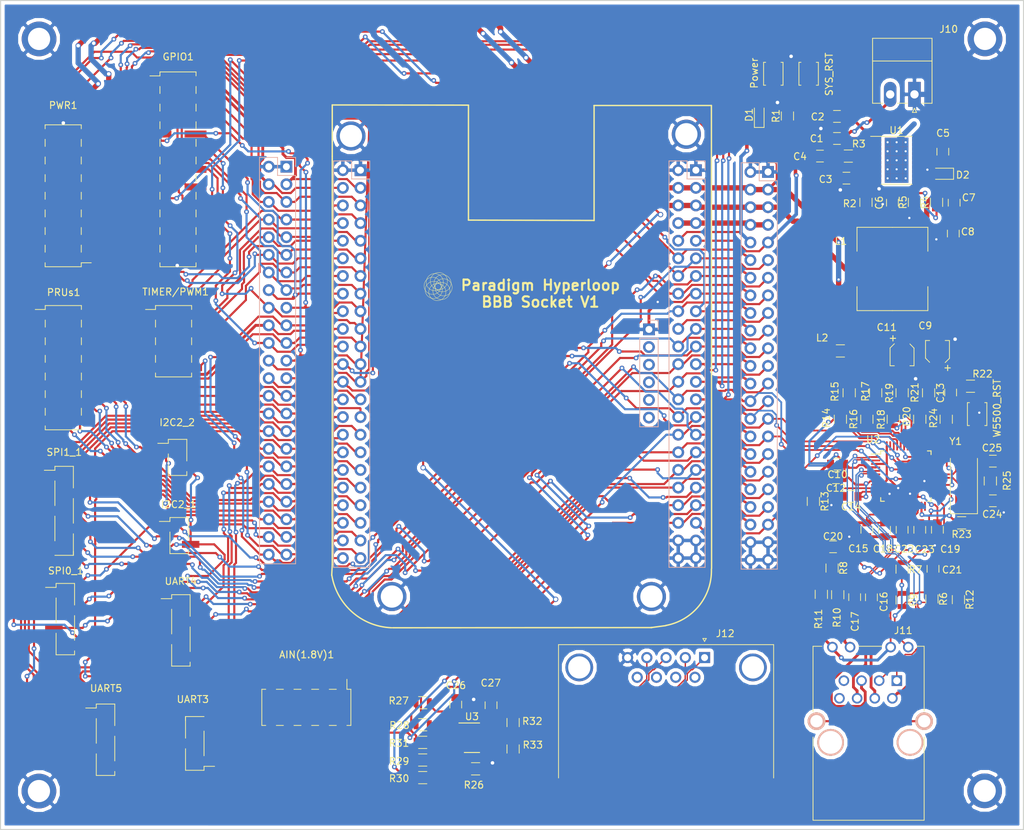
<source format=kicad_pcb>
(kicad_pcb (version 4) (host pcbnew 4.0.7)
  (layers (0 F.Cu signal hide) (31 B.Cu signal hide) (34 B.Paste user) (35 F.Paste user) (36 B.SilkS user) (37 F.SilkS user) (38 B.Mask user) (39 F.Mask user) (44 Edge.Cuts user))
  (net 0 "")
  (net 1 AIN4)
  (net 2 AIN5)
  (net 3 AIN6)
  (net 4 AIN3)
  (net 5 AIN2)
  (net 6 AIN1)
  (net 7 AIN0)
  (net 8 VDD_ADC)
  (net 9 GNDA_ADC)
  (net 10 3V3D)
  (net 11 VDD_3V3)
  (net 12 DGND)
  (net 13 RX+)
  (net 14 RX-)
  (net 15 "Net-(C16-Pad1)")
  (net 16 "Net-(C17-Pad1)")
  (net 17 "Net-(D1-Pad1)")
  (net 18 GPIO_38)
  (net 19 GPIO_39)
  (net 20 GPIO_34)
  (net 21 GPIO_35)
  (net 22 GPIO_47)
  (net 23 GPIO_26)
  (net 24 GPIO_27)
  (net 25 GPIO_46)
  (net 26 GPIO_36)
  (net 27 GPIO_65)
  (net 28 GPIO_32)
  (net 29 GPIO_37)
  (net 30 GPIO_48)
  (net 31 GPIO_33)
  (net 32 GPIO49)
  (net 33 GPIO_61)
  (net 34 GPIO_117)
  (net 35 GPIO_60)
  (net 36 GPIO_115)
  (net 37 VDD_5V)
  (net 38 I2C1_SCL/UART1_TXD)
  (net 39 I2C1_SDA/UART1_RXD)
  (net 40 I2C2_SCL/SPI0_DO/UART2_TXD)
  (net 41 I2C2_SDA/SPIO_SCLK/UART2_RXD)
  (net 42 UART0_RXD)
  (net 43 UART0_TXD)
  (net 44 TIMER4)
  (net 45 TIMER7)
  (net 46 TIMER5)
  (net 47 TIMER6)
  (net 48 PRU0_15OUT)
  (net 49 PRU0_14OUT)
  (net 50 EHRPWM2B)
  (net 51 EHRPWM2A)
  (net 52 PRU1_13)
  (net 53 PRU1_12)
  (net 54 PRU1_8)
  (net 55 PRU1_10)
  (net 56 PRU1_9)
  (net 57 PRU1_11)
  (net 58 UART5_CTSn+)
  (net 59 UART5_RTSn)
  (net 60 UART4_RTSn)
  (net 61 UART3_RTSn)
  (net 62 UART4_CTSn)
  (net 63 UART3_CTSn)
  (net 64 UART5_TXD+)
  (net 65 UART5_RXD+)
  (net 66 PRU1_6)
  (net 67 PRU1_7)
  (net 68 PRU1_4)
  (net 69 PRU1_5)
  (net 70 PRU1_2)
  (net 71 PRU1_3)
  (net 72 SYS_5V)
  (net 73 PWR_BUT)
  (net 74 SYS_RESETn)
  (net 75 UART4_RXD)
  (net 76 UART4_TXD)
  (net 77 EHRPWM1A)
  (net 78 EHRPWM1B)
  (net 79 I2C1_SCL/SPI0_CS0)
  (net 80 I2C1_SDA/SPI0_DI)
  (net 81 I2C2_SCL/SPI1_CS1/UART1_RTSn)
  (net 82 I2C2_SDA/SPI1_CS0/UART1_CTSn)
  (net 83 SPI1_CS0)
  (net 84 SPI1_D0)
  (net 85 SPI1_DI)
  (net 86 SPI1_SCLK)
  (net 87 W5500_INT)
  (net 88 SPI1_CS1/UART3_TXD)
  (net 89 TX+)
  (net 90 TX-)
  (net 91 ACT_LED)
  (net 92 LINK_LED)
  (net 93 "Net-(R14-Pad2)")
  (net 94 "Net-(R15-Pad2)")
  (net 95 "Net-(R16-Pad2)")
  (net 96 "Net-(R17-Pad2)")
  (net 97 W5500_RST)
  (net 98 "Net-(C1-Pad1)")
  (net 99 "Net-(C2-Pad1)")
  (net 100 "Net-(C3-Pad1)")
  (net 101 "Net-(C4-Pad1)")
  (net 102 "Net-(C4-Pad2)")
  (net 103 "Net-(C5-Pad1)")
  (net 104 "Net-(C5-Pad2)")
  (net 105 "Net-(C6-Pad1)")
  (net 106 "Net-(C7-Pad2)")
  (net 107 "Net-(C11-Pad2)")
  (net 108 "Net-(C20-Pad1)")
  (net 109 "Net-(C21-Pad1)")
  (net 110 "Net-(C22-Pad1)")
  (net 111 "Net-(C23-Pad1)")
  (net 112 "Net-(C24-Pad1)")
  (net 113 "Net-(C25-Pad1)")
  (net 114 "Net-(D2-Pad2)")
  (net 115 "Net-(J9-Pad2)")
  (net 116 "Net-(J9-Pad3)")
  (net 117 "Net-(J9-Pad6)")
  (net 118 "Net-(J11-Pad8)")
  (net 119 "Net-(J11-Pad13)")
  (net 120 "Net-(J11-PadYK)")
  (net 121 "Net-(J11-PadGK)")
  (net 122 RS485_TX-)
  (net 123 RS485_TX+)
  (net 124 RS485_RX+)
  (net 125 RS485_RX-)
  (net 126 "Net-(J12-Pad6)")
  (net 127 "Net-(J12-Pad7)")
  (net 128 "Net-(J12-Pad8)")
  (net 129 "Net-(J12-Pad9)")
  (net 130 "Net-(R2-Pad2)")
  (net 131 "Net-(R3-Pad1)")
  (net 132 "Net-(R13-Pad1)")
  (net 133 "Net-(R18-Pad2)")
  (net 134 "Net-(R19-Pad2)")
  (net 135 "Net-(R20-Pad2)")
  (net 136 "Net-(R21-Pad2)")
  (net 137 "Net-(R23-Pad2)")
  (net 138 RS485_BBB_RE)
  (net 139 RS485_BBB_DE)
  (net 140 "Net-(R28-Pad1)")
  (net 141 "Net-(R29-Pad1)")
  (net 142 "Net-(R30-Pad1)")
  (net 143 "Net-(R31-Pad1)")
  (net 144 "Net-(U1-Pad2)")
  (net 145 "Net-(U1-Pad5)")
  (net 146 "Net-(U2-Pad7)")
  (net 147 "Net-(U2-Pad12)")
  (net 148 "Net-(U2-Pad13)")
  (net 149 "Net-(U2-Pad18)")
  (net 150 "Net-(U2-Pad24)")
  (net 151 "Net-(U2-Pad26)")
  (net 152 "Net-(U2-Pad46)")
  (net 153 "Net-(U2-Pad47)")
  (net 154 "Net-(U3-Pad7)")
  (net 155 "Net-(U3-Pad13)")
  (module Paradigm_Logo_Very_Small (layer F.Cu) (at 134.62 64.516)
    (fp_text reference REF** hide)
    (fp_text value "Paradigm Logo Very Small")
  )
  (module Capacitors_SMD:C_0805 (layer F.Cu) (at 192.04 40.005 180)
    (fp_text reference C2 (at 2.77952 -0.05334 180) (layer F.SilkS))
    (fp_text value 0.1uF)
    (pad 1 smd rect (at -1 0 180) (size 1 1.25) (layers F.Cu F.Paste F.Mask) (net 99 "Net-(C2-Pad1)"))
    (pad 2 smd rect (at 1 0 180) (size 1 1.25) (layers F.Cu F.Paste F.Mask) (net 12 DGND))
  )
  (module Capacitors_SMD:C_0805 (layer F.Cu) (at 189.595 45.72)
    (fp_text reference C4 (at -2.87198 0.05842) (layer F.SilkS))
    (fp_text value 1.80nF)
    (pad 1 smd rect (at -1 0) (size 1 1.25) (layers F.Cu F.Paste F.Mask) (net 101 "Net-(C4-Pad1)"))
    (pad 2 smd rect (at 1 0) (size 1 1.25) (layers F.Cu F.Paste F.Mask) (net 102 "Net-(C4-Pad2)"))
  )
  (module Capacitors_SMD:C_0805 (layer F.Cu) (at 207.28 45.085 90)
    (fp_text reference C5 (at 2.66954 0.02972 180) (layer F.SilkS))
    (fp_text value 22nF)
    (pad 1 smd rect (at -1 0 90) (size 1 1.25) (layers F.Cu F.Paste F.Mask) (net 103 "Net-(C5-Pad1)"))
    (pad 2 smd rect (at 1 0 90) (size 1 1.25) (layers F.Cu F.Paste F.Mask) (net 104 "Net-(C5-Pad2)"))
  )
  (module Capacitors_SMD:C_0805 (layer F.Cu) (at 200.025 52.435 270)
    (fp_text reference C6 (at 0 1.905 270) (layer F.SilkS))
    (fp_text value 8.2nF)
    (pad 1 smd rect (at -1 0 270) (size 1 1.25) (layers F.Cu F.Paste F.Mask) (net 105 "Net-(C6-Pad1)"))
    (pad 2 smd rect (at 1 0 270) (size 1 1.25) (layers F.Cu F.Paste F.Mask) (net 12 DGND))
  )
  (module Capacitors_SMD:C_0805 (layer F.Cu) (at 208.915 52.435 270)
    (fp_text reference C7 (at -0.7333 -2.10058 360) (layer F.SilkS))
    (fp_text value 47uF)
    (pad 1 smd rect (at -1 0 270) (size 1 1.25) (layers F.Cu F.Paste F.Mask) (net 37 VDD_5V))
    (pad 2 smd rect (at 1 0 270) (size 1 1.25) (layers F.Cu F.Paste F.Mask) (net 106 "Net-(C7-Pad2)"))
  )
  (module Capacitors_SMD:C_0805 (layer F.Cu) (at 208.788 56.88 270)
    (fp_text reference C8 (at -0.2634 -2.08788 360) (layer F.SilkS))
    (fp_text value 47uF)
    (pad 1 smd rect (at -1 0 270) (size 1 1.25) (layers F.Cu F.Paste F.Mask) (net 106 "Net-(C7-Pad2)"))
    (pad 2 smd rect (at 1 0 270) (size 1 1.25) (layers F.Cu F.Paste F.Mask) (net 12 DGND))
  )
  (module Capacitors_SMD:C_0805 (layer F.Cu) (at 192.12128 90.08872 180)
    (fp_text reference C10 (at 0 -1.5 180) (layer F.SilkS))
    (fp_text value 0.1uF)
    (pad 1 smd rect (at -1 0 180) (size 1 1.25) (layers F.Cu F.Paste F.Mask) (net 11 VDD_3V3))
    (pad 2 smd rect (at 1 0 180) (size 1 1.25) (layers F.Cu F.Paste F.Mask) (net 12 DGND))
  )
  (module Capacitors_SMD:C_0805 (layer F.Cu) (at 191.9064 92.0496 180)
    (fp_text reference C12 (at 0 -1.5 180) (layer F.SilkS))
    (fp_text value 0.1uF)
    (pad 1 smd rect (at -1 0 180) (size 1 1.25) (layers F.Cu F.Paste F.Mask) (net 11 VDD_3V3))
    (pad 2 smd rect (at 1 0 180) (size 1 1.25) (layers F.Cu F.Paste F.Mask) (net 12 DGND))
  )
  (module Capacitors_SMD:C_0805 (layer F.Cu) (at 208.407 79.772 90)
    (fp_text reference C13 (at -0.07036 -1.48082 90) (layer F.SilkS))
    (fp_text value 0.1uF)
    (pad 1 smd rect (at -1 0 90) (size 1 1.25) (layers F.Cu F.Paste F.Mask) (net 10 3V3D))
    (pad 2 smd rect (at 1 0 90) (size 1 1.25) (layers F.Cu F.Paste F.Mask) (net 107 "Net-(C11-Pad2)"))
  )
  (module Capacitors_SMD:C_0805 (layer F.Cu) (at 194.072 94.742 180)
    (fp_text reference C14 (at 0 -1.5 180) (layer F.SilkS))
    (fp_text value 0.1uF)
    (pad 1 smd rect (at -1 0 180) (size 1 1.25) (layers F.Cu F.Paste F.Mask) (net 11 VDD_3V3))
    (pad 2 smd rect (at 1 0 180) (size 1 1.25) (layers F.Cu F.Paste F.Mask) (net 12 DGND))
  )
  (module Capacitors_SMD:C_0805 (layer F.Cu) (at 196.342 99.552 270)
    (fp_text reference C15 (at 2.71094 1.2192 360) (layer F.SilkS))
    (fp_text value 0.1uF)
    (pad 1 smd rect (at -1 0 270) (size 1 1.25) (layers F.Cu F.Paste F.Mask) (net 11 VDD_3V3))
    (pad 2 smd rect (at 1 0 270) (size 1 1.25) (layers F.Cu F.Paste F.Mask) (net 12 DGND))
  )
  (module Capacitors_SMD:C_0805 (layer F.Cu) (at 197.0024 109.2802 90)
    (fp_text reference C16 (at -0.63576 1.78562 270) (layer F.SilkS))
    (fp_text value 6.8nF)
    (pad 1 smd rect (at -1 0 90) (size 1 1.25) (layers F.Cu F.Paste F.Mask) (net 15 "Net-(C16-Pad1)"))
    (pad 2 smd rect (at 1 0 90) (size 1 1.25) (layers F.Cu F.Paste F.Mask) (net 13 RX+))
  )
  (module Capacitors_SMD:C_0805 (layer F.Cu) (at 194.5894 109.2548 90)
    (fp_text reference C17 (at -3.5212 0.0508 270) (layer F.SilkS))
    (fp_text value 6.8nF)
    (pad 1 smd rect (at -1 0 90) (size 1 1.25) (layers F.Cu F.Paste F.Mask) (net 16 "Net-(C17-Pad1)"))
    (pad 2 smd rect (at 1 0 90) (size 1 1.25) (layers F.Cu F.Paste F.Mask) (net 14 RX-))
  )
  (module LEDs:LED_0805 (layer F.Cu) (at 180.848 39.794 90)
    (fp_text reference D1 (at 0 -1.45 90) (layer F.SilkS))
    (fp_text value LED)
    (pad 2 smd rect (at 1.1 0 270) (size 1.2 1.2) (layers F.Cu F.Paste F.Mask) (net 11 VDD_3V3))
    (pad 1 smd rect (at -1.1 0 270) (size 1.2 1.2) (layers F.Cu F.Paste F.Mask) (net 17 "Net-(D1-Pad1)"))
  )
  (module Resistors_SMD:R_0805 (layer F.Cu) (at 184.912 39.944 90)
    (fp_text reference R1 (at 0 -1.65 90) (layer F.SilkS))
    (fp_text value 330)
    (pad 1 smd rect (at -0.95 0 90) (size 0.7 1.3) (layers F.Cu F.Paste F.Mask) (net 17 "Net-(D1-Pad1)"))
    (pad 2 smd rect (at 0.95 0 90) (size 0.7 1.3) (layers F.Cu F.Paste F.Mask) (net 12 DGND))
  )
  (module Resistors_SMD:R_0805 (layer F.Cu) (at 196.215 52.385 90)
    (fp_text reference R2 (at -0.18284 -2.34188 180) (layer F.SilkS))
    (fp_text value 16.2k)
    (pad 1 smd rect (at -0.95 0 90) (size 0.7 1.3) (layers F.Cu F.Paste F.Mask) (net 12 DGND))
    (pad 2 smd rect (at 0.95 0 90) (size 0.7 1.3) (layers F.Cu F.Paste F.Mask) (net 130 "Net-(R2-Pad2)"))
  )
  (module Resistors_SMD:R_0805 (layer F.Cu) (at 193.675 45.72 180)
    (fp_text reference R3 (at -1.50876 1.75514 360) (layer F.SilkS))
    (fp_text value 22.1k)
    (pad 1 smd rect (at -0.95 0 180) (size 0.7 1.3) (layers F.Cu F.Paste F.Mask) (net 131 "Net-(R3-Pad1)"))
    (pad 2 smd rect (at 0.95 0 180) (size 0.7 1.3) (layers F.Cu F.Paste F.Mask) (net 102 "Net-(C4-Pad2)"))
  )
  (module Resistors_SMD:R_0805 (layer F.Cu) (at 206.375 52.385 90)
    (fp_text reference R4 (at 0 -1.65 90) (layer F.SilkS))
    (fp_text value 3.09k)
    (pad 1 smd rect (at -0.95 0 90) (size 0.7 1.3) (layers F.Cu F.Paste F.Mask) (net 101 "Net-(C4-Pad1)"))
    (pad 2 smd rect (at 0.95 0 90) (size 0.7 1.3) (layers F.Cu F.Paste F.Mask) (net 37 VDD_5V))
  )
  (module Resistors_SMD:R_0805 (layer F.Cu) (at 203.2 52.385 90)
    (fp_text reference R5 (at 0 -1.65 90) (layer F.SilkS))
    (fp_text value 1.02k)
    (pad 1 smd rect (at -0.95 0 90) (size 0.7 1.3) (layers F.Cu F.Paste F.Mask) (net 12 DGND))
    (pad 2 smd rect (at 0.95 0 90) (size 0.7 1.3) (layers F.Cu F.Paste F.Mask) (net 101 "Net-(C4-Pad1)"))
  )
  (module Resistors_SMD:R_0805 (layer F.Cu) (at 205.7146 109.5096 270)
    (fp_text reference R6 (at 0 -1.65 270) (layer F.SilkS))
    (fp_text value 49.9)
    (pad 1 smd rect (at -0.95 0 270) (size 0.7 1.3) (layers F.Cu F.Paste F.Mask) (net 11 VDD_3V3))
    (pad 2 smd rect (at 0.95 0 270) (size 0.7 1.3) (layers F.Cu F.Paste F.Mask) (net 89 TX+))
  )
  (module Resistors_SMD:R_0805 (layer F.Cu) (at 201.422 105.222 270)
    (fp_text reference R7 (at 0.061 -1.92024 360) (layer F.SilkS))
    (fp_text value 330)
    (pad 1 smd rect (at -0.95 0 270) (size 0.7 1.3) (layers F.Cu F.Paste F.Mask) (net 91 ACT_LED))
    (pad 2 smd rect (at 0.95 0 270) (size 0.7 1.3) (layers F.Cu F.Paste F.Mask) (net 121 "Net-(J11-PadGK)"))
  )
  (module Resistors_SMD:R_0805 (layer F.Cu) (at 191.3382 105.0646 270)
    (fp_text reference R8 (at 0 -1.65 270) (layer F.SilkS))
    (fp_text value 330)
    (pad 1 smd rect (at -0.95 0 270) (size 0.7 1.3) (layers F.Cu F.Paste F.Mask) (net 92 LINK_LED))
    (pad 2 smd rect (at 0.95 0 270) (size 0.7 1.3) (layers F.Cu F.Paste F.Mask) (net 120 "Net-(J11-PadYK)"))
  )
  (module Resistors_SMD:R_0805 (layer F.Cu) (at 201.422 109.662 270)
    (fp_text reference R9 (at 0 -1.65 270) (layer F.SilkS))
    (fp_text value 49.9)
    (pad 1 smd rect (at -0.95 0 270) (size 0.7 1.3) (layers F.Cu F.Paste F.Mask) (net 11 VDD_3V3))
    (pad 2 smd rect (at 0.95 0 270) (size 0.7 1.3) (layers F.Cu F.Paste F.Mask) (net 90 TX-))
  )
  (module Resistors_SMD:R_0805 (layer F.Cu) (at 192.151 108.905 270)
    (fp_text reference R10 (at 3.2868 0.10922 270) (layer F.SilkS))
    (fp_text value 82)
    (pad 1 smd rect (at -0.95 0 270) (size 0.7 1.3) (layers F.Cu F.Paste F.Mask) (net 14 RX-))
    (pad 2 smd rect (at 0.95 0 270) (size 0.7 1.3) (layers F.Cu F.Paste F.Mask) (net 108 "Net-(C20-Pad1)"))
  )
  (module Resistors_SMD:R_0805 (layer F.Cu) (at 189.7888 108.8542 270)
    (fp_text reference R11 (at 3.5408 0.4064 450) (layer F.SilkS))
    (fp_text value 82)
    (pad 1 smd rect (at -0.95 0 270) (size 0.7 1.3) (layers F.Cu F.Paste F.Mask) (net 13 RX+))
    (pad 2 smd rect (at 0.95 0 270) (size 0.7 1.3) (layers F.Cu F.Paste F.Mask) (net 108 "Net-(C20-Pad1)"))
  )
  (module Resistors_SMD:R_0805 (layer F.Cu) (at 209.5246 109.6112 270)
    (fp_text reference R12 (at 0 -1.65 270) (layer F.SilkS))
    (fp_text value 10)
    (pad 1 smd rect (at -0.95 0 270) (size 0.7 1.3) (layers F.Cu F.Paste F.Mask) (net 11 VDD_3V3))
    (pad 2 smd rect (at 0.95 0 270) (size 0.7 1.3) (layers F.Cu F.Paste F.Mask) (net 109 "Net-(C21-Pad1)"))
  )
  (module Resistors_SMD:R_0805 (layer F.Cu) (at 188.6458 95.4634 270)
    (fp_text reference R13 (at 0 -1.65 270) (layer F.SilkS))
    (fp_text value 12.4k)
    (pad 1 smd rect (at -0.95 0 270) (size 0.7 1.3) (layers F.Cu F.Paste F.Mask) (net 132 "Net-(R13-Pad1)"))
    (pad 2 smd rect (at 0.95 0 270) (size 0.7 1.3) (layers F.Cu F.Paste F.Mask) (net 12 DGND))
  )
  (module Resistors_SMD:R_0805 (layer F.Cu) (at 192.532 83.627 270)
    (fp_text reference R14 (at -0.18038 2.02184 270) (layer F.SilkS))
    (fp_text value 10k)
    (pad 1 smd rect (at -0.95 0 270) (size 0.7 1.3) (layers F.Cu F.Paste F.Mask) (net 11 VDD_3V3))
    (pad 2 smd rect (at 0.95 0 270) (size 0.7 1.3) (layers F.Cu F.Paste F.Mask) (net 93 "Net-(R14-Pad2)"))
  )
  (module Resistors_SMD:R_0805 (layer F.Cu) (at 193.802 79.817 270)
    (fp_text reference R15 (at -0.1753 2.06248 270) (layer F.SilkS))
    (fp_text value 10k)
    (pad 1 smd rect (at -0.95 0 270) (size 0.7 1.3) (layers F.Cu F.Paste F.Mask) (net 11 VDD_3V3))
    (pad 2 smd rect (at 0.95 0 270) (size 0.7 1.3) (layers F.Cu F.Paste F.Mask) (net 94 "Net-(R15-Pad2)"))
  )
  (module Resistors_SMD:R_0805 (layer F.Cu) (at 196.342 83.627 270)
    (fp_text reference R16 (at -0.01782 1.905 270) (layer F.SilkS))
    (fp_text value 10k)
    (pad 1 smd rect (at -0.95 0 270) (size 0.7 1.3) (layers F.Cu F.Paste F.Mask) (net 11 VDD_3V3))
    (pad 2 smd rect (at 0.95 0 270) (size 0.7 1.3) (layers F.Cu F.Paste F.Mask) (net 95 "Net-(R16-Pad2)"))
  )
  (module Resistors_SMD:R_0805 (layer F.Cu) (at 197.612 79.817 270)
    (fp_text reference R17 (at -0.19562 1.48082 270) (layer F.SilkS))
    (fp_text value 10k)
    (pad 1 smd rect (at -0.95 0 270) (size 0.7 1.3) (layers F.Cu F.Paste F.Mask) (net 12 DGND))
    (pad 2 smd rect (at 0.95 0 270) (size 0.7 1.3) (layers F.Cu F.Paste F.Mask) (net 96 "Net-(R17-Pad2)"))
  )
  (module Resistors_SMD:R_0805 (layer F.Cu) (at 200.152 83.627 270)
    (fp_text reference R18 (at 0.04314 1.7653 270) (layer F.SilkS))
    (fp_text value 10k)
    (pad 1 smd rect (at -0.95 0 270) (size 0.7 1.3) (layers F.Cu F.Paste F.Mask) (net 12 DGND))
    (pad 2 smd rect (at 0.95 0 270) (size 0.7 1.3) (layers F.Cu F.Paste F.Mask) (net 133 "Net-(R18-Pad2)"))
  )
  (module Resistors_SMD:R_0805 (layer F.Cu) (at 201.422 79.817 270)
    (fp_text reference R19 (at 0.04568 1.82626 270) (layer F.SilkS))
    (fp_text value 10k)
    (pad 1 smd rect (at -0.95 0 270) (size 0.7 1.3) (layers F.Cu F.Paste F.Mask) (net 12 DGND))
    (pad 2 smd rect (at 0.95 0 270) (size 0.7 1.3) (layers F.Cu F.Paste F.Mask) (net 134 "Net-(R19-Pad2)"))
  )
  (module Resistors_SMD:R_0805 (layer F.Cu) (at 203.962 83.627 270)
    (fp_text reference R20 (at -0.40136 1.86944 270) (layer F.SilkS))
    (fp_text value 10k)
    (pad 1 smd rect (at -0.95 0 270) (size 0.7 1.3) (layers F.Cu F.Paste F.Mask) (net 12 DGND))
    (pad 2 smd rect (at 0.95 0 270) (size 0.7 1.3) (layers F.Cu F.Paste F.Mask) (net 135 "Net-(R20-Pad2)"))
  )
  (module Resistors_SMD:R_0805 (layer F.Cu) (at 205.232 79.822 270)
    (fp_text reference R21 (at -0.0406 1.97104 270) (layer F.SilkS))
    (fp_text value 10k)
    (pad 1 smd rect (at -0.95 0 270) (size 0.7 1.3) (layers F.Cu F.Paste F.Mask) (net 12 DGND))
    (pad 2 smd rect (at 0.95 0 270) (size 0.7 1.3) (layers F.Cu F.Paste F.Mask) (net 136 "Net-(R21-Pad2)"))
  )
  (module Crystals:Crystal_SMD_0603-2pin_6.0x3.5mm_HandSoldering (layer F.Cu) (at 210.312 92.4645 90)
    (fp_text reference Y1 (at 5.65238 -1.18872 180) (layer F.SilkS))
    (fp_text value 25MHz)
    (pad 1 smd rect (at -2.9125 0 90) (size 3.325 2.5) (layers F.Cu F.Paste F.Mask) (net 112 "Net-(C24-Pad1)"))
    (pad 2 smd rect (at 2.9125 0 90) (size 3.325 2.5) (layers F.Cu F.Paste F.Mask) (net 113 "Net-(C25-Pad1)"))
  )
  (module Buttons_Switches_SMD:SW_SPST_B3U-1000P (layer F.Cu) (at 212.217 82.882 90)
    (fp_text reference SW1 hide)
    (fp_text value W5500_RST (at 0.84508 2.86766 90) (layer F.SilkS))
    (pad 1 smd rect (at -1.7 0 90) (size 0.9 1.7) (layers F.Cu F.Paste F.Mask) (net 97 W5500_RST))
    (pad 2 smd rect (at 1.7 0 90) (size 0.9 1.7) (layers F.Cu F.Paste F.Mask) (net 12 DGND))
  )
  (module Buttons_Switches_SMD:SW_SPST_B3U-1000P (layer F.Cu) (at 187.96 33.86 90)
    (fp_text reference SW2 hide)
    (fp_text value SYS_RST (at -0.0744 2.95402 90) (layer F.SilkS))
    (pad 1 smd rect (at -1.7 0 90) (size 0.9 1.7) (layers F.Cu F.Paste F.Mask) (net 74 SYS_RESETn))
    (pad 2 smd rect (at 1.7 0 90) (size 0.9 1.7) (layers F.Cu F.Paste F.Mask) (net 12 DGND))
  )
  (module Buttons_Switches_SMD:SW_SPST_B3U-1000P (layer F.Cu) (at 182.88 33.86 90)
    (fp_text reference SW3 hide)
    (fp_text value Power (at 0.08816 -2.7432 270) (layer F.SilkS))
    (pad 1 smd rect (at -1.7 0 90) (size 0.9 1.7) (layers F.Cu F.Paste F.Mask) (net 73 PWR_BUT))
    (pad 2 smd rect (at 1.7 0 90) (size 0.9 1.7) (layers F.Cu F.Paste F.Mask) (net 12 DGND))
  )
  (module Pin_Headers:Pin_Header_Straight_2x05_Pitch2.54mm_SMD (layer F.Cu) (at 115.6462 125.1308 270)
    (fp_text reference "AIN(1.8V)1" (at -7.58722 -0.05588 360) (layer F.SilkS))
    (fp_text value Conn_02x05_Odd_Even)
    (pad 1 smd rect (at -2.525 -5.08 270) (size 3.15 1) (layers F.Cu F.Paste F.Mask) (net 1 AIN4))
    (pad 2 smd rect (at 2.525 -5.08 270) (size 3.15 1) (layers F.Cu F.Paste F.Mask) (net 2 AIN5))
    (pad 3 smd rect (at -2.525 -2.54 270) (size 3.15 1) (layers F.Cu F.Paste F.Mask) (net 3 AIN6))
    (pad 4 smd rect (at 2.525 -2.54 270) (size 3.15 1) (layers F.Cu F.Paste F.Mask) (net 4 AIN3))
    (pad 5 smd rect (at -2.525 0 270) (size 3.15 1) (layers F.Cu F.Paste F.Mask) (net 5 AIN2))
    (pad 6 smd rect (at 2.525 0 270) (size 3.15 1) (layers F.Cu F.Paste F.Mask) (net 6 AIN1))
    (pad 7 smd rect (at -2.525 2.54 270) (size 3.15 1) (layers F.Cu F.Paste F.Mask) (net 7 AIN0))
    (pad 8 smd rect (at 2.525 2.54 270) (size 3.15 1) (layers F.Cu F.Paste F.Mask) (net 8 VDD_ADC))
    (pad 9 smd rect (at -2.525 5.08 270) (size 3.15 1) (layers F.Cu F.Paste F.Mask) (net 9 GNDA_ADC))
    (pad 10 smd rect (at 2.525 5.08 270) (size 3.15 1) (layers F.Cu F.Paste F.Mask) (net 9 GNDA_ADC))
  )
  (module Pin_Headers:Pin_Header_Straight_2x11_Pitch2.54mm_SMD (layer F.Cu) (at 97.17 47.625)
    (fp_text reference GPIO1 (at 0.02818 -16.20774) (layer F.SilkS))
    (fp_text value Conn_02x11_Odd_Even)
    (pad 1 smd rect (at -2.525 -12.7) (size 3.15 1) (layers F.Cu F.Paste F.Mask) (net 18 GPIO_38))
    (pad 2 smd rect (at 2.525 -12.7) (size 3.15 1) (layers F.Cu F.Paste F.Mask) (net 19 GPIO_39))
    (pad 3 smd rect (at -2.525 -10.16) (size 3.15 1) (layers F.Cu F.Paste F.Mask) (net 20 GPIO_34))
    (pad 4 smd rect (at 2.525 -10.16) (size 3.15 1) (layers F.Cu F.Paste F.Mask) (net 21 GPIO_35))
    (pad 5 smd rect (at -2.525 -7.62) (size 3.15 1) (layers F.Cu F.Paste F.Mask) (net 22 GPIO_47))
    (pad 6 smd rect (at 2.525 -7.62) (size 3.15 1) (layers F.Cu F.Paste F.Mask) (net 23 GPIO_26))
    (pad 7 smd rect (at -2.525 -5.08) (size 3.15 1) (layers F.Cu F.Paste F.Mask) (net 24 GPIO_27))
    (pad 8 smd rect (at 2.525 -5.08) (size 3.15 1) (layers F.Cu F.Paste F.Mask) (net 25 GPIO_46))
    (pad 9 smd rect (at -2.525 -2.54) (size 3.15 1) (layers F.Cu F.Paste F.Mask) (net 26 GPIO_36))
    (pad 10 smd rect (at 2.525 -2.54) (size 3.15 1) (layers F.Cu F.Paste F.Mask) (net 27 GPIO_65))
    (pad 11 smd rect (at -2.525 0) (size 3.15 1) (layers F.Cu F.Paste F.Mask) (net 28 GPIO_32))
    (pad 12 smd rect (at 2.525 0) (size 3.15 1) (layers F.Cu F.Paste F.Mask) (net 29 GPIO_37))
    (pad 13 smd rect (at -2.525 2.54) (size 3.15 1) (layers F.Cu F.Paste F.Mask) (net 30 GPIO_48))
    (pad 14 smd rect (at 2.525 2.54) (size 3.15 1) (layers F.Cu F.Paste F.Mask) (net 31 GPIO_33))
    (pad 15 smd rect (at -2.525 5.08) (size 3.15 1) (layers F.Cu F.Paste F.Mask) (net 32 GPIO49))
    (pad 16 smd rect (at 2.525 5.08) (size 3.15 1) (layers F.Cu F.Paste F.Mask) (net 33 GPIO_61))
    (pad 17 smd rect (at -2.525 7.62) (size 3.15 1) (layers F.Cu F.Paste F.Mask) (net 34 GPIO_117))
    (pad 18 smd rect (at 2.525 7.62) (size 3.15 1) (layers F.Cu F.Paste F.Mask) (net 35 GPIO_60))
    (pad 19 smd rect (at -2.525 10.16) (size 3.15 1) (layers F.Cu F.Paste F.Mask) (net 36 GPIO_115))
    (pad 20 smd rect (at 2.525 10.16) (size 3.15 1) (layers F.Cu F.Paste F.Mask) (net 37 VDD_5V))
    (pad 21 smd rect (at -2.525 12.7) (size 3.15 1) (layers F.Cu F.Paste F.Mask) (net 12 DGND))
    (pad 22 smd rect (at 2.525 12.7) (size 3.15 1) (layers F.Cu F.Paste F.Mask) (net 12 DGND))
  )
  (module Pin_Headers:Pin_Header_Straight_2x07_Pitch2.54mm_SMD (layer F.Cu) (at 80.66 76.2)
    (fp_text reference PRUs1 (at 0.05866 -10.8458) (layer F.SilkS))
    (fp_text value Conn_02x07_Odd_Even)
    (pad 1 smd rect (at -2.525 -7.62) (size 3.15 1) (layers F.Cu F.Paste F.Mask) (net 48 PRU0_15OUT))
    (pad 2 smd rect (at 2.525 -7.62) (size 3.15 1) (layers F.Cu F.Paste F.Mask) (net 49 PRU0_14OUT))
    (pad 3 smd rect (at -2.525 -5.08) (size 3.15 1) (layers F.Cu F.Paste F.Mask) (net 53 PRU1_12))
    (pad 4 smd rect (at 2.525 -5.08) (size 3.15 1) (layers F.Cu F.Paste F.Mask) (net 52 PRU1_13))
    (pad 5 smd rect (at -2.525 -2.54) (size 3.15 1) (layers F.Cu F.Paste F.Mask) (net 54 PRU1_8))
    (pad 6 smd rect (at 2.525 -2.54) (size 3.15 1) (layers F.Cu F.Paste F.Mask) (net 55 PRU1_10))
    (pad 7 smd rect (at -2.525 0) (size 3.15 1) (layers F.Cu F.Paste F.Mask) (net 56 PRU1_9))
    (pad 8 smd rect (at 2.525 0) (size 3.15 1) (layers F.Cu F.Paste F.Mask) (net 57 PRU1_11))
    (pad 9 smd rect (at -2.525 2.54) (size 3.15 1) (layers F.Cu F.Paste F.Mask) (net 66 PRU1_6))
    (pad 10 smd rect (at 2.525 2.54) (size 3.15 1) (layers F.Cu F.Paste F.Mask) (net 67 PRU1_7))
    (pad 11 smd rect (at -2.525 5.08) (size 3.15 1) (layers F.Cu F.Paste F.Mask) (net 68 PRU1_4))
    (pad 12 smd rect (at 2.525 5.08) (size 3.15 1) (layers F.Cu F.Paste F.Mask) (net 69 PRU1_5))
    (pad 13 smd rect (at -2.525 7.62) (size 3.15 1) (layers F.Cu F.Paste F.Mask) (net 70 PRU1_2))
    (pad 14 smd rect (at 2.525 7.62) (size 3.15 1) (layers F.Cu F.Paste F.Mask) (net 71 PRU1_3))
  )
  (module Pin_Headers:Pin_Header_Straight_2x08_Pitch2.54mm_SMD (layer F.Cu) (at 80.645 51.435 180)
    (fp_text reference PWR1 (at 0 13.02004 180) (layer F.SilkS))
    (fp_text value Conn_02x08_Odd_Even)
    (pad 1 smd rect (at -2.525 -8.89 180) (size 3.15 1) (layers F.Cu F.Paste F.Mask) (net 37 VDD_5V))
    (pad 2 smd rect (at 2.525 -8.89 180) (size 3.15 1) (layers F.Cu F.Paste F.Mask) (net 12 DGND))
    (pad 3 smd rect (at -2.525 -6.35 180) (size 3.15 1) (layers F.Cu F.Paste F.Mask) (net 37 VDD_5V))
    (pad 4 smd rect (at 2.525 -6.35 180) (size 3.15 1) (layers F.Cu F.Paste F.Mask) (net 12 DGND))
    (pad 5 smd rect (at -2.525 -3.81 180) (size 3.15 1) (layers F.Cu F.Paste F.Mask) (net 37 VDD_5V))
    (pad 6 smd rect (at 2.525 -3.81 180) (size 3.15 1) (layers F.Cu F.Paste F.Mask) (net 12 DGND))
    (pad 7 smd rect (at -2.525 -1.27 180) (size 3.15 1) (layers F.Cu F.Paste F.Mask) (net 37 VDD_5V))
    (pad 8 smd rect (at 2.525 -1.27 180) (size 3.15 1) (layers F.Cu F.Paste F.Mask) (net 12 DGND))
    (pad 9 smd rect (at -2.525 1.27 180) (size 3.15 1) (layers F.Cu F.Paste F.Mask) (net 11 VDD_3V3))
    (pad 10 smd rect (at 2.525 1.27 180) (size 3.15 1) (layers F.Cu F.Paste F.Mask) (net 12 DGND))
    (pad 11 smd rect (at -2.525 3.81 180) (size 3.15 1) (layers F.Cu F.Paste F.Mask) (net 11 VDD_3V3))
    (pad 12 smd rect (at 2.525 3.81 180) (size 3.15 1) (layers F.Cu F.Paste F.Mask) (net 12 DGND))
    (pad 13 smd rect (at -2.525 6.35 180) (size 3.15 1) (layers F.Cu F.Paste F.Mask) (net 11 VDD_3V3))
    (pad 14 smd rect (at 2.525 6.35 180) (size 3.15 1) (layers F.Cu F.Paste F.Mask) (net 12 DGND))
    (pad 15 smd rect (at -2.525 8.89 180) (size 3.15 1) (layers F.Cu F.Paste F.Mask) (net 11 VDD_3V3))
    (pad 16 smd rect (at 2.525 8.89 180) (size 3.15 1) (layers F.Cu F.Paste F.Mask) (net 12 DGND))
  )
  (module Pin_Headers:Pin_Header_Straight_1x04_Pitch2.54mm_SMD_Pin1Left (layer F.Cu) (at 80.9538 112.4204)
    (fp_text reference SPI0_1 (at 0.06712 -6.95706) (layer F.SilkS))
    (fp_text value Conn_01x04)
    (pad 1 smd rect (at -1.655 -3.81) (size 2.51 1) (layers F.Cu F.Paste F.Mask) (net 40 I2C2_SCL/SPI0_DO/UART2_TXD))
    (pad 3 smd rect (at -1.655 1.27) (size 2.51 1) (layers F.Cu F.Paste F.Mask) (net 41 I2C2_SDA/SPIO_SCLK/UART2_RXD))
    (pad 2 smd rect (at 1.655 -1.27) (size 2.51 1) (layers F.Cu F.Paste F.Mask) (net 80 I2C1_SDA/SPI0_DI))
    (pad 4 smd rect (at 1.655 3.81) (size 2.51 1) (layers F.Cu F.Paste F.Mask) (net 79 I2C1_SCL/SPI0_CS0))
  )
  (module Pin_Headers:Pin_Header_Straight_1x05_Pitch2.54mm_SMD_Pin1Left (layer F.Cu) (at 80.776 96.8248)
    (fp_text reference SPI1_1 (at 0.01886 -8.44296) (layer F.SilkS))
    (fp_text value Conn_01x05)
    (pad 1 smd rect (at -1.655 -5.08) (size 2.51 1) (layers F.Cu F.Paste F.Mask) (net 84 SPI1_D0))
    (pad 3 smd rect (at -1.655 0) (size 2.51 1) (layers F.Cu F.Paste F.Mask) (net 86 SPI1_SCLK))
    (pad 5 smd rect (at -1.655 5.08) (size 2.51 1) (layers F.Cu F.Paste F.Mask) (net 81 I2C2_SCL/SPI1_CS1/UART1_RTSn))
    (pad 2 smd rect (at 1.655 -2.54) (size 2.51 1) (layers F.Cu F.Paste F.Mask) (net 85 SPI1_DI))
    (pad 4 smd rect (at 1.655 2.54) (size 2.51 1) (layers F.Cu F.Paste F.Mask) (net 83 SPI1_CS0))
  )
  (module Pin_Headers:Pin_Header_Straight_2x04_Pitch2.54mm_SMD (layer F.Cu) (at 96.535 72.39)
    (fp_text reference TIMER/PWM1 (at 0.28726 -7.10946) (layer F.SilkS))
    (fp_text value Conn_02x04_Odd_Even)
    (pad 1 smd rect (at -2.525 -3.81) (size 3.15 1) (layers F.Cu F.Paste F.Mask) (net 44 TIMER4))
    (pad 2 smd rect (at 2.525 -3.81) (size 3.15 1) (layers F.Cu F.Paste F.Mask) (net 45 TIMER7))
    (pad 3 smd rect (at -2.525 -1.27) (size 3.15 1) (layers F.Cu F.Paste F.Mask) (net 46 TIMER5))
    (pad 4 smd rect (at 2.525 -1.27) (size 3.15 1) (layers F.Cu F.Paste F.Mask) (net 47 TIMER6))
    (pad 5 smd rect (at -2.525 1.27) (size 3.15 1) (layers F.Cu F.Paste F.Mask) (net 77 EHRPWM1A))
    (pad 6 smd rect (at 2.525 1.27) (size 3.15 1) (layers F.Cu F.Paste F.Mask) (net 51 EHRPWM2A))
    (pad 7 smd rect (at -2.525 3.81) (size 3.15 1) (layers F.Cu F.Paste F.Mask) (net 78 EHRPWM1B))
    (pad 8 smd rect (at 2.525 3.81) (size 3.15 1) (layers F.Cu F.Paste F.Mask) (net 50 EHRPWM2B))
  )
  (module Capacitors_SMD:C_0805 (layer F.Cu) (at 192.04 43.18 180)
    (fp_text reference C1 (at 2.91922 -0.02032 180) (layer F.SilkS))
    (fp_text value 1.00uF)
    (pad 1 smd rect (at -1 0 180) (size 1 1.25) (layers F.Cu F.Paste F.Mask) (net 98 "Net-(C1-Pad1)"))
    (pad 2 smd rect (at 1 0 180) (size 1 1.25) (layers F.Cu F.Paste F.Mask) (net 12 DGND))
  )
  (module Capacitors_SMD:C_0805 (layer F.Cu) (at 193.405 48.895 180)
    (fp_text reference C3 (at 2.99644 -0.16764 180) (layer F.SilkS))
    (fp_text value 270pF)
    (pad 1 smd rect (at -1 0 180) (size 1 1.25) (layers F.Cu F.Paste F.Mask) (net 100 "Net-(C3-Pad1)"))
    (pad 2 smd rect (at 1 0 180) (size 1 1.25) (layers F.Cu F.Paste F.Mask) (net 12 DGND))
  )
  (module Capacitors_SMD:CP_Elec_3x5.3 (layer F.Cu) (at 206.502 74.017 90)
    (fp_text reference C9 (at 3.86474 -1.75006 180) (layer F.SilkS))
    (fp_text value 10uF)
    (fp_text user + (at -2.22 1.4 90) (layer F.SilkS))
    (pad 2 smd rect (at 1.5 0 90) (size 2.2 1.6) (layers F.Cu F.Paste F.Mask) (net 12 DGND))
    (pad 1 smd rect (at -1.5 0 90) (size 2.2 1.6) (layers F.Cu F.Paste F.Mask) (net 11 VDD_3V3))
  )
  (module Capacitors_SMD:CP_Elec_3x5.3 (layer F.Cu) (at 201.422 74.192 270)
    (fp_text reference C11 (at -3.79844 2.2098 360) (layer F.SilkS))
    (fp_text value 10uF)
    (fp_text user + (at -2.22 1.4 270) (layer F.SilkS))
    (pad 2 smd rect (at 1.5 0 270) (size 2.2 1.6) (layers F.Cu F.Paste F.Mask) (net 107 "Net-(C11-Pad2)"))
    (pad 1 smd rect (at -1.5 0 270) (size 2.2 1.6) (layers F.Cu F.Paste F.Mask) (net 10 3V3D))
  )
  (module Capacitors_SMD:C_0805 (layer F.Cu) (at 198.882 99.552 270)
    (fp_text reference C18 (at 2.74904 0.21336 360) (layer F.SilkS))
    (fp_text value 0.1uF)
    (pad 1 smd rect (at -1 0 270) (size 1 1.25) (layers F.Cu F.Paste F.Mask) (net 11 VDD_3V3))
    (pad 2 smd rect (at 1 0 270) (size 1 1.25) (layers F.Cu F.Paste F.Mask) (net 12 DGND))
  )
  (module Capacitors_SMD:C_0805 (layer F.Cu) (at 206.502 99.552 270)
    (fp_text reference C19 (at 2.78968 -1.85674 360) (layer F.SilkS))
    (fp_text value 0.1uF)
    (pad 1 smd rect (at -1 0 270) (size 1 1.25) (layers F.Cu F.Paste F.Mask) (net 11 VDD_3V3))
    (pad 2 smd rect (at 1 0 270) (size 1 1.25) (layers F.Cu F.Paste F.Mask) (net 12 DGND))
  )
  (module Capacitors_SMD:C_0805 (layer F.Cu) (at 191.4812 102.0064)
    (fp_text reference C20 (at 0 -1.5) (layer F.SilkS))
    (fp_text value 10nF)
    (pad 1 smd rect (at -1 0) (size 1 1.25) (layers F.Cu F.Paste F.Mask) (net 108 "Net-(C20-Pad1)"))
    (pad 2 smd rect (at 1 0) (size 1 1.25) (layers F.Cu F.Paste F.Mask) (net 12 DGND))
  )
  (module Capacitors_SMD:C_0805 (layer F.Cu) (at 205.867 105.172 90)
    (fp_text reference C21 (at -0.15164 2.75336 180) (layer F.SilkS))
    (fp_text value 22nF)
    (pad 1 smd rect (at -1 0 90) (size 1 1.25) (layers F.Cu F.Paste F.Mask) (net 109 "Net-(C21-Pad1)"))
    (pad 2 smd rect (at 1 0 90) (size 1 1.25) (layers F.Cu F.Paste F.Mask) (net 12 DGND))
  )
  (module Capacitors_SMD:C_0805 (layer F.Cu) (at 201.422 99.552 270)
    (fp_text reference C22 (at 2.76936 -0.28702 360) (layer F.SilkS))
    (fp_text value 4.7uF)
    (pad 1 smd rect (at -1 0 270) (size 1 1.25) (layers F.Cu F.Paste F.Mask) (net 110 "Net-(C22-Pad1)"))
    (pad 2 smd rect (at 1 0 270) (size 1 1.25) (layers F.Cu F.Paste F.Mask) (net 12 DGND))
  )
  (module Capacitors_SMD:C_0805 (layer F.Cu) (at 203.962 99.552 270)
    (fp_text reference C23 (at 2.83032 -0.70866 360) (layer F.SilkS))
    (fp_text value 10nF)
    (pad 1 smd rect (at -1 0 270) (size 1 1.25) (layers F.Cu F.Paste F.Mask) (net 111 "Net-(C23-Pad1)"))
    (pad 2 smd rect (at 1 0 270) (size 1 1.25) (layers F.Cu F.Paste F.Mask) (net 12 DGND))
  )
  (module Capacitors_SMD:C_0805 (layer F.Cu) (at 214.487 95.377)
    (fp_text reference C24 (at -0.0856 1.9304) (layer F.SilkS))
    (fp_text value 18pF)
    (pad 1 smd rect (at -1 0) (size 1 1.25) (layers F.Cu F.Paste F.Mask) (net 112 "Net-(C24-Pad1)"))
    (pad 2 smd rect (at 1 0) (size 1 1.25) (layers F.Cu F.Paste F.Mask) (net 12 DGND))
  )
  (module Capacitors_SMD:C_0805 (layer F.Cu) (at 214.487 89.662)
    (fp_text reference C25 (at -0.12624 -1.90246) (layer F.SilkS))
    (fp_text value 18pF)
    (pad 1 smd rect (at -1 0) (size 1 1.25) (layers F.Cu F.Paste F.Mask) (net 113 "Net-(C25-Pad1)"))
    (pad 2 smd rect (at 1 0) (size 1 1.25) (layers F.Cu F.Paste F.Mask) (net 12 DGND))
  )
  (module Capacitors_SMD:C_0805 (layer F.Cu) (at 137.16 124.73 270)
    (fp_text reference C26 (at -2.74904 -0.01778 360) (layer F.SilkS))
    (fp_text value 0.1uF)
    (pad 1 smd rect (at -1 0 270) (size 1 1.25) (layers F.Cu F.Paste F.Mask) (net 12 DGND))
    (pad 2 smd rect (at 1 0 270) (size 1 1.25) (layers F.Cu F.Paste F.Mask) (net 37 VDD_5V))
  )
  (module Capacitors_SMD:C_0805 (layer F.Cu) (at 142.24 124.825 270)
    (fp_text reference C27 (at -3.20726 0.04064 360) (layer F.SilkS))
    (fp_text value 0.1uF)
    (pad 1 smd rect (at -1 0 270) (size 1 1.25) (layers F.Cu F.Paste F.Mask) (net 12 DGND))
    (pad 2 smd rect (at 1 0 270) (size 1 1.25) (layers F.Cu F.Paste F.Mask) (net 37 VDD_5V))
  )
  (module Diodes_SMD:D_0805 (layer F.Cu) (at 207.23 48.26 180)
    (fp_text reference D2 (at -2.91944 -0.1778 180) (layer F.SilkS))
    (fp_text value "0.455V 20.0A")
    (pad 1 smd rect (at -1.05 0 180) (size 0.8 0.9) (layers F.Cu F.Paste F.Mask) (net 103 "Net-(C5-Pad1)"))
    (pad 2 smd rect (at 1.05 0 180) (size 0.8 0.9) (layers F.Cu F.Paste F.Mask) (net 114 "Net-(D2-Pad2)"))
  )
  (module Pin_Headers:Pin_Header_Straight_1x02_Pitch2.54mm_SMD_Pin1Left (layer F.Cu) (at 97.3368 100.3808)
    (fp_text reference I2C2_1 (at -0.06242 -4.47294) (layer F.SilkS))
    (fp_text value Conn_01x02)
    (pad 1 smd rect (at -1.655 -1.27) (size 2.51 1) (layers F.Cu F.Paste F.Mask) (net 40 I2C2_SCL/SPI0_DO/UART2_TXD))
    (pad 2 smd rect (at 1.655 1.27) (size 2.51 1) (layers F.Cu F.Paste F.Mask) (net 41 I2C2_SDA/SPIO_SCLK/UART2_RXD))
  )
  (module Pin_Headers:Pin_Header_Straight_1x06_Pitch2.54mm (layer B.Cu) (at 164.973 70.6882 180)
    (fp_text reference J9 hide)
    (fp_text value "01x06_Stackable Header")
    (pad 1 thru_hole rect (at 0 0 180) (size 1.7 1.7) (drill 1) (layers *.Cu *.Mask) (net 12 DGND))
    (pad 2 thru_hole oval (at 0 -2.54 180) (size 1.7 1.7) (drill 1) (layers *.Cu *.Mask) (net 115 "Net-(J9-Pad2)"))
    (pad 3 thru_hole oval (at 0 -5.08 180) (size 1.7 1.7) (drill 1) (layers *.Cu *.Mask) (net 116 "Net-(J9-Pad3)"))
    (pad 4 thru_hole oval (at 0 -7.62 180) (size 1.7 1.7) (drill 1) (layers *.Cu *.Mask) (net 42 UART0_RXD))
    (pad 5 thru_hole oval (at 0 -10.16 180) (size 1.7 1.7) (drill 1) (layers *.Cu *.Mask) (net 43 UART0_TXD))
    (pad 6 thru_hole oval (at 0 -12.7 180) (size 1.7 1.7) (drill 1) (layers *.Cu *.Mask) (net 117 "Net-(J9-Pad6)"))
  )
  (module Connectors_Phoenix:PhoenixContact_MC-G_02x3.50mm_Angled (layer F.Cu) (at 203.2 36.83 180)
    (fp_text reference J10 (at -4.92506 9.39292 180) (layer F.SilkS))
    (fp_text value Conn_01x02)
    (pad 1 thru_hole rect (at 0 0 180) (size 1.8 3.6) (drill 1.2) (layers *.Cu *.Mask) (net 12 DGND))
    (pad 2 thru_hole oval (at 3.5 0 180) (size 1.8 3.6) (drill 1.2) (layers *.Cu *.Mask) (net 98 "Net-(C1-Pad1)"))
  )
  (module Connectors:RJ45_TRANSFO (layer F.Cu) (at 200.655 121.285)
    (fp_text reference J11 (at 0.92956 -7.2263) (layer F.SilkS))
    (fp_text value RJ45-TRANSFO)
    (pad Hole thru_hole circle (at 1.91 8.89) (size 3.85 3.85) (drill 3.3) (layers *.Cu *.SilkS *.Mask))
    (pad Hole thru_hole circle (at -9.53 8.89) (size 3.85 3.85) (drill 3.3) (layers *.Cu *.SilkS *.Mask))
    (pad 8 thru_hole circle (at -8.26 2.54) (size 1.52 1.52) (drill 1.02) (layers *.Cu *.Mask) (net 118 "Net-(J11-Pad8)"))
    (pad 7 thru_hole circle (at -7.62 0) (size 1.52 1.52) (drill 1.02) (layers *.Cu *.Mask))
    (pad 6 thru_hole circle (at -5.71 2.54) (size 1.52 1.52) (drill 1.02) (layers *.Cu *.Mask) (net 16 "Net-(C17-Pad1)"))
    (pad 5 thru_hole circle (at -5.08 0) (size 1.52 1.52) (drill 1.02) (layers *.Cu *.Mask) (net 108 "Net-(C20-Pad1)"))
    (pad 4 thru_hole circle (at -3.17 2.54) (size 1.52 1.52) (drill 1.02) (layers *.Cu *.Mask) (net 15 "Net-(C16-Pad1)"))
    (pad 3 thru_hole circle (at -2.54 0) (size 1.52 1.52) (drill 1.02) (layers *.Cu *.Mask) (net 90 TX-))
    (pad 2 thru_hole circle (at -0.64 2.54) (size 1.52 1.52) (drill 1.02) (layers *.Cu *.Mask) (net 109 "Net-(C21-Pad1)"))
    (pad 13 thru_hole circle (at 3.94 5.84) (size 2.54 2.54) (drill 1.78) (layers *.Cu *.SilkS *.Mask) (net 119 "Net-(J11-Pad13)"))
    (pad 13 thru_hole circle (at -11.56 5.84) (size 2.54 2.54) (drill 1.78) (layers *.Cu *.SilkS *.Mask) (net 119 "Net-(J11-Pad13)"))
    (pad YK thru_hole circle (at -6.73 -4.83) (size 1.52 1.52) (drill 1.02) (layers *.Cu *.Mask) (net 120 "Net-(J11-PadYK)"))
    (pad GA thru_hole circle (at -0.89 -4.83) (size 1.52 1.52) (drill 1.02) (layers *.Cu *.Mask) (net 11 VDD_3V3))
    (pad YA thru_hole circle (at -9.27 -4.83) (size 1.52 1.52) (drill 1.02) (layers *.Cu *.Mask) (net 11 VDD_3V3))
    (pad GK thru_hole circle (at 1.65 -4.83) (size 1.52 1.52) (drill 1.02) (layers *.Cu *.Mask) (net 121 "Net-(J11-PadGK)"))
    (pad 1 thru_hole rect (at 0 0) (size 1.52 1.52) (drill 1.02) (layers *.Cu *.Mask) (net 89 TX+))
  )
  (module Connectors_DSub:DSUB-9_Female_Horizontal_Pitch2.77x2.84mm_EdgePinOffset14.56mm_Housed_MountingHolesOffset15.98mm (layer F.Cu) (at 172.98 117.96)
    (fp_text reference J12 (at 2.96834 -3.46188 180) (layer F.SilkS))
    (fp_text value DB9_Female)
    (pad 1 thru_hole rect (at 0 0) (size 1.6 1.6) (drill 1) (layers *.Cu *.Mask) (net 122 RS485_TX-))
    (pad 2 thru_hole circle (at -2.77 0) (size 1.6 1.6) (drill 1) (layers *.Cu *.Mask) (net 123 RS485_TX+))
    (pad 3 thru_hole circle (at -5.54 0) (size 1.6 1.6) (drill 1) (layers *.Cu *.Mask) (net 124 RS485_RX+))
    (pad 4 thru_hole circle (at -8.31 0) (size 1.6 1.6) (drill 1) (layers *.Cu *.Mask) (net 125 RS485_RX-))
    (pad 5 thru_hole circle (at -11.08 0) (size 1.6 1.6) (drill 1) (layers *.Cu *.Mask) (net 12 DGND))
    (pad 6 thru_hole circle (at -1.385 2.84) (size 1.6 1.6) (drill 1) (layers *.Cu *.Mask) (net 126 "Net-(J12-Pad6)"))
    (pad 7 thru_hole circle (at -4.155 2.84) (size 1.6 1.6) (drill 1) (layers *.Cu *.Mask) (net 127 "Net-(J12-Pad7)"))
    (pad 8 thru_hole circle (at -6.925 2.84) (size 1.6 1.6) (drill 1) (layers *.Cu *.Mask) (net 128 "Net-(J12-Pad8)"))
    (pad 9 thru_hole circle (at -9.695 2.84) (size 1.6 1.6) (drill 1) (layers *.Cu *.Mask) (net 129 "Net-(J12-Pad9)"))
    (pad 0 thru_hole circle (at -18.04 1.42) (size 4 4) (drill 3.2) (layers *.Cu *.Mask))
    (pad 0 thru_hole circle (at 6.96 1.42) (size 4 4) (drill 3.2) (layers *.Cu *.Mask))
  )
  (module Pin_Headers:Pin_Header_Straight_2x23_Pitch2.54mm (layer B.Cu) (at 171.7294 47.752 180)
    (fp_text reference P1 hide)
    (fp_text value "02x23_Stackable Header")
    (pad 1 thru_hole rect (at 0 0 180) (size 1.7 1.7) (drill 1) (layers *.Cu *.Mask) (net 12 DGND))
    (pad 2 thru_hole oval (at 2.54 0 180) (size 1.7 1.7) (drill 1) (layers *.Cu *.Mask) (net 12 DGND))
    (pad 3 thru_hole oval (at 0 -2.54 180) (size 1.7 1.7) (drill 1) (layers *.Cu *.Mask) (net 11 VDD_3V3))
    (pad 4 thru_hole oval (at 2.54 -2.54 180) (size 1.7 1.7) (drill 1) (layers *.Cu *.Mask) (net 11 VDD_3V3))
    (pad 5 thru_hole oval (at 0 -5.08 180) (size 1.7 1.7) (drill 1) (layers *.Cu *.Mask) (net 37 VDD_5V))
    (pad 6 thru_hole oval (at 2.54 -5.08 180) (size 1.7 1.7) (drill 1) (layers *.Cu *.Mask) (net 37 VDD_5V))
    (pad 7 thru_hole oval (at 0 -7.62 180) (size 1.7 1.7) (drill 1) (layers *.Cu *.Mask) (net 72 SYS_5V))
    (pad 8 thru_hole oval (at 2.54 -7.62 180) (size 1.7 1.7) (drill 1) (layers *.Cu *.Mask) (net 72 SYS_5V))
    (pad 9 thru_hole oval (at 0 -10.16 180) (size 1.7 1.7) (drill 1) (layers *.Cu *.Mask) (net 73 PWR_BUT))
    (pad 10 thru_hole oval (at 2.54 -10.16 180) (size 1.7 1.7) (drill 1) (layers *.Cu *.Mask) (net 74 SYS_RESETn))
    (pad 11 thru_hole oval (at 0 -12.7 180) (size 1.7 1.7) (drill 1) (layers *.Cu *.Mask) (net 75 UART4_RXD))
    (pad 12 thru_hole oval (at 2.54 -12.7 180) (size 1.7 1.7) (drill 1) (layers *.Cu *.Mask) (net 35 GPIO_60))
    (pad 13 thru_hole oval (at 0 -15.24 180) (size 1.7 1.7) (drill 1) (layers *.Cu *.Mask) (net 76 UART4_TXD))
    (pad 14 thru_hole oval (at 2.54 -15.24 180) (size 1.7 1.7) (drill 1) (layers *.Cu *.Mask) (net 77 EHRPWM1A))
    (pad 15 thru_hole oval (at 0 -17.78 180) (size 1.7 1.7) (drill 1) (layers *.Cu *.Mask) (net 30 GPIO_48))
    (pad 16 thru_hole oval (at 2.54 -17.78 180) (size 1.7 1.7) (drill 1) (layers *.Cu *.Mask) (net 78 EHRPWM1B))
    (pad 17 thru_hole oval (at 0 -20.32 180) (size 1.7 1.7) (drill 1) (layers *.Cu *.Mask) (net 79 I2C1_SCL/SPI0_CS0))
    (pad 18 thru_hole oval (at 2.54 -20.32 180) (size 1.7 1.7) (drill 1) (layers *.Cu *.Mask) (net 80 I2C1_SDA/SPI0_DI))
    (pad 19 thru_hole oval (at 0 -22.86 180) (size 1.7 1.7) (drill 1) (layers *.Cu *.Mask) (net 81 I2C2_SCL/SPI1_CS1/UART1_RTSn))
    (pad 20 thru_hole oval (at 2.54 -22.86 180) (size 1.7 1.7) (drill 1) (layers *.Cu *.Mask) (net 82 I2C2_SDA/SPI1_CS0/UART1_CTSn))
    (pad 21 thru_hole oval (at 0 -25.4 180) (size 1.7 1.7) (drill 1) (layers *.Cu *.Mask) (net 40 I2C2_SCL/SPI0_DO/UART2_TXD))
    (pad 22 thru_hole oval (at 2.54 -25.4 180) (size 1.7 1.7) (drill 1) (layers *.Cu *.Mask) (net 41 I2C2_SDA/SPIO_SCLK/UART2_RXD))
    (pad 23 thru_hole oval (at 0 -27.94 180) (size 1.7 1.7) (drill 1) (layers *.Cu *.Mask) (net 32 GPIO49))
    (pad 24 thru_hole oval (at 2.54 -27.94 180) (size 1.7 1.7) (drill 1) (layers *.Cu *.Mask) (net 38 I2C1_SCL/UART1_TXD))
    (pad 25 thru_hole oval (at 0 -30.48 180) (size 1.7 1.7) (drill 1) (layers *.Cu *.Mask) (net 34 GPIO_117))
    (pad 26 thru_hole oval (at 2.54 -30.48 180) (size 1.7 1.7) (drill 1) (layers *.Cu *.Mask) (net 39 I2C1_SDA/UART1_RXD))
    (pad 27 thru_hole oval (at 0 -33.02 180) (size 1.7 1.7) (drill 1) (layers *.Cu *.Mask) (net 36 GPIO_115))
    (pad 28 thru_hole oval (at 2.54 -33.02 180) (size 1.7 1.7) (drill 1) (layers *.Cu *.Mask) (net 83 SPI1_CS0))
    (pad 29 thru_hole oval (at 0 -35.56 180) (size 1.7 1.7) (drill 1) (layers *.Cu *.Mask) (net 84 SPI1_D0))
    (pad 30 thru_hole oval (at 2.54 -35.56 180) (size 1.7 1.7) (drill 1) (layers *.Cu *.Mask) (net 85 SPI1_DI))
    (pad 31 thru_hole oval (at 0 -38.1 180) (size 1.7 1.7) (drill 1) (layers *.Cu *.Mask) (net 86 SPI1_SCLK))
    (pad 32 thru_hole oval (at 2.54 -38.1 180) (size 1.7 1.7) (drill 1) (layers *.Cu *.Mask) (net 8 VDD_ADC))
    (pad 33 thru_hole oval (at 0 -40.64 180) (size 1.7 1.7) (drill 1) (layers *.Cu *.Mask) (net 1 AIN4))
    (pad 34 thru_hole oval (at 2.54 -40.64 180) (size 1.7 1.7) (drill 1) (layers *.Cu *.Mask) (net 9 GNDA_ADC))
    (pad 35 thru_hole oval (at 0 -43.18 180) (size 1.7 1.7) (drill 1) (layers *.Cu *.Mask) (net 3 AIN6))
    (pad 36 thru_hole oval (at 2.54 -43.18 180) (size 1.7 1.7) (drill 1) (layers *.Cu *.Mask) (net 2 AIN5))
    (pad 37 thru_hole oval (at 0 -45.72 180) (size 1.7 1.7) (drill 1) (layers *.Cu *.Mask) (net 5 AIN2))
    (pad 38 thru_hole oval (at 2.54 -45.72 180) (size 1.7 1.7) (drill 1) (layers *.Cu *.Mask) (net 4 AIN3))
    (pad 39 thru_hole oval (at 0 -48.26 180) (size 1.7 1.7) (drill 1) (layers *.Cu *.Mask) (net 7 AIN0))
    (pad 40 thru_hole oval (at 2.54 -48.26 180) (size 1.7 1.7) (drill 1) (layers *.Cu *.Mask) (net 6 AIN1))
    (pad 41 thru_hole oval (at 0 -50.8 180) (size 1.7 1.7) (drill 1) (layers *.Cu *.Mask) (net 87 W5500_INT))
    (pad 42 thru_hole oval (at 2.54 -50.8 180) (size 1.7 1.7) (drill 1) (layers *.Cu *.Mask) (net 88 SPI1_CS1/UART3_TXD))
    (pad 43 thru_hole oval (at 0 -53.34 180) (size 1.7 1.7) (drill 1) (layers *.Cu *.Mask) (net 12 DGND))
    (pad 44 thru_hole oval (at 2.54 -53.34 180) (size 1.7 1.7) (drill 1) (layers *.Cu *.Mask) (net 12 DGND))
    (pad 45 thru_hole oval (at 0 -55.88 180) (size 1.7 1.7) (drill 1) (layers *.Cu *.Mask) (net 12 DGND))
    (pad 46 thru_hole oval (at 2.54 -55.88 180) (size 1.7 1.7) (drill 1) (layers *.Cu *.Mask) (net 12 DGND))
  )
  (module Pin_Headers:Pin_Header_Straight_2x23_Pitch2.54mm (layer B.Cu) (at 123.444 47.752 180)
    (fp_text reference P2 hide)
    (fp_text value "02x23_Stackable Header")
    (pad 1 thru_hole rect (at 0 0 180) (size 1.7 1.7) (drill 1) (layers *.Cu *.Mask) (net 12 DGND))
    (pad 2 thru_hole oval (at 2.54 0 180) (size 1.7 1.7) (drill 1) (layers *.Cu *.Mask) (net 12 DGND))
    (pad 3 thru_hole oval (at 0 -2.54 180) (size 1.7 1.7) (drill 1) (layers *.Cu *.Mask) (net 18 GPIO_38))
    (pad 4 thru_hole oval (at 2.54 -2.54 180) (size 1.7 1.7) (drill 1) (layers *.Cu *.Mask) (net 19 GPIO_39))
    (pad 5 thru_hole oval (at 0 -5.08 180) (size 1.7 1.7) (drill 1) (layers *.Cu *.Mask) (net 20 GPIO_34))
    (pad 6 thru_hole oval (at 2.54 -5.08 180) (size 1.7 1.7) (drill 1) (layers *.Cu *.Mask) (net 21 GPIO_35))
    (pad 7 thru_hole oval (at 0 -7.62 180) (size 1.7 1.7) (drill 1) (layers *.Cu *.Mask) (net 44 TIMER4))
    (pad 8 thru_hole oval (at 2.54 -7.62 180) (size 1.7 1.7) (drill 1) (layers *.Cu *.Mask) (net 45 TIMER7))
    (pad 9 thru_hole oval (at 0 -10.16 180) (size 1.7 1.7) (drill 1) (layers *.Cu *.Mask) (net 46 TIMER5))
    (pad 10 thru_hole oval (at 2.54 -10.16 180) (size 1.7 1.7) (drill 1) (layers *.Cu *.Mask) (net 47 TIMER6))
    (pad 11 thru_hole oval (at 0 -12.7 180) (size 1.7 1.7) (drill 1) (layers *.Cu *.Mask) (net 48 PRU0_15OUT))
    (pad 12 thru_hole oval (at 2.54 -12.7 180) (size 1.7 1.7) (drill 1) (layers *.Cu *.Mask) (net 49 PRU0_14OUT))
    (pad 13 thru_hole oval (at 0 -15.24 180) (size 1.7 1.7) (drill 1) (layers *.Cu *.Mask) (net 50 EHRPWM2B))
    (pad 14 thru_hole oval (at 2.54 -15.24 180) (size 1.7 1.7) (drill 1) (layers *.Cu *.Mask) (net 23 GPIO_26))
    (pad 15 thru_hole oval (at 0 -17.78 180) (size 1.7 1.7) (drill 1) (layers *.Cu *.Mask) (net 22 GPIO_47))
    (pad 16 thru_hole oval (at 2.54 -17.78 180) (size 1.7 1.7) (drill 1) (layers *.Cu *.Mask) (net 25 GPIO_46))
    (pad 17 thru_hole oval (at 0 -20.32 180) (size 1.7 1.7) (drill 1) (layers *.Cu *.Mask) (net 24 GPIO_27))
    (pad 18 thru_hole oval (at 2.54 -20.32 180) (size 1.7 1.7) (drill 1) (layers *.Cu *.Mask) (net 27 GPIO_65))
    (pad 19 thru_hole oval (at 0 -22.86 180) (size 1.7 1.7) (drill 1) (layers *.Cu *.Mask) (net 51 EHRPWM2A))
    (pad 20 thru_hole oval (at 2.54 -22.86 180) (size 1.7 1.7) (drill 1) (layers *.Cu *.Mask) (net 52 PRU1_13))
    (pad 21 thru_hole oval (at 0 -25.4 180) (size 1.7 1.7) (drill 1) (layers *.Cu *.Mask) (net 53 PRU1_12))
    (pad 22 thru_hole oval (at 2.54 -25.4 180) (size 1.7 1.7) (drill 1) (layers *.Cu *.Mask) (net 29 GPIO_37))
    (pad 23 thru_hole oval (at 0 -27.94 180) (size 1.7 1.7) (drill 1) (layers *.Cu *.Mask) (net 26 GPIO_36))
    (pad 24 thru_hole oval (at 2.54 -27.94 180) (size 1.7 1.7) (drill 1) (layers *.Cu *.Mask) (net 31 GPIO_33))
    (pad 25 thru_hole oval (at 0 -30.48 180) (size 1.7 1.7) (drill 1) (layers *.Cu *.Mask) (net 28 GPIO_32))
    (pad 26 thru_hole oval (at 2.54 -30.48 180) (size 1.7 1.7) (drill 1) (layers *.Cu *.Mask) (net 33 GPIO_61))
    (pad 27 thru_hole oval (at 0 -33.02 180) (size 1.7 1.7) (drill 1) (layers *.Cu *.Mask) (net 54 PRU1_8))
    (pad 28 thru_hole oval (at 2.54 -33.02 180) (size 1.7 1.7) (drill 1) (layers *.Cu *.Mask) (net 55 PRU1_10))
    (pad 29 thru_hole oval (at 0 -35.56 180) (size 1.7 1.7) (drill 1) (layers *.Cu *.Mask) (net 56 PRU1_9))
    (pad 30 thru_hole oval (at 2.54 -35.56 180) (size 1.7 1.7) (drill 1) (layers *.Cu *.Mask) (net 57 PRU1_11))
    (pad 31 thru_hole oval (at 0 -38.1 180) (size 1.7 1.7) (drill 1) (layers *.Cu *.Mask) (net 58 UART5_CTSn+))
    (pad 32 thru_hole oval (at 2.54 -38.1 180) (size 1.7 1.7) (drill 1) (layers *.Cu *.Mask) (net 59 UART5_RTSn))
    (pad 33 thru_hole oval (at 0 -40.64 180) (size 1.7 1.7) (drill 1) (layers *.Cu *.Mask) (net 60 UART4_RTSn))
    (pad 34 thru_hole oval (at 2.54 -40.64 180) (size 1.7 1.7) (drill 1) (layers *.Cu *.Mask) (net 61 UART3_RTSn))
    (pad 35 thru_hole oval (at 0 -43.18 180) (size 1.7 1.7) (drill 1) (layers *.Cu *.Mask) (net 62 UART4_CTSn))
    (pad 36 thru_hole oval (at 2.54 -43.18 180) (size 1.7 1.7) (drill 1) (layers *.Cu *.Mask) (net 63 UART3_CTSn))
    (pad 37 thru_hole oval (at 0 -45.72 180) (size 1.7 1.7) (drill 1) (layers *.Cu *.Mask) (net 64 UART5_TXD+))
    (pad 38 thru_hole oval (at 2.54 -45.72 180) (size 1.7 1.7) (drill 1) (layers *.Cu *.Mask) (net 65 UART5_RXD+))
    (pad 39 thru_hole oval (at 0 -48.26 180) (size 1.7 1.7) (drill 1) (layers *.Cu *.Mask) (net 66 PRU1_6))
    (pad 40 thru_hole oval (at 2.54 -48.26 180) (size 1.7 1.7) (drill 1) (layers *.Cu *.Mask) (net 67 PRU1_7))
    (pad 41 thru_hole oval (at 0 -50.8 180) (size 1.7 1.7) (drill 1) (layers *.Cu *.Mask) (net 68 PRU1_4))
    (pad 42 thru_hole oval (at 2.54 -50.8 180) (size 1.7 1.7) (drill 1) (layers *.Cu *.Mask) (net 69 PRU1_5))
    (pad 43 thru_hole oval (at 0 -53.34 180) (size 1.7 1.7) (drill 1) (layers *.Cu *.Mask) (net 70 PRU1_2))
    (pad 44 thru_hole oval (at 2.54 -53.34 180) (size 1.7 1.7) (drill 1) (layers *.Cu *.Mask) (net 71 PRU1_3))
    (pad 45 thru_hole oval (at 0 -55.88 180) (size 1.7 1.7) (drill 1) (layers *.Cu *.Mask) (net 51 EHRPWM2A))
    (pad 46 thru_hole oval (at 2.54 -55.88 180) (size 1.7 1.7) (drill 1) (layers *.Cu *.Mask) (net 50 EHRPWM2B))
  )
  (module Pin_Headers:Pin_Header_Straight_2x23_Pitch2.54mm (layer B.Cu) (at 112.776 47.244 180)
    (fp_text reference P3 hide)
    (fp_text value "02x23_Stackable Header")
    (pad 1 thru_hole rect (at 0 0 180) (size 1.7 1.7) (drill 1) (layers *.Cu *.Mask) (net 12 DGND))
    (pad 2 thru_hole oval (at 2.54 0 180) (size 1.7 1.7) (drill 1) (layers *.Cu *.Mask) (net 12 DGND))
    (pad 3 thru_hole oval (at 0 -2.54 180) (size 1.7 1.7) (drill 1) (layers *.Cu *.Mask) (net 18 GPIO_38))
    (pad 4 thru_hole oval (at 2.54 -2.54 180) (size 1.7 1.7) (drill 1) (layers *.Cu *.Mask) (net 19 GPIO_39))
    (pad 5 thru_hole oval (at 0 -5.08 180) (size 1.7 1.7) (drill 1) (layers *.Cu *.Mask) (net 20 GPIO_34))
    (pad 6 thru_hole oval (at 2.54 -5.08 180) (size 1.7 1.7) (drill 1) (layers *.Cu *.Mask) (net 21 GPIO_35))
    (pad 7 thru_hole oval (at 0 -7.62 180) (size 1.7 1.7) (drill 1) (layers *.Cu *.Mask) (net 44 TIMER4))
    (pad 8 thru_hole oval (at 2.54 -7.62 180) (size 1.7 1.7) (drill 1) (layers *.Cu *.Mask) (net 45 TIMER7))
    (pad 9 thru_hole oval (at 0 -10.16 180) (size 1.7 1.7) (drill 1) (layers *.Cu *.Mask) (net 46 TIMER5))
    (pad 10 thru_hole oval (at 2.54 -10.16 180) (size 1.7 1.7) (drill 1) (layers *.Cu *.Mask) (net 47 TIMER6))
    (pad 11 thru_hole oval (at 0 -12.7 180) (size 1.7 1.7) (drill 1) (layers *.Cu *.Mask) (net 48 PRU0_15OUT))
    (pad 12 thru_hole oval (at 2.54 -12.7 180) (size 1.7 1.7) (drill 1) (layers *.Cu *.Mask) (net 49 PRU0_14OUT))
    (pad 13 thru_hole oval (at 0 -15.24 180) (size 1.7 1.7) (drill 1) (layers *.Cu *.Mask) (net 50 EHRPWM2B))
    (pad 14 thru_hole oval (at 2.54 -15.24 180) (size 1.7 1.7) (drill 1) (layers *.Cu *.Mask) (net 23 GPIO_26))
    (pad 15 thru_hole oval (at 0 -17.78 180) (size 1.7 1.7) (drill 1) (layers *.Cu *.Mask) (net 22 GPIO_47))
    (pad 16 thru_hole oval (at 2.54 -17.78 180) (size 1.7 1.7) (drill 1) (layers *.Cu *.Mask) (net 25 GPIO_46))
    (pad 17 thru_hole oval (at 0 -20.32 180) (size 1.7 1.7) (drill 1) (layers *.Cu *.Mask) (net 24 GPIO_27))
    (pad 18 thru_hole oval (at 2.54 -20.32 180) (size 1.7 1.7) (drill 1) (layers *.Cu *.Mask) (net 27 GPIO_65))
    (pad 19 thru_hole oval (at 0 -22.86 180) (size 1.7 1.7) (drill 1) (layers *.Cu *.Mask) (net 51 EHRPWM2A))
    (pad 20 thru_hole oval (at 2.54 -22.86 180) (size 1.7 1.7) (drill 1) (layers *.Cu *.Mask) (net 52 PRU1_13))
    (pad 21 thru_hole oval (at 0 -25.4 180) (size 1.7 1.7) (drill 1) (layers *.Cu *.Mask) (net 53 PRU1_12))
    (pad 22 thru_hole oval (at 2.54 -25.4 180) (size 1.7 1.7) (drill 1) (layers *.Cu *.Mask) (net 29 GPIO_37))
    (pad 23 thru_hole oval (at 0 -27.94 180) (size 1.7 1.7) (drill 1) (layers *.Cu *.Mask) (net 26 GPIO_36))
    (pad 24 thru_hole oval (at 2.54 -27.94 180) (size 1.7 1.7) (drill 1) (layers *.Cu *.Mask) (net 31 GPIO_33))
    (pad 25 thru_hole oval (at 0 -30.48 180) (size 1.7 1.7) (drill 1) (layers *.Cu *.Mask) (net 28 GPIO_32))
    (pad 26 thru_hole oval (at 2.54 -30.48 180) (size 1.7 1.7) (drill 1) (layers *.Cu *.Mask) (net 33 GPIO_61))
    (pad 27 thru_hole oval (at 0 -33.02 180) (size 1.7 1.7) (drill 1) (layers *.Cu *.Mask) (net 54 PRU1_8))
    (pad 28 thru_hole oval (at 2.54 -33.02 180) (size 1.7 1.7) (drill 1) (layers *.Cu *.Mask) (net 55 PRU1_10))
    (pad 29 thru_hole oval (at 0 -35.56 180) (size 1.7 1.7) (drill 1) (layers *.Cu *.Mask) (net 56 PRU1_9))
    (pad 30 thru_hole oval (at 2.54 -35.56 180) (size 1.7 1.7) (drill 1) (layers *.Cu *.Mask) (net 57 PRU1_11))
    (pad 31 thru_hole oval (at 0 -38.1 180) (size 1.7 1.7) (drill 1) (layers *.Cu *.Mask) (net 58 UART5_CTSn+))
    (pad 32 thru_hole oval (at 2.54 -38.1 180) (size 1.7 1.7) (drill 1) (layers *.Cu *.Mask) (net 59 UART5_RTSn))
    (pad 33 thru_hole oval (at 0 -40.64 180) (size 1.7 1.7) (drill 1) (layers *.Cu *.Mask) (net 60 UART4_RTSn))
    (pad 34 thru_hole oval (at 2.54 -40.64 180) (size 1.7 1.7) (drill 1) (layers *.Cu *.Mask) (net 61 UART3_RTSn))
    (pad 35 thru_hole oval (at 0 -43.18 180) (size 1.7 1.7) (drill 1) (layers *.Cu *.Mask) (net 62 UART4_CTSn))
    (pad 36 thru_hole oval (at 2.54 -43.18 180) (size 1.7 1.7) (drill 1) (layers *.Cu *.Mask) (net 63 UART3_CTSn))
    (pad 37 thru_hole oval (at 0 -45.72 180) (size 1.7 1.7) (drill 1) (layers *.Cu *.Mask) (net 64 UART5_TXD+))
    (pad 38 thru_hole oval (at 2.54 -45.72 180) (size 1.7 1.7) (drill 1) (layers *.Cu *.Mask) (net 65 UART5_RXD+))
    (pad 39 thru_hole oval (at 0 -48.26 180) (size 1.7 1.7) (drill 1) (layers *.Cu *.Mask) (net 66 PRU1_6))
    (pad 40 thru_hole oval (at 2.54 -48.26 180) (size 1.7 1.7) (drill 1) (layers *.Cu *.Mask) (net 67 PRU1_7))
    (pad 41 thru_hole oval (at 0 -50.8 180) (size 1.7 1.7) (drill 1) (layers *.Cu *.Mask) (net 68 PRU1_4))
    (pad 42 thru_hole oval (at 2.54 -50.8 180) (size 1.7 1.7) (drill 1) (layers *.Cu *.Mask) (net 69 PRU1_5))
    (pad 43 thru_hole oval (at 0 -53.34 180) (size 1.7 1.7) (drill 1) (layers *.Cu *.Mask) (net 70 PRU1_2))
    (pad 44 thru_hole oval (at 2.54 -53.34 180) (size 1.7 1.7) (drill 1) (layers *.Cu *.Mask) (net 71 PRU1_3))
    (pad 45 thru_hole oval (at 0 -55.88 180) (size 1.7 1.7) (drill 1) (layers *.Cu *.Mask) (net 51 EHRPWM2A))
    (pad 46 thru_hole oval (at 2.54 -55.88 180) (size 1.7 1.7) (drill 1) (layers *.Cu *.Mask) (net 50 EHRPWM2B))
  )
  (module Pin_Headers:Pin_Header_Straight_2x23_Pitch2.54mm (layer B.Cu) (at 182.118 48.006 180)
    (fp_text reference P4 hide)
    (fp_text value "02x23_Stackable Header")
    (pad 1 thru_hole rect (at 0 0 180) (size 1.7 1.7) (drill 1) (layers *.Cu *.Mask) (net 12 DGND))
    (pad 2 thru_hole oval (at 2.54 0 180) (size 1.7 1.7) (drill 1) (layers *.Cu *.Mask) (net 12 DGND))
    (pad 3 thru_hole oval (at 0 -2.54 180) (size 1.7 1.7) (drill 1) (layers *.Cu *.Mask) (net 11 VDD_3V3))
    (pad 4 thru_hole oval (at 2.54 -2.54 180) (size 1.7 1.7) (drill 1) (layers *.Cu *.Mask) (net 11 VDD_3V3))
    (pad 5 thru_hole oval (at 0 -5.08 180) (size 1.7 1.7) (drill 1) (layers *.Cu *.Mask) (net 37 VDD_5V))
    (pad 6 thru_hole oval (at 2.54 -5.08 180) (size 1.7 1.7) (drill 1) (layers *.Cu *.Mask) (net 37 VDD_5V))
    (pad 7 thru_hole oval (at 0 -7.62 180) (size 1.7 1.7) (drill 1) (layers *.Cu *.Mask) (net 72 SYS_5V))
    (pad 8 thru_hole oval (at 2.54 -7.62 180) (size 1.7 1.7) (drill 1) (layers *.Cu *.Mask) (net 72 SYS_5V))
    (pad 9 thru_hole oval (at 0 -10.16 180) (size 1.7 1.7) (drill 1) (layers *.Cu *.Mask) (net 73 PWR_BUT))
    (pad 10 thru_hole oval (at 2.54 -10.16 180) (size 1.7 1.7) (drill 1) (layers *.Cu *.Mask) (net 74 SYS_RESETn))
    (pad 11 thru_hole oval (at 0 -12.7 180) (size 1.7 1.7) (drill 1) (layers *.Cu *.Mask) (net 75 UART4_RXD))
    (pad 12 thru_hole oval (at 2.54 -12.7 180) (size 1.7 1.7) (drill 1) (layers *.Cu *.Mask) (net 35 GPIO_60))
    (pad 13 thru_hole oval (at 0 -15.24 180) (size 1.7 1.7) (drill 1) (layers *.Cu *.Mask) (net 76 UART4_TXD))
    (pad 14 thru_hole oval (at 2.54 -15.24 180) (size 1.7 1.7) (drill 1) (layers *.Cu *.Mask) (net 77 EHRPWM1A))
    (pad 15 thru_hole oval (at 0 -17.78 180) (size 1.7 1.7) (drill 1) (layers *.Cu *.Mask) (net 30 GPIO_48))
    (pad 16 thru_hole oval (at 2.54 -17.78 180) (size 1.7 1.7) (drill 1) (layers *.Cu *.Mask) (net 78 EHRPWM1B))
    (pad 17 thru_hole oval (at 0 -20.32 180) (size 1.7 1.7) (drill 1) (layers *.Cu *.Mask) (net 79 I2C1_SCL/SPI0_CS0))
    (pad 18 thru_hole oval (at 2.54 -20.32 180) (size 1.7 1.7) (drill 1) (layers *.Cu *.Mask) (net 80 I2C1_SDA/SPI0_DI))
    (pad 19 thru_hole oval (at 0 -22.86 180) (size 1.7 1.7) (drill 1) (layers *.Cu *.Mask) (net 81 I2C2_SCL/SPI1_CS1/UART1_RTSn))
    (pad 20 thru_hole oval (at 2.54 -22.86 180) (size 1.7 1.7) (drill 1) (layers *.Cu *.Mask) (net 82 I2C2_SDA/SPI1_CS0/UART1_CTSn))
    (pad 21 thru_hole oval (at 0 -25.4 180) (size 1.7 1.7) (drill 1) (layers *.Cu *.Mask) (net 40 I2C2_SCL/SPI0_DO/UART2_TXD))
    (pad 22 thru_hole oval (at 2.54 -25.4 180) (size 1.7 1.7) (drill 1) (layers *.Cu *.Mask) (net 41 I2C2_SDA/SPIO_SCLK/UART2_RXD))
    (pad 23 thru_hole oval (at 0 -27.94 180) (size 1.7 1.7) (drill 1) (layers *.Cu *.Mask) (net 32 GPIO49))
    (pad 24 thru_hole oval (at 2.54 -27.94 180) (size 1.7 1.7) (drill 1) (layers *.Cu *.Mask) (net 38 I2C1_SCL/UART1_TXD))
    (pad 25 thru_hole oval (at 0 -30.48 180) (size 1.7 1.7) (drill 1) (layers *.Cu *.Mask) (net 34 GPIO_117))
    (pad 26 thru_hole oval (at 2.54 -30.48 180) (size 1.7 1.7) (drill 1) (layers *.Cu *.Mask) (net 39 I2C1_SDA/UART1_RXD))
    (pad 27 thru_hole oval (at 0 -33.02 180) (size 1.7 1.7) (drill 1) (layers *.Cu *.Mask) (net 36 GPIO_115))
    (pad 28 thru_hole oval (at 2.54 -33.02 180) (size 1.7 1.7) (drill 1) (layers *.Cu *.Mask) (net 83 SPI1_CS0))
    (pad 29 thru_hole oval (at 0 -35.56 180) (size 1.7 1.7) (drill 1) (layers *.Cu *.Mask) (net 84 SPI1_D0))
    (pad 30 thru_hole oval (at 2.54 -35.56 180) (size 1.7 1.7) (drill 1) (layers *.Cu *.Mask) (net 85 SPI1_DI))
    (pad 31 thru_hole oval (at 0 -38.1 180) (size 1.7 1.7) (drill 1) (layers *.Cu *.Mask) (net 86 SPI1_SCLK))
    (pad 32 thru_hole oval (at 2.54 -38.1 180) (size 1.7 1.7) (drill 1) (layers *.Cu *.Mask) (net 8 VDD_ADC))
    (pad 33 thru_hole oval (at 0 -40.64 180) (size 1.7 1.7) (drill 1) (layers *.Cu *.Mask) (net 1 AIN4))
    (pad 34 thru_hole oval (at 2.54 -40.64 180) (size 1.7 1.7) (drill 1) (layers *.Cu *.Mask) (net 9 GNDA_ADC))
    (pad 35 thru_hole oval (at 0 -43.18 180) (size 1.7 1.7) (drill 1) (layers *.Cu *.Mask) (net 3 AIN6))
    (pad 36 thru_hole oval (at 2.54 -43.18 180) (size 1.7 1.7) (drill 1) (layers *.Cu *.Mask) (net 2 AIN5))
    (pad 37 thru_hole oval (at 0 -45.72 180) (size 1.7 1.7) (drill 1) (layers *.Cu *.Mask) (net 5 AIN2))
    (pad 38 thru_hole oval (at 2.54 -45.72 180) (size 1.7 1.7) (drill 1) (layers *.Cu *.Mask) (net 4 AIN3))
    (pad 39 thru_hole oval (at 0 -48.26 180) (size 1.7 1.7) (drill 1) (layers *.Cu *.Mask) (net 7 AIN0))
    (pad 40 thru_hole oval (at 2.54 -48.26 180) (size 1.7 1.7) (drill 1) (layers *.Cu *.Mask) (net 6 AIN1))
    (pad 41 thru_hole oval (at 0 -50.8 180) (size 1.7 1.7) (drill 1) (layers *.Cu *.Mask) (net 87 W5500_INT))
    (pad 42 thru_hole oval (at 2.54 -50.8 180) (size 1.7 1.7) (drill 1) (layers *.Cu *.Mask) (net 88 SPI1_CS1/UART3_TXD))
    (pad 43 thru_hole oval (at 0 -53.34 180) (size 1.7 1.7) (drill 1) (layers *.Cu *.Mask) (net 12 DGND))
    (pad 44 thru_hole oval (at 2.54 -53.34 180) (size 1.7 1.7) (drill 1) (layers *.Cu *.Mask) (net 12 DGND))
    (pad 45 thru_hole oval (at 0 -55.88 180) (size 1.7 1.7) (drill 1) (layers *.Cu *.Mask) (net 12 DGND))
    (pad 46 thru_hole oval (at 2.54 -55.88 180) (size 1.7 1.7) (drill 1) (layers *.Cu *.Mask) (net 12 DGND))
  )
  (module Resistors_SMD:R_0805 (layer F.Cu) (at 211.267 78.867)
    (fp_text reference R22 (at 1.7247 -1.7653) (layer F.SilkS))
    (fp_text value 10k)
    (pad 1 smd rect (at -0.95 0) (size 0.7 1.3) (layers F.Cu F.Paste F.Mask) (net 11 VDD_3V3))
    (pad 2 smd rect (at 0.95 0) (size 0.7 1.3) (layers F.Cu F.Paste F.Mask) (net 97 W5500_RST))
  )
  (module Resistors_SMD:R_0805 (layer F.Cu) (at 209.992 98.552 180)
    (fp_text reference R23 (at 0 -1.65 180) (layer F.SilkS))
    (fp_text value 10k)
    (pad 1 smd rect (at -0.95 0 180) (size 0.7 1.3) (layers F.Cu F.Paste F.Mask) (net 12 DGND))
    (pad 2 smd rect (at 0.95 0 180) (size 0.7 1.3) (layers F.Cu F.Paste F.Mask) (net 137 "Net-(R23-Pad2)"))
  )
  (module Resistors_SMD:R_0805 (layer F.Cu) (at 207.772 83.627 270)
    (fp_text reference R24 (at -0.16006 1.83134 270) (layer F.SilkS))
    (fp_text value 10k)
    (pad 1 smd rect (at -0.95 0 270) (size 0.7 1.3) (layers F.Cu F.Paste F.Mask) (net 10 3V3D))
    (pad 2 smd rect (at 0.95 0 270) (size 0.7 1.3) (layers F.Cu F.Paste F.Mask) (net 87 W5500_INT))
  )
  (module Resistors_SMD:R_0805 (layer F.Cu) (at 214.122 92.522 90)
    (fp_text reference R25 (at 0.05076 2.413 90) (layer F.SilkS))
    (fp_text value 10M)
    (pad 1 smd rect (at -0.95 0 90) (size 0.7 1.3) (layers F.Cu F.Paste F.Mask) (net 112 "Net-(C24-Pad1)"))
    (pad 2 smd rect (at 0.95 0 90) (size 0.7 1.3) (layers F.Cu F.Paste F.Mask) (net 113 "Net-(C25-Pad1)"))
  )
  (module Resistors_SMD:R_0805 (layer F.Cu) (at 140.015 133.985 180)
    (fp_text reference R26 (at 0.24896 -2.32918 180) (layer F.SilkS))
    (fp_text value 20k)
    (pad 1 smd rect (at -0.95 0 180) (size 0.7 1.3) (layers F.Cu F.Paste F.Mask) (net 12 DGND))
    (pad 2 smd rect (at 0.95 0 180) (size 0.7 1.3) (layers F.Cu F.Paste F.Mask) (net 138 RS485_BBB_RE))
  )
  (module Resistors_SMD:R_0805 (layer F.Cu) (at 132.4 124.46)
    (fp_text reference R27 (at -3.44928 -0.27686) (layer F.SilkS))
    (fp_text value 20k)
    (pad 1 smd rect (at -0.95 0) (size 0.7 1.3) (layers F.Cu F.Paste F.Mask) (net 139 RS485_BBB_DE))
    (pad 2 smd rect (at 0.95 0) (size 0.7 1.3) (layers F.Cu F.Paste F.Mask) (net 37 VDD_5V))
  )
  (module Resistors_SMD:R_0805 (layer F.Cu) (at 132.4 127.635 180)
    (fp_text reference R28 (at 3.34514 -0.09144 180) (layer F.SilkS))
    (fp_text value 0)
    (pad 1 smd rect (at -0.95 0 180) (size 0.7 1.3) (layers F.Cu F.Paste F.Mask) (net 140 "Net-(R28-Pad1)"))
    (pad 2 smd rect (at 0.95 0 180) (size 0.7 1.3) (layers F.Cu F.Paste F.Mask) (net 39 I2C1_SDA/UART1_RXD))
  )
  (module Resistors_SMD:R_0805 (layer F.Cu) (at 132.4 132.715)
    (fp_text reference R29 (at -3.39848 0.18796) (layer F.SilkS))
    (fp_text value 0)
    (pad 1 smd rect (at -0.95 0) (size 0.7 1.3) (layers F.Cu F.Paste F.Mask) (net 141 "Net-(R29-Pad1)"))
    (pad 2 smd rect (at 0.95 0) (size 0.7 1.3) (layers F.Cu F.Paste F.Mask) (net 138 RS485_BBB_RE))
  )
  (module Resistors_SMD:R_0805 (layer F.Cu) (at 132.4 135.255 180)
    (fp_text reference R30 (at 3.39848 -0.127 180) (layer F.SilkS))
    (fp_text value 0)
    (pad 1 smd rect (at -0.95 0 180) (size 0.7 1.3) (layers F.Cu F.Paste F.Mask) (net 142 "Net-(R30-Pad1)"))
    (pad 2 smd rect (at 0.95 0 180) (size 0.7 1.3) (layers F.Cu F.Paste F.Mask) (net 38 I2C1_SCL/UART1_TXD))
  )
  (module Resistors_SMD:R_0805 (layer F.Cu) (at 132.4 130.175 180)
    (fp_text reference R31 (at 3.39848 -0.1143 180) (layer F.SilkS))
    (fp_text value 0)
    (pad 1 smd rect (at -0.95 0 180) (size 0.7 1.3) (layers F.Cu F.Paste F.Mask) (net 143 "Net-(R31-Pad1)"))
    (pad 2 smd rect (at 0.95 0 180) (size 0.7 1.3) (layers F.Cu F.Paste F.Mask) (net 139 RS485_BBB_DE))
  )
  (module Resistors_SMD:R_0805 (layer F.Cu) (at 145.415 127.32 270)
    (fp_text reference R32 (at -0.19046 -2.76098 360) (layer F.SilkS))
    (fp_text value 120)
    (pad 1 smd rect (at -0.95 0 270) (size 0.7 1.3) (layers F.Cu F.Paste F.Mask) (net 125 RS485_RX-))
    (pad 2 smd rect (at 0.95 0 270) (size 0.7 1.3) (layers F.Cu F.Paste F.Mask) (net 124 RS485_RX+))
  )
  (module Resistors_SMD:R_0805 (layer F.Cu) (at 145.415 131.125 90)
    (fp_text reference R33 (at 0.57916 2.83718 180) (layer F.SilkS))
    (fp_text value 120)
    (pad 1 smd rect (at -0.95 0 90) (size 0.7 1.3) (layers F.Cu F.Paste F.Mask) (net 122 RS485_TX-))
    (pad 2 smd rect (at 0.95 0 90) (size 0.7 1.3) (layers F.Cu F.Paste F.Mask) (net 123 RS485_TX+))
  )
  (module Housings_SSOP:HTSSOP-20-1EP_4.4x6.5mm_Pitch0.65mm_ThermalPad (layer F.Cu) (at 200.63 46.325)
    (fp_text reference U1 (at -0.02842 -4.3134) (layer F.SilkS))
    (fp_text value LM25576MH)
    (pad 21 thru_hole rect (at 1.3 -2.6) (size 0.8 1.3) (drill 0.3) (layers *.Cu *.Mask))
    (pad 21 thru_hole rect (at 0 2.6) (size 1.8 1.3) (drill 0.3) (layers *.Cu *.Mask))
    (pad 21 thru_hole rect (at 0 1.3) (size 1.8 1.3) (drill 0.3) (layers *.Cu *.Mask))
    (pad 21 thru_hole rect (at 0 -2.6) (size 1.8 1.3) (drill 0.3) (layers *.Cu *.Mask))
    (pad 21 thru_hole rect (at 0 -1.3) (size 1.8 1.3) (drill 0.3) (layers *.Cu *.Mask))
    (pad 1 smd rect (at -2.95 -2.92) (size 1.45 0.45) (layers F.Cu F.Paste F.Mask) (net 99 "Net-(C2-Pad1)"))
    (pad 2 smd rect (at -2.95 -2.27) (size 1.45 0.45) (layers F.Cu F.Paste F.Mask) (net 144 "Net-(U1-Pad2)"))
    (pad 3 smd rect (at -2.95 -1.62) (size 1.45 0.45) (layers F.Cu F.Paste F.Mask) (net 98 "Net-(C1-Pad1)"))
    (pad 4 smd rect (at -2.95 -0.97) (size 1.45 0.45) (layers F.Cu F.Paste F.Mask) (net 98 "Net-(C1-Pad1)"))
    (pad 5 smd rect (at -2.95 -0.33) (size 1.45 0.45) (layers F.Cu F.Paste F.Mask) (net 145 "Net-(U1-Pad5)"))
    (pad 6 smd rect (at -2.95 0.33) (size 1.45 0.45) (layers F.Cu F.Paste F.Mask) (net 131 "Net-(R3-Pad1)"))
    (pad 7 smd rect (at -2.95 0.97) (size 1.45 0.45) (layers F.Cu F.Paste F.Mask) (net 101 "Net-(C4-Pad1)"))
    (pad 8 smd rect (at -2.95 1.62) (size 1.45 0.45) (layers F.Cu F.Paste F.Mask) (net 130 "Net-(R2-Pad2)"))
    (pad 9 smd rect (at -2.95 2.27) (size 1.45 0.45) (layers F.Cu F.Paste F.Mask) (net 100 "Net-(C3-Pad1)"))
    (pad 10 smd rect (at -2.95 2.92) (size 1.45 0.45) (layers F.Cu F.Paste F.Mask) (net 12 DGND))
    (pad 11 smd rect (at 2.95 2.92) (size 1.45 0.45) (layers F.Cu F.Paste F.Mask) (net 105 "Net-(C6-Pad1)"))
    (pad 12 smd rect (at 2.95 2.27) (size 1.45 0.45) (layers F.Cu F.Paste F.Mask) (net 37 VDD_5V))
    (pad 13 smd rect (at 2.95 1.62) (size 1.45 0.45) (layers F.Cu F.Paste F.Mask) (net 12 DGND))
    (pad 14 smd rect (at 2.95 0.97) (size 1.45 0.45) (layers F.Cu F.Paste F.Mask) (net 12 DGND))
    (pad 15 smd rect (at 2.95 0.33) (size 1.45 0.45) (layers F.Cu F.Paste F.Mask) (net 114 "Net-(D2-Pad2)"))
    (pad 16 smd rect (at 2.95 -0.33) (size 1.45 0.45) (layers F.Cu F.Paste F.Mask) (net 114 "Net-(D2-Pad2)"))
    (pad 17 smd rect (at 2.95 -0.97) (size 1.45 0.45) (layers F.Cu F.Paste F.Mask) (net 103 "Net-(C5-Pad1)"))
    (pad 18 smd rect (at 2.95 -1.62) (size 1.45 0.45) (layers F.Cu F.Paste F.Mask) (net 103 "Net-(C5-Pad1)"))
    (pad 19 smd rect (at 2.95 -2.27) (size 1.45 0.45) (layers F.Cu F.Paste F.Mask) (net 103 "Net-(C5-Pad1)"))
    (pad 20 smd rect (at 2.95 -2.92) (size 1.45 0.45) (layers F.Cu F.Paste F.Mask) (net 104 "Net-(C5-Pad2)"))
    (pad 21 thru_hole rect (at 0 0) (size 1.8 1.3) (drill 0.3) (layers *.Cu *.Mask))
    (pad 21 thru_hole rect (at -1.3 -2.6) (size 0.8 1.3) (drill 0.3) (layers *.Cu *.Mask))
    (pad 21 thru_hole rect (at -1.3 -1.3) (size 0.8 1.3) (drill 0.3) (layers *.Cu *.Mask))
    (pad 21 thru_hole rect (at -1.3 0) (size 0.8 1.3) (drill 0.3) (layers *.Cu *.Mask))
    (pad 21 thru_hole rect (at -1.3 1.3) (size 0.8 1.3) (drill 0.3) (layers *.Cu *.Mask))
    (pad 21 thru_hole rect (at -1.3 2.6) (size 0.8 1.3) (drill 0.3) (layers *.Cu *.Mask))
    (pad 21 thru_hole rect (at 1.3 2.6) (size 0.8 1.3) (drill 0.3) (layers *.Cu *.Mask))
    (pad 21 thru_hole rect (at 1.3 1.3) (size 0.8 1.3) (drill 0.3) (layers *.Cu *.Mask))
    (pad 21 thru_hole rect (at 1.3 0) (size 0.8 1.3) (drill 0.3) (layers *.Cu *.Mask))
    (pad 21 thru_hole rect (at 1.3 -1.3) (size 0.8 1.3) (drill 0.3) (layers *.Cu *.Mask))
  )
  (module Housings_QFP:LQFP-48_7x7mm_Pitch0.5mm (layer F.Cu) (at 201.962 91.817)
    (fp_text reference U2 (at -4.72338 -5.28682) (layer F.SilkS))
    (fp_text value "WIZnet W5500")
    (pad 1 smd rect (at -4.35 -2.75) (size 1.3 0.25) (layers F.Cu F.Paste F.Mask) (net 90 TX-))
    (pad 2 smd rect (at -4.35 -2.25) (size 1.3 0.25) (layers F.Cu F.Paste F.Mask) (net 89 TX+))
    (pad 3 smd rect (at -4.35 -1.75) (size 1.3 0.25) (layers F.Cu F.Paste F.Mask) (net 12 DGND))
    (pad 4 smd rect (at -4.35 -1.25) (size 1.3 0.25) (layers F.Cu F.Paste F.Mask) (net 11 VDD_3V3))
    (pad 5 smd rect (at -4.35 -0.75) (size 1.3 0.25) (layers F.Cu F.Paste F.Mask) (net 14 RX-))
    (pad 6 smd rect (at -4.35 -0.25) (size 1.3 0.25) (layers F.Cu F.Paste F.Mask) (net 13 RX+))
    (pad 7 smd rect (at -4.35 0.25) (size 1.3 0.25) (layers F.Cu F.Paste F.Mask) (net 146 "Net-(U2-Pad7)"))
    (pad 8 smd rect (at -4.35 0.75) (size 1.3 0.25) (layers F.Cu F.Paste F.Mask) (net 11 VDD_3V3))
    (pad 9 smd rect (at -4.35 1.25) (size 1.3 0.25) (layers F.Cu F.Paste F.Mask) (net 12 DGND))
    (pad 10 smd rect (at -4.35 1.75) (size 1.3 0.25) (layers F.Cu F.Paste F.Mask) (net 132 "Net-(R13-Pad1)"))
    (pad 11 smd rect (at -4.35 2.25) (size 1.3 0.25) (layers F.Cu F.Paste F.Mask) (net 11 VDD_3V3))
    (pad 12 smd rect (at -4.35 2.75) (size 1.3 0.25) (layers F.Cu F.Paste F.Mask) (net 147 "Net-(U2-Pad12)"))
    (pad 13 smd rect (at -2.75 4.35 90) (size 1.3 0.25) (layers F.Cu F.Paste F.Mask) (net 148 "Net-(U2-Pad13)"))
    (pad 14 smd rect (at -2.25 4.35 90) (size 1.3 0.25) (layers F.Cu F.Paste F.Mask) (net 12 DGND))
    (pad 15 smd rect (at -1.75 4.35 90) (size 1.3 0.25) (layers F.Cu F.Paste F.Mask) (net 11 VDD_3V3))
    (pad 16 smd rect (at -1.25 4.35 90) (size 1.3 0.25) (layers F.Cu F.Paste F.Mask) (net 12 DGND))
    (pad 17 smd rect (at -0.75 4.35 90) (size 1.3 0.25) (layers F.Cu F.Paste F.Mask) (net 11 VDD_3V3))
    (pad 18 smd rect (at -0.25 4.35 90) (size 1.3 0.25) (layers F.Cu F.Paste F.Mask) (net 149 "Net-(U2-Pad18)"))
    (pad 19 smd rect (at 0.25 4.35 90) (size 1.3 0.25) (layers F.Cu F.Paste F.Mask) (net 12 DGND))
    (pad 20 smd rect (at 0.75 4.35 90) (size 1.3 0.25) (layers F.Cu F.Paste F.Mask) (net 110 "Net-(C22-Pad1)"))
    (pad 21 smd rect (at 1.25 4.35 90) (size 1.3 0.25) (layers F.Cu F.Paste F.Mask) (net 11 VDD_3V3))
    (pad 22 smd rect (at 1.75 4.35 90) (size 1.3 0.25) (layers F.Cu F.Paste F.Mask) (net 111 "Net-(C23-Pad1)"))
    (pad 23 smd rect (at 2.25 4.35 90) (size 1.3 0.25) (layers F.Cu F.Paste F.Mask) (net 137 "Net-(R23-Pad2)"))
    (pad 24 smd rect (at 2.75 4.35 90) (size 1.3 0.25) (layers F.Cu F.Paste F.Mask) (net 150 "Net-(U2-Pad24)"))
    (pad 25 smd rect (at 4.35 2.75) (size 1.3 0.25) (layers F.Cu F.Paste F.Mask) (net 92 LINK_LED))
    (pad 26 smd rect (at 4.35 2.25) (size 1.3 0.25) (layers F.Cu F.Paste F.Mask) (net 151 "Net-(U2-Pad26)"))
    (pad 27 smd rect (at 4.35 1.75) (size 1.3 0.25) (layers F.Cu F.Paste F.Mask) (net 91 ACT_LED))
    (pad 28 smd rect (at 4.35 1.25) (size 1.3 0.25) (layers F.Cu F.Paste F.Mask) (net 10 3V3D))
    (pad 29 smd rect (at 4.35 0.75) (size 1.3 0.25) (layers F.Cu F.Paste F.Mask) (net 12 DGND))
    (pad 30 smd rect (at 4.35 0.25) (size 1.3 0.25) (layers F.Cu F.Paste F.Mask) (net 112 "Net-(C24-Pad1)"))
    (pad 31 smd rect (at 4.35 -0.25) (size 1.3 0.25) (layers F.Cu F.Paste F.Mask) (net 113 "Net-(C25-Pad1)"))
    (pad 32 smd rect (at 4.35 -0.75) (size 1.3 0.25) (layers F.Cu F.Paste F.Mask) (net 83 SPI1_CS0))
    (pad 33 smd rect (at 4.35 -1.25) (size 1.3 0.25) (layers F.Cu F.Paste F.Mask) (net 86 SPI1_SCLK))
    (pad 34 smd rect (at 4.35 -1.75) (size 1.3 0.25) (layers F.Cu F.Paste F.Mask) (net 85 SPI1_DI))
    (pad 35 smd rect (at 4.35 -2.25) (size 1.3 0.25) (layers F.Cu F.Paste F.Mask) (net 84 SPI1_D0))
    (pad 36 smd rect (at 4.35 -2.75) (size 1.3 0.25) (layers F.Cu F.Paste F.Mask) (net 87 W5500_INT))
    (pad 37 smd rect (at 2.75 -4.35 90) (size 1.3 0.25) (layers F.Cu F.Paste F.Mask) (net 97 W5500_RST))
    (pad 38 smd rect (at 2.25 -4.35 90) (size 1.3 0.25) (layers F.Cu F.Paste F.Mask) (net 136 "Net-(R21-Pad2)"))
    (pad 39 smd rect (at 1.75 -4.35 90) (size 1.3 0.25) (layers F.Cu F.Paste F.Mask) (net 135 "Net-(R20-Pad2)"))
    (pad 40 smd rect (at 1.25 -4.35 90) (size 1.3 0.25) (layers F.Cu F.Paste F.Mask) (net 134 "Net-(R19-Pad2)"))
    (pad 41 smd rect (at 0.75 -4.35 90) (size 1.3 0.25) (layers F.Cu F.Paste F.Mask) (net 133 "Net-(R18-Pad2)"))
    (pad 42 smd rect (at 0.25 -4.35 90) (size 1.3 0.25) (layers F.Cu F.Paste F.Mask) (net 96 "Net-(R17-Pad2)"))
    (pad 43 smd rect (at -0.25 -4.35 90) (size 1.3 0.25) (layers F.Cu F.Paste F.Mask) (net 95 "Net-(R16-Pad2)"))
    (pad 44 smd rect (at -0.75 -4.35 90) (size 1.3 0.25) (layers F.Cu F.Paste F.Mask) (net 94 "Net-(R15-Pad2)"))
    (pad 45 smd rect (at -1.25 -4.35 90) (size 1.3 0.25) (layers F.Cu F.Paste F.Mask) (net 93 "Net-(R14-Pad2)"))
    (pad 46 smd rect (at -1.75 -4.35 90) (size 1.3 0.25) (layers F.Cu F.Paste F.Mask) (net 152 "Net-(U2-Pad46)"))
    (pad 47 smd rect (at -2.25 -4.35 90) (size 1.3 0.25) (layers F.Cu F.Paste F.Mask) (net 153 "Net-(U2-Pad47)"))
    (pad 48 smd rect (at -2.75 -4.35 90) (size 1.3 0.25) (layers F.Cu F.Paste F.Mask) (net 12 DGND))
  )
  (module Housings_DFN_QFN:DFN-14-1EP_3x4mm_Pitch0.5mm (layer F.Cu) (at 139.49 129.5075)
    (fp_text reference U3 (at 0 -3.05) (layer F.SilkS))
    (fp_text value MAX13433EETD)
    (pad 1 smd rect (at -1.45 -1.5) (size 0.7 0.25) (layers F.Cu F.Paste F.Mask) (net 37 VDD_5V))
    (pad 2 smd rect (at -1.45 -1) (size 0.7 0.25) (layers F.Cu F.Paste F.Mask) (net 140 "Net-(R28-Pad1)"))
    (pad 3 smd rect (at -1.45 -0.5) (size 0.7 0.25) (layers F.Cu F.Paste F.Mask) (net 143 "Net-(R31-Pad1)"))
    (pad 4 smd rect (at -1.45 0) (size 0.7 0.25) (layers F.Cu F.Paste F.Mask) (net 141 "Net-(R29-Pad1)"))
    (pad 5 smd rect (at -1.45 0.5) (size 0.7 0.25) (layers F.Cu F.Paste F.Mask) (net 142 "Net-(R30-Pad1)"))
    (pad 6 smd rect (at -1.45 1) (size 0.7 0.25) (layers F.Cu F.Paste F.Mask) (net 12 DGND))
    (pad 7 smd rect (at -1.45 1.5) (size 0.7 0.25) (layers F.Cu F.Paste F.Mask) (net 154 "Net-(U3-Pad7)"))
    (pad 8 smd rect (at 1.45 1.5) (size 0.7 0.25) (layers F.Cu F.Paste F.Mask) (net 12 DGND))
    (pad 9 smd rect (at 1.45 1) (size 0.7 0.25) (layers F.Cu F.Paste F.Mask) (net 122 RS485_TX-))
    (pad 10 smd rect (at 1.45 0.5) (size 0.7 0.25) (layers F.Cu F.Paste F.Mask) (net 123 RS485_TX+))
    (pad 11 smd rect (at 1.45 0) (size 0.7 0.25) (layers F.Cu F.Paste F.Mask) (net 124 RS485_RX+))
    (pad 12 smd rect (at 1.45 -0.5) (size 0.7 0.25) (layers F.Cu F.Paste F.Mask) (net 125 RS485_RX-))
    (pad 13 smd rect (at 1.45 -1) (size 0.7 0.25) (layers F.Cu F.Paste F.Mask) (net 155 "Net-(U3-Pad13)"))
    (pad 14 smd rect (at 1.45 -1.5) (size 0.7 0.25) (layers F.Cu F.Paste F.Mask) (net 37 VDD_5V))
    (pad 15 smd rect (at 0.425 1.2375) (size 0.85 0.825) (layers F.Cu F.Paste F.Mask) (net 12 DGND))
    (pad 15 smd rect (at 0.425 0.4125) (size 0.85 0.825) (layers F.Cu F.Paste F.Mask) (net 12 DGND))
    (pad 15 smd rect (at 0.425 -0.4125) (size 0.85 0.825) (layers F.Cu F.Paste F.Mask) (net 12 DGND))
    (pad 15 smd rect (at 0.425 -1.2375) (size 0.85 0.825) (layers F.Cu F.Paste F.Mask) (net 12 DGND))
    (pad 15 smd rect (at -0.425 1.2375) (size 0.85 0.825) (layers F.Cu F.Paste F.Mask) (net 12 DGND))
    (pad 15 smd rect (at -0.425 0.4125) (size 0.85 0.825) (layers F.Cu F.Paste F.Mask) (net 12 DGND))
    (pad 15 smd rect (at -0.425 -0.4125) (size 0.85 0.825) (layers F.Cu F.Paste F.Mask) (net 12 DGND))
    (pad 15 smd rect (at -0.425 -1.2375) (size 0.85 0.825) (layers F.Cu F.Paste F.Mask) (net 12 DGND))
  )
  (module Mounting_Holes:MountingHole_3.2mm_M3_Pad (layer F.Cu) (at 127.9652 109.1692 90)
    (fp_text reference J1 hide)
    (fp_text value MOUNTING_HOLE)
    (pad 1 thru_hole circle (at 0 0 90) (size 4.2 4.2) (drill 3.2) (layers *.Cu *.Mask) (net 12 DGND))
  )
  (module Mounting_Holes:MountingHole_3.2mm_M3_Pad (layer F.Cu) (at 165.3286 109.1692 90)
    (fp_text reference J2 hide)
    (fp_text value MOUNTING_HOLE)
    (pad 1 thru_hole circle (at 0 0 90) (size 4.2 4.2) (drill 3.2) (layers *.Cu *.Mask) (net 12 DGND))
  )
  (module Mounting_Holes:MountingHole_3.2mm_M3_Pad (layer F.Cu) (at 122.0724 42.8244)
    (fp_text reference J3 hide)
    (fp_text value MOUNTING_HOLE)
    (pad 1 thru_hole circle (at 0 0) (size 4.2 4.2) (drill 3.2) (layers *.Cu *.Mask) (net 12 DGND))
  )
  (module Mounting_Holes:MountingHole_3.2mm_M3_Pad (layer F.Cu) (at 170.3578 42.5704)
    (fp_text reference J4 hide)
    (fp_text value MOUNTING_HOLE)
    (pad 1 thru_hole circle (at 0 0) (size 4.2 4.2) (drill 3.2) (layers *.Cu *.Mask) (net 12 DGND))
  )
  (module Mounting_Holes:MountingHole_3.2mm_M3_Pad (layer F.Cu) (at 213.30412 137.15746)
    (fp_text reference J5 hide)
    (fp_text value MOUNTING_HOLE)
    (pad 1 thru_hole circle (at 0 0) (size 5 5) (drill 3.2) (layers *.Cu *.Mask) (net 12 DGND))
  )
  (module Mounting_Holes:MountingHole_3.2mm_M3_Pad (layer F.Cu) (at 213.35238 28.83916)
    (fp_text reference J6 hide)
    (fp_text value MOUNTING_HOLE)
    (pad 1 thru_hole circle (at 0 0) (size 5 5) (drill 3.2) (layers *.Cu *.Mask) (net 12 DGND))
  )
  (module Mounting_Holes:MountingHole_3.2mm_M3_Pad (layer F.Cu) (at 77.14996 137.19048)
    (fp_text reference J7 hide)
    (fp_text value MOUNTING_HOLE)
    (pad 1 thru_hole circle (at 0 0) (size 5 5) (drill 3.2) (layers *.Cu *.Mask) (net 12 DGND))
  )
  (module Mounting_Holes:MountingHole_3.2mm_M3_Pad (layer F.Cu) (at 77.16774 28.8417)
    (fp_text reference J8 hide)
    (fp_text value MOUNTING_HOLE)
    (pad 1 thru_hole circle (at 0 0) (size 5 5) (drill 3.2) (layers *.Cu *.Mask) (net 12 DGND))
  )
  (module Pin_Headers:Pin_Header_Straight_1x02_Pitch2.54mm_SMD_Pin1Left (layer F.Cu) (at 97.1082 89.1286)
    (fp_text reference I2C2_2 (at -0.05988 -5.03682) (layer F.SilkS))
    (fp_text value Conn_01x02)
    (pad 1 smd rect (at -1.655 -1.27) (size 2.51 1) (layers F.Cu F.Paste F.Mask) (net 40 I2C2_SCL/SPI0_DO/UART2_TXD))
    (pad 2 smd rect (at 1.655 1.27) (size 2.51 1) (layers F.Cu F.Paste F.Mask) (net 41 I2C2_SDA/SPIO_SCLK/UART2_RXD))
  )
  (module Inductors_SMD:L_Wuerth_HCM-1240 (layer F.Cu) (at 200.024 61.976 180)
    (fp_text reference L1 (at 7.41834 3.99034 180) (layer F.SilkS))
    (fp_text value 27.0uH)
    (pad 1 smd rect (at -4.7 0 180) (size 2.6 4.5) (layers F.Cu F.Paste F.Mask) (net 103 "Net-(C5-Pad1)"))
    (pad 2 smd rect (at 4.7 0 180) (size 2.6 4.5) (layers F.Cu F.Paste F.Mask) (net 37 VDD_5V))
  )
  (module Inductors_SMD:L_0805_HandSoldering (layer F.Cu) (at 192.532 73.787)
    (fp_text reference L2 (at -2.62636 -1.88214) (layer F.SilkS))
    (fp_text value BLM21PG121SN1D)
    (pad 1 smd rect (at -1.35 0) (size 1.5 1.3) (layers F.Cu F.Paste F.Mask) (net 11 VDD_3V3))
    (pad 2 smd rect (at 1.35 0) (size 1.5 1.3) (layers F.Cu F.Paste F.Mask) (net 10 3V3D))
  )
  (module Pin_Headers:Pin_Header_Straight_1x03_Pitch2.54mm_SMD_Pin1Left (layer F.Cu) (at 99.5894 130.3274 180)
    (fp_text reference UART3 (at 0.28302 6.35 180) (layer F.SilkS))
    (fp_text value Conn_01x03)
    (pad 1 smd rect (at -1.655 -2.54 180) (size 2.51 1) (layers F.Cu F.Paste F.Mask) (net 88 SPI1_CS1/UART3_TXD))
    (pad 3 smd rect (at -1.655 2.54 180) (size 2.51 1) (layers F.Cu F.Paste F.Mask) (net 63 UART3_CTSn))
    (pad 2 smd rect (at 1.655 0 180) (size 2.51 1) (layers F.Cu F.Paste F.Mask) (net 61 UART3_RTSn))
  )
  (module Pin_Headers:Pin_Header_Straight_1x04_Pitch2.54mm_SMD_Pin1Left (layer F.Cu) (at 97.5908 114.046)
    (fp_text reference UART4 (at -0.01416 -7.07644) (layer F.SilkS))
    (fp_text value Conn_01x04)
    (pad 1 smd rect (at -1.655 -3.81) (size 2.51 1) (layers F.Cu F.Paste F.Mask) (net 76 UART4_TXD))
    (pad 3 smd rect (at -1.655 1.27) (size 2.51 1) (layers F.Cu F.Paste F.Mask) (net 60 UART4_RTSn))
    (pad 2 smd rect (at 1.655 -1.27) (size 2.51 1) (layers F.Cu F.Paste F.Mask) (net 75 UART4_RXD))
    (pad 4 smd rect (at 1.655 3.81) (size 2.51 1) (layers F.Cu F.Paste F.Mask) (net 62 UART4_CTSn))
  )
  (module Pin_Headers:Pin_Header_Straight_1x04_Pitch2.54mm_SMD_Pin1Left (layer F.Cu) (at 86.737 129.794)
    (fp_text reference UART5 (at 0.07766 -7.39902) (layer F.SilkS))
    (fp_text value Conn_01x04)
    (pad 1 smd rect (at -1.655 -3.81) (size 2.51 1) (layers F.Cu F.Paste F.Mask) (net 64 UART5_TXD+))
    (pad 3 smd rect (at -1.655 1.27) (size 2.51 1) (layers F.Cu F.Paste F.Mask) (net 59 UART5_RTSn))
    (pad 2 smd rect (at 1.655 -1.27) (size 2.51 1) (layers F.Cu F.Paste F.Mask) (net 65 UART5_RXD+))
    (pad 4 smd rect (at 1.655 3.81) (size 2.51 1) (layers F.Cu F.Paste F.Mask) (net 58 UART5_CTSn+))
  )
  (gr_text "Paradigm Hyperloop\nBBB Socket V1\n" (at 149.352 65.532) (layer F.SilkS) (effects (font (size 1.5 1.5) (thickness 0.3))))
  (gr_line (start 71.62038 142.72514) (end 71.63308 23.31466) (layer Edge.Cuts) (width 0.15))
  (gr_line (start 218.88704 142.73276) (end 71.62038 142.72514) (layer Edge.Cuts) (width 0.15))
  (gr_line (start 218.8972 23.30958) (end 218.88704 142.73276) (layer Edge.Cuts) (width 0.15))
  (gr_line (start 71.628 23.30958) (end 218.8972 23.30958) (layer Edge.Cuts) (width 0.15))
  (gr_line (start 119.38 104.521) (end 119.3038 106.0958) (layer F.SilkS) (width 0.2))
  (gr_arc (start 128.2446 104.6226) (end 127.9144 113.665) (angle 78.44968476) (layer F.SilkS) (width 0.2))
  (gr_line (start 167.386 113.3602) (end 165.2778 113.6396) (layer F.SilkS) (width 0.2))
  (gr_arc (start 165.9636 105.4608) (end 173.9646 105.2068) (angle 81.36667002) (layer F.SilkS) (width 0.2))
  (gr_line (start 157.0736 54.991) (end 157.0736 38.4556) (layer F.SilkS) (width 0.2))
  (gr_line (start 138.9888 54.9402) (end 157.0736 54.991) (layer F.SilkS) (width 0.2))
  (gr_line (start 138.9888 38.3794) (end 138.9888 54.9402) (layer F.SilkS) (width 0.2))
  (gr_line (start 119.38 38.354) (end 138.9888 38.3794) (layer F.SilkS) (width 0.2))
  (gr_line (start 119.38 45.7454) (end 119.38 38.354) (layer F.SilkS) (width 0.2))
  (gr_line (start 119.38 104.521) (end 119.38 45.7454) (layer F.SilkS) (width 0.2))
  (gr_line (start 165.4048 113.6396) (end 128.0668 113.665) (layer F.SilkS) (width 0.2))
  (gr_line (start 173.9646 38.4302) (end 173.99 105.1306) (layer F.SilkS) (width 0.2))
  (gr_line (start 157.0482 38.4302) (end 173.9646 38.4302) (layer F.SilkS) (width 0.2))
  (gr_line (start 122.9868 62.9412) (end 123.9012 62.9412) (layer F.SilkS) (width 0.2))
  (segment (start 80.78724 62.69736) (end 80.93202 62.69736) (width 0.3048) (layer F.Cu) (net 0))
  (segment (start 79.41056 62.78118) (end 78.92796 62.29858) (width 0.3048) (layer F.Cu) (net 0))
  (segment (start 79.41056 62.82944) (end 79.41056 62.78118) (width 0.3048) (layer F.Cu) (net 0))
  (segment (start 200.63 45.025) (end 200.63 43.613) (width 0.762) (layer B.Cu) (net 0))
  (segment (start 200.63 43.613) (end 203.15342 41.08958) (width 0.762) (layer B.Cu) (net 0))
  (segment (start 126.021752 122.6058) (end 159.825962 88.80159) (width 0.3048) (layer F.Cu) (net 1))
  (segment (start 170.879401 89.241999) (end 171.7294 88.392) (width 0.3048) (layer F.Cu) (net 1))
  (segment (start 159.825962 88.80159) (end 163.4295 88.80159) (width 0.3048) (layer F.Cu) (net 1))
  (segment (start 164.222311 89.594401) (end 170.526999 89.594401) (width 0.3048) (layer F.Cu) (net 1))
  (segment (start 170.526999 89.594401) (end 170.879401 89.241999) (width 0.3048) (layer F.Cu) (net 1))
  (segment (start 120.7262 122.6058) (end 126.021752 122.6058) (width 0.3048) (layer F.Cu) (net 1))
  (segment (start 163.4295 88.80159) (end 164.222311 89.594401) (width 0.3048) (layer F.Cu) (net 1))
  (segment (start 180.861599 89.902401) (end 181.268001 89.495999) (width 0.3048) (layer F.Cu) (net 1))
  (segment (start 178.974927 89.902401) (end 180.861599 89.902401) (width 0.3048) (layer F.Cu) (net 1))
  (segment (start 171.7294 88.392) (end 177.464526 88.392) (width 0.3048) (layer F.Cu) (net 1))
  (segment (start 181.268001 89.495999) (end 182.118 88.646) (width 0.3048) (layer F.Cu) (net 1))
  (segment (start 177.464526 88.392) (end 178.974927 89.902401) (width 0.3048) (layer F.Cu) (net 1))
  (segment (start 167.154211 92.967189) (end 168.339401 91.781999) (width 0.3048) (layer F.Cu) (net 2))
  (segment (start 157.890143 92.967189) (end 167.154211 92.967189) (width 0.3048) (layer F.Cu) (net 2))
  (segment (start 156.029076 94.889394) (end 156.029077 94.828255) (width 0.3048) (layer F.Cu) (net 2))
  (segment (start 123.26267 127.6558) (end 156.029076 94.889394) (width 0.3048) (layer F.Cu) (net 2))
  (segment (start 120.7262 127.6558) (end 123.26267 127.6558) (width 0.3048) (layer F.Cu) (net 2))
  (segment (start 156.029077 94.828255) (end 157.890143 92.967189) (width 0.3048) (layer F.Cu) (net 2))
  (segment (start 168.339401 91.781999) (end 169.1894 90.932) (width 0.3048) (layer F.Cu) (net 2))
  (segment (start 178.853212 90.461212) (end 179.578 91.186) (width 0.3048) (layer F.Cu) (net 2))
  (segment (start 178.74346 90.461212) (end 178.853212 90.461212) (width 0.3048) (layer F.Cu) (net 2))
  (segment (start 177.957847 89.675599) (end 178.74346 90.461212) (width 0.3048) (layer F.Cu) (net 2))
  (segment (start 171.159711 89.675599) (end 177.957847 89.675599) (width 0.3048) (layer F.Cu) (net 2))
  (segment (start 169.90331 90.932) (end 171.159711 89.675599) (width 0.3048) (layer F.Cu) (net 2))
  (segment (start 169.1894 90.932) (end 169.90331 90.932) (width 0.3048) (layer F.Cu) (net 2))
  (segment (start 155.019457 94.410055) (end 158.548312 90.8812) (width 0.3048) (layer F.Cu) (net 3))
  (segment (start 158.548312 90.8812) (end 165.732667 90.8812) (width 0.3048) (layer F.Cu) (net 3))
  (segment (start 165.732667 90.8812) (end 166.2176 90.8812) (width 0.3048) (layer F.Cu) (net 3))
  (segment (start 119.038601 124.533201) (end 124.957449 124.533201) (width 0.3048) (layer F.Cu) (net 3))
  (segment (start 155.019456 94.471194) (end 155.019457 94.410055) (width 0.3048) (layer F.Cu) (net 3))
  (segment (start 124.957449 124.533201) (end 155.019456 94.471194) (width 0.3048) (layer F.Cu) (net 3))
  (segment (start 166.2176 90.8812) (end 166.2176 91.366133) (width 0.3048) (layer B.Cu) (net 3))
  (segment (start 166.2176 91.366133) (end 166.985868 92.134401) (width 0.3048) (layer B.Cu) (net 3))
  (segment (start 166.985868 92.134401) (end 170.526999 92.134401) (width 0.3048) (layer B.Cu) (net 3))
  (segment (start 170.526999 92.134401) (end 170.879401 91.781999) (width 0.3048) (layer B.Cu) (net 3))
  (segment (start 170.879401 91.781999) (end 171.7294 90.932) (width 0.3048) (layer B.Cu) (net 3))
  (segment (start 119.038601 124.533201) (end 118.1862 122.6058) (width 0.3048) (layer F.Cu) (net 3))
  (segment (start 118.1862 123.6808) (end 119.038601 124.533201) (width 0.3048) (layer F.Cu) (net 3))
  (segment (start 118.1862 122.6058) (end 118.1862 123.6808) (width 0.3048) (layer F.Cu) (net 3))
  (via (at 166.2176 90.8812) (size 0.6858) (drill 0.3302) (layers F.Cu B.Cu) (net 3))
  (segment (start 181.268001 92.035999) (end 182.118 91.186) (width 0.3048) (layer F.Cu) (net 3))
  (segment (start 177.464526 90.932) (end 178.974927 92.442401) (width 0.3048) (layer F.Cu) (net 3))
  (segment (start 171.7294 90.932) (end 177.464526 90.932) (width 0.3048) (layer F.Cu) (net 3))
  (segment (start 180.861599 92.442401) (end 181.268001 92.035999) (width 0.3048) (layer F.Cu) (net 3))
  (segment (start 178.974927 92.442401) (end 180.861599 92.442401) (width 0.3048) (layer F.Cu) (net 3))
  (segment (start 158.099242 93.472) (end 167.987319 93.472) (width 0.3048) (layer F.Cu) (net 4))
  (segment (start 156.533887 95.037355) (end 158.099242 93.472) (width 0.3048) (layer F.Cu) (net 4))
  (segment (start 119.038601 129.583201) (end 122.049179 129.583201) (width 0.3048) (layer F.Cu) (net 4))
  (segment (start 118.1862 127.6558) (end 118.1862 128.7308) (width 0.3048) (layer F.Cu) (net 4))
  (segment (start 118.1862 128.7308) (end 119.038601 129.583201) (width 0.3048) (layer F.Cu) (net 4))
  (segment (start 122.049179 129.583201) (end 156.533887 95.098493) (width 0.3048) (layer F.Cu) (net 4))
  (segment (start 167.987319 93.472) (end 169.1894 93.472) (width 0.3048) (layer F.Cu) (net 4))
  (segment (start 156.533887 95.098493) (end 156.533887 95.037355) (width 0.3048) (layer F.Cu) (net 4))
  (segment (start 170.445801 92.215599) (end 177.957847 92.215599) (width 0.3048) (layer F.Cu) (net 4))
  (segment (start 169.1894 93.472) (end 170.445801 92.215599) (width 0.3048) (layer F.Cu) (net 4))
  (segment (start 177.957847 92.215599) (end 178.74346 93.001212) (width 0.3048) (layer F.Cu) (net 4))
  (segment (start 178.74346 93.001212) (end 178.853212 93.001212) (width 0.3048) (layer F.Cu) (net 4))
  (segment (start 178.853212 93.001212) (end 179.578 93.726) (width 0.3048) (layer F.Cu) (net 4))
  (segment (start 158.028684 92.114738) (end 161.720913 92.114738) (width 0.3048) (layer F.Cu) (net 5))
  (segment (start 155.524267 94.619155) (end 158.028684 92.114738) (width 0.3048) (layer F.Cu) (net 5))
  (segment (start 161.720913 92.114738) (end 162.205846 92.114738) (width 0.3048) (layer F.Cu) (net 5))
  (segment (start 155.524267 94.680293) (end 155.524267 94.619155) (width 0.3048) (layer F.Cu) (net 5))
  (segment (start 125.166553 125.038007) (end 155.524267 94.680293) (width 0.3048) (layer F.Cu) (net 5))
  (segment (start 117.003408 125.038007) (end 125.166553 125.038007) (width 0.3048) (layer F.Cu) (net 5))
  (segment (start 115.6462 123.6808) (end 117.003408 125.038007) (width 0.3048) (layer F.Cu) (net 5))
  (segment (start 115.6462 122.6058) (end 115.6462 123.6808) (width 0.3048) (layer F.Cu) (net 5))
  (segment (start 167.005 94.8944) (end 164.985508 94.8944) (width 0.3048) (layer B.Cu) (net 5))
  (segment (start 162.548745 92.457637) (end 162.205846 92.114738) (width 0.3048) (layer B.Cu) (net 5))
  (segment (start 164.985508 94.8944) (end 162.548745 92.457637) (width 0.3048) (layer B.Cu) (net 5))
  (via (at 162.205846 92.114738) (size 0.6858) (drill 0.3302) (layers F.Cu B.Cu) (net 5))
  (segment (start 167.005 94.8944) (end 167.489933 94.8944) (width 0.3048) (layer F.Cu) (net 5))
  (segment (start 167.489933 94.8944) (end 167.574734 94.809599) (width 0.3048) (layer F.Cu) (net 5))
  (segment (start 167.574734 94.809599) (end 170.391801 94.809599) (width 0.3048) (layer F.Cu) (net 5))
  (segment (start 170.391801 94.809599) (end 170.879401 94.321999) (width 0.3048) (layer F.Cu) (net 5))
  (segment (start 170.879401 94.321999) (end 171.7294 93.472) (width 0.3048) (layer F.Cu) (net 5))
  (via (at 167.005 94.8944) (size 0.6858) (drill 0.3302) (layers F.Cu B.Cu) (net 5))
  (segment (start 181.268001 94.575999) (end 182.118 93.726) (width 0.3048) (layer F.Cu) (net 5))
  (segment (start 180.861599 94.982401) (end 181.268001 94.575999) (width 0.3048) (layer F.Cu) (net 5))
  (segment (start 177.464526 93.472) (end 178.974927 94.982401) (width 0.3048) (layer F.Cu) (net 5))
  (segment (start 171.7294 93.472) (end 177.464526 93.472) (width 0.3048) (layer F.Cu) (net 5))
  (segment (start 178.974927 94.982401) (end 180.861599 94.982401) (width 0.3048) (layer F.Cu) (net 5))
  (segment (start 157.639192 94.707098) (end 121.40929 130.937) (width 0.3048) (layer F.Cu) (net 6))
  (segment (start 158.397946 94.707098) (end 157.639192 94.707098) (width 0.3048) (layer F.Cu) (net 6))
  (segment (start 169.1894 96.012) (end 159.702848 96.012) (width 0.3048) (layer F.Cu) (net 6))
  (segment (start 159.702848 96.012) (end 158.397946 94.707098) (width 0.3048) (layer F.Cu) (net 6))
  (segment (start 121.40929 130.937) (end 117.8524 130.937) (width 0.3048) (layer F.Cu) (net 6))
  (segment (start 117.8524 130.937) (end 115.6462 128.7308) (width 0.3048) (layer F.Cu) (net 6))
  (segment (start 115.6462 128.7308) (end 115.6462 127.6558) (width 0.3048) (layer F.Cu) (net 6))
  (segment (start 178.853212 95.541212) (end 179.578 96.266) (width 0.3048) (layer F.Cu) (net 6))
  (segment (start 177.957847 94.755599) (end 178.74346 95.541212) (width 0.3048) (layer F.Cu) (net 6))
  (segment (start 171.159711 94.755599) (end 177.957847 94.755599) (width 0.3048) (layer F.Cu) (net 6))
  (segment (start 169.90331 96.012) (end 171.159711 94.755599) (width 0.3048) (layer F.Cu) (net 6))
  (segment (start 169.1894 96.012) (end 169.90331 96.012) (width 0.3048) (layer F.Cu) (net 6))
  (segment (start 178.74346 95.541212) (end 178.853212 95.541212) (width 0.3048) (layer F.Cu) (net 6))
  (segment (start 156.056788 97.789188) (end 162.274129 97.789188) (width 0.3048) (layer B.Cu) (net 7))
  (segment (start 150.7998 92.5322) (end 156.056788 97.789188) (width 0.3048) (layer B.Cu) (net 7))
  (segment (start 162.617028 97.446289) (end 162.274129 97.789188) (width 0.3048) (layer F.Cu) (net 7))
  (segment (start 162.782127 97.28119) (end 162.617028 97.446289) (width 0.3048) (layer F.Cu) (net 7))
  (segment (start 170.46021 97.28119) (end 162.782127 97.28119) (width 0.3048) (layer F.Cu) (net 7))
  (via (at 162.274129 97.789188) (size 0.6858) (drill 0.3302) (layers F.Cu B.Cu) (net 7))
  (segment (start 171.7294 96.012) (end 170.46021 97.28119) (width 0.3048) (layer F.Cu) (net 7))
  (segment (start 115.443 119.194) (end 124.138 119.194) (width 0.3048) (layer F.Cu) (net 7))
  (segment (start 124.138 119.194) (end 150.7998 92.5322) (width 0.3048) (layer F.Cu) (net 7))
  (via (at 150.7998 92.5322) (size 0.6858) (drill 0.3302) (layers F.Cu B.Cu) (net 7))
  (segment (start 113.1062 122.6058) (end 113.1062 121.5308) (width 0.3048) (layer F.Cu) (net 7))
  (segment (start 113.1062 121.5308) (end 115.443 119.194) (width 0.3048) (layer F.Cu) (net 7))
  (segment (start 178.974927 97.522401) (end 180.861599 97.522401) (width 0.3048) (layer F.Cu) (net 7))
  (segment (start 177.464526 96.012) (end 178.974927 97.522401) (width 0.3048) (layer F.Cu) (net 7))
  (segment (start 171.7294 96.012) (end 177.464526 96.012) (width 0.3048) (layer F.Cu) (net 7))
  (segment (start 180.861599 97.522401) (end 181.268001 97.115999) (width 0.3048) (layer F.Cu) (net 7))
  (segment (start 181.268001 97.115999) (end 182.118 96.266) (width 0.3048) (layer F.Cu) (net 7))
  (segment (start 178.853212 85.381212) (end 179.578 86.106) (width 0.3048) (layer F.Cu) (net 8))
  (segment (start 178.74346 85.381212) (end 178.853212 85.381212) (width 0.3048) (layer F.Cu) (net 8))
  (segment (start 177.957847 84.595599) (end 178.74346 85.381212) (width 0.3048) (layer F.Cu) (net 8))
  (segment (start 171.159711 84.595599) (end 177.957847 84.595599) (width 0.3048) (layer F.Cu) (net 8))
  (segment (start 169.90331 85.852) (end 171.159711 84.595599) (width 0.3048) (layer F.Cu) (net 8))
  (segment (start 169.1894 85.852) (end 169.90331 85.852) (width 0.3048) (layer F.Cu) (net 8))
  (segment (start 158.242 95.095267) (end 167.485267 85.852) (width 0.3048) (layer B.Cu) (net 8))
  (segment (start 167.485267 85.852) (end 167.987319 85.852) (width 0.3048) (layer B.Cu) (net 8))
  (segment (start 158.242 95.5802) (end 158.242 95.095267) (width 0.3048) (layer B.Cu) (net 8))
  (segment (start 167.987319 85.852) (end 169.1894 85.852) (width 0.3048) (layer B.Cu) (net 8))
  (segment (start 127.8636 126.412078) (end 127.8636 125.9586) (width 0.3048) (layer F.Cu) (net 8))
  (segment (start 127.8636 125.9586) (end 158.242 95.5802) (width 0.3048) (layer F.Cu) (net 8))
  (via (at 158.242 95.5802) (size 0.6858) (drill 0.3302) (layers F.Cu B.Cu) (net 8))
  (segment (start 116.3284 131.953) (end 122.322678 131.953) (width 0.3048) (layer F.Cu) (net 8))
  (segment (start 122.322678 131.953) (end 127.8636 126.412078) (width 0.3048) (layer F.Cu) (net 8))
  (segment (start 113.1062 127.6558) (end 113.1062 128.7308) (width 0.3048) (layer F.Cu) (net 8))
  (segment (start 113.1062 128.7308) (end 116.3284 131.953) (width 0.3048) (layer F.Cu) (net 8))
  (segment (start 110.5662 118.1608) (end 110.5662 116.5606) (width 0.3048) (layer F.Cu) (net 9))
  (segment (start 153.240294 88.29678) (end 163.6386 88.29678) (width 0.3048) (layer F.Cu) (net 9))
  (segment (start 111.633 115.4938) (end 125.270154 115.4938) (width 0.3048) (layer F.Cu) (net 9))
  (segment (start 125.270154 115.4938) (end 148.035393 92.728561) (width 0.3048) (layer F.Cu) (net 9))
  (segment (start 148.035393 92.728561) (end 148.808513 92.728561) (width 0.3048) (layer F.Cu) (net 9))
  (segment (start 148.808513 92.728561) (end 153.240294 88.29678) (width 0.3048) (layer F.Cu) (net 9))
  (segment (start 163.6386 88.29678) (end 163.73382 88.392) (width 0.3048) (layer F.Cu) (net 9))
  (segment (start 163.73382 88.392) (end 167.987319 88.392) (width 0.3048) (layer F.Cu) (net 9))
  (segment (start 110.5662 116.5606) (end 111.633 115.4938) (width 0.3048) (layer F.Cu) (net 9))
  (segment (start 167.987319 88.392) (end 169.1894 88.392) (width 0.3048) (layer F.Cu) (net 9))
  (segment (start 110.5662 127.6558) (end 110.5662 126.5808) (width 0.3048) (layer F.Cu) (net 9))
  (segment (start 110.5662 126.5808) (end 110.5662 122.6058) (width 0.3048) (layer F.Cu) (net 9))
  (segment (start 110.5662 118.1608) (end 110.5662 118.0084) (width 0.3048) (layer F.Cu) (net 9))
  (segment (start 110.5662 122.6058) (end 110.5662 118.1608) (width 0.3048) (layer F.Cu) (net 9))
  (segment (start 169.1894 88.392) (end 170.472999 87.108401) (width 0.3048) (layer F.Cu) (net 9))
  (segment (start 170.472999 87.108401) (end 177.930649 87.108401) (width 0.3048) (layer F.Cu) (net 9))
  (segment (start 177.930649 87.108401) (end 178.74346 87.921212) (width 0.3048) (layer F.Cu) (net 9))
  (segment (start 178.74346 87.921212) (end 178.853212 87.921212) (width 0.3048) (layer F.Cu) (net 9))
  (segment (start 178.853212 87.921212) (end 179.578 88.646) (width 0.3048) (layer F.Cu) (net 9))
  (segment (start 208.5848 93.091) (end 206.336 93.091) (width 0.254) (layer F.Cu) (net 10))
  (segment (start 206.336 93.091) (end 206.312 93.067) (width 0.254) (layer F.Cu) (net 10))
  (segment (start 208.407 80.772) (end 208.282 80.772) (width 0.254) (layer F.Cu) (net 10))
  (segment (start 208.282 80.772) (end 206.86776 79.35776) (width 0.254) (layer F.Cu) (net 10))
  (segment (start 200.434538 77.82306) (end 200.18502 77.82306) (width 0.254) (layer F.Cu) (net 10))
  (segment (start 206.86776 79.35776) (end 206.86776 78.12532) (width 0.254) (layer F.Cu) (net 10))
  (segment (start 206.86776 78.12532) (end 206.292852 77.550412) (width 0.254) (layer F.Cu) (net 10))
  (segment (start 199.52716 77.1652) (end 199.52716 74.58684) (width 0.254) (layer F.Cu) (net 10))
  (segment (start 206.292852 77.550412) (end 204.575812 77.550412) (width 0.254) (layer F.Cu) (net 10))
  (segment (start 204.575812 77.550412) (end 203.97724 76.95184) (width 0.254) (layer F.Cu) (net 10))
  (segment (start 203.97724 76.95184) (end 202.87488 76.95184) (width 0.254) (layer F.Cu) (net 10))
  (segment (start 202.87488 76.95184) (end 202.707719 77.119001) (width 0.254) (layer F.Cu) (net 10))
  (segment (start 202.707719 77.119001) (end 202.707719 77.190121) (width 0.254) (layer F.Cu) (net 10))
  (segment (start 202.707719 77.190121) (end 202.38974 77.5081) (width 0.254) (layer F.Cu) (net 10))
  (segment (start 202.38974 77.5081) (end 200.749498 77.5081) (width 0.254) (layer F.Cu) (net 10))
  (segment (start 200.749498 77.5081) (end 200.434538 77.82306) (width 0.254) (layer F.Cu) (net 10))
  (segment (start 200.18502 77.82306) (end 199.52716 77.1652) (width 0.254) (layer F.Cu) (net 10))
  (segment (start 199.52716 74.58684) (end 200.327 73.787) (width 0.254) (layer F.Cu) (net 10))
  (segment (start 208.407 80.772) (end 208.407 82.042) (width 0.254) (layer F.Cu) (net 10))
  (segment (start 208.407 82.042) (end 207.772 82.677) (width 0.254) (layer F.Cu) (net 10))
  (segment (start 208.153 90.6526) (end 208.5848 91.0844) (width 0.254) (layer B.Cu) (net 10))
  (segment (start 208.5848 91.0844) (end 208.5848 93.091) (width 0.254) (layer B.Cu) (net 10))
  (via (at 208.5848 93.091) (size 0.6858) (drill 0.3302) (layers F.Cu B.Cu) (net 10))
  (segment (start 207.8482 88.417498) (end 207.8482 90.3478) (width 0.254) (layer F.Cu) (net 10))
  (segment (start 207.8482 90.3478) (end 208.153 90.6526) (width 0.254) (layer F.Cu) (net 10))
  (via (at 208.153 90.6526) (size 0.6858) (drill 0.3302) (layers F.Cu B.Cu) (net 10))
  (segment (start 212.871801 77.835999) (end 213.448001 78.412199) (width 0.254) (layer F.Cu) (net 10))
  (segment (start 211.562199 77.835999) (end 212.871801 77.835999) (width 0.254) (layer F.Cu) (net 10))
  (segment (start 211.485999 79.383803) (end 211.485999 77.912199) (width 0.254) (layer F.Cu) (net 10))
  (segment (start 211.485999 77.912199) (end 211.562199 77.835999) (width 0.254) (layer F.Cu) (net 10))
  (segment (start 210.097802 80.772) (end 211.485999 79.383803) (width 0.254) (layer F.Cu) (net 10))
  (segment (start 208.407 80.772) (end 210.097802 80.772) (width 0.254) (layer F.Cu) (net 10))
  (segment (start 208.757199 87.508499) (end 207.8482 88.417498) (width 0.254) (layer F.Cu) (net 10))
  (segment (start 213.448001 78.412199) (end 213.448001 85.336801) (width 0.254) (layer F.Cu) (net 10))
  (segment (start 213.448001 85.336801) (end 211.276303 87.508499) (width 0.254) (layer F.Cu) (net 10))
  (segment (start 211.276303 87.508499) (end 208.757199 87.508499) (width 0.254) (layer F.Cu) (net 10))
  (segment (start 193.882 73.787) (end 200.327 73.787) (width 0.762) (layer F.Cu) (net 10))
  (segment (start 200.327 73.787) (end 201.422 72.692) (width 0.762) (layer F.Cu) (net 10))
  (segment (start 193.12128 90.08872) (end 193.12128 91.83472) (width 0.3048) (layer F.Cu) (net 11))
  (segment (start 193.12128 91.83472) (end 192.9064 92.0496) (width 0.3048) (layer F.Cu) (net 11))
  (segment (start 198.882 98.552) (end 196.342 98.552) (width 0.254) (layer F.Cu) (net 11))
  (segment (start 192.66408 117.97792) (end 193.006979 118.320819) (width 0.4064) (layer B.Cu) (net 11))
  (segment (start 193.006979 118.320819) (end 197.899181 118.320819) (width 0.4064) (layer B.Cu) (net 11))
  (segment (start 197.899181 118.320819) (end 199.005001 117.214999) (width 0.4064) (layer B.Cu) (net 11))
  (segment (start 199.005001 117.214999) (end 199.765 116.455) (width 0.4064) (layer B.Cu) (net 11))
  (segment (start 191.385 116.455) (end 191.385 116.69884) (width 0.4064) (layer F.Cu) (net 11))
  (segment (start 191.385 116.69884) (end 192.66408 117.97792) (width 0.4064) (layer F.Cu) (net 11))
  (via (at 192.66408 117.97792) (size 0.6858) (drill 0.3302) (layers F.Cu B.Cu) (net 11))
  (segment (start 196.342 82.677) (end 196.342 81.107) (width 0.3048) (layer F.Cu) (net 11))
  (segment (start 196.342 81.107) (end 194.102 78.867) (width 0.3048) (layer F.Cu) (net 11))
  (segment (start 194.102 78.867) (end 193.802 78.867) (width 0.3048) (layer F.Cu) (net 11))
  (segment (start 203.14412 93.10624) (end 203.6568 93.61892) (width 0.254) (layer F.Cu) (net 11))
  (segment (start 203.6568 93.61892) (end 203.6568 94.8182) (width 0.254) (layer F.Cu) (net 11))
  (segment (start 202.48626 93.10624) (end 203.14412 93.10624) (width 0.254) (layer F.Cu) (net 11))
  (segment (start 201.2188 94.3737) (end 202.48626 93.10624) (width 0.254) (layer F.Cu) (net 11))
  (segment (start 201.2188 95.2562) (end 201.2188 94.3737) (width 0.254) (layer F.Cu) (net 11))
  (segment (start 201.212 96.167) (end 201.212 95.263) (width 0.254) (layer F.Cu) (net 11))
  (segment (start 201.212 95.263) (end 201.2188 95.2562) (width 0.254) (layer F.Cu) (net 11))
  (segment (start 196.20738 94.7928) (end 195.1228 94.7928) (width 0.254) (layer F.Cu) (net 11))
  (segment (start 195.1228 94.7928) (end 195.072 94.742) (width 0.254) (layer F.Cu) (net 11))
  (segment (start 196.23278 92.88526) (end 196.23278 94.7674) (width 0.254) (layer B.Cu) (net 11))
  (segment (start 196.23278 94.7674) (end 196.20738 94.7928) (width 0.254) (layer B.Cu) (net 11))
  (via (at 196.20738 94.7928) (size 0.6858) (drill 0.3302) (layers F.Cu B.Cu) (net 11))
  (segment (start 196.342 93.0402) (end 196.342 92.99448) (width 0.3048) (layer F.Cu) (net 11))
  (segment (start 196.342 92.99448) (end 196.23278 92.88526) (width 0.3048) (layer F.Cu) (net 11))
  (via (at 196.23278 92.88526) (size 0.6858) (drill 0.3302) (layers F.Cu B.Cu) (net 11))
  (segment (start 195.072 94.742) (end 195.072 97.407) (width 0.254) (layer F.Cu) (net 11))
  (segment (start 195.072 97.407) (end 196.217 98.552) (width 0.254) (layer F.Cu) (net 11))
  (segment (start 196.217 98.552) (end 196.342 98.552) (width 0.254) (layer F.Cu) (net 11))
  (segment (start 190.8048 84.03336) (end 191.17564 84.03336) (width 0.3048) (layer F.Cu) (net 11))
  (segment (start 191.17564 84.03336) (end 192.532 82.677) (width 0.3048) (layer F.Cu) (net 11))
  (segment (start 188.0743 89.84742) (end 188.0743 86.76386) (width 0.3048) (layer B.Cu) (net 11))
  (segment (start 188.0743 86.76386) (end 190.8048 84.03336) (width 0.3048) (layer B.Cu) (net 11))
  (via (at 190.8048 84.03336) (size 0.6858) (drill 0.3302) (layers F.Cu B.Cu) (net 11))
  (segment (start 188.2013 89.97442) (end 188.0743 89.84742) (width 0.3048) (layer B.Cu) (net 11))
  (segment (start 190.6778 89.97442) (end 188.2013 89.97442) (width 0.3048) (layer B.Cu) (net 11))
  (segment (start 191.92494 88.72728) (end 190.6778 89.97442) (width 0.3048) (layer B.Cu) (net 11))
  (segment (start 193.12128 90.08872) (end 193.12128 89.92362) (width 0.3048) (layer F.Cu) (net 11))
  (segment (start 193.12128 89.92362) (end 191.92494 88.72728) (width 0.3048) (layer F.Cu) (net 11))
  (via (at 191.92494 88.72728) (size 0.6858) (drill 0.3302) (layers F.Cu B.Cu) (net 11))
  (segment (start 191.92494 88.72728) (end 190.35014 90.30208) (width 0.3048) (layer B.Cu) (net 11))
  (segment (start 190.35014 90.30208) (end 187.98794 90.30208) (width 0.3048) (layer B.Cu) (net 11))
  (segment (start 193.8382 90.6172) (end 193.64976 90.6172) (width 0.3048) (layer F.Cu) (net 11))
  (segment (start 193.64976 90.6172) (end 193.12128 90.08872) (width 0.3048) (layer F.Cu) (net 11))
  (segment (start 206.502 98.552) (end 206.502 96.303176) (width 0.254) (layer F.Cu) (net 11))
  (segment (start 205.555043 95.928643) (end 205.642534 95.928643) (width 0.254) (layer B.Cu) (net 11))
  (segment (start 206.127467 95.928643) (end 205.642534 95.928643) (width 0.254) (layer F.Cu) (net 11))
  (segment (start 204.4446 94.8182) (end 205.555043 95.928643) (width 0.254) (layer B.Cu) (net 11))
  (via (at 205.642534 95.928643) (size 0.6858) (drill 0.3302) (layers F.Cu B.Cu) (net 11))
  (segment (start 206.502 96.303176) (end 206.127467 95.928643) (width 0.254) (layer F.Cu) (net 11))
  (segment (start 206.502 75.517) (end 206.502 75.19162) (width 0.508) (layer F.Cu) (net 11))
  (segment (start 204.0509 71.1073) (end 203.19238 70.24878) (width 0.508) (layer F.Cu) (net 11))
  (segment (start 206.502 75.19162) (end 205.78318 74.4728) (width 0.508) (layer F.Cu) (net 11))
  (segment (start 205.78318 74.4728) (end 205.740598 74.4728) (width 0.508) (layer F.Cu) (net 11))
  (segment (start 205.740598 74.4728) (end 204.0509 72.783102) (width 0.508) (layer F.Cu) (net 11))
  (segment (start 204.0509 72.783102) (end 204.0509 71.1073) (width 0.508) (layer F.Cu) (net 11))
  (segment (start 203.19238 70.24878) (end 192.278 70.24878) (width 0.508) (layer F.Cu) (net 11))
  (segment (start 192.278 63.5) (end 192.278 70.24878) (width 0.762) (layer F.Cu) (net 11))
  (segment (start 192.278 70.24878) (end 192.278 72.691) (width 0.762) (layer F.Cu) (net 11))
  (segment (start 83.17 50.165) (end 83.17 47.625) (width 0.762) (layer F.Cu) (net 11))
  (segment (start 83.17 45.085) (end 83.17 47.625) (width 0.762) (layer F.Cu) (net 11))
  (segment (start 83.17 42.545) (end 83.17 45.085) (width 0.762) (layer F.Cu) (net 11))
  (segment (start 85.6742 35.306) (end 83.17 37.8102) (width 0.762) (layer F.Cu) (net 11))
  (segment (start 83.17 37.8102) (end 83.17 42.545) (width 0.762) (layer F.Cu) (net 11))
  (segment (start 82.804 32.3088) (end 85.6742 35.179) (width 0.762) (layer B.Cu) (net 11))
  (segment (start 85.6742 35.179) (end 85.6742 35.306) (width 0.762) (layer B.Cu) (net 11))
  (via (at 85.6742 35.306) (size 0.762) (drill 0.508) (layers F.Cu B.Cu) (net 11))
  (segment (start 82.804 29.8196) (end 82.804 32.3088) (width 0.762) (layer B.Cu) (net 11))
  (segment (start 141.508815 25.1714) (end 87.4522 25.1714) (width 0.762) (layer F.Cu) (net 11))
  (segment (start 87.4522 25.1714) (end 82.804 29.8196) (width 0.762) (layer F.Cu) (net 11))
  (via (at 82.804 29.8196) (size 0.762) (drill 0.508) (layers F.Cu B.Cu) (net 11))
  (segment (start 143.6116 27.813) (end 143.6116 27.274185) (width 0.762) (layer F.Cu) (net 11))
  (segment (start 143.6116 27.274185) (end 141.508815 25.1714) (width 0.762) (layer F.Cu) (net 11))
  (segment (start 147.2692 31.5468) (end 147.2692 31.4706) (width 0.762) (layer B.Cu) (net 11))
  (segment (start 147.2692 31.4706) (end 143.6116 27.813) (width 0.762) (layer B.Cu) (net 11))
  (via (at 143.6116 27.813) (size 0.762) (drill 0.508) (layers F.Cu B.Cu) (net 11))
  (segment (start 169.1894 50.292) (end 166.0144 50.292) (width 0.762) (layer F.Cu) (net 11))
  (segment (start 166.0144 50.292) (end 147.2692 31.5468) (width 0.762) (layer F.Cu) (net 11))
  (via (at 147.2692 31.5468) (size 0.762) (drill 0.508) (layers F.Cu B.Cu) (net 11))
  (segment (start 195.3106 98.552) (end 196.342 98.552) (width 0.4064) (layer F.Cu) (net 11))
  (segment (start 190.9064 98.552) (end 195.3106 98.552) (width 0.4064) (layer F.Cu) (net 11))
  (segment (start 186.27728 111.34728) (end 186.27728 103.18112) (width 0.4064) (layer F.Cu) (net 11))
  (segment (start 186.27728 103.18112) (end 190.9064 98.552) (width 0.4064) (layer F.Cu) (net 11))
  (segment (start 191.385 116.455) (end 186.27728 111.34728) (width 0.4064) (layer F.Cu) (net 11))
  (segment (start 193.0334 89.8124) (end 193.0334 89.6874) (width 0.3048) (layer F.Cu) (net 11))
  (segment (start 195.888346 90.228798) (end 195.220854 90.228798) (width 0.3048) (layer F.Cu) (net 11))
  (segment (start 194.832452 90.6172) (end 193.8382 90.6172) (width 0.3048) (layer F.Cu) (net 11))
  (segment (start 193.8382 90.6172) (end 193.0334 89.8124) (width 0.3048) (layer F.Cu) (net 11))
  (segment (start 196.342 93.0402) (end 196.332498 93.049702) (width 0.3048) (layer F.Cu) (net 11))
  (segment (start 195.220854 90.228798) (end 194.832452 90.6172) (width 0.3048) (layer F.Cu) (net 11))
  (segment (start 196.332498 93.049702) (end 194.711302 93.049702) (width 0.3048) (layer F.Cu) (net 11))
  (segment (start 196.226548 90.567) (end 195.888346 90.228798) (width 0.3048) (layer F.Cu) (net 11))
  (segment (start 194.711302 93.049702) (end 193.7112 92.0496) (width 0.3048) (layer F.Cu) (net 11))
  (segment (start 193.7112 92.0496) (end 192.9064 92.0496) (width 0.3048) (layer F.Cu) (net 11))
  (segment (start 197.612 90.567) (end 196.226548 90.567) (width 0.3048) (layer F.Cu) (net 11))
  (segment (start 197.612 92.567) (end 196.8152 92.567) (width 0.254) (layer F.Cu) (net 11))
  (segment (start 196.8152 92.567) (end 196.342 93.0402) (width 0.254) (layer F.Cu) (net 11))
  (segment (start 201.122 108.712) (end 201.422 108.712) (width 0.254) (layer F.Cu) (net 11))
  (segment (start 199.736098 110.097902) (end 201.122 108.712) (width 0.254) (layer F.Cu) (net 11))
  (segment (start 199.736098 112.233954) (end 199.736098 110.097902) (width 0.254) (layer F.Cu) (net 11))
  (segment (start 199.765 112.262856) (end 199.736098 112.233954) (width 0.254) (layer F.Cu) (net 11))
  (segment (start 199.765 116.455) (end 199.765 112.262856) (width 0.254) (layer F.Cu) (net 11))
  (segment (start 205.7146 108.5596) (end 209.423 108.5596) (width 0.254) (layer F.Cu) (net 11))
  (segment (start 209.423 108.5596) (end 209.5246 108.6612) (width 0.254) (layer F.Cu) (net 11))
  (segment (start 203.6318 108.712) (end 203.7842 108.5596) (width 0.254) (layer F.Cu) (net 11))
  (segment (start 203.7842 108.5596) (end 205.7146 108.5596) (width 0.254) (layer F.Cu) (net 11))
  (segment (start 201.422 108.712) (end 203.6318 108.712) (width 0.254) (layer F.Cu) (net 11))
  (segment (start 203.6318 108.712) (end 203.6572 108.6866) (width 0.254) (layer F.Cu) (net 11))
  (segment (start 197.612 94.067) (end 195.747 94.067) (width 0.254) (layer F.Cu) (net 11))
  (segment (start 195.747 94.067) (end 195.072 94.742) (width 0.254) (layer F.Cu) (net 11))
  (segment (start 200.212 96.167) (end 200.212 97.071) (width 0.254) (layer F.Cu) (net 11))
  (segment (start 200.212 97.071) (end 199.9248 97.3582) (width 0.254) (layer F.Cu) (net 11))
  (segment (start 199.9248 97.3582) (end 196.7818 97.3582) (width 0.254) (layer F.Cu) (net 11))
  (segment (start 196.7818 97.3582) (end 196.342 97.798) (width 0.254) (layer F.Cu) (net 11))
  (segment (start 196.342 97.798) (end 196.342 98.552) (width 0.254) (layer F.Cu) (net 11))
  (segment (start 201.212 96.167) (end 201.212 97.101) (width 0.254) (layer F.Cu) (net 11))
  (segment (start 201.212 97.101) (end 199.761 98.552) (width 0.254) (layer F.Cu) (net 11))
  (segment (start 199.761 98.552) (end 198.882 98.552) (width 0.254) (layer F.Cu) (net 11))
  (segment (start 203.212 96.167) (end 203.212 95.263) (width 0.254) (layer F.Cu) (net 11))
  (segment (start 203.212 95.263) (end 203.6568 94.8182) (width 0.254) (layer F.Cu) (net 11))
  (segment (start 203.6568 94.8182) (end 204.4446 94.8182) (width 0.254) (layer F.Cu) (net 11))
  (via (at 204.4446 94.8182) (size 0.6858) (drill 0.3302) (layers F.Cu B.Cu) (net 11))
  (segment (start 193.802 78.867) (end 192.532 80.137) (width 0.508) (layer F.Cu) (net 11))
  (segment (start 192.532 80.137) (end 192.532 82.677) (width 0.508) (layer F.Cu) (net 11))
  (segment (start 206.502 75.517) (end 207.81 75.517) (width 0.508) (layer F.Cu) (net 11))
  (segment (start 207.81 75.517) (end 210.317 78.024) (width 0.508) (layer F.Cu) (net 11))
  (segment (start 210.317 78.024) (end 210.317 78.867) (width 0.508) (layer F.Cu) (net 11))
  (segment (start 193.802 78.867) (end 193.502 78.867) (width 0.4064) (layer F.Cu) (net 11))
  (segment (start 193.502 78.867) (end 191.182 76.547) (width 0.4064) (layer F.Cu) (net 11))
  (segment (start 191.182 76.547) (end 191.182 74.8434) (width 0.4064) (layer F.Cu) (net 11))
  (segment (start 191.182 74.8434) (end 191.182 73.787) (width 0.4064) (layer F.Cu) (net 11))
  (segment (start 192.278 72.691) (end 191.182 73.787) (width 0.762) (layer F.Cu) (net 11))
  (segment (start 192.278 58.166) (end 192.278 63.5) (width 0.762) (layer B.Cu) (net 11))
  (via (at 192.278 63.5) (size 0.6858) (drill 0.3302) (layers F.Cu B.Cu) (net 11))
  (segment (start 184.404 50.546) (end 184.658 50.546) (width 0.762) (layer F.Cu) (net 11))
  (segment (start 184.658 50.546) (end 192.278 58.166) (width 0.762) (layer F.Cu) (net 11))
  (via (at 192.278 58.166) (size 0.6858) (drill 0.3302) (layers F.Cu B.Cu) (net 11))
  (segment (start 182.118 50.546) (end 184.404 50.546) (width 0.762) (layer F.Cu) (net 11))
  (segment (start 180.848 38.694) (end 179.8416 38.694) (width 0.4064) (layer F.Cu) (net 11))
  (segment (start 179.8416 38.694) (end 179.790799 38.744801) (width 0.4064) (layer F.Cu) (net 11))
  (segment (start 179.790799 38.744801) (end 179.790799 43.155837) (width 0.4064) (layer F.Cu) (net 11))
  (segment (start 179.790799 43.155837) (end 183.425201 46.790239) (width 0.4064) (layer F.Cu) (net 11))
  (segment (start 183.425201 46.790239) (end 183.425201 49.238799) (width 0.4064) (layer F.Cu) (net 11))
  (segment (start 183.425201 49.238799) (end 182.967999 49.696001) (width 0.4064) (layer F.Cu) (net 11))
  (segment (start 182.967999 49.696001) (end 182.118 50.546) (width 0.4064) (layer F.Cu) (net 11))
  (segment (start 179.578 50.546) (end 182.118 50.546) (width 0.762) (layer F.Cu) (net 11))
  (segment (start 171.7294 50.292) (end 179.324 50.292) (width 0.762) (layer F.Cu) (net 11))
  (segment (start 179.324 50.292) (end 179.578 50.546) (width 0.762) (layer F.Cu) (net 11))
  (segment (start 169.1894 50.292) (end 171.7294 50.292) (width 0.762) (layer F.Cu) (net 11))
  (segment (start 139.915 129.095) (end 139.915 128.27) (width 0.3048) (layer F.Cu) (net 12))
  (segment (start 139.065 129.095) (end 139.915 129.095) (width 0.3048) (layer F.Cu) (net 12))
  (segment (start 139.915 129.92) (end 139.915 129.095) (width 0.3048) (layer F.Cu) (net 12))
  (segment (start 139.065 129.92) (end 139.915 129.92) (width 0.3048) (layer F.Cu) (net 12))
  (segment (start 138.6205 130.5075) (end 139.065 130.063) (width 0.3048) (layer F.Cu) (net 12))
  (segment (start 139.065 130.063) (end 139.065 129.92) (width 0.3048) (layer F.Cu) (net 12))
  (segment (start 139.915 130.745) (end 138.858 130.745) (width 0.3048) (layer F.Cu) (net 12))
  (segment (start 138.858 130.745) (end 138.6205 130.5075) (width 0.3048) (layer F.Cu) (net 12))
  (segment (start 139.065 130.745) (end 139.915 130.745) (width 0.3048) (layer F.Cu) (net 12))
  (segment (start 138.04 130.5075) (end 138.6205 130.5075) (width 0.3048) (layer F.Cu) (net 12))
  (segment (start 139.065 130.745) (end 138.858 130.745) (width 0.3048) (layer F.Cu) (net 12))
  (segment (start 139.065 130.745) (end 139.065 129.095) (width 0.3048) (layer F.Cu) (net 12))
  (segment (start 200.025 53.435) (end 199.43928 53.435) (width 0.4064) (layer F.Cu) (net 12))
  (segment (start 199.43928 53.435) (end 198.64578 52.6415) (width 0.4064) (layer F.Cu) (net 12))
  (via (at 198.64578 52.6415) (size 0.6858) (drill 0.3302) (layers F.Cu B.Cu) (net 12))
  (segment (start 203.2 53.335) (end 203.2 53.89372) (width 0.3048) (layer F.Cu) (net 12))
  (via (at 202.45832 54.6354) (size 0.6858) (drill 0.3302) (layers F.Cu B.Cu) (net 12))
  (segment (start 203.2 53.89372) (end 202.45832 54.6354) (width 0.3048) (layer F.Cu) (net 12))
  (segment (start 208.788 57.88) (end 206.51572 57.88) (width 0.3048) (layer F.Cu) (net 12))
  (segment (start 206.51572 57.88) (end 206.34706 57.71134) (width 0.3048) (layer F.Cu) (net 12))
  (via (at 206.34706 57.71134) (size 0.6858) (drill 0.3302) (layers F.Cu B.Cu) (net 12))
  (segment (start 202.212 96.167) (end 202.212 94.70638) (width 0.3048) (layer F.Cu) (net 12))
  (segment (start 202.212 94.70638) (end 202.55992 94.35846) (width 0.3048) (layer F.Cu) (net 12))
  (via (at 202.55992 94.35846) (size 0.6858) (drill 0.3302) (layers F.Cu B.Cu) (net 12))
  (segment (start 206.312 92.567) (end 204.66228 92.567) (width 0.3048) (layer F.Cu) (net 12))
  (segment (start 204.66228 92.567) (end 204.62748 92.5322) (width 0.3048) (layer F.Cu) (net 12))
  (via (at 204.62748 92.5322) (size 0.6858) (drill 0.3302) (layers F.Cu B.Cu) (net 12))
  (segment (start 164.973 67.9958) (end 165.895021 67.073779) (width 0.4064) (layer F.Cu) (net 12))
  (segment (start 165.895021 67.073779) (end 166.23792 66.73088) (width 0.4064) (layer F.Cu) (net 12))
  (segment (start 164.973 70.6882) (end 164.973 67.9958) (width 0.4064) (layer F.Cu) (net 12))
  (via (at 166.23792 66.73088) (size 0.6858) (drill 0.3302) (layers F.Cu B.Cu) (net 12))
  (segment (start 193.072 94.742) (end 192.49136 94.742) (width 0.4064) (layer F.Cu) (net 12))
  (segment (start 192.49136 94.742) (end 191.23914 95.99422) (width 0.4064) (layer F.Cu) (net 12))
  (via (at 191.23914 95.99422) (size 0.6858) (drill 0.3302) (layers F.Cu B.Cu) (net 12))
  (segment (start 215.487 95.377) (end 215.487 96.48292) (width 0.4064) (layer F.Cu) (net 12))
  (segment (start 215.487 96.48292) (end 216.05494 97.05086) (width 0.4064) (layer F.Cu) (net 12))
  (via (at 216.05494 97.05086) (size 0.6858) (drill 0.3302) (layers F.Cu B.Cu) (net 12))
  (segment (start 215.487 95.377) (end 215.487 94.3456) (width 0.4064) (layer F.Cu) (net 12))
  (segment (start 215.487 94.3456) (end 215.487 89.662) (width 0.4064) (layer F.Cu) (net 12))
  (segment (start 206.502 100.552) (end 206.502 101.43236) (width 0.4064) (layer F.Cu) (net 12))
  (segment (start 206.502 101.43236) (end 206.1337 101.80066) (width 0.4064) (layer F.Cu) (net 12))
  (via (at 206.1337 101.80066) (size 0.6858) (drill 0.3302) (layers F.Cu B.Cu) (net 12))
  (segment (start 205.867 104.172) (end 206.3784 104.172) (width 0.4064) (layer F.Cu) (net 12))
  (segment (start 206.3784 104.172) (end 210.942 99.6084) (width 0.4064) (layer F.Cu) (net 12))
  (segment (start 210.942 99.6084) (end 210.942 98.552) (width 0.4064) (layer F.Cu) (net 12))
  (segment (start 215.487 95.377) (end 215.487 96.4084) (width 0.4064) (layer F.Cu) (net 12))
  (segment (start 215.487 96.4084) (end 213.3434 98.552) (width 0.4064) (layer F.Cu) (net 12))
  (segment (start 213.3434 98.552) (end 211.6984 98.552) (width 0.4064) (layer F.Cu) (net 12))
  (segment (start 211.6984 98.552) (end 210.942 98.552) (width 0.4064) (layer F.Cu) (net 12))
  (via (at 193.8106 100.552) (size 0.6858) (drill 0.3302) (layers F.Cu B.Cu) (net 12))
  (segment (start 196.342 100.552) (end 193.8106 100.552) (width 0.4064) (layer F.Cu) (net 12))
  (segment (start 193.8106 100.552) (end 192.4812 101.8814) (width 0.4064) (layer F.Cu) (net 12))
  (segment (start 201.422 100.552) (end 203.962 100.552) (width 0.4064) (layer F.Cu) (net 12))
  (segment (start 198.882 100.552) (end 201.422 100.552) (width 0.4064) (layer F.Cu) (net 12))
  (segment (start 196.342 100.552) (end 198.882 100.552) (width 0.4064) (layer F.Cu) (net 12))
  (segment (start 212.217 81.182) (end 212.217 82.36966) (width 0.4064) (layer F.Cu) (net 12))
  (segment (start 212.217 82.36966) (end 212.52942 82.68208) (width 0.4064) (layer F.Cu) (net 12))
  (via (at 212.52942 82.68208) (size 0.6858) (drill 0.3302) (layers F.Cu B.Cu) (net 12))
  (segment (start 190.76924 90.08872) (end 189.20968 91.64828) (width 0.4064) (layer F.Cu) (net 12))
  (segment (start 189.20968 91.64828) (end 187.07608 93.78188) (width 0.4064) (layer F.Cu) (net 12))
  (segment (start 190.9064 92.0496) (end 190 92.0496) (width 0.4064) (layer F.Cu) (net 12))
  (segment (start 190 92.0496) (end 189.59868 91.64828) (width 0.4064) (layer F.Cu) (net 12))
  (segment (start 189.59868 91.64828) (end 189.20968 91.64828) (width 0.4064) (layer F.Cu) (net 12))
  (segment (start 191.12128 90.08872) (end 190.76924 90.08872) (width 0.4064) (layer F.Cu) (net 12))
  (segment (start 187.07608 93.78188) (end 187.07608 94.850078) (width 0.4064) (layer F.Cu) (net 12))
  (segment (start 187.07608 94.850078) (end 187.5894 95.363398) (width 0.4064) (layer F.Cu) (net 12))
  (segment (start 187.5894 95.363398) (end 187.5894 95.657) (width 0.4064) (layer F.Cu) (net 12))
  (segment (start 187.5894 95.657) (end 188.3458 96.4134) (width 0.4064) (layer F.Cu) (net 12))
  (segment (start 188.3458 96.4134) (end 188.6458 96.4134) (width 0.4064) (layer F.Cu) (net 12))
  (segment (start 199.712 96.167) (end 199.712 94.47472) (width 0.3048) (layer F.Cu) (net 12))
  (segment (start 199.712 94.47472) (end 199.61098 94.3737) (width 0.3048) (layer F.Cu) (net 12))
  (segment (start 200.712 96.167) (end 200.712 95.2122) (width 0.3048) (layer F.Cu) (net 12))
  (segment (start 200.712 95.2122) (end 199.8735 94.3737) (width 0.3048) (layer F.Cu) (net 12))
  (segment (start 199.8735 94.3737) (end 199.61098 94.3737) (width 0.3048) (layer F.Cu) (net 12))
  (via (at 199.61098 94.3737) (size 0.6858) (drill 0.3302) (layers F.Cu B.Cu) (net 12))
  (segment (start 199.212 91.90462) (end 199.212 92.4218) (width 0.3048) (layer F.Cu) (net 12))
  (segment (start 199.212 92.4218) (end 198.5668 93.067) (width 0.3048) (layer F.Cu) (net 12))
  (segment (start 198.5668 93.067) (end 197.612 93.067) (width 0.3048) (layer F.Cu) (net 12))
  (segment (start 199.212 90.06586) (end 199.212 91.90462) (width 0.3048) (layer F.Cu) (net 12))
  (segment (start 199.212 87.467) (end 199.212 90.06586) (width 0.3048) (layer F.Cu) (net 12))
  (segment (start 199.212 90.06586) (end 197.824769 90.06586) (width 0.3048) (layer F.Cu) (net 12))
  (segment (start 197.824769 90.06586) (end 197.821099 90.06219) (width 0.3048) (layer F.Cu) (net 12))
  (segment (start 197.821099 90.06219) (end 197.612 90.06219) (width 0.3048) (layer F.Cu) (net 12))
  (segment (start 199.212 91.90462) (end 200.8505 93.54312) (width 0.3048) (layer F.Cu) (net 12))
  (via (at 200.8505 93.54312) (size 0.6858) (drill 0.3302) (layers F.Cu B.Cu) (net 12))
  (segment (start 200.152 82.677) (end 200.152 81.107) (width 0.4064) (layer F.Cu) (net 12))
  (segment (start 200.152 81.107) (end 197.912 78.867) (width 0.4064) (layer F.Cu) (net 12))
  (segment (start 197.912 78.867) (end 197.612 78.867) (width 0.4064) (layer F.Cu) (net 12))
  (segment (start 203.962 82.677) (end 203.962 79.842) (width 0.4064) (layer F.Cu) (net 12))
  (segment (start 203.962 79.842) (end 204.932 78.872) (width 0.4064) (layer F.Cu) (net 12))
  (segment (start 204.932 78.872) (end 205.232 78.872) (width 0.4064) (layer F.Cu) (net 12))
  (segment (start 201.422 78.867) (end 202.29068 78.867) (width 0.4064) (layer F.Cu) (net 12))
  (segment (start 202.29068 78.867) (end 203.36256 77.79512) (width 0.4064) (layer F.Cu) (net 12))
  (via (at 203.36256 77.79512) (size 0.762) (drill 0.508) (layers F.Cu B.Cu) (net 12))
  (segment (start 201.422 78.867) (end 197.612 78.867) (width 0.4064) (layer F.Cu) (net 12))
  (segment (start 205.232 78.872) (end 201.427 78.872) (width 0.4064) (layer F.Cu) (net 12))
  (segment (start 201.427 78.872) (end 201.422 78.867) (width 0.4064) (layer F.Cu) (net 12))
  (segment (start 206.502 72.517) (end 208.62544 72.517) (width 0.4064) (layer F.Cu) (net 12))
  (segment (start 208.62544 72.517) (end 209.04708 72.09536) (width 0.4064) (layer F.Cu) (net 12))
  (via (at 209.04708 72.09536) (size 0.762) (drill 0.508) (layers F.Cu B.Cu) (net 12))
  (segment (start 185.42 32.16) (end 187.96 32.16) (width 0.4064) (layer F.Cu) (net 12))
  (segment (start 184.1364 32.16) (end 185.42 32.16) (width 0.4064) (layer F.Cu) (net 12))
  (segment (start 185.42 32.16) (end 185.42 31.37154) (width 0.4064) (layer F.Cu) (net 12))
  (segment (start 185.42 31.37154) (end 185.44032 31.35122) (width 0.4064) (layer F.Cu) (net 12))
  (via (at 185.44032 31.35122) (size 0.762) (drill 0.508) (layers F.Cu B.Cu) (net 12))
  (segment (start 182.88 32.16) (end 184.1364 32.16) (width 0.4064) (layer F.Cu) (net 12))
  (segment (start 184.912 38.994) (end 184.46742 38.994) (width 0.4064) (layer F.Cu) (net 12))
  (segment (start 184.46742 38.994) (end 183.47436 38.00094) (width 0.4064) (layer F.Cu) (net 12))
  (via (at 183.47436 38.00094) (size 0.762) (drill 0.508) (layers F.Cu B.Cu) (net 12))
  (segment (start 191.04 40.005) (end 191.04 40.4302) (width 0.4064) (layer F.Cu) (net 12))
  (segment (start 191.04 40.4302) (end 189.72276 41.74744) (width 0.4064) (layer F.Cu) (net 12))
  (via (at 189.72276 41.74744) (size 0.762) (drill 0.508) (layers F.Cu B.Cu) (net 12))
  (segment (start 191.04 43.18) (end 191.04 40.005) (width 0.4064) (layer F.Cu) (net 12))
  (segment (start 192.405 48.895) (end 192.405 50.47234) (width 0.4064) (layer F.Cu) (net 12))
  (segment (start 192.405 50.47234) (end 192.52184 50.58918) (width 0.4064) (layer F.Cu) (net 12))
  (via (at 192.52184 50.58918) (size 0.762) (drill 0.508) (layers F.Cu B.Cu) (net 12))
  (segment (start 196.215 53.335) (end 198.10476 51.44524) (width 0.4064) (layer F.Cu) (net 12))
  (segment (start 198.10476 51.44524) (end 198.10476 50.4317) (width 0.4064) (layer F.Cu) (net 12))
  (segment (start 200.025 53.435) (end 196.315 53.435) (width 0.4064) (layer F.Cu) (net 12))
  (segment (start 196.315 53.435) (end 196.215 53.335) (width 0.4064) (layer F.Cu) (net 12))
  (segment (start 203.58 47.945) (end 204.79262 47.945) (width 0.3048) (layer F.Cu) (net 12))
  (segment (start 204.79262 47.945) (end 205.05928 47.67834) (width 0.3048) (layer F.Cu) (net 12))
  (via (at 205.05928 47.67834) (size 0.6858) (drill 0.3302) (layers F.Cu B.Cu) (net 12))
  (segment (start 197.68 49.245) (end 197.68 50.00694) (width 0.4064) (layer F.Cu) (net 12))
  (segment (start 197.68 50.00694) (end 198.10476 50.4317) (width 0.4064) (layer F.Cu) (net 12))
  (via (at 198.10476 50.4317) (size 0.762) (drill 0.508) (layers F.Cu B.Cu) (net 12))
  (segment (start 203.58 47.295) (end 203.58 47.912799) (width 0.4064) (layer F.Cu) (net 12))
  (segment (start 96.982 60.325) (end 97.06356 60.40656) (width 0.762) (layer F.Cu) (net 12))
  (segment (start 94.645 60.325) (end 96.982 60.325) (width 0.762) (layer F.Cu) (net 12))
  (segment (start 97.06356 60.941883) (end 97.06356 61.480698) (width 0.762) (layer F.Cu) (net 12))
  (segment (start 97.06356 60.40656) (end 97.06356 60.941883) (width 0.762) (layer F.Cu) (net 12))
  (via (at 97.06356 61.480698) (size 0.762) (drill 0.508) (layers F.Cu B.Cu) (net 12))
  (segment (start 94.645 60.325) (end 99.695 60.325) (width 0.762) (layer F.Cu) (net 12))
  (segment (start 139.915 126.025) (end 139.915 124.16954) (width 0.762) (layer F.Cu) (net 12))
  (segment (start 139.915 124.16954) (end 139.73556 123.9901) (width 0.762) (layer F.Cu) (net 12))
  (via (at 139.73556 123.9901) (size 0.762) (drill 0.508) (layers F.Cu B.Cu) (net 12))
  (segment (start 139.915 126.025) (end 139.58 126.025) (width 0.762) (layer F.Cu) (net 12))
  (segment (start 139.58 126.025) (end 137.285 123.73) (width 0.762) (layer F.Cu) (net 12))
  (segment (start 137.285 123.73) (end 137.16 123.73) (width 0.762) (layer F.Cu) (net 12))
  (segment (start 139.915 128.27) (end 139.915 126.025) (width 0.762) (layer F.Cu) (net 12))
  (segment (start 139.915 126.025) (end 142.115 123.825) (width 0.762) (layer F.Cu) (net 12))
  (segment (start 142.115 123.825) (end 142.24 123.825) (width 0.762) (layer F.Cu) (net 12))
  (segment (start 140.94 131.0075) (end 140.1775 131.0075) (width 0.3048) (layer F.Cu) (net 12))
  (segment (start 140.1775 131.0075) (end 139.915 130.745) (width 0.3048) (layer F.Cu) (net 12))
  (segment (start 139.915 128.27) (end 139.915 130.745) (width 0.762) (layer F.Cu) (net 12))
  (segment (start 139.065 128.27) (end 139.915 128.27) (width 0.762) (layer F.Cu) (net 12))
  (segment (start 139.065 130.745) (end 139.065 128.27) (width 0.762) (layer F.Cu) (net 12))
  (segment (start 140.965 133.985) (end 141.59484 133.985) (width 0.762) (layer F.Cu) (net 12))
  (segment (start 141.59484 133.985) (end 142.44828 133.13156) (width 0.762) (layer F.Cu) (net 12))
  (via (at 142.44828 133.13156) (size 0.762) (drill 0.508) (layers F.Cu B.Cu) (net 12))
  (segment (start 140.965 133.985) (end 140.965 132.645) (width 0.762) (layer F.Cu) (net 12))
  (segment (start 140.965 132.645) (end 139.065 130.745) (width 0.762) (layer F.Cu) (net 12))
  (segment (start 81.201595 40.94988) (end 80.66278 40.94988) (width 0.762) (layer B.Cu) (net 12))
  (segment (start 81.201595 40.94988) (end 81.29778 40.853695) (width 0.762) (layer B.Cu) (net 12))
  (segment (start 78.12 42.545) (end 79.06766 42.545) (width 0.762) (layer F.Cu) (net 12))
  (segment (start 79.06766 42.545) (end 80.66278 40.94988) (width 0.762) (layer F.Cu) (net 12))
  (via (at 80.66278 40.94988) (size 0.762) (drill 0.508) (layers F.Cu B.Cu) (net 12))
  (segment (start 78.12 45.085) (end 78.12 42.545) (width 0.762) (layer F.Cu) (net 12))
  (segment (start 78.12 47.625) (end 78.12 45.085) (width 0.762) (layer F.Cu) (net 12))
  (segment (start 78.12 47.625) (end 78.12 48.14824) (width 0.762) (layer F.Cu) (net 12))
  (segment (start 78.12 50.165) (end 78.12 47.625) (width 0.762) (layer F.Cu) (net 12))
  (segment (start 78.12 52.705) (end 78.12 50.165) (width 0.762) (layer F.Cu) (net 12))
  (segment (start 78.12 55.245) (end 78.12 52.705) (width 0.762) (layer F.Cu) (net 12))
  (segment (start 78.12 57.785) (end 78.12 55.245) (width 0.762) (layer F.Cu) (net 12))
  (segment (start 78.12 60.325) (end 78.12 57.785) (width 0.762) (layer F.Cu) (net 12))
  (segment (start 204.862 46.4964) (end 203.50988 47.84852) (width 0.762) (layer B.Cu) (net 12))
  (segment (start 204.862 39.392) (end 204.862 46.4964) (width 0.762) (layer B.Cu) (net 12))
  (segment (start 203.2 36.83) (end 203.2 37.73) (width 0.762) (layer B.Cu) (net 12))
  (segment (start 203.2 37.73) (end 204.862 39.392) (width 0.762) (layer B.Cu) (net 12))
  (segment (start 213.35238 28.83916) (end 213.32952 28.83916) (width 0.762) (layer B.Cu) (net 12))
  (segment (start 213.32952 28.83916) (end 205.33868 36.83) (width 0.762) (layer B.Cu) (net 12))
  (segment (start 205.33868 36.83) (end 203.2 36.83) (width 0.762) (layer B.Cu) (net 12))
  (segment (start 189.992 95.377) (end 189.9822 95.377) (width 0.4064) (layer F.Cu) (net 12))
  (segment (start 189.9822 95.377) (end 188.9458 96.4134) (width 0.4064) (layer F.Cu) (net 12))
  (segment (start 188.9458 96.4134) (end 188.6458 96.4134) (width 0.4064) (layer F.Cu) (net 12))
  (segment (start 193.072 94.742) (end 190.627 94.742) (width 0.4064) (layer F.Cu) (net 12))
  (segment (start 190.627 94.742) (end 189.992 95.377) (width 0.4064) (layer F.Cu) (net 12))
  (segment (start 179.324 47.752) (end 179.578 48.006) (width 0.4064) (layer F.Cu) (net 12))
  (segment (start 197.0024 108.2802) (end 196.1774 108.2802) (width 0.2) (layer F.Cu) (net 13))
  (segment (start 196.1774 108.2802) (end 195.502799 108.954801) (width 0.2) (layer F.Cu) (net 13))
  (segment (start 195.502799 108.954801) (end 191.689401 108.954801) (width 0.2) (layer F.Cu) (net 13))
  (segment (start 191.689401 108.954801) (end 190.6388 107.9042) (width 0.2) (layer F.Cu) (net 13))
  (segment (start 190.6388 107.9042) (end 189.7888 107.9042) (width 0.2) (layer F.Cu) (net 13))
  (segment (start 200.073399 102.805133) (end 195.933199 106.945333) (width 0.2) (layer F.Cu) (net 13))
  (segment (start 195.933199 106.945333) (end 195.933199 107.210999) (width 0.2) (layer F.Cu) (net 13))
  (segment (start 195.933199 107.210999) (end 197.0024 108.2802) (width 0.2) (layer F.Cu) (net 13))
  (segment (start 200.3163 102.0318) (end 200.073399 102.274701) (width 0.2) (layer F.Cu) (net 13))
  (segment (start 200.073399 102.274701) (end 200.073399 102.805133) (width 0.2) (layer F.Cu) (net 13))
  (segment (start 195.095 95.924468) (end 200.073399 100.902867) (width 0.2) (layer B.Cu) (net 13))
  (via (at 200.3163 102.0318) (size 0.6858) (drill 0.3302) (layers F.Cu B.Cu) (net 13))
  (segment (start 200.073399 100.902867) (end 200.073399 101.788899) (width 0.2) (layer B.Cu) (net 13))
  (segment (start 200.073399 101.788899) (end 200.3163 102.0318) (width 0.2) (layer B.Cu) (net 13))
  (segment (start 195.095 91.807964) (end 195.095 95.924468) (width 0.2) (layer B.Cu) (net 13))
  (segment (start 195.5546 91.7099) (end 195.193064 91.7099) (width 0.2) (layer B.Cu) (net 13))
  (segment (start 195.193064 91.7099) (end 195.095 91.807964) (width 0.2) (layer B.Cu) (net 13))
  (via (at 195.5546 91.7099) (size 0.6858) (drill 0.3302) (layers F.Cu B.Cu) (net 13))
  (segment (start 197.612 91.567) (end 196.637 91.567) (width 0.2) (layer F.Cu) (net 13))
  (segment (start 196.637 91.567) (end 196.537 91.467) (width 0.2) (layer F.Cu) (net 13))
  (segment (start 196.537 91.467) (end 195.797501 91.466999) (width 0.2) (layer F.Cu) (net 13))
  (segment (start 195.797501 91.466999) (end 195.5546 91.7099) (width 0.2) (layer F.Cu) (net 13))
  (segment (start 194.5894 108.2548) (end 192.4508 108.2548) (width 0.2) (layer F.Cu) (net 14))
  (segment (start 192.4508 108.2548) (end 192.151 107.955) (width 0.2) (layer F.Cu) (net 14))
  (segment (start 199.773401 102.680867) (end 195.633201 106.821067) (width 0.2) (layer F.Cu) (net 14))
  (segment (start 195.633201 106.821067) (end 195.633201 107.210999) (width 0.2) (layer F.Cu) (net 14))
  (segment (start 195.633201 107.210999) (end 194.5894 108.2548) (width 0.2) (layer F.Cu) (net 14))
  (segment (start 199.773401 102.274701) (end 199.773401 102.680867) (width 0.2) (layer F.Cu) (net 14))
  (segment (start 199.5305 102.0318) (end 199.773401 102.274701) (width 0.2) (layer F.Cu) (net 14))
  (via (at 199.5305 102.0318) (size 0.6858) (drill 0.3302) (layers F.Cu B.Cu) (net 14))
  (segment (start 194.795 96.048732) (end 199.773401 101.027133) (width 0.2) (layer B.Cu) (net 14))
  (segment (start 199.773401 101.027133) (end 199.773401 101.788899) (width 0.2) (layer B.Cu) (net 14))
  (segment (start 199.773401 101.788899) (end 199.5305 102.0318) (width 0.2) (layer B.Cu) (net 14))
  (segment (start 195.5546 90.9241) (end 194.795 91.6837) (width 0.2) (layer B.Cu) (net 14))
  (segment (start 194.795 91.6837) (end 194.795 96.048732) (width 0.2) (layer B.Cu) (net 14))
  (via (at 195.5546 90.9241) (size 0.6858) (drill 0.3302) (layers F.Cu B.Cu) (net 14))
  (segment (start 197.612 91.067) (end 196.637 91.067) (width 0.2) (layer F.Cu) (net 14))
  (segment (start 196.637 91.067) (end 196.537 91.167) (width 0.2) (layer F.Cu) (net 14))
  (segment (start 196.537 91.167) (end 195.797501 91.167001) (width 0.2) (layer F.Cu) (net 14))
  (segment (start 195.797501 91.167001) (end 195.5546 90.9241) (width 0.2) (layer F.Cu) (net 14))
  (segment (start 197.485 123.825) (end 197.485 122.750198) (width 0.4064) (layer F.Cu) (net 15))
  (segment (start 196.951799 112.818601) (end 198.247 111.5234) (width 0.4064) (layer F.Cu) (net 15))
  (segment (start 197.485 122.750198) (end 196.951799 122.216997) (width 0.4064) (layer F.Cu) (net 15))
  (segment (start 196.951799 122.216997) (end 196.951799 112.818601) (width 0.4064) (layer F.Cu) (net 15))
  (segment (start 198.0338 110.2802) (end 197.0024 110.2802) (width 0.4064) (layer F.Cu) (net 15))
  (segment (start 198.247 111.5234) (end 198.247 110.4934) (width 0.4064) (layer F.Cu) (net 15))
  (segment (start 198.247 110.4934) (end 198.0338 110.2802) (width 0.4064) (layer F.Cu) (net 15))
  (segment (start 194.5894 112.731208) (end 196.181409 114.323217) (width 0.4064) (layer F.Cu) (net 16))
  (segment (start 194.5894 110.2548) (end 194.5894 112.731208) (width 0.4064) (layer F.Cu) (net 16))
  (segment (start 196.181409 114.323217) (end 196.181409 118.957053) (width 0.4064) (layer F.Cu) (net 16))
  (segment (start 196.181409 118.957053) (end 194.411799 120.726663) (width 0.4064) (layer F.Cu) (net 16))
  (segment (start 194.411799 120.726663) (end 194.411799 122.216997) (width 0.4064) (layer F.Cu) (net 16))
  (segment (start 194.411799 122.216997) (end 194.945 122.750198) (width 0.4064) (layer F.Cu) (net 16))
  (segment (start 194.945 122.750198) (end 194.945 123.825) (width 0.4064) (layer F.Cu) (net 16))
  (segment (start 194.856601 122.661799) (end 194.945 122.750198) (width 0.4064) (layer F.Cu) (net 16))
  (segment (start 180.848 40.894) (end 184.912 40.894) (width 0.508) (layer F.Cu) (net 17))
  (segment (start 97.754239 33.967799) (end 101.635761 33.967799) (width 0.4064) (layer F.Cu) (net 18))
  (segment (start 113.625999 48.934001) (end 112.776 49.784) (width 0.4064) (layer F.Cu) (net 18))
  (segment (start 113.991761 45.936799) (end 114.083201 46.028239) (width 0.4064) (layer F.Cu) (net 18))
  (segment (start 101.932552 34.26459) (end 101.94995 34.26459) (width 0.4064) (layer F.Cu) (net 18))
  (segment (start 114.083201 46.028239) (end 114.083201 48.476799) (width 0.4064) (layer F.Cu) (net 18))
  (segment (start 114.083201 48.476799) (end 113.625999 48.934001) (width 0.4064) (layer F.Cu) (net 18))
  (segment (start 112.780961 45.936799) (end 113.991761 45.936799) (width 0.4064) (layer F.Cu) (net 18))
  (segment (start 96.797038 34.925) (end 97.754239 33.967799) (width 0.4064) (layer F.Cu) (net 18))
  (segment (start 94.645 34.925) (end 96.797038 34.925) (width 0.4064) (layer F.Cu) (net 18))
  (segment (start 101.94995 34.26459) (end 112.275118 44.589758) (width 0.4064) (layer F.Cu) (net 18))
  (segment (start 101.635761 33.967799) (end 101.932552 34.26459) (width 0.4064) (layer F.Cu) (net 18))
  (segment (start 112.275118 45.430956) (end 112.780961 45.936799) (width 0.4064) (layer F.Cu) (net 18))
  (segment (start 112.275118 44.589758) (end 112.275118 45.430956) (width 0.4064) (layer F.Cu) (net 18))
  (segment (start 123.444 50.292) (end 122.763474 50.292) (width 0.3048) (layer F.Cu) (net 18))
  (segment (start 122.763474 50.292) (end 121.507073 49.035599) (width 0.3048) (layer F.Cu) (net 18))
  (segment (start 121.507073 49.035599) (end 113.524401 49.035599) (width 0.3048) (layer F.Cu) (net 18))
  (segment (start 113.524401 49.035599) (end 112.776 49.784) (width 0.3048) (layer F.Cu) (net 18))
  (segment (start 109.372421 42.621021) (end 109.372421 46.172921) (width 0.4064) (layer F.Cu) (net 19))
  (segment (start 108.928799 46.616543) (end 108.928799 48.476799) (width 0.4064) (layer F.Cu) (net 19))
  (segment (start 101.6764 34.925) (end 109.372421 42.621021) (width 0.4064) (layer F.Cu) (net 19))
  (segment (start 99.695 34.925) (end 101.6764 34.925) (width 0.4064) (layer F.Cu) (net 19))
  (segment (start 109.372421 46.172921) (end 108.928799 46.616543) (width 0.4064) (layer F.Cu) (net 19))
  (segment (start 108.928799 48.476799) (end 109.386001 48.934001) (width 0.4064) (layer F.Cu) (net 19))
  (segment (start 109.386001 48.934001) (end 110.236 49.784) (width 0.4064) (layer F.Cu) (net 19))
  (segment (start 112.172927 51.040401) (end 110.916526 49.784) (width 0.3048) (layer F.Cu) (net 19))
  (segment (start 110.916526 49.784) (end 110.236 49.784) (width 0.3048) (layer F.Cu) (net 19))
  (segment (start 113.406271 51.040401) (end 112.172927 51.040401) (width 0.3048) (layer F.Cu) (net 19))
  (segment (start 114.154672 50.292) (end 113.406271 51.040401) (width 0.3048) (layer F.Cu) (net 19))
  (segment (start 120.904 50.292) (end 114.154672 50.292) (width 0.3048) (layer F.Cu) (net 19))
  (segment (start 112.666248 52.324) (end 112.776 52.324) (width 0.3048) (layer F.Cu) (net 20))
  (segment (start 108.979599 50.387073) (end 109.632927 51.040401) (width 0.3048) (layer F.Cu) (net 20))
  (segment (start 111.382649 51.040401) (end 112.666248 52.324) (width 0.3048) (layer F.Cu) (net 20))
  (segment (start 94.645 37.465) (end 96.5248 37.465) (width 0.3048) (layer F.Cu) (net 20))
  (segment (start 109.632927 51.040401) (end 111.382649 51.040401) (width 0.3048) (layer F.Cu) (net 20))
  (segment (start 108.979599 49.389717) (end 108.979599 50.387073) (width 0.3048) (layer F.Cu) (net 20))
  (segment (start 108.31919 48.729308) (end 108.979599 49.389717) (width 0.3048) (layer F.Cu) (net 20))
  (segment (start 108.319189 46.364035) (end 108.31919 48.729308) (width 0.3048) (layer F.Cu) (net 20))
  (segment (start 108.762811 45.920413) (end 108.319189 46.364035) (width 0.3048) (layer F.Cu) (net 20))
  (segment (start 97.431201 36.558599) (end 101.595121 36.558599) (width 0.3048) (layer F.Cu) (net 20))
  (segment (start 96.5248 37.465) (end 97.431201 36.558599) (width 0.3048) (layer F.Cu) (net 20))
  (segment (start 108.762811 43.726289) (end 108.762811 45.920413) (width 0.3048) (layer F.Cu) (net 20))
  (segment (start 101.595121 36.558599) (end 108.762811 43.726289) (width 0.3048) (layer F.Cu) (net 20))
  (segment (start 123.444 52.832) (end 122.187599 51.575599) (width 0.3048) (layer F.Cu) (net 20))
  (segment (start 122.187599 51.575599) (end 114.726482 51.575599) (width 0.3048) (layer F.Cu) (net 20))
  (segment (start 114.726482 51.575599) (end 113.978081 52.324) (width 0.3048) (layer F.Cu) (net 20))
  (segment (start 113.978081 52.324) (end 112.776 52.324) (width 0.3048) (layer F.Cu) (net 20))
  (segment (start 109.033919 52.324) (end 110.236 52.324) (width 0.3048) (layer F.Cu) (net 21))
  (segment (start 107.937302 49.170334) (end 107.937302 51.227383) (width 0.3048) (layer F.Cu) (net 21))
  (segment (start 107.760379 48.993411) (end 107.937302 49.170334) (width 0.3048) (layer F.Cu) (net 21))
  (segment (start 106.785666 43.192698) (end 107.760379 44.167411) (width 0.3048) (layer F.Cu) (net 21))
  (segment (start 107.760379 44.167411) (end 107.760379 48.993411) (width 0.3048) (layer F.Cu) (net 21))
  (segment (start 106.497698 43.192698) (end 106.785666 43.192698) (width 0.3048) (layer F.Cu) (net 21))
  (segment (start 107.937302 51.227383) (end 109.033919 52.324) (width 0.3048) (layer F.Cu) (net 21))
  (segment (start 100.77 37.465) (end 106.497698 43.192698) (width 0.3048) (layer F.Cu) (net 21))
  (segment (start 99.695 37.465) (end 100.77 37.465) (width 0.3048) (layer F.Cu) (net 21))
  (segment (start 110.345752 52.324) (end 110.236 52.324) (width 0.3048) (layer F.Cu) (net 21))
  (segment (start 118.939919 53.594) (end 111.615752 53.594) (width 0.3048) (layer F.Cu) (net 21))
  (segment (start 119.701919 52.832) (end 118.939919 53.594) (width 0.3048) (layer F.Cu) (net 21))
  (segment (start 120.904 52.832) (end 119.701919 52.832) (width 0.3048) (layer F.Cu) (net 21))
  (segment (start 111.615752 53.594) (end 110.345752 52.324) (width 0.3048) (layer F.Cu) (net 21))
  (segment (start 94.645 40.005) (end 95.72 40.005) (width 0.3048) (layer F.Cu) (net 22))
  (segment (start 97.100659 41.385659) (end 97.100659 43.559598) (width 0.3048) (layer F.Cu) (net 22))
  (segment (start 97.228861 43.6878) (end 97.228861 43.954339) (width 0.3048) (layer F.Cu) (net 22))
  (segment (start 97.228861 43.954339) (end 97.154788 44.028412) (width 0.3048) (layer F.Cu) (net 22))
  (segment (start 101.559532 46.718599) (end 106.172 51.331067) (width 0.3048) (layer F.Cu) (net 22))
  (segment (start 106.172 51.331067) (end 106.172 51.816) (width 0.3048) (layer F.Cu) (net 22))
  (segment (start 95.72 40.005) (end 97.100659 41.385659) (width 0.3048) (layer F.Cu) (net 22))
  (segment (start 97.731799 46.718599) (end 101.559532 46.718599) (width 0.3048) (layer F.Cu) (net 22))
  (segment (start 97.154789 46.141589) (end 97.731799 46.718599) (width 0.3048) (layer F.Cu) (net 22))
  (segment (start 97.154788 44.028412) (end 97.154789 46.141589) (width 0.3048) (layer F.Cu) (net 22))
  (segment (start 97.100659 43.559598) (end 97.228861 43.6878) (width 0.3048) (layer F.Cu) (net 22))
  (segment (start 113.017302 64.782698) (end 112.776 65.024) (width 0.3048) (layer F.Cu) (net 22))
  (segment (start 114.702336 64.782698) (end 113.017302 64.782698) (width 0.3048) (layer F.Cu) (net 22))
  (segment (start 122.187599 64.275599) (end 115.209435 64.275599) (width 0.3048) (layer F.Cu) (net 22))
  (segment (start 123.444 65.532) (end 122.187599 64.275599) (width 0.3048) (layer F.Cu) (net 22))
  (segment (start 115.209435 64.275599) (end 114.702336 64.782698) (width 0.3048) (layer F.Cu) (net 22))
  (segment (start 108.979599 58.007073) (end 109.632927 58.660401) (width 0.3048) (layer B.Cu) (net 22))
  (segment (start 109.632927 58.660401) (end 110.839073 58.660401) (width 0.3048) (layer B.Cu) (net 22))
  (segment (start 111.519599 63.767599) (end 111.926001 64.174001) (width 0.3048) (layer B.Cu) (net 22))
  (segment (start 108.979599 54.623599) (end 108.979599 58.007073) (width 0.3048) (layer B.Cu) (net 22))
  (segment (start 111.926001 64.174001) (end 112.776 65.024) (width 0.3048) (layer B.Cu) (net 22))
  (segment (start 111.519599 59.340927) (end 111.519599 63.767599) (width 0.3048) (layer B.Cu) (net 22))
  (segment (start 110.839073 58.660401) (end 111.519599 59.340927) (width 0.3048) (layer B.Cu) (net 22))
  (segment (start 106.172 51.816) (end 108.979599 54.623599) (width 0.3048) (layer B.Cu) (net 22))
  (via (at 106.172 51.816) (size 0.6858) (drill 0.3302) (layers F.Cu B.Cu) (net 22))
  (segment (start 97.713599 45.910121) (end 97.963266 46.159788) (width 0.3048) (layer F.Cu) (net 23))
  (segment (start 97.713599 43.38226) (end 97.787672 43.456333) (width 0.3048) (layer F.Cu) (net 23))
  (segment (start 97.787671 44.185807) (end 97.713599 44.259879) (width 0.3048) (layer F.Cu) (net 23))
  (segment (start 107.039157 53.25791) (end 107.039157 53.742843) (width 0.3048) (layer F.Cu) (net 23))
  (segment (start 107.039157 51.372357) (end 107.039157 53.25791) (width 0.3048) (layer F.Cu) (net 23))
  (segment (start 101.826589 46.159789) (end 107.039157 51.372357) (width 0.3048) (layer F.Cu) (net 23))
  (segment (start 98.62 40.005) (end 97.713599 40.911401) (width 0.3048) (layer F.Cu) (net 23))
  (segment (start 97.963266 46.159788) (end 101.826589 46.159789) (width 0.3048) (layer F.Cu) (net 23))
  (segment (start 97.713599 44.259879) (end 97.713599 45.910121) (width 0.3048) (layer F.Cu) (net 23))
  (segment (start 97.787672 43.456333) (end 97.787671 44.185807) (width 0.3048) (layer F.Cu) (net 23))
  (segment (start 97.713599 40.911401) (end 97.713599 43.38226) (width 0.3048) (layer F.Cu) (net 23))
  (segment (start 99.695 40.005) (end 98.62 40.005) (width 0.3048) (layer F.Cu) (net 23))
  (segment (start 111.493301 63.741301) (end 111.085999 63.333999) (width 0.3048) (layer F.Cu) (net 23))
  (segment (start 111.085999 63.333999) (end 110.236 62.484) (width 0.3048) (layer F.Cu) (net 23))
  (segment (start 120.904 62.992) (end 115.705636 62.992) (width 0.3048) (layer F.Cu) (net 23))
  (segment (start 115.705636 62.992) (end 114.956335 63.741301) (width 0.3048) (layer F.Cu) (net 23))
  (segment (start 114.956335 63.741301) (end 111.493301 63.741301) (width 0.3048) (layer F.Cu) (net 23))
  (segment (start 107.039157 57.400485) (end 107.039157 54.227776) (width 0.3048) (layer B.Cu) (net 23))
  (segment (start 107.039157 54.227776) (end 107.039157 53.742843) (width 0.3048) (layer B.Cu) (net 23))
  (segment (start 108.979599 59.340927) (end 107.039157 57.400485) (width 0.3048) (layer B.Cu) (net 23))
  (segment (start 110.236 62.484) (end 108.979599 61.227599) (width 0.3048) (layer B.Cu) (net 23))
  (segment (start 108.979599 61.227599) (end 108.979599 59.340927) (width 0.3048) (layer B.Cu) (net 23))
  (via (at 107.039157 53.742843) (size 0.6858) (drill 0.3302) (layers F.Cu B.Cu) (net 23))
  (via (at 95.584902 43.513415) (size 0.6858) (drill 0.3302) (layers F.Cu B.Cu) (net 24))
  (segment (start 95.927801 43.170516) (end 95.584902 43.513415) (width 0.3048) (layer B.Cu) (net 24))
  (segment (start 94.808615 43.513415) (end 95.099969 43.513415) (width 0.3048) (layer F.Cu) (net 24))
  (segment (start 94.645 42.545) (end 94.645 43.3498) (width 0.3048) (layer F.Cu) (net 24))
  (segment (start 94.645 43.3498) (end 94.808615 43.513415) (width 0.3048) (layer F.Cu) (net 24))
  (segment (start 95.099969 43.513415) (end 95.584902 43.513415) (width 0.3048) (layer F.Cu) (net 24))
  (segment (start 96.667627 42.43069) (end 95.927801 43.170516) (width 0.3048) (layer B.Cu) (net 24))
  (segment (start 102.616 42.43069) (end 96.667627 42.43069) (width 0.3048) (layer B.Cu) (net 24))
  (segment (start 107.289596 45.046906) (end 106.768899 44.526209) (width 0.3048) (layer B.Cu) (net 24))
  (segment (start 106.768899 44.526209) (end 106.426 44.18331) (width 0.3048) (layer B.Cu) (net 24))
  (via (at 102.616 42.43069) (size 0.6858) (drill 0.3302) (layers F.Cu B.Cu) (net 24))
  (segment (start 103.100933 42.43069) (end 102.616 42.43069) (width 0.3048) (layer F.Cu) (net 24))
  (via (at 106.426 44.18331) (size 0.6858) (drill 0.3302) (layers F.Cu B.Cu) (net 24))
  (segment (start 106.426 44.18331) (end 104.67338 42.43069) (width 0.3048) (layer F.Cu) (net 24))
  (segment (start 104.67338 42.43069) (end 103.100933 42.43069) (width 0.3048) (layer F.Cu) (net 24))
  (segment (start 113.07522 45.046906) (end 107.289596 45.046906) (width 0.3048) (layer B.Cu) (net 24))
  (segment (start 115.55731 67.286933) (end 115.55731 66.802) (width 0.3048) (layer F.Cu) (net 24))
  (segment (start 115.248944 47.684944) (end 115.591843 48.027843) (width 0.3048) (layer F.Cu) (net 24))
  (segment (start 114.692812 45.77573) (end 114.692812 47.128812) (width 0.3048) (layer F.Cu) (net 24))
  (via (at 115.55731 66.802) (size 0.6858) (drill 0.3302) (layers F.Cu B.Cu) (net 24))
  (segment (start 113.07522 45.046906) (end 113.355502 45.327188) (width 0.3048) (layer F.Cu) (net 24))
  (segment (start 113.355502 45.327188) (end 114.24427 45.327188) (width 0.3048) (layer F.Cu) (net 24))
  (via (at 115.591843 48.027843) (size 0.6858) (drill 0.3302) (layers F.Cu B.Cu) (net 24))
  (segment (start 115.316 67.564) (end 115.55731 67.32269) (width 0.3048) (layer F.Cu) (net 24))
  (segment (start 115.55731 67.32269) (end 115.55731 67.286933) (width 0.3048) (layer F.Cu) (net 24))
  (segment (start 115.591843 66.767467) (end 115.55731 66.802) (width 0.3048) (layer B.Cu) (net 24))
  (segment (start 114.692812 47.128812) (end 115.248944 47.684944) (width 0.3048) (layer F.Cu) (net 24))
  (segment (start 114.24427 45.327188) (end 114.692812 45.77573) (width 0.3048) (layer F.Cu) (net 24))
  (segment (start 115.591843 48.027843) (end 115.591843 66.767467) (width 0.3048) (layer B.Cu) (net 24))
  (via (at 113.07522 45.046906) (size 0.6858) (drill 0.3302) (layers F.Cu B.Cu) (net 24))
  (segment (start 119.634 67.564) (end 115.316 67.564) (width 0.3048) (layer F.Cu) (net 24))
  (segment (start 115.316 67.564) (end 112.776 67.564) (width 0.3048) (layer F.Cu) (net 24))
  (segment (start 123.444 68.072) (end 122.187599 66.815599) (width 0.3048) (layer F.Cu) (net 24))
  (segment (start 122.187599 66.815599) (end 120.382401 66.815599) (width 0.3048) (layer F.Cu) (net 24))
  (segment (start 120.382401 66.815599) (end 119.634 67.564) (width 0.3048) (layer F.Cu) (net 24))
  (segment (start 113.792 66.280401) (end 113.715791 66.204192) (width 0.3048) (layer F.Cu) (net 25))
  (segment (start 113.715791 66.204192) (end 113.715791 66.036401) (width 0.3048) (layer F.Cu) (net 25))
  (segment (start 114.05869 59.367216) (end 114.05869 65.208569) (width 0.3048) (layer B.Cu) (net 25))
  (segment (start 113.715791 66.036401) (end 114.05869 65.693502) (width 0.3048) (layer F.Cu) (net 25))
  (segment (start 107.188 49.53) (end 107.188 51.135474) (width 0.3048) (layer B.Cu) (net 25))
  (via (at 114.05869 65.693502) (size 0.6858) (drill 0.3302) (layers F.Cu B.Cu) (net 25))
  (segment (start 111.519599 58.007073) (end 112.200125 58.687599) (width 0.3048) (layer B.Cu) (net 25))
  (segment (start 107.188 51.135474) (end 109.660125 53.607599) (width 0.3048) (layer B.Cu) (net 25))
  (segment (start 109.660125 53.607599) (end 110.839073 53.607599) (width 0.3048) (layer B.Cu) (net 25))
  (segment (start 111.519599 54.288125) (end 111.519599 58.007073) (width 0.3048) (layer B.Cu) (net 25))
  (segment (start 110.839073 53.607599) (end 111.519599 54.288125) (width 0.3048) (layer B.Cu) (net 25))
  (segment (start 112.200125 58.687599) (end 113.379073 58.687599) (width 0.3048) (layer B.Cu) (net 25))
  (segment (start 113.379073 58.687599) (end 114.05869 59.367216) (width 0.3048) (layer B.Cu) (net 25))
  (segment (start 114.05869 65.208569) (end 114.05869 65.693502) (width 0.3048) (layer B.Cu) (net 25))
  (segment (start 114.540401 65.532) (end 114.019702 66.052699) (width 0.3048) (layer F.Cu) (net 25))
  (segment (start 120.904 65.532) (end 114.540401 65.532) (width 0.3048) (layer F.Cu) (net 25))
  (segment (start 114.019702 66.052699) (end 113.792 66.280401) (width 0.3048) (layer F.Cu) (net 25))
  (segment (start 107.188 49.045067) (end 107.188 49.53) (width 0.3048) (layer F.Cu) (net 25))
  (segment (start 100.77 42.545) (end 107.188 48.963) (width 0.3048) (layer F.Cu) (net 25))
  (segment (start 107.188 48.963) (end 107.188 49.045067) (width 0.3048) (layer F.Cu) (net 25))
  (segment (start 99.695 42.545) (end 100.77 42.545) (width 0.3048) (layer F.Cu) (net 25))
  (segment (start 113.792 66.280401) (end 111.492401 66.280401) (width 0.3048) (layer F.Cu) (net 25))
  (via (at 107.188 49.53) (size 0.6858) (drill 0.3302) (layers F.Cu B.Cu) (net 25))
  (segment (start 111.492401 66.280401) (end 111.085999 65.873999) (width 0.3048) (layer F.Cu) (net 25))
  (segment (start 111.085999 65.873999) (end 110.236 65.024) (width 0.3048) (layer F.Cu) (net 25))
  (segment (start 115.824 46.251067) (end 115.824 46.736) (width 0.3048) (layer F.Cu) (net 26))
  (segment (start 115.824 46.131631) (end 115.824 46.251067) (width 0.3048) (layer F.Cu) (net 26))
  (segment (start 97.50173 33.358188) (end 103.050557 33.358188) (width 0.3048) (layer F.Cu) (net 26))
  (segment (start 93.112155 33.883622) (end 96.976296 33.883622) (width 0.3048) (layer F.Cu) (net 26))
  (segment (start 94.645 45.085) (end 93.57 45.085) (width 0.3048) (layer F.Cu) (net 26))
  (segment (start 92.709935 34.285842) (end 93.112155 33.883622) (width 0.3048) (layer F.Cu) (net 26))
  (segment (start 93.57 45.085) (end 92.709935 44.224935) (width 0.3048) (layer F.Cu) (net 26))
  (segment (start 103.050557 33.358188) (end 115.824 46.131631) (width 0.3048) (layer F.Cu) (net 26))
  (segment (start 92.709935 44.224935) (end 92.709935 34.285842) (width 0.3048) (layer F.Cu) (net 26))
  (segment (start 96.976296 33.883622) (end 97.50173 33.358188) (width 0.3048) (layer F.Cu) (net 26))
  (segment (start 114.808 73.66) (end 114.808 74.354081) (width 0.3048) (layer F.Cu) (net 26))
  (segment (start 114.808 74.354081) (end 114.726482 74.435599) (width 0.3048) (layer F.Cu) (net 26))
  (segment (start 115.824 46.736) (end 114.808 47.752) (width 0.3048) (layer B.Cu) (net 26))
  (segment (start 114.808 47.752) (end 114.808 73.66) (width 0.3048) (layer B.Cu) (net 26))
  (via (at 114.808 73.66) (size 0.6858) (drill 0.3302) (layers F.Cu B.Cu) (net 26))
  (via (at 115.824 46.736) (size 0.6858) (drill 0.3302) (layers F.Cu B.Cu) (net 26))
  (segment (start 123.444 75.692) (end 122.763474 75.692) (width 0.3048) (layer F.Cu) (net 26))
  (segment (start 122.763474 75.692) (end 121.507073 74.435599) (width 0.3048) (layer F.Cu) (net 26))
  (segment (start 121.507073 74.435599) (end 114.726482 74.435599) (width 0.3048) (layer F.Cu) (net 26))
  (segment (start 114.726482 74.435599) (end 113.978081 75.184) (width 0.3048) (layer F.Cu) (net 26))
  (segment (start 113.978081 75.184) (end 112.776 75.184) (width 0.3048) (layer F.Cu) (net 26))
  (segment (start 103.632 50.292) (end 103.632 46.833028) (width 0.3048) (layer B.Cu) (net 27))
  (segment (start 103.337615 46.441615) (end 103.680514 46.784514) (width 0.3048) (layer F.Cu) (net 27))
  (segment (start 99.695 45.085) (end 101.981 45.085) (width 0.3048) (layer F.Cu) (net 27))
  (segment (start 103.632 46.833028) (end 103.680514 46.784514) (width 0.3048) (layer B.Cu) (net 27))
  (via (at 103.680514 46.784514) (size 0.6858) (drill 0.3302) (layers F.Cu B.Cu) (net 27))
  (segment (start 101.981 45.085) (end 103.337615 46.441615) (width 0.3048) (layer F.Cu) (net 27))
  (segment (start 105.714123 56.780632) (end 105.714123 62.200441) (width 0.3048) (layer B.Cu) (net 27))
  (segment (start 107.696 64.77) (end 106.908578 65.557422) (width 0.3048) (layer B.Cu) (net 27))
  (segment (start 105.714123 62.200441) (end 105.371224 62.54334) (width 0.3048) (layer B.Cu) (net 27))
  (segment (start 105.028325 62.886239) (end 105.371224 62.54334) (width 0.3048) (layer F.Cu) (net 27))
  (segment (start 103.5279 65.557422) (end 103.5279 64.386664) (width 0.3048) (layer F.Cu) (net 27))
  (segment (start 103.5279 64.386664) (end 105.028325 62.886239) (width 0.3048) (layer F.Cu) (net 27))
  (via (at 105.371224 62.54334) (size 0.6858) (drill 0.3302) (layers F.Cu B.Cu) (net 27))
  (segment (start 106.908578 65.557422) (end 104.012833 65.557422) (width 0.3048) (layer B.Cu) (net 27))
  (via (at 103.5279 65.557422) (size 0.6858) (drill 0.3302) (layers F.Cu B.Cu) (net 27))
  (segment (start 104.012833 65.557422) (end 103.5279 65.557422) (width 0.3048) (layer B.Cu) (net 27))
  (segment (start 104.680373 55.746882) (end 105.714123 56.780632) (width 0.3048) (layer B.Cu) (net 27))
  (via (at 104.680373 55.746882) (size 0.6858) (drill 0.3302) (layers F.Cu B.Cu) (net 27))
  (segment (start 104.337474 55.403983) (end 104.680373 55.746882) (width 0.3048) (layer F.Cu) (net 27))
  (segment (start 103.632 50.292) (end 103.632 54.698509) (width 0.3048) (layer F.Cu) (net 27))
  (segment (start 103.632 54.698509) (end 104.337474 55.403983) (width 0.3048) (layer F.Cu) (net 27))
  (via (at 103.632 50.292) (size 0.6858) (drill 0.3302) (layers F.Cu B.Cu) (net 27))
  (segment (start 107.696 65.024) (end 107.696 64.77) (width 0.3048) (layer F.Cu) (net 27))
  (via (at 107.696 64.77) (size 0.6858) (drill 0.3302) (layers F.Cu B.Cu) (net 27))
  (segment (start 110.236 67.564) (end 107.696 65.024) (width 0.3048) (layer F.Cu) (net 27))
  (segment (start 118.123599 68.820401) (end 112.172927 68.820401) (width 0.3048) (layer F.Cu) (net 27))
  (segment (start 120.65 68.326) (end 118.618 68.326) (width 0.3048) (layer F.Cu) (net 27))
  (segment (start 120.904 68.072) (end 120.65 68.326) (width 0.3048) (layer F.Cu) (net 27))
  (segment (start 110.916526 67.564) (end 110.236 67.564) (width 0.3048) (layer F.Cu) (net 27))
  (segment (start 118.618 68.326) (end 118.123599 68.820401) (width 0.3048) (layer F.Cu) (net 27))
  (segment (start 112.172927 68.820401) (end 110.916526 67.564) (width 0.3048) (layer F.Cu) (net 27))
  (segment (start 92.957052 33.324815) (end 92.205124 34.076743) (width 0.3048) (layer F.Cu) (net 28))
  (segment (start 124.700401 41.742927) (end 123.275471 40.317997) (width 0.3048) (layer F.Cu) (net 28))
  (segment (start 97.270264 32.799382) (end 96.74483 33.324815) (width 0.3048) (layer F.Cu) (net 28))
  (segment (start 92.205124 46.260124) (end 93.57 47.625) (width 0.3048) (layer F.Cu) (net 28))
  (segment (start 93.57 47.625) (end 94.645 47.625) (width 0.3048) (layer F.Cu) (net 28))
  (segment (start 96.74483 33.324815) (end 92.957052 33.324815) (width 0.3048) (layer F.Cu) (net 28))
  (segment (start 92.205124 34.076743) (end 92.205124 46.260124) (width 0.3048) (layer F.Cu) (net 28))
  (segment (start 123.275471 40.317997) (end 110.724276 40.317997) (width 0.3048) (layer F.Cu) (net 28))
  (segment (start 103.205661 32.799382) (end 97.270264 32.799382) (width 0.3048) (layer F.Cu) (net 28))
  (segment (start 110.724276 40.317997) (end 103.205661 32.799382) (width 0.3048) (layer F.Cu) (net 28))
  (segment (start 113.978081 77.724) (end 112.776 77.724) (width 0.3048) (layer F.Cu) (net 28))
  (segment (start 118.460195 77.724) (end 113.978081 77.724) (width 0.3048) (layer F.Cu) (net 28))
  (segment (start 119.235794 76.948401) (end 118.460195 77.724) (width 0.3048) (layer F.Cu) (net 28))
  (segment (start 122.708298 78.232) (end 121.424699 76.948401) (width 0.3048) (layer F.Cu) (net 28))
  (segment (start 121.424699 76.948401) (end 119.235794 76.948401) (width 0.3048) (layer F.Cu) (net 28))
  (segment (start 123.444 78.232) (end 122.708298 78.232) (width 0.3048) (layer F.Cu) (net 28))
  (segment (start 124.700401 76.374631) (end 124.700401 41.742927) (width 0.3048) (layer F.Cu) (net 28))
  (segment (start 124.293999 76.781033) (end 124.700401 76.374631) (width 0.3048) (layer F.Cu) (net 28))
  (segment (start 124.293999 77.382001) (end 124.293999 76.781033) (width 0.3048) (layer F.Cu) (net 28))
  (segment (start 123.444 78.232) (end 124.293999 77.382001) (width 0.3048) (layer F.Cu) (net 28))
  (segment (start 124.700401 41.742927) (end 123.444 78.232) (width 0.3048) (layer F.Cu) (net 28))
  (segment (start 108.204 72.644) (end 110.236 72.644) (width 0.3048) (layer F.Cu) (net 29))
  (segment (start 102.616 66.548) (end 102.616 67.056) (width 0.3048) (layer B.Cu) (net 29))
  (segment (start 102.616 67.056) (end 108.204 72.644) (width 0.3048) (layer B.Cu) (net 29))
  (via (at 108.204 72.644) (size 0.6858) (drill 0.3302) (layers F.Cu B.Cu) (net 29))
  (via (at 102.616 66.548) (size 0.6858) (drill 0.3302) (layers F.Cu B.Cu) (net 29))
  (segment (start 104.648 62.347348) (end 102.616 64.379348) (width 0.3048) (layer F.Cu) (net 29))
  (segment (start 104.648 60.452) (end 104.648 62.347348) (width 0.3048) (layer F.Cu) (net 29))
  (segment (start 102.616 64.379348) (end 102.616 66.548) (width 0.3048) (layer F.Cu) (net 29))
  (segment (start 104.648 56.896) (end 104.648 60.452) (width 0.3048) (layer B.Cu) (net 29))
  (via (at 104.648 60.452) (size 0.6858) (drill 0.3302) (layers F.Cu B.Cu) (net 29))
  (segment (start 102.87 48.9202) (end 102.87 55.118) (width 0.3048) (layer F.Cu) (net 29))
  (via (at 104.648 56.896) (size 0.6858) (drill 0.3302) (layers F.Cu B.Cu) (net 29))
  (segment (start 102.87 55.118) (end 104.648 56.896) (width 0.3048) (layer F.Cu) (net 29))
  (segment (start 99.695 47.625) (end 101.5748 47.625) (width 0.3048) (layer F.Cu) (net 29))
  (segment (start 101.5748 47.625) (end 102.87 48.9202) (width 0.3048) (layer F.Cu) (net 29))
  (segment (start 111.085999 73.493999) (end 110.236 72.644) (width 0.3048) (layer F.Cu) (net 29))
  (segment (start 111.492401 73.900401) (end 111.085999 73.493999) (width 0.3048) (layer F.Cu) (net 29))
  (segment (start 113.458633 73.900401) (end 111.492401 73.900401) (width 0.3048) (layer F.Cu) (net 29))
  (segment (start 119.460618 72.910699) (end 114.448335 72.910699) (width 0.3048) (layer F.Cu) (net 29))
  (segment (start 119.701919 73.152) (end 119.460618 72.910699) (width 0.3048) (layer F.Cu) (net 29))
  (segment (start 114.448335 72.910699) (end 113.458633 73.900401) (width 0.3048) (layer F.Cu) (net 29))
  (segment (start 120.904 73.152) (end 119.701919 73.152) (width 0.3048) (layer F.Cu) (net 29))
  (segment (start 111.267945 38.4048) (end 105.041699 32.178554) (width 0.3048) (layer F.Cu) (net 30))
  (segment (start 123.621799 38.4048) (end 111.267945 38.4048) (width 0.3048) (layer F.Cu) (net 30))
  (segment (start 164.831409 63.945319) (end 164.831409 63.739409) (width 0.3048) (layer F.Cu) (net 30))
  (segment (start 143.230599 58.0136) (end 123.621799 38.4048) (width 0.3048) (layer F.Cu) (net 30))
  (segment (start 164.831409 63.739409) (end 159.1056 58.0136) (width 0.3048) (layer F.Cu) (net 30))
  (segment (start 167.620491 66.734401) (end 164.831409 63.945319) (width 0.3048) (layer F.Cu) (net 30))
  (segment (start 159.1056 58.0136) (end 143.230599 58.0136) (width 0.3048) (layer F.Cu) (net 30))
  (segment (start 170.968954 65.532) (end 169.766553 66.734401) (width 0.3048) (layer F.Cu) (net 30))
  (segment (start 169.766553 66.734401) (end 167.620491 66.734401) (width 0.3048) (layer F.Cu) (net 30))
  (segment (start 105.041699 32.178554) (end 104.6988 31.835655) (width 0.3048) (layer F.Cu) (net 30))
  (segment (start 171.7294 65.532) (end 170.968954 65.532) (width 0.3048) (layer F.Cu) (net 30))
  (segment (start 104.6988 32.320588) (end 104.6988 31.835655) (width 0.3048) (layer B.Cu) (net 30))
  (segment (start 104.6988 44.069) (end 104.6988 32.320588) (width 0.3048) (layer B.Cu) (net 30))
  (via (at 104.6988 31.835655) (size 0.6858) (drill 0.3302) (layers F.Cu B.Cu) (net 30))
  (segment (start 96.9772 51.7906) (end 104.6988 44.069) (width 0.3048) (layer B.Cu) (net 30))
  (segment (start 96.9772 51.7906) (end 95.4658 51.7906) (width 0.3048) (layer F.Cu) (net 30))
  (segment (start 95.4658 51.7906) (end 94.645 50.9698) (width 0.3048) (layer F.Cu) (net 30))
  (segment (start 94.645 50.9698) (end 94.645 50.165) (width 0.3048) (layer F.Cu) (net 30))
  (via (at 96.9772 51.7906) (size 0.6858) (drill 0.3302) (layers F.Cu B.Cu) (net 30))
  (segment (start 181.268001 66.635999) (end 182.118 65.786) (width 0.3048) (layer F.Cu) (net 30))
  (segment (start 180.861599 67.042401) (end 181.268001 66.635999) (width 0.3048) (layer F.Cu) (net 30))
  (segment (start 177.464526 65.532) (end 178.974927 67.042401) (width 0.3048) (layer F.Cu) (net 30))
  (segment (start 178.974927 67.042401) (end 180.861599 67.042401) (width 0.3048) (layer F.Cu) (net 30))
  (segment (start 171.7294 65.532) (end 177.464526 65.532) (width 0.3048) (layer F.Cu) (net 30))
  (segment (start 123.548365 39.759186) (end 125.222 41.432821) (width 0.3048) (layer F.Cu) (net 31))
  (segment (start 96.513363 32.766004) (end 97.038798 32.240571) (width 0.3048) (layer F.Cu) (net 31))
  (segment (start 92.744878 48.5314) (end 91.700314 47.486836) (width 0.3048) (layer F.Cu) (net 31))
  (segment (start 125.222 41.432821) (end 125.222 76.477067) (width 0.3048) (layer F.Cu) (net 31))
  (segment (start 110.879375 39.759186) (end 123.548365 39.759186) (width 0.3048) (layer F.Cu) (net 31))
  (segment (start 125.222 76.477067) (end 125.222 76.962) (width 0.3048) (layer F.Cu) (net 31))
  (segment (start 92.801952 32.766004) (end 96.513363 32.766004) (width 0.3048) (layer F.Cu) (net 31))
  (segment (start 91.700314 47.486836) (end 91.700314 33.867643) (width 0.3048) (layer F.Cu) (net 31))
  (segment (start 96.9864 48.5314) (end 92.744878 48.5314) (width 0.3048) (layer F.Cu) (net 31))
  (segment (start 99.695 50.165) (end 98.62 50.165) (width 0.3048) (layer F.Cu) (net 31))
  (segment (start 103.36076 32.240571) (end 110.879375 39.759186) (width 0.3048) (layer F.Cu) (net 31))
  (segment (start 97.038798 32.240571) (end 103.36076 32.240571) (width 0.3048) (layer F.Cu) (net 31))
  (segment (start 91.700314 33.867643) (end 92.801952 32.766004) (width 0.3048) (layer F.Cu) (net 31))
  (segment (start 98.62 50.165) (end 96.9864 48.5314) (width 0.3048) (layer F.Cu) (net 31))
  (segment (start 122.236586 76.645414) (end 121.283172 75.692) (width 0.3048) (layer F.Cu) (net 31))
  (segment (start 121.283172 75.692) (end 120.904 75.692) (width 0.3048) (layer F.Cu) (net 31))
  (segment (start 125.222 76.962) (end 122.553172 76.962) (width 0.3048) (layer B.Cu) (net 31))
  (segment (start 122.553172 76.962) (end 122.236586 76.645414) (width 0.3048) (layer B.Cu) (net 31))
  (via (at 122.236586 76.645414) (size 0.6858) (drill 0.3302) (layers F.Cu B.Cu) (net 31))
  (via (at 125.222 76.962) (size 0.6858) (drill 0.3302) (layers F.Cu B.Cu) (net 31))
  (segment (start 120.904 75.692) (end 119.701919 75.692) (width 0.3048) (layer F.Cu) (net 31))
  (segment (start 119.701919 75.692) (end 118.953518 76.440401) (width 0.3048) (layer F.Cu) (net 31))
  (segment (start 118.953518 76.440401) (end 111.492401 76.440401) (width 0.3048) (layer F.Cu) (net 31))
  (segment (start 111.492401 76.440401) (end 111.085999 76.033999) (width 0.3048) (layer F.Cu) (net 31))
  (segment (start 111.085999 76.033999) (end 110.236 75.184) (width 0.3048) (layer F.Cu) (net 31))
  (segment (start 174.7774 43.360446) (end 168.399354 36.9824) (width 0.3048) (layer F.Cu) (net 32))
  (segment (start 167.7416 36.9824) (end 167.7416 36.9062) (width 0.3048) (layer F.Cu) (net 32))
  (segment (start 90.9828 32.3596) (end 92.516367 30.826033) (width 0.3048) (layer B.Cu) (net 32))
  (segment (start 161.2138 30.3784) (end 124.757868 30.3784) (width 0.3048) (layer F.Cu) (net 32))
  (segment (start 93.103699 30.635534) (end 92.9132 30.826033) (width 0.3048) (layer F.Cu) (net 32))
  (segment (start 124.500734 30.635534) (end 93.103699 30.635534) (width 0.3048) (layer F.Cu) (net 32))
  (segment (start 124.757868 30.3784) (end 124.500734 30.635534) (width 0.3048) (layer F.Cu) (net 32))
  (segment (start 167.7416 36.9062) (end 161.2138 30.3784) (width 0.3048) (layer F.Cu) (net 32))
  (segment (start 168.399354 36.9824) (end 167.7416 36.9824) (width 0.3048) (layer F.Cu) (net 32))
  (segment (start 174.7774 46.3804) (end 174.7774 43.360446) (width 0.3048) (layer F.Cu) (net 32))
  (segment (start 92.516367 30.826033) (end 92.9132 30.826033) (width 0.3048) (layer B.Cu) (net 32))
  (via (at 92.9132 30.826033) (size 0.6858) (drill 0.3302) (layers F.Cu B.Cu) (net 32))
  (segment (start 90.639901 32.702499) (end 90.9828 32.3596) (width 0.3048) (layer F.Cu) (net 32))
  (segment (start 90.538301 32.804099) (end 90.639901 32.702499) (width 0.3048) (layer F.Cu) (net 32))
  (via (at 90.9828 32.3596) (size 0.6858) (drill 0.3302) (layers F.Cu B.Cu) (net 32))
  (segment (start 94.645 52.705) (end 93.57 52.705) (width 0.3048) (layer F.Cu) (net 32))
  (segment (start 93.57 52.705) (end 90.538301 49.673301) (width 0.3048) (layer F.Cu) (net 32))
  (segment (start 90.538301 49.673301) (end 90.538301 32.804099) (width 0.3048) (layer F.Cu) (net 32))
  (segment (start 174.5996 76.5556) (end 174.5996 46.5582) (width 0.3048) (layer B.Cu) (net 32))
  (segment (start 174.5996 46.5582) (end 174.7774 46.3804) (width 0.3048) (layer B.Cu) (net 32))
  (via (at 174.7774 46.3804) (size 0.6858) (drill 0.3302) (layers F.Cu B.Cu) (net 32))
  (segment (start 171.7294 75.692) (end 172.931481 75.692) (width 0.3048) (layer F.Cu) (net 32))
  (segment (start 172.931481 75.692) (end 173.795081 76.5556) (width 0.3048) (layer F.Cu) (net 32))
  (segment (start 173.795081 76.5556) (end 174.5996 76.5556) (width 0.3048) (layer F.Cu) (net 32))
  (via (at 174.5996 76.5556) (size 0.6858) (drill 0.3302) (layers F.Cu B.Cu) (net 32))
  (segment (start 181.268001 76.795999) (end 182.118 75.946) (width 0.3048) (layer F.Cu) (net 32))
  (segment (start 180.861599 77.202401) (end 181.268001 76.795999) (width 0.3048) (layer F.Cu) (net 32))
  (segment (start 178.974927 77.202401) (end 180.861599 77.202401) (width 0.3048) (layer F.Cu) (net 32))
  (segment (start 177.464526 75.692) (end 178.974927 77.202401) (width 0.3048) (layer F.Cu) (net 32))
  (segment (start 171.7294 75.692) (end 177.464526 75.692) (width 0.3048) (layer F.Cu) (net 32))
  (segment (start 97.8152 51.421754) (end 97.282 50.888554) (width 0.3048) (layer F.Cu) (net 33))
  (segment (start 97.282 50.888554) (end 97.282 50.038) (width 0.3048) (layer F.Cu) (net 33))
  (segment (start 98.62 52.705) (end 97.8152 51.9002) (width 0.3048) (layer F.Cu) (net 33))
  (segment (start 96.280211 49.036211) (end 92.53578 49.036211) (width 0.3048) (layer F.Cu) (net 33))
  (segment (start 92.53578 49.036211) (end 91.195503 47.695934) (width 0.3048) (layer F.Cu) (net 33))
  (segment (start 97.282 50.038) (end 96.280211 49.036211) (width 0.3048) (layer F.Cu) (net 33))
  (segment (start 91.195503 33.658543) (end 92.646853 32.207193) (width 0.3048) (layer F.Cu) (net 33))
  (segment (start 91.195503 47.695934) (end 91.195503 33.658543) (width 0.3048) (layer F.Cu) (net 33))
  (segment (start 123.703466 39.200377) (end 126.123708 41.620619) (width 0.3048) (layer F.Cu) (net 33))
  (segment (start 122.270153 79.488401) (end 121.73854 78.956788) (width 0.3048) (layer F.Cu) (net 33))
  (segment (start 124.219599 79.488401) (end 122.270153 79.488401) (width 0.3048) (layer F.Cu) (net 33))
  (segment (start 126.123708 77.584292) (end 124.219599 79.488401) (width 0.3048) (layer F.Cu) (net 33))
  (segment (start 121.73854 78.956788) (end 121.628788 78.956788) (width 0.3048) (layer F.Cu) (net 33))
  (segment (start 126.123708 41.620619) (end 126.123708 77.584292) (width 0.3048) (layer F.Cu) (net 33))
  (segment (start 96.807332 31.68176) (end 103.515859 31.68176) (width 0.3048) (layer F.Cu) (net 33))
  (segment (start 99.695 52.705) (end 98.62 52.705) (width 0.3048) (layer F.Cu) (net 33))
  (segment (start 96.281896 32.207193) (end 96.807332 31.68176) (width 0.3048) (layer F.Cu) (net 33))
  (segment (start 121.628788 78.956788) (end 120.904 78.232) (width 0.3048) (layer F.Cu) (net 33))
  (segment (start 92.646853 32.207193) (end 96.281896 32.207193) (width 0.3048) (layer F.Cu) (net 33))
  (segment (start 103.515859 31.68176) (end 111.034476 39.200377) (width 0.3048) (layer F.Cu) (net 33))
  (segment (start 97.8152 51.9002) (end 97.8152 51.421754) (width 0.3048) (layer F.Cu) (net 33))
  (segment (start 111.034476 39.200377) (end 123.703466 39.200377) (width 0.3048) (layer F.Cu) (net 33))
  (segment (start 118.953518 78.980401) (end 111.602153 78.980401) (width 0.3048) (layer F.Cu) (net 33))
  (segment (start 120.904 78.232) (end 119.701919 78.232) (width 0.3048) (layer F.Cu) (net 33))
  (segment (start 119.701919 78.232) (end 118.953518 78.980401) (width 0.3048) (layer F.Cu) (net 33))
  (segment (start 111.602153 78.980401) (end 110.345752 77.724) (width 0.3048) (layer F.Cu) (net 33))
  (segment (start 110.345752 77.724) (end 110.236 77.724) (width 0.3048) (layer F.Cu) (net 33))
  (segment (start 91.785232 30.130723) (end 91.594733 30.321222) (width 0.3048) (layer F.Cu) (net 34))
  (segment (start 90.766901 30.664121) (end 91.1098 30.321222) (width 0.3048) (layer B.Cu) (net 34))
  (segment (start 91.594733 30.321222) (end 91.1098 30.321222) (width 0.3048) (layer F.Cu) (net 34))
  (segment (start 124.291635 30.130723) (end 91.785232 30.130723) (width 0.3048) (layer F.Cu) (net 34))
  (segment (start 124.73926 29.683098) (end 124.291635 30.130723) (width 0.3048) (layer F.Cu) (net 34))
  (segment (start 161.813962 29.683098) (end 124.73926 29.683098) (width 0.3048) (layer F.Cu) (net 34))
  (segment (start 175.6664 46.3804) (end 175.6664 43.535536) (width 0.3048) (layer F.Cu) (net 34))
  (segment (start 175.6664 43.535536) (end 161.813962 29.683098) (width 0.3048) (layer F.Cu) (net 34))
  (segment (start 89.8398 32.4358) (end 89.8398 31.591222) (width 0.3048) (layer B.Cu) (net 34))
  (segment (start 89.8398 31.591222) (end 90.766901 30.664121) (width 0.3048) (layer B.Cu) (net 34))
  (via (at 91.1098 30.321222) (size 0.6858) (drill 0.3302) (layers F.Cu B.Cu) (net 34))
  (segment (start 89.8398 32.920733) (end 89.8398 32.4358) (width 0.3048) (layer F.Cu) (net 34))
  (segment (start 89.789 32.971533) (end 89.8398 32.920733) (width 0.3048) (layer F.Cu) (net 34))
  (segment (start 89.789 51.464) (end 89.789 32.971533) (width 0.3048) (layer F.Cu) (net 34))
  (segment (start 94.645 55.245) (end 93.57 55.245) (width 0.3048) (layer F.Cu) (net 34))
  (segment (start 93.57 55.245) (end 89.789 51.464) (width 0.3048) (layer F.Cu) (net 34))
  (via (at 89.8398 32.4358) (size 0.6858) (drill 0.3302) (layers F.Cu B.Cu) (net 34))
  (segment (start 175.514 78.8416) (end 175.514 46.5328) (width 0.3048) (layer B.Cu) (net 34))
  (segment (start 175.514 46.5328) (end 175.6664 46.3804) (width 0.3048) (layer B.Cu) (net 34))
  (via (at 175.6664 46.3804) (size 0.6858) (drill 0.3302) (layers F.Cu B.Cu) (net 34))
  (segment (start 171.7294 78.232) (end 174.9044 78.232) (width 0.3048) (layer F.Cu) (net 34))
  (segment (start 174.9044 78.232) (end 175.514 78.8416) (width 0.3048) (layer F.Cu) (net 34))
  (via (at 175.514 78.8416) (size 0.6858) (drill 0.3302) (layers F.Cu B.Cu) (net 34))
  (segment (start 181.268001 79.335999) (end 182.118 78.486) (width 0.3048) (layer F.Cu) (net 34))
  (segment (start 180.861599 79.742401) (end 181.268001 79.335999) (width 0.3048) (layer F.Cu) (net 34))
  (segment (start 178.974927 79.742401) (end 180.861599 79.742401) (width 0.3048) (layer F.Cu) (net 34))
  (segment (start 177.464526 78.232) (end 178.974927 79.742401) (width 0.3048) (layer F.Cu) (net 34))
  (segment (start 171.7294 78.232) (end 177.464526 78.232) (width 0.3048) (layer F.Cu) (net 34))
  (segment (start 105.990559 32.441774) (end 105.990559 31.956841) (width 0.3048) (layer B.Cu) (net 35))
  (segment (start 105.990559 43.491151) (end 105.990559 32.441774) (width 0.3048) (layer B.Cu) (net 35))
  (segment (start 102.0826 47.39911) (end 105.990559 43.491151) (width 0.3048) (layer B.Cu) (net 35))
  (segment (start 102.0826 50.4952) (end 102.0826 47.39911) (width 0.3048) (layer B.Cu) (net 35))
  (segment (start 106.475492 31.956841) (end 105.990559 31.956841) (width 0.3048) (layer F.Cu) (net 35))
  (segment (start 140.694241 31.956841) (end 106.475492 31.956841) (width 0.3048) (layer F.Cu) (net 35))
  (via (at 105.990559 31.956841) (size 0.6858) (drill 0.3302) (layers F.Cu B.Cu) (net 35))
  (segment (start 169.1894 60.452) (end 140.694241 31.956841) (width 0.3048) (layer F.Cu) (net 35))
  (segment (start 102.0826 50.4952) (end 102.0826 53.9324) (width 0.3048) (layer F.Cu) (net 35))
  (segment (start 102.0826 53.9324) (end 100.77 55.245) (width 0.3048) (layer F.Cu) (net 35))
  (segment (start 100.77 55.245) (end 99.695 55.245) (width 0.3048) (layer F.Cu) (net 35))
  (via (at 102.0826 50.4952) (size 0.6858) (drill 0.3302) (layers F.Cu B.Cu) (net 35))
  (segment (start 177.957847 59.195599) (end 178.74346 59.981212) (width 0.3048) (layer F.Cu) (net 35))
  (segment (start 170.445801 59.195599) (end 177.957847 59.195599) (width 0.3048) (layer F.Cu) (net 35))
  (segment (start 169.1894 60.452) (end 170.445801 59.195599) (width 0.3048) (layer F.Cu) (net 35))
  (segment (start 178.74346 59.981212) (end 178.853212 59.981212) (width 0.3048) (layer F.Cu) (net 35))
  (segment (start 178.853212 59.981212) (end 179.578 60.706) (width 0.3048) (layer F.Cu) (net 35))
  (segment (start 90.473531 29.625912) (end 90.283032 29.816411) (width 0.3048) (layer F.Cu) (net 36))
  (segment (start 124.082536 29.625912) (end 90.473531 29.625912) (width 0.3048) (layer F.Cu) (net 36))
  (segment (start 88.929865 31.169578) (end 89.940133 30.15931) (width 0.3048) (layer B.Cu) (net 36))
  (segment (start 89.940133 30.15931) (end 90.283032 29.816411) (width 0.3048) (layer B.Cu) (net 36))
  (via (at 90.283032 29.816411) (size 0.6858) (drill 0.3302) (layers F.Cu B.Cu) (net 36))
  (segment (start 176.497184 46.073056) (end 176.497184 43.65241) (width 0.3048) (layer F.Cu) (net 36))
  (segment (start 88.929865 32.575355) (end 88.929865 31.169578) (width 0.3048) (layer B.Cu) (net 36))
  (segment (start 162.023061 29.178287) (end 124.530161 29.178287) (width 0.3048) (layer F.Cu) (net 36))
  (segment (start 176.497184 43.65241) (end 162.023061 29.178287) (width 0.3048) (layer F.Cu) (net 36))
  (segment (start 124.530161 29.178287) (end 124.082536 29.625912) (width 0.3048) (layer F.Cu) (net 36))
  (segment (start 94.645 57.785) (end 93.57 57.785) (width 0.3048) (layer F.Cu) (net 36))
  (segment (start 93.57 57.785) (end 88.929865 53.144865) (width 0.3048) (layer F.Cu) (net 36))
  (segment (start 88.929865 33.060288) (end 88.929865 32.575355) (width 0.3048) (layer F.Cu) (net 36))
  (segment (start 88.929865 53.144865) (end 88.929865 33.060288) (width 0.3048) (layer F.Cu) (net 36))
  (via (at 88.929865 32.575355) (size 0.6858) (drill 0.3302) (layers F.Cu B.Cu) (net 36))
  (segment (start 176.403 46.16724) (end 176.497184 46.073056) (width 0.3048) (layer B.Cu) (net 36))
  (segment (start 176.403 80.0862) (end 176.403 46.16724) (width 0.3048) (layer B.Cu) (net 36))
  (via (at 176.497184 46.073056) (size 0.6858) (drill 0.3302) (layers F.Cu B.Cu) (net 36))
  (via (at 176.403 80.0862) (size 0.6858) (drill 0.3302) (layers F.Cu B.Cu) (net 36))
  (segment (start 171.7294 80.772) (end 175.7172 80.772) (width 0.3048) (layer F.Cu) (net 36))
  (segment (start 175.7172 80.772) (end 176.403 80.0862) (width 0.3048) (layer F.Cu) (net 36))
  (segment (start 181.268001 81.875999) (end 182.118 81.026) (width 0.3048) (layer F.Cu) (net 36))
  (segment (start 180.861599 82.282401) (end 181.268001 81.875999) (width 0.3048) (layer F.Cu) (net 36))
  (segment (start 178.974927 82.282401) (end 180.861599 82.282401) (width 0.3048) (layer F.Cu) (net 36))
  (segment (start 177.464526 80.772) (end 178.974927 82.282401) (width 0.3048) (layer F.Cu) (net 36))
  (segment (start 171.7294 80.772) (end 177.464526 80.772) (width 0.3048) (layer F.Cu) (net 36))
  (segment (start 166.64178 54.14264) (end 165.7604 53.26126) (width 0.3048) (layer F.Cu) (net 37))
  (segment (start 165.7604 53.26126) (end 165.7604 52.832) (width 0.3048) (layer F.Cu) (net 37))
  (segment (start 159.19704 61.12764) (end 166.18204 54.14264) (width 0.3048) (layer B.Cu) (net 37))
  (segment (start 166.18204 54.14264) (end 166.64178 54.14264) (width 0.3048) (layer B.Cu) (net 37))
  (via (at 166.64178 54.14264) (size 0.762) (drill 0.508) (layers F.Cu B.Cu) (net 37))
  (segment (start 132.46354 90.61196) (end 132.46354 87.86114) (width 0.3048) (layer F.Cu) (net 37))
  (segment (start 132.46354 87.86114) (end 159.19704 61.12764) (width 0.3048) (layer F.Cu) (net 37))
  (via (at 159.19704 61.12764) (size 0.762) (drill 0.508) (layers F.Cu B.Cu) (net 37))
  (segment (start 151.5364 109.56798) (end 132.58038 90.61196) (width 0.3048) (layer B.Cu) (net 37))
  (segment (start 132.58038 90.61196) (end 132.46354 90.61196) (width 0.3048) (layer B.Cu) (net 37))
  (via (at 132.46354 90.61196) (size 0.762) (drill 0.508) (layers F.Cu B.Cu) (net 37))
  (segment (start 142.8623 122.19686) (end 142.8623 118.24208) (width 0.3048) (layer F.Cu) (net 37))
  (segment (start 142.8623 118.24208) (end 151.5364 109.56798) (width 0.3048) (layer F.Cu) (net 37))
  (via (at 151.5364 109.56798) (size 0.762) (drill 0.508) (layers F.Cu B.Cu) (net 37))
  (segment (start 144.01292 123.34748) (end 144.01292 124.17708) (width 0.3048) (layer F.Cu) (net 37))
  (segment (start 144.01292 124.17708) (end 142.365 125.825) (width 0.3048) (layer F.Cu) (net 37))
  (segment (start 142.365 125.825) (end 142.24 125.825) (width 0.3048) (layer F.Cu) (net 37))
  (segment (start 142.8623 122.19686) (end 144.01292 123.34748) (width 0.3048) (layer F.Cu) (net 37))
  (segment (start 142.468382 122.19686) (end 142.8623 122.19686) (width 0.3048) (layer F.Cu) (net 37))
  (segment (start 136.28572 122.17908) (end 142.450602 122.17908) (width 0.3048) (layer F.Cu) (net 37))
  (segment (start 142.450602 122.17908) (end 142.468382 122.19686) (width 0.3048) (layer F.Cu) (net 37))
  (segment (start 133.35 124.46) (end 134.0048 124.46) (width 0.3048) (layer F.Cu) (net 37))
  (segment (start 134.0048 124.46) (end 136.28572 122.17908) (width 0.3048) (layer F.Cu) (net 37))
  (segment (start 98.297996 57.785) (end 99.695 57.785) (width 0.762) (layer F.Cu) (net 37))
  (segment (start 97.162995 58.920001) (end 98.297996 57.785) (width 0.762) (layer F.Cu) (net 37))
  (segment (start 85.649999 58.920001) (end 97.162995 58.920001) (width 0.762) (layer F.Cu) (net 37))
  (segment (start 83.17 60.325) (end 84.245 60.325) (width 0.762) (layer F.Cu) (net 37))
  (segment (start 84.245 60.325) (end 85.649999 58.920001) (width 0.762) (layer F.Cu) (net 37))
  (segment (start 83.17 60.325) (end 83.17 57.785) (width 0.762) (layer F.Cu) (net 37))
  (segment (start 83.17 55.245) (end 83.17 57.785) (width 0.762) (layer F.Cu) (net 37))
  (segment (start 83.17 52.705) (end 83.17 55.245) (width 0.762) (layer F.Cu) (net 37))
  (segment (start 87.1982 33.8836) (end 87.1982 51.1048) (width 0.762) (layer F.Cu) (net 37))
  (segment (start 87.1982 51.1048) (end 85.598 52.705) (width 0.762) (layer F.Cu) (net 37))
  (segment (start 85.598 52.705) (end 83.17 52.705) (width 0.762) (layer F.Cu) (net 37))
  (segment (start 84.658201 31.724601) (end 86.8172 33.8836) (width 0.762) (layer B.Cu) (net 37))
  (segment (start 86.8172 33.8836) (end 87.1982 33.8836) (width 0.762) (layer B.Cu) (net 37))
  (via (at 87.1982 33.8836) (size 0.762) (drill 0.508) (layers F.Cu B.Cu) (net 37))
  (segment (start 85.0392 29.464) (end 84.658201 29.844999) (width 0.762) (layer B.Cu) (net 37))
  (segment (start 84.658201 29.844999) (end 84.658201 31.724601) (width 0.762) (layer B.Cu) (net 37))
  (segment (start 88.3666 26.3398) (end 85.2424 29.464) (width 0.762) (layer F.Cu) (net 37))
  (segment (start 85.2424 29.464) (end 85.0392 29.464) (width 0.762) (layer F.Cu) (net 37))
  (via (at 85.0392 29.464) (size 0.762) (drill 0.508) (layers F.Cu B.Cu) (net 37))
  (segment (start 139.3698 26.3398) (end 88.3666 26.3398) (width 0.762) (layer F.Cu) (net 37))
  (segment (start 141.097 28.067) (end 139.3698 26.3398) (width 0.762) (layer F.Cu) (net 37))
  (segment (start 145.1864 32.258) (end 145.1864 32.1564) (width 0.762) (layer B.Cu) (net 37))
  (segment (start 145.1864 32.1564) (end 141.097 28.067) (width 0.762) (layer B.Cu) (net 37))
  (via (at 141.097 28.067) (size 0.762) (drill 0.508) (layers F.Cu B.Cu) (net 37))
  (segment (start 169.1894 52.832) (end 165.7604 52.832) (width 0.762) (layer F.Cu) (net 37))
  (segment (start 165.7604 52.832) (end 145.1864 32.258) (width 0.762) (layer F.Cu) (net 37))
  (via (at 145.1864 32.258) (size 0.762) (drill 0.508) (layers F.Cu B.Cu) (net 37))
  (segment (start 137.16 125.73) (end 134.32 125.73) (width 0.3048) (layer F.Cu) (net 37))
  (segment (start 134.32 125.73) (end 133.35 124.76) (width 0.3048) (layer F.Cu) (net 37))
  (segment (start 133.35 124.76) (end 133.35 124.46) (width 0.3048) (layer F.Cu) (net 37))
  (segment (start 142.24 125.825) (end 142.24 126.6298) (width 0.3048) (layer F.Cu) (net 37))
  (segment (start 142.24 126.6298) (end 140.94 127.9298) (width 0.3048) (layer F.Cu) (net 37))
  (segment (start 140.94 127.9298) (end 140.94 127.976099) (width 0.3048) (layer F.Cu) (net 37))
  (segment (start 137.16 125.73) (end 137.16 126.5348) (width 0.3048) (layer F.Cu) (net 37))
  (segment (start 137.16 126.5348) (end 138.04 127.4148) (width 0.3048) (layer F.Cu) (net 37))
  (segment (start 138.04 127.4148) (end 138.04 127.976099) (width 0.3048) (layer F.Cu) (net 37))
  (segment (start 195.324 61.976) (end 193.262 61.976) (width 0.762) (layer F.Cu) (net 37))
  (segment (start 183.684753 53.086) (end 182.118 53.086) (width 0.762) (layer F.Cu) (net 37))
  (segment (start 193.262 61.976) (end 186.389009 55.103009) (width 0.762) (layer F.Cu) (net 37))
  (segment (start 186.389009 55.103009) (end 185.701762 55.103009) (width 0.762) (layer F.Cu) (net 37))
  (segment (start 185.701762 55.103009) (end 183.684753 53.086) (width 0.762) (layer F.Cu) (net 37))
  (segment (start 206.375 51.435) (end 208.915 51.435) (width 0.762) (layer F.Cu) (net 37))
  (segment (start 195.324 61.976) (end 197.386 61.976) (width 0.762) (layer F.Cu) (net 37))
  (segment (start 197.386 61.976) (end 204.963 54.399) (width 0.762) (layer F.Cu) (net 37))
  (segment (start 204.963 54.399) (end 204.963 52.547) (width 0.762) (layer F.Cu) (net 37))
  (segment (start 204.963 52.547) (end 206.075 51.435) (width 0.762) (layer F.Cu) (net 37))
  (segment (start 206.075 51.435) (end 206.375 51.435) (width 0.762) (layer F.Cu) (net 37))
  (segment (start 206.375 51.435) (end 206.375 50.3602) (width 0.3048) (layer F.Cu) (net 37))
  (segment (start 206.375 50.3602) (end 204.6098 48.595) (width 0.3048) (layer F.Cu) (net 37))
  (segment (start 204.6098 48.595) (end 203.58 48.595) (width 0.3048) (layer F.Cu) (net 37))
  (segment (start 195.324 61.026) (end 195.324 61.976) (width 0.762) (layer F.Cu) (net 37))
  (segment (start 179.578 53.086) (end 182.118 53.086) (width 0.762) (layer F.Cu) (net 37))
  (segment (start 179.578 53.086) (end 171.9834 53.086) (width 0.762) (layer F.Cu) (net 37))
  (segment (start 171.9834 53.086) (end 171.7294 52.832) (width 0.762) (layer F.Cu) (net 37))
  (segment (start 169.1894 52.832) (end 171.7294 52.832) (width 0.762) (layer F.Cu) (net 37))
  (segment (start 167.910799 76.970601) (end 162.579509 76.970601) (width 0.3048) (layer F.Cu) (net 38))
  (segment (start 162.579509 76.970601) (end 148.116458 91.433652) (width 0.3048) (layer F.Cu) (net 38))
  (segment (start 169.1894 75.692) (end 167.910799 76.970601) (width 0.3048) (layer F.Cu) (net 38))
  (segment (start 147.925959 92.045959) (end 147.773559 92.045959) (width 0.3048) (layer B.Cu) (net 38))
  (segment (start 148.116458 91.70306) (end 147.773559 92.045959) (width 0.3048) (layer F.Cu) (net 38))
  (via (at 147.773559 92.045959) (size 0.6858) (drill 0.3302) (layers F.Cu B.Cu) (net 38))
  (segment (start 148.116458 91.433652) (end 148.116458 91.70306) (width 0.3048) (layer F.Cu) (net 38))
  (segment (start 156.1846 100.3046) (end 147.925959 92.045959) (width 0.3048) (layer B.Cu) (net 38))
  (segment (start 178.853212 75.221212) (end 179.578 75.946) (width 0.3048) (layer F.Cu) (net 38))
  (segment (start 178.74346 75.221212) (end 178.853212 75.221212) (width 0.3048) (layer F.Cu) (net 38))
  (segment (start 177.957847 74.435599) (end 178.74346 75.221212) (width 0.3048) (layer F.Cu) (net 38))
  (segment (start 171.159711 74.435599) (end 177.957847 74.435599) (width 0.3048) (layer F.Cu) (net 38))
  (segment (start 169.90331 75.692) (end 171.159711 74.435599) (width 0.3048) (layer F.Cu) (net 38))
  (segment (start 169.1894 75.692) (end 169.90331 75.692) (width 0.3048) (layer F.Cu) (net 38))
  (segment (start 128.320802 128.549398) (end 128.320802 133.220667) (width 0.3048) (layer B.Cu) (net 38))
  (segment (start 128.320802 133.220667) (end 128.320802 133.7056) (width 0.3048) (layer B.Cu) (net 38))
  (segment (start 135.5344 121.3358) (end 128.320802 128.549398) (width 0.3048) (layer B.Cu) (net 38))
  (segment (start 129.870202 135.255) (end 128.663701 134.048499) (width 0.3048) (layer F.Cu) (net 38))
  (segment (start 128.663701 134.048499) (end 128.320802 133.7056) (width 0.3048) (layer F.Cu) (net 38))
  (via (at 128.320802 133.7056) (size 0.6858) (drill 0.3302) (layers F.Cu B.Cu) (net 38))
  (segment (start 131.45 135.255) (end 129.870202 135.255) (width 0.3048) (layer F.Cu) (net 38))
  (segment (start 135.5344 121.3358) (end 156.1846 100.6856) (width 0.3048) (layer F.Cu) (net 38))
  (segment (start 156.1846 100.6856) (end 156.1846 100.3046) (width 0.3048) (layer F.Cu) (net 38))
  (via (at 156.1846 100.3046) (size 0.6858) (drill 0.3302) (layers F.Cu B.Cu) (net 38))
  (via (at 135.5344 121.3358) (size 0.6858) (drill 0.3302) (layers F.Cu B.Cu) (net 38))
  (segment (start 178.853212 77.761212) (end 179.578 78.486) (width 0.3048) (layer F.Cu) (net 39))
  (segment (start 178.74346 77.761212) (end 178.853212 77.761212) (width 0.3048) (layer F.Cu) (net 39))
  (segment (start 178.58875 77.606502) (end 178.74346 77.761212) (width 0.3048) (layer F.Cu) (net 39))
  (segment (start 170.399098 77.022302) (end 172.970454 77.022302) (width 0.3048) (layer F.Cu) (net 39))
  (segment (start 173.554654 77.606502) (end 178.58875 77.606502) (width 0.3048) (layer F.Cu) (net 39))
  (segment (start 172.970454 77.022302) (end 173.554654 77.606502) (width 0.3048) (layer F.Cu) (net 39))
  (segment (start 169.1894 78.232) (end 170.399098 77.022302) (width 0.3048) (layer F.Cu) (net 39))
  (segment (start 149.197313 92.021913) (end 148.854414 91.679014) (width 0.3048) (layer B.Cu) (net 39))
  (segment (start 155.968701 98.666301) (end 155.841701 98.666301) (width 0.3048) (layer B.Cu) (net 39))
  (segment (start 167.851801 79.569599) (end 160.963829 79.569599) (width 0.3048) (layer F.Cu) (net 39))
  (segment (start 160.963829 79.569599) (end 149.197313 91.336115) (width 0.3048) (layer F.Cu) (net 39))
  (segment (start 149.197313 91.336115) (end 148.854414 91.679014) (width 0.3048) (layer F.Cu) (net 39))
  (via (at 148.854414 91.679014) (size 0.6858) (drill 0.3302) (layers F.Cu B.Cu) (net 39))
  (segment (start 155.841701 98.666301) (end 149.197313 92.021913) (width 0.3048) (layer B.Cu) (net 39))
  (segment (start 169.1894 78.232) (end 167.851801 79.569599) (width 0.3048) (layer F.Cu) (net 39))
  (segment (start 156.3116 99.0092) (end 155.968701 98.666301) (width 0.3048) (layer B.Cu) (net 39))
  (segment (start 131.45 127.635) (end 131.45 126.6802) (width 0.3048) (layer F.Cu) (net 39))
  (via (at 156.3116 99.0092) (size 0.6858) (drill 0.3302) (layers F.Cu B.Cu) (net 39))
  (segment (start 131.45 126.6802) (end 132.152401 125.977799) (width 0.3048) (layer F.Cu) (net 39))
  (segment (start 132.152401 125.977799) (end 132.152401 123.168399) (width 0.3048) (layer F.Cu) (net 39))
  (segment (start 132.152401 123.168399) (end 156.3116 99.0092) (width 0.3048) (layer F.Cu) (net 39))
  (via (at 95.817859 89.983141) (size 0.6858) (drill 0.3302) (layers F.Cu B.Cu) (net 40))
  (segment (start 95.4532 89.618482) (end 95.47496 89.640242) (width 0.3048) (layer F.Cu) (net 40))
  (segment (start 95.5294 90.2716) (end 95.817859 89.983141) (width 0.3048) (layer B.Cu) (net 40))
  (via (at 95.347112 95.762488) (size 0.6858) (drill 0.3302) (layers F.Cu B.Cu) (net 40))
  (segment (start 95.4532 87.8586) (end 95.4532 89.618482) (width 0.3048) (layer F.Cu) (net 40))
  (segment (start 95.47496 89.640242) (end 95.817859 89.983141) (width 0.3048) (layer F.Cu) (net 40))
  (segment (start 95.6818 99.1108) (end 95.6818 96.097176) (width 0.3048) (layer F.Cu) (net 40))
  (segment (start 95.6818 96.097176) (end 95.347112 95.762488) (width 0.3048) (layer F.Cu) (net 40))
  (segment (start 95.5294 95.5802) (end 95.347112 95.762488) (width 0.3048) (layer B.Cu) (net 40))
  (segment (start 95.5294 90.2716) (end 95.5294 95.5802) (width 0.3048) (layer B.Cu) (net 40))
  (segment (start 124.021153 104.834401) (end 122.697314 104.834401) (width 0.3048) (layer B.Cu) (net 40))
  (segment (start 124.646401 101.224704) (end 124.646401 104.209153) (width 0.3048) (layer B.Cu) (net 40))
  (segment (start 109.015883 103.892017) (end 109.959595 104.835729) (width 0.3048) (layer F.Cu) (net 40))
  (segment (start 122.697314 104.834401) (end 122.669692 104.806779) (width 0.3048) (layer B.Cu) (net 40))
  (via (at 122.326793 104.46388) (size 0.6858) (drill 0.3302) (layers F.Cu B.Cu) (net 40))
  (segment (start 108.724287 103.892017) (end 109.015883 103.892017) (width 0.3048) (layer F.Cu) (net 40))
  (segment (start 121.470011 104.835729) (end 121.84186 104.46388) (width 0.3048) (layer F.Cu) (net 40))
  (segment (start 124.646401 104.209153) (end 124.021153 104.834401) (width 0.3048) (layer B.Cu) (net 40))
  (segment (start 121.84186 104.46388) (end 122.326793 104.46388) (width 0.3048) (layer F.Cu) (net 40))
  (segment (start 108.381388 103.549118) (end 108.724287 103.892017) (width 0.3048) (layer F.Cu) (net 40))
  (segment (start 122.669692 104.806779) (end 122.326793 104.46388) (width 0.3048) (layer B.Cu) (net 40))
  (segment (start 125.220415 100.65069) (end 124.646401 101.224704) (width 0.3048) (layer B.Cu) (net 40))
  (segment (start 109.959595 104.835729) (end 121.470011 104.835729) (width 0.3048) (layer F.Cu) (net 40))
  (segment (start 107.539628 103.549118) (end 107.896455 103.549118) (width 0.3048) (layer B.Cu) (net 40))
  (segment (start 107.896455 103.549118) (end 108.381388 103.549118) (width 0.3048) (layer B.Cu) (net 40))
  (segment (start 98.1456 99.8474) (end 98.783789 100.485589) (width 0.3048) (layer B.Cu) (net 40))
  (segment (start 98.783789 100.485589) (end 104.476099 100.485589) (width 0.3048) (layer B.Cu) (net 40))
  (via (at 108.381388 103.549118) (size 0.6858) (drill 0.3302) (layers F.Cu B.Cu) (net 40))
  (segment (start 104.476099 100.485589) (end 107.539628 103.549118) (width 0.3048) (layer B.Cu) (net 40))
  (segment (start 86.868 105.2322) (end 92.9894 99.1108) (width 0.3048) (layer F.Cu) (net 40))
  (segment (start 94.122 99.1108) (end 95.6818 99.1108) (width 0.3048) (layer F.Cu) (net 40))
  (segment (start 92.9894 99.1108) (end 94.122 99.1108) (width 0.3048) (layer F.Cu) (net 40))
  (segment (start 125.563314 100.307791) (end 125.220415 100.65069) (width 0.3048) (layer F.Cu) (net 40))
  (segment (start 152.515905 73.3552) (end 125.563314 100.307791) (width 0.3048) (layer F.Cu) (net 40))
  (segment (start 155.5496 73.3552) (end 152.515905 73.3552) (width 0.3048) (layer F.Cu) (net 40))
  (via (at 125.220415 100.65069) (size 0.6858) (drill 0.3302) (layers F.Cu B.Cu) (net 40))
  (segment (start 163.835735 73.870489) (end 161.185406 73.870489) (width 0.3048) (layer F.Cu) (net 40))
  (segment (start 164.395847 74.430601) (end 163.835735 73.870489) (width 0.3048) (layer F.Cu) (net 40))
  (segment (start 171.7294 73.152) (end 170.450799 74.430601) (width 0.3048) (layer F.Cu) (net 40))
  (segment (start 160.357574 73.52759) (end 160.700473 73.870489) (width 0.3048) (layer B.Cu) (net 40))
  (segment (start 155.5496 73.3552) (end 160.185184 73.3552) (width 0.3048) (layer B.Cu) (net 40))
  (segment (start 161.185406 73.870489) (end 160.700473 73.870489) (width 0.3048) (layer F.Cu) (net 40))
  (via (at 160.700473 73.870489) (size 0.6858) (drill 0.3302) (layers F.Cu B.Cu) (net 40))
  (segment (start 160.185184 73.3552) (end 160.357574 73.52759) (width 0.3048) (layer B.Cu) (net 40))
  (segment (start 170.450799 74.430601) (end 164.395847 74.430601) (width 0.3048) (layer F.Cu) (net 40))
  (via (at 155.5496 73.3552) (size 0.6858) (drill 0.3302) (layers F.Cu B.Cu) (net 40))
  (segment (start 95.6818 99.1108) (end 97.409 99.1108) (width 0.3048) (layer F.Cu) (net 40))
  (segment (start 97.409 99.1108) (end 98.1456 99.8474) (width 0.3048) (layer F.Cu) (net 40))
  (via (at 98.1456 99.8474) (size 0.6858) (drill 0.3302) (layers F.Cu B.Cu) (net 40))
  (segment (start 84.201 106.1212) (end 85.979 106.1212) (width 0.3048) (layer B.Cu) (net 40))
  (via (at 86.868 105.2322) (size 0.6858) (drill 0.3302) (layers F.Cu B.Cu) (net 40))
  (segment (start 85.979 106.1212) (end 86.868 105.2322) (width 0.3048) (layer B.Cu) (net 40))
  (segment (start 79.2988 108.6104) (end 81.7118 108.6104) (width 0.3048) (layer F.Cu) (net 40))
  (segment (start 81.7118 108.6104) (end 84.201 106.1212) (width 0.3048) (layer F.Cu) (net 40))
  (via (at 84.201 106.1212) (size 0.6858) (drill 0.3302) (layers F.Cu B.Cu) (net 40))
  (segment (start 181.268001 74.255999) (end 182.118 73.406) (width 0.3048) (layer F.Cu) (net 40))
  (segment (start 180.861599 74.662401) (end 181.268001 74.255999) (width 0.3048) (layer F.Cu) (net 40))
  (segment (start 178.974927 74.662401) (end 180.861599 74.662401) (width 0.3048) (layer F.Cu) (net 40))
  (segment (start 177.464526 73.152) (end 178.974927 74.662401) (width 0.3048) (layer F.Cu) (net 40))
  (segment (start 171.7294 73.152) (end 177.464526 73.152) (width 0.3048) (layer F.Cu) (net 40))
  (segment (start 99.0346 97.651039) (end 99.0346 98.135972) (width 0.3048) (layer B.Cu) (net 41))
  (segment (start 99.9998 92.075) (end 99.0346 93.0402) (width 0.3048) (layer B.Cu) (net 41))
  (segment (start 98.9918 98.178772) (end 99.0346 98.135972) (width 0.3048) (layer F.Cu) (net 41))
  (segment (start 98.9918 101.6508) (end 98.9918 98.178772) (width 0.3048) (layer F.Cu) (net 41))
  (via (at 99.0346 98.135972) (size 0.6858) (drill 0.3302) (layers F.Cu B.Cu) (net 41))
  (segment (start 99.0346 93.0402) (end 99.0346 97.651039) (width 0.3048) (layer B.Cu) (net 41))
  (segment (start 123.664626 108.763238) (end 124.007525 108.420339) (width 0.3048) (layer F.Cu) (net 41))
  (segment (start 122.854067 109.573797) (end 123.664626 108.763238) (width 0.3048) (layer F.Cu) (net 41))
  (segment (start 131.921221 99.894165) (end 130.044679 101.770707) (width 0.3048) (layer F.Cu) (net 41))
  (segment (start 106.756316 109.394544) (end 106.935569 109.573797) (width 0.3048) (layer F.Cu) (net 41))
  (via (at 124.007525 108.420339) (size 0.6858) (drill 0.3302) (layers F.Cu B.Cu) (net 41))
  (segment (start 124.309927 108.420339) (end 124.007525 108.420339) (width 0.3048) (layer B.Cu) (net 41))
  (segment (start 130.044679 101.770707) (end 130.044679 103.14989) (width 0.3048) (layer F.Cu) (net 41))
  (segment (start 127.556487 105.173779) (end 127.213588 105.516678) (width 0.3048) (layer F.Cu) (net 41))
  (segment (start 106.935569 109.573797) (end 122.854067 109.573797) (width 0.3048) (layer F.Cu) (net 41))
  (segment (start 128.02079 105.173779) (end 127.556487 105.173779) (width 0.3048) (layer F.Cu) (net 41))
  (segment (start 130.044679 103.14989) (end 128.02079 105.173779) (width 0.3048) (layer F.Cu) (net 41))
  (segment (start 127.213588 105.516678) (end 124.309927 108.420339) (width 0.3048) (layer B.Cu) (net 41))
  (segment (start 158.102301 72.682099) (end 158.102301 73.164391) (width 0.3048) (layer F.Cu) (net 41))
  (segment (start 158.102301 73.164391) (end 131.921221 99.345471) (width 0.3048) (layer F.Cu) (net 41))
  (segment (start 158.4452 72.3392) (end 158.102301 72.682099) (width 0.3048) (layer F.Cu) (net 41))
  (segment (start 131.921221 99.345471) (end 131.921221 99.894165) (width 0.3048) (layer F.Cu) (net 41))
  (segment (start 102.932917 109.394544) (end 106.271383 109.394544) (width 0.3048) (layer B.Cu) (net 41))
  (segment (start 100.79487 107.935271) (end 101.473644 107.935271) (width 0.3048) (layer B.Cu) (net 41))
  (segment (start 103.882018 103.150362) (end 103.882018 103.817854) (width 0.3048) (layer F.Cu) (net 41))
  (via (at 106.756316 109.394544) (size 0.6858) (drill 0.3302) (layers F.Cu B.Cu) (net 41))
  (segment (start 99.042562 106.208795) (end 98.557629 106.208795) (width 0.3048) (layer F.Cu) (net 41))
  (segment (start 102.382456 101.6508) (end 103.882018 103.150362) (width 0.3048) (layer F.Cu) (net 41))
  (segment (start 101.491077 106.208795) (end 99.042562 106.208795) (width 0.3048) (layer F.Cu) (net 41))
  (segment (start 101.473644 107.935271) (end 102.932917 109.394544) (width 0.3048) (layer B.Cu) (net 41))
  (segment (start 98.9918 101.6508) (end 102.382456 101.6508) (width 0.3048) (layer F.Cu) (net 41))
  (segment (start 106.271383 109.394544) (end 106.756316 109.394544) (width 0.3048) (layer B.Cu) (net 41))
  (segment (start 103.882018 103.817854) (end 101.491077 106.208795) (width 0.3048) (layer F.Cu) (net 41))
  (via (at 127.213588 105.516678) (size 0.6858) (drill 0.3302) (layers F.Cu B.Cu) (net 41))
  (via (at 98.557629 106.208795) (size 0.6858) (drill 0.3302) (layers F.Cu B.Cu) (net 41))
  (segment (start 87.0204 112.6998) (end 91.784929 107.935271) (width 0.3048) (layer F.Cu) (net 41))
  (segment (start 99.799172 107.935271) (end 98.557629 106.693728) (width 0.3048) (layer B.Cu) (net 41))
  (segment (start 100.79487 107.935271) (end 99.799172 107.935271) (width 0.3048) (layer B.Cu) (net 41))
  (segment (start 91.784929 107.935271) (end 100.309937 107.935271) (width 0.3048) (layer F.Cu) (net 41))
  (via (at 100.79487 107.935271) (size 0.6858) (drill 0.3302) (layers F.Cu B.Cu) (net 41))
  (segment (start 98.557629 106.693728) (end 98.557629 106.208795) (width 0.3048) (layer B.Cu) (net 41))
  (segment (start 100.309937 107.935271) (end 100.79487 107.935271) (width 0.3048) (layer F.Cu) (net 41))
  (segment (start 98.7632 90.3986) (end 98.7632 90.8384) (width 0.3048) (layer F.Cu) (net 41))
  (segment (start 98.7632 90.8384) (end 99.9998 92.075) (width 0.3048) (layer F.Cu) (net 41))
  (via (at 99.9998 92.075) (size 0.6858) (drill 0.3302) (layers F.Cu B.Cu) (net 41))
  (segment (start 158.4452 72.3392) (end 158.788099 71.996301) (width 0.3048) (layer B.Cu) (net 41))
  (segment (start 158.788099 71.996301) (end 168.033701 71.996301) (width 0.3048) (layer B.Cu) (net 41))
  (segment (start 168.033701 71.996301) (end 168.339401 72.302001) (width 0.3048) (layer B.Cu) (net 41))
  (segment (start 168.339401 72.302001) (end 169.1894 73.152) (width 0.3048) (layer B.Cu) (net 41))
  (via (at 158.4452 72.3392) (size 0.6858) (drill 0.3302) (layers F.Cu B.Cu) (net 41))
  (segment (start 83.82 113.3094) (end 84.4296 112.6998) (width 0.3048) (layer B.Cu) (net 41))
  (segment (start 84.4296 112.6998) (end 87.0204 112.6998) (width 0.3048) (layer B.Cu) (net 41))
  (via (at 87.0204 112.6998) (size 0.6858) (drill 0.3302) (layers F.Cu B.Cu) (net 41))
  (via (at 83.82 113.3094) (size 0.6858) (drill 0.3302) (layers F.Cu B.Cu) (net 41))
  (segment (start 79.2988 113.6904) (end 83.439 113.6904) (width 0.3048) (layer F.Cu) (net 41))
  (segment (start 83.439 113.6904) (end 83.82 113.3094) (width 0.3048) (layer F.Cu) (net 41))
  (segment (start 169.1894 73.152) (end 170.445801 71.895599) (width 0.3048) (layer F.Cu) (net 41))
  (segment (start 170.445801 71.895599) (end 177.957847 71.895599) (width 0.3048) (layer F.Cu) (net 41))
  (segment (start 177.957847 71.895599) (end 178.74346 72.681212) (width 0.3048) (layer F.Cu) (net 41))
  (segment (start 178.74346 72.681212) (end 178.853212 72.681212) (width 0.3048) (layer F.Cu) (net 41))
  (segment (start 178.853212 72.681212) (end 179.578 73.406) (width 0.3048) (layer F.Cu) (net 41))
  (segment (start 95.085 68.58) (end 94.01 68.58) (width 0.3048) (layer F.Cu) (net 44))
  (segment (start 95.8898 67.7752) (end 95.085 68.58) (width 0.3048) (layer F.Cu) (net 44))
  (segment (start 99.25912 64.013295) (end 95.8898 67.382615) (width 0.3048) (layer F.Cu) (net 44))
  (segment (start 99.25912 63.567402) (end 99.25912 64.013295) (width 0.3048) (layer F.Cu) (net 44))
  (segment (start 112.776 54.864) (end 112.095474 54.864) (width 0.3048) (layer F.Cu) (net 44))
  (segment (start 112.095474 54.864) (end 110.839073 53.607599) (width 0.3048) (layer F.Cu) (net 44))
  (segment (start 95.8898 67.382615) (end 95.8898 67.7752) (width 0.3048) (layer F.Cu) (net 44))
  (segment (start 110.839073 53.607599) (end 109.218923 53.607599) (width 0.3048) (layer F.Cu) (net 44))
  (segment (start 109.218923 53.607599) (end 99.25912 63.567402) (width 0.3048) (layer F.Cu) (net 44))
  (segment (start 123.444 55.372) (end 122.187599 54.115599) (width 0.3048) (layer F.Cu) (net 44))
  (segment (start 122.187599 54.115599) (end 119.208596 54.115599) (width 0.3048) (layer F.Cu) (net 44))
  (segment (start 119.208596 54.115599) (end 118.460195 54.864) (width 0.3048) (layer F.Cu) (net 44))
  (segment (start 118.460195 54.864) (end 113.978081 54.864) (width 0.3048) (layer F.Cu) (net 44))
  (segment (start 113.978081 54.864) (end 112.776 54.864) (width 0.3048) (layer F.Cu) (net 44))
  (segment (start 103.644698 60.253221) (end 103.644698 61.455302) (width 0.3048) (layer F.Cu) (net 45))
  (segment (start 110.236 54.864) (end 109.033919 54.864) (width 0.3048) (layer F.Cu) (net 45))
  (segment (start 99.06 67.7752) (end 99.06 68.58) (width 0.3048) (layer F.Cu) (net 45))
  (segment (start 103.644698 61.455302) (end 99.06 66.04) (width 0.3048) (layer F.Cu) (net 45))
  (segment (start 109.033919 54.864) (end 103.644698 60.253221) (width 0.3048) (layer F.Cu) (net 45))
  (segment (start 99.06 66.04) (end 99.06 67.7752) (width 0.3048) (layer F.Cu) (net 45))
  (segment (start 110.345752 54.864) (end 110.236 54.864) (width 0.3048) (layer F.Cu) (net 45))
  (segment (start 111.602153 56.120401) (end 110.345752 54.864) (width 0.3048) (layer F.Cu) (net 45))
  (segment (start 119.701919 55.372) (end 118.953518 56.120401) (width 0.3048) (layer F.Cu) (net 45))
  (segment (start 120.904 55.372) (end 119.701919 55.372) (width 0.3048) (layer F.Cu) (net 45))
  (segment (start 118.953518 56.120401) (end 111.602153 56.120401) (width 0.3048) (layer F.Cu) (net 45))
  (segment (start 97.1598 69.85) (end 95.8898 71.12) (width 0.3048) (layer F.Cu) (net 46))
  (segment (start 95.8898 71.12) (end 94.01 71.12) (width 0.3048) (layer F.Cu) (net 46))
  (segment (start 100.596522 69.85) (end 97.1598 69.85) (width 0.3048) (layer F.Cu) (net 46))
  (segment (start 106.093194 59.245369) (end 106.093194 62.156342) (width 0.3048) (layer F.Cu) (net 46))
  (segment (start 110.839073 56.147599) (end 109.190964 56.147599) (width 0.3048) (layer F.Cu) (net 46))
  (segment (start 104.277202 65.11252) (end 104.277202 66.16932) (width 0.3048) (layer F.Cu) (net 46))
  (segment (start 104.277202 66.16932) (end 100.596522 69.85) (width 0.3048) (layer F.Cu) (net 46))
  (segment (start 106.120526 63.269196) (end 104.277202 65.11252) (width 0.3048) (layer F.Cu) (net 46))
  (segment (start 112.095474 57.404) (end 110.839073 56.147599) (width 0.3048) (layer F.Cu) (net 46))
  (segment (start 106.120526 62.183674) (end 106.120526 63.269196) (width 0.3048) (layer F.Cu) (net 46))
  (segment (start 112.776 57.404) (end 112.095474 57.404) (width 0.3048) (layer F.Cu) (net 46))
  (segment (start 106.093194 62.156342) (end 106.120526 62.183674) (width 0.3048) (layer F.Cu) (net 46))
  (segment (start 109.190964 56.147599) (end 106.093194 59.245369) (width 0.3048) (layer F.Cu) (net 46))
  (segment (start 123.444 57.912) (end 122.763474 57.912) (width 0.3048) (layer F.Cu) (net 46))
  (segment (start 122.763474 57.912) (end 121.507073 56.655599) (width 0.3048) (layer F.Cu) (net 46))
  (segment (start 121.507073 56.655599) (end 119.208596 56.655599) (width 0.3048) (layer F.Cu) (net 46))
  (segment (start 119.208596 56.655599) (end 118.511005 57.35319) (width 0.3048) (layer F.Cu) (net 46))
  (segment (start 118.511005 57.35319) (end 112.82681 57.35319) (width 0.3048) (layer F.Cu) (net 46))
  (segment (start 112.82681 57.35319) (end 112.776 57.404) (width 0.3048) (layer F.Cu) (net 46))
  (segment (start 106.387887 64.867113) (end 100.135 71.12) (width 0.3048) (layer F.Cu) (net 47))
  (segment (start 108.724841 57.404) (end 106.652005 59.476836) (width 0.3048) (layer F.Cu) (net 47))
  (segment (start 106.387887 64.178867) (end 106.387887 64.867113) (width 0.3048) (layer F.Cu) (net 47))
  (segment (start 106.679337 63.887417) (end 106.387887 64.178867) (width 0.3048) (layer F.Cu) (net 47))
  (segment (start 110.236 57.404) (end 108.724841 57.404) (width 0.3048) (layer F.Cu) (net 47))
  (segment (start 100.135 71.12) (end 99.06 71.12) (width 0.3048) (layer F.Cu) (net 47))
  (segment (start 106.679337 61.952207) (end 106.679337 63.887417) (width 0.3048) (layer F.Cu) (net 47))
  (segment (start 106.652005 59.476836) (end 106.652004 61.924874) (width 0.3048) (layer F.Cu) (net 47))
  (segment (start 106.652004 61.924874) (end 106.679337 61.952207) (width 0.3048) (layer F.Cu) (net 47))
  (segment (start 114.127474 57.912) (end 113.379073 58.660401) (width 0.3048) (layer F.Cu) (net 47))
  (segment (start 120.904 57.912) (end 114.127474 57.912) (width 0.3048) (layer F.Cu) (net 47))
  (segment (start 111.602153 58.660401) (end 110.345752 57.404) (width 0.3048) (layer F.Cu) (net 47))
  (segment (start 110.345752 57.404) (end 110.236 57.404) (width 0.3048) (layer F.Cu) (net 47))
  (segment (start 113.379073 58.660401) (end 111.602153 58.660401) (width 0.3048) (layer F.Cu) (net 47))
  (segment (start 105.730889 63.292641) (end 107.401306 61.622224) (width 0.3048) (layer B.Cu) (net 48))
  (segment (start 98.298 62.738) (end 103.018273 62.738) (width 0.3048) (layer B.Cu) (net 48))
  (segment (start 107.401306 60.725486) (end 107.401306 60.240553) (width 0.3048) (layer B.Cu) (net 48))
  (segment (start 103.018273 62.738) (end 103.572914 63.292641) (width 0.3048) (layer B.Cu) (net 48))
  (segment (start 103.572914 63.292641) (end 105.730889 63.292641) (width 0.3048) (layer B.Cu) (net 48))
  (segment (start 107.401306 61.622224) (end 107.401306 60.725486) (width 0.3048) (layer B.Cu) (net 48))
  (segment (start 110.839073 58.687599) (end 108.23152 58.687599) (width 0.3048) (layer F.Cu) (net 48))
  (segment (start 107.401306 59.75562) (end 107.401306 60.240553) (width 0.3048) (layer F.Cu) (net 48))
  (segment (start 107.401306 59.517813) (end 107.401306 59.75562) (width 0.3048) (layer F.Cu) (net 48))
  (segment (start 108.23152 58.687599) (end 107.401306 59.517813) (width 0.3048) (layer F.Cu) (net 48))
  (segment (start 112.776 59.944) (end 112.095474 59.944) (width 0.3048) (layer F.Cu) (net 48))
  (segment (start 112.095474 59.944) (end 110.839073 58.687599) (width 0.3048) (layer F.Cu) (net 48))
  (via (at 107.401306 60.240553) (size 0.6858) (drill 0.3302) (layers F.Cu B.Cu) (net 48))
  (segment (start 98.298 62.738) (end 97.955101 62.395101) (width 0.3048) (layer F.Cu) (net 48))
  (segment (start 97.955101 62.395101) (end 86.199699 62.395101) (width 0.3048) (layer F.Cu) (net 48))
  (segment (start 86.199699 62.395101) (end 80.0148 68.58) (width 0.3048) (layer F.Cu) (net 48))
  (segment (start 80.0148 68.58) (end 78.135 68.58) (width 0.3048) (layer F.Cu) (net 48))
  (via (at 98.298 62.738) (size 0.6858) (drill 0.3302) (layers F.Cu B.Cu) (net 48))
  (segment (start 123.444 60.452) (end 122.763474 60.452) (width 0.3048) (layer F.Cu) (net 48))
  (segment (start 122.763474 60.452) (end 121.493474 59.182) (width 0.3048) (layer F.Cu) (net 48))
  (segment (start 121.493474 59.182) (end 113.64775 59.182) (width 0.3048) (layer F.Cu) (net 48))
  (segment (start 113.64775 59.182) (end 112.88575 59.944) (width 0.3048) (layer F.Cu) (net 48))
  (segment (start 112.88575 59.944) (end 112.776 59.944) (width 0.3048) (layer F.Cu) (net 48))
  (segment (start 105.817279 63.996529) (end 108.230289 61.583519) (width 0.3048) (layer B.Cu) (net 49))
  (segment (start 108.230289 60.282729) (end 108.230289 59.797796) (width 0.3048) (layer B.Cu) (net 49))
  (segment (start 108.230289 61.583519) (end 108.230289 60.282729) (width 0.3048) (layer B.Cu) (net 49))
  (segment (start 98.852718 63.996529) (end 105.817279 63.996529) (width 0.3048) (layer B.Cu) (net 49))
  (segment (start 98.509819 63.65363) (end 98.852718 63.996529) (width 0.3048) (layer B.Cu) (net 49))
  (segment (start 110.345752 59.944) (end 110.236 59.944) (width 0.3048) (layer F.Cu) (net 49))
  (segment (start 120.904 60.452) (end 114.435636 60.452) (width 0.3048) (layer F.Cu) (net 49))
  (segment (start 113.686335 61.201301) (end 111.603053 61.201301) (width 0.3048) (layer F.Cu) (net 49))
  (segment (start 111.603053 61.201301) (end 110.345752 59.944) (width 0.3048) (layer F.Cu) (net 49))
  (segment (start 114.435636 60.452) (end 113.686335 61.201301) (width 0.3048) (layer F.Cu) (net 49))
  (segment (start 110.236 59.944) (end 108.376493 59.944) (width 0.3048) (layer F.Cu) (net 49))
  (segment (start 108.376493 59.944) (end 108.230289 59.797796) (width 0.3048) (layer F.Cu) (net 49))
  (via (at 108.230289 59.797796) (size 0.6858) (drill 0.3302) (layers F.Cu B.Cu) (net 49))
  (segment (start 97.363256 62.992) (end 98.024886 63.65363) (width 0.3048) (layer F.Cu) (net 49))
  (segment (start 98.024886 63.65363) (end 98.509819 63.65363) (width 0.3048) (layer F.Cu) (net 49))
  (segment (start 90.6528 62.992) (end 97.363256 62.992) (width 0.3048) (layer F.Cu) (net 49))
  (segment (start 85.0648 68.58) (end 90.6528 62.992) (width 0.3048) (layer F.Cu) (net 49))
  (segment (start 83.185 68.58) (end 85.0648 68.58) (width 0.3048) (layer F.Cu) (net 49))
  (via (at 98.509819 63.65363) (size 0.6858) (drill 0.3302) (layers F.Cu B.Cu) (net 49))
  (segment (start 110.236 103.124) (end 108.974475 103.124) (width 0.3048) (layer F.Cu) (net 50))
  (segment (start 106.555714 99.440714) (end 106.367887 99.628541) (width 0.3048) (layer B.Cu) (net 50))
  (segment (start 106.212815 92.087637) (end 106.555714 92.430536) (width 0.3048) (layer B.Cu) (net 50))
  (segment (start 106.367887 100.517412) (end 106.367887 100.113474) (width 0.3048) (layer F.Cu) (net 50))
  (segment (start 106.555714 92.430536) (end 106.555714 99.440714) (width 0.3048) (layer B.Cu) (net 50))
  (segment (start 106.367887 100.113474) (end 106.367887 99.628541) (width 0.3048) (layer F.Cu) (net 50))
  (segment (start 108.974475 103.124) (end 106.367887 100.517412) (width 0.3048) (layer F.Cu) (net 50))
  (via (at 106.367887 99.628541) (size 0.6858) (drill 0.3302) (layers F.Cu B.Cu) (net 50))
  (segment (start 113.433073 104.326401) (end 112.198847 104.326401) (width 0.3048) (layer F.Cu) (net 50))
  (segment (start 111.846445 103.973999) (end 111.085999 103.973999) (width 0.3048) (layer F.Cu) (net 50))
  (segment (start 111.085999 103.973999) (end 110.236 103.124) (width 0.3048) (layer F.Cu) (net 50))
  (segment (start 112.198847 104.326401) (end 111.846445 103.973999) (width 0.3048) (layer F.Cu) (net 50))
  (segment (start 120.904 103.632) (end 114.127474 103.632) (width 0.3048) (layer F.Cu) (net 50))
  (segment (start 114.127474 103.632) (end 113.433073 104.326401) (width 0.3048) (layer F.Cu) (net 50))
  (segment (start 105.258434 91.133256) (end 105.869916 91.744738) (width 0.3048) (layer F.Cu) (net 50))
  (segment (start 105.258434 87.033509) (end 105.258434 91.133256) (width 0.3048) (layer F.Cu) (net 50))
  (via (at 106.212815 92.087637) (size 0.6858) (drill 0.3302) (layers F.Cu B.Cu) (net 50))
  (segment (start 105.869916 91.744738) (end 106.212815 92.087637) (width 0.3048) (layer F.Cu) (net 50))
  (segment (start 101.085458 75.701847) (end 101.085458 75.216914) (width 0.3048) (layer B.Cu) (net 50))
  (segment (start 105.258434 87.033509) (end 101.085458 82.860533) (width 0.3048) (layer B.Cu) (net 50))
  (segment (start 101.085458 75.249542) (end 101.085458 75.216914) (width 0.3048) (layer F.Cu) (net 50))
  (segment (start 100.135 76.2) (end 101.085458 75.249542) (width 0.3048) (layer F.Cu) (net 50))
  (segment (start 99.06 76.2) (end 100.135 76.2) (width 0.3048) (layer F.Cu) (net 50))
  (via (at 101.085458 75.216914) (size 0.6858) (drill 0.3302) (layers F.Cu B.Cu) (net 50))
  (segment (start 101.085458 82.860533) (end 101.085458 75.701847) (width 0.3048) (layer B.Cu) (net 50))
  (via (at 105.258434 87.033509) (size 0.6858) (drill 0.3302) (layers F.Cu B.Cu) (net 50))
  (segment (start 106.946698 64.410334) (end 108.924123 62.432909) (width 0.3048) (layer F.Cu) (net 50))
  (segment (start 108.924123 62.432909) (end 108.924123 61.227599) (width 0.3048) (layer F.Cu) (net 50))
  (segment (start 108.924123 61.227599) (end 110.839073 61.227599) (width 0.3048) (layer F.Cu) (net 50))
  (segment (start 97.985 76.2) (end 97.078599 75.293599) (width 0.3048) (layer F.Cu) (net 50))
  (segment (start 99.06 76.2) (end 97.985 76.2) (width 0.3048) (layer F.Cu) (net 50))
  (segment (start 97.078599 72.834879) (end 97.887077 72.026401) (width 0.3048) (layer F.Cu) (net 50))
  (segment (start 101.374125 72.026401) (end 106.946698 66.453828) (width 0.3048) (layer F.Cu) (net 50))
  (segment (start 106.946698 66.453828) (end 106.946698 64.410334) (width 0.3048) (layer F.Cu) (net 50))
  (segment (start 110.839073 61.227599) (end 112.095474 62.484) (width 0.3048) (layer F.Cu) (net 50))
  (segment (start 112.095474 62.484) (end 112.776 62.484) (width 0.3048) (layer F.Cu) (net 50))
  (segment (start 97.078599 75.293599) (end 97.078599 72.834879) (width 0.3048) (layer F.Cu) (net 50))
  (segment (start 97.887077 72.026401) (end 101.374125 72.026401) (width 0.3048) (layer F.Cu) (net 50))
  (segment (start 113.978081 62.484) (end 112.776 62.484) (width 0.3048) (layer F.Cu) (net 50))
  (segment (start 114.727382 61.734699) (end 113.978081 62.484) (width 0.3048) (layer F.Cu) (net 50))
  (segment (start 123.444 62.992) (end 122.186699 61.734699) (width 0.3048) (layer F.Cu) (net 50))
  (segment (start 122.186699 61.734699) (end 114.727382 61.734699) (width 0.3048) (layer F.Cu) (net 50))
  (segment (start 107.188 91.338975) (end 107.089754 91.240729) (width 0.3048) (layer B.Cu) (net 51))
  (segment (start 107.089754 87.785754) (end 107.089754 90.755796) (width 0.3048) (layer F.Cu) (net 51))
  (segment (start 105.41 86.106) (end 107.089754 87.785754) (width 0.3048) (layer F.Cu) (net 51))
  (segment (start 107.188 100.33) (end 107.188 91.338975) (width 0.3048) (layer B.Cu) (net 51))
  (segment (start 107.089754 90.755796) (end 107.089754 91.240729) (width 0.3048) (layer F.Cu) (net 51))
  (via (at 107.089754 91.240729) (size 0.6858) (drill 0.3302) (layers F.Cu B.Cu) (net 51))
  (segment (start 101.854 74.676) (end 102.92376 74.676) (width 0.3048) (layer F.Cu) (net 51))
  (segment (start 102.92376 74.676) (end 103.93976 73.66) (width 0.3048) (layer F.Cu) (net 51))
  (segment (start 105.41 86.106) (end 101.854 82.55) (width 0.3048) (layer B.Cu) (net 51))
  (segment (start 101.854 82.55) (end 101.854 74.676) (width 0.3048) (layer B.Cu) (net 51))
  (via (at 101.854 74.676) (size 0.6858) (drill 0.3302) (layers F.Cu B.Cu) (net 51))
  (via (at 105.41 86.106) (size 0.6858) (drill 0.3302) (layers F.Cu B.Cu) (net 51))
  (segment (start 112.776 103.124) (end 112.095474 103.124) (width 0.3048) (layer F.Cu) (net 51))
  (segment (start 112.095474 103.124) (end 110.839073 101.867599) (width 0.3048) (layer F.Cu) (net 51))
  (segment (start 110.839073 101.867599) (end 108.725599 101.867599) (width 0.3048) (layer F.Cu) (net 51))
  (segment (start 108.725599 101.867599) (end 107.188 100.33) (width 0.3048) (layer F.Cu) (net 51))
  (via (at 107.188 100.33) (size 0.6858) (drill 0.3302) (layers F.Cu B.Cu) (net 51))
  (segment (start 110.839073 68.847599) (end 112.095474 70.104) (width 0.3048) (layer F.Cu) (net 51))
  (segment (start 99.06 73.66) (end 103.93976 73.66) (width 0.3048) (layer F.Cu) (net 51))
  (segment (start 108.752161 68.847599) (end 110.839073 68.847599) (width 0.3048) (layer F.Cu) (net 51))
  (segment (start 112.095474 70.104) (end 112.776 70.104) (width 0.3048) (layer F.Cu) (net 51))
  (segment (start 103.93976 73.66) (end 108.752161 68.847599) (width 0.3048) (layer F.Cu) (net 51))
  (segment (start 123.444 103.632) (end 122.160401 102.348401) (width 0.3048) (layer F.Cu) (net 51))
  (segment (start 122.160401 102.348401) (end 119.235794 102.348401) (width 0.3048) (layer F.Cu) (net 51))
  (segment (start 119.235794 102.348401) (end 118.511005 103.07319) (width 0.3048) (layer F.Cu) (net 51))
  (segment (start 118.511005 103.07319) (end 112.82681 103.07319) (width 0.3048) (layer F.Cu) (net 51))
  (segment (start 112.82681 103.07319) (end 112.776 103.124) (width 0.3048) (layer F.Cu) (net 51))
  (segment (start 123.444 70.612) (end 122.594001 69.762001) (width 0.3048) (layer F.Cu) (net 51))
  (segment (start 122.594001 69.762001) (end 121.913475 69.762001) (width 0.3048) (layer F.Cu) (net 51))
  (segment (start 121.913475 69.762001) (end 121.493474 69.342) (width 0.3048) (layer F.Cu) (net 51))
  (segment (start 121.493474 69.342) (end 118.392276 69.342) (width 0.3048) (layer F.Cu) (net 51))
  (segment (start 118.392276 69.342) (end 117.630276 70.104) (width 0.3048) (layer F.Cu) (net 51))
  (segment (start 117.630276 70.104) (end 113.978081 70.104) (width 0.3048) (layer F.Cu) (net 51))
  (segment (start 113.978081 70.104) (end 112.776 70.104) (width 0.3048) (layer F.Cu) (net 51))
  (segment (start 91.840049 77.157201) (end 85.802848 71.12) (width 0.4064) (layer F.Cu) (net 52))
  (segment (start 110.236 70.104) (end 108.35788 70.104) (width 0.4064) (layer F.Cu) (net 52))
  (segment (start 101.304678 77.157201) (end 91.840049 77.157201) (width 0.4064) (layer F.Cu) (net 52))
  (segment (start 108.35788 70.104) (end 101.304678 77.157201) (width 0.4064) (layer F.Cu) (net 52))
  (segment (start 85.802848 71.12) (end 85.1664 71.12) (width 0.4064) (layer F.Cu) (net 52))
  (segment (start 85.1664 71.12) (end 83.185 71.12) (width 0.4064) (layer F.Cu) (net 52))
  (segment (start 113.860776 70.878698) (end 113.379073 71.360401) (width 0.3048) (layer F.Cu) (net 52))
  (segment (start 111.602153 71.360401) (end 110.345752 70.104) (width 0.3048) (layer F.Cu) (net 52))
  (segment (start 119.701919 70.612) (end 119.435221 70.878698) (width 0.3048) (layer F.Cu) (net 52))
  (segment (start 119.435221 70.878698) (end 113.860776 70.878698) (width 0.3048) (layer F.Cu) (net 52))
  (segment (start 113.379073 71.360401) (end 111.602153 71.360401) (width 0.3048) (layer F.Cu) (net 52))
  (segment (start 110.345752 70.104) (end 110.236 70.104) (width 0.3048) (layer F.Cu) (net 52))
  (segment (start 120.904 70.612) (end 119.701919 70.612) (width 0.3048) (layer F.Cu) (net 52))
  (segment (start 107.936401 71.387599) (end 101.557187 77.766812) (width 0.3048) (layer F.Cu) (net 53))
  (segment (start 91.663908 77.766812) (end 85.923497 72.026401) (width 0.3048) (layer F.Cu) (net 53))
  (segment (start 101.557187 77.766812) (end 91.663908 77.766812) (width 0.3048) (layer F.Cu) (net 53))
  (segment (start 112.776 72.644) (end 112.095474 72.644) (width 0.3048) (layer F.Cu) (net 53))
  (segment (start 110.839073 71.387599) (end 107.936401 71.387599) (width 0.3048) (layer F.Cu) (net 53))
  (segment (start 80.921201 72.026401) (end 80.0148 71.12) (width 0.3048) (layer F.Cu) (net 53))
  (segment (start 85.923497 72.026401) (end 80.921201 72.026401) (width 0.3048) (layer F.Cu) (net 53))
  (segment (start 80.0148 71.12) (end 78.135 71.12) (width 0.3048) (layer F.Cu) (net 53))
  (segment (start 112.095474 72.644) (end 110.839073 71.387599) (width 0.3048) (layer F.Cu) (net 53))
  (segment (start 122.160401 71.868401) (end 114.700355 71.868401) (width 0.3048) (layer F.Cu) (net 53))
  (segment (start 113.924756 72.644) (end 112.776 72.644) (width 0.3048) (layer F.Cu) (net 53))
  (segment (start 123.444 73.152) (end 122.160401 71.868401) (width 0.3048) (layer F.Cu) (net 53))
  (segment (start 114.700355 71.868401) (end 113.924756 72.644) (width 0.3048) (layer F.Cu) (net 53))
  (segment (start 112.776 72.644) (end 113.284 72.644) (width 0.4064) (layer F.Cu) (net 53))
  (segment (start 80.0148 73.66) (end 78.135 73.66) (width 0.3048) (layer F.Cu) (net 54))
  (segment (start 112.095474 80.264) (end 110.811875 78.980401) (width 0.3048) (layer F.Cu) (net 54))
  (segment (start 112.776 80.264) (end 112.095474 80.264) (width 0.3048) (layer F.Cu) (net 54))
  (segment (start 85.936785 72.753599) (end 80.921201 72.753599) (width 0.3048) (layer F.Cu) (net 54))
  (segment (start 110.811875 78.980401) (end 92.163587 78.980401) (width 0.3048) (layer F.Cu) (net 54))
  (segment (start 92.163587 78.980401) (end 85.936785 72.753599) (width 0.3048) (layer F.Cu) (net 54))
  (segment (start 80.921201 72.753599) (end 80.0148 73.66) (width 0.3048) (layer F.Cu) (net 54))
  (segment (start 122.763474 80.772) (end 121.507073 79.515599) (width 0.3048) (layer F.Cu) (net 54))
  (segment (start 123.444 80.772) (end 122.763474 80.772) (width 0.3048) (layer F.Cu) (net 54))
  (segment (start 121.507073 79.515599) (end 119.208596 79.515599) (width 0.3048) (layer F.Cu) (net 54))
  (segment (start 118.460195 80.264) (end 113.978081 80.264) (width 0.3048) (layer F.Cu) (net 54))
  (segment (start 113.978081 80.264) (end 112.776 80.264) (width 0.3048) (layer F.Cu) (net 54))
  (segment (start 119.208596 79.515599) (end 118.460195 80.264) (width 0.3048) (layer F.Cu) (net 54))
  (segment (start 86.129276 73.66) (end 92.733276 80.264) (width 0.3048) (layer F.Cu) (net 55))
  (segment (start 83.185 73.66) (end 86.129276 73.66) (width 0.3048) (layer F.Cu) (net 55))
  (segment (start 92.733276 80.264) (end 109.033919 80.264) (width 0.3048) (layer F.Cu) (net 55))
  (segment (start 109.033919 80.264) (end 110.236 80.264) (width 0.3048) (layer F.Cu) (net 55))
  (segment (start 118.939919 81.534) (end 111.615752 81.534) (width 0.3048) (layer F.Cu) (net 55))
  (segment (start 110.345752 80.264) (end 110.236 80.264) (width 0.3048) (layer F.Cu) (net 55))
  (segment (start 111.615752 81.534) (end 110.345752 80.264) (width 0.3048) (layer F.Cu) (net 55))
  (segment (start 119.701919 80.772) (end 118.939919 81.534) (width 0.3048) (layer F.Cu) (net 55))
  (segment (start 120.904 80.772) (end 119.701919 80.772) (width 0.3048) (layer F.Cu) (net 55))
  (segment (start 86.972684 75.293599) (end 80.921201 75.293599) (width 0.3048) (layer F.Cu) (net 56))
  (segment (start 110.811875 81.520401) (end 93.199486 81.520401) (width 0.3048) (layer F.Cu) (net 56))
  (segment (start 80.0148 76.2) (end 78.135 76.2) (width 0.3048) (layer F.Cu) (net 56))
  (segment (start 80.921201 75.293599) (end 80.0148 76.2) (width 0.3048) (layer F.Cu) (net 56))
  (segment (start 112.776 82.804) (end 112.095474 82.804) (width 0.3048) (layer F.Cu) (net 56))
  (segment (start 93.199486 81.520401) (end 86.972684 75.293599) (width 0.3048) (layer F.Cu) (net 56))
  (segment (start 112.095474 82.804) (end 110.811875 81.520401) (width 0.3048) (layer F.Cu) (net 56))
  (segment (start 123.444 83.312) (end 123.444 82.109919) (width 0.3048) (layer F.Cu) (net 56))
  (segment (start 123.444 82.109919) (end 123.362482 82.028401) (width 0.3048) (layer F.Cu) (net 56))
  (segment (start 123.362482 82.028401) (end 119.235794 82.028401) (width 0.3048) (layer F.Cu) (net 56))
  (segment (start 119.235794 82.028401) (end 118.460195 82.804) (width 0.3048) (layer F.Cu) (net 56))
  (segment (start 118.460195 82.804) (end 113.978081 82.804) (width 0.3048) (layer F.Cu) (net 56))
  (segment (start 113.978081 82.804) (end 112.776 82.804) (width 0.3048) (layer F.Cu) (net 56))
  (segment (start 87.088807 76.2) (end 93.451454 82.562647) (width 0.3048) (layer F.Cu) (net 57))
  (segment (start 93.451454 82.562647) (end 109.994647 82.562647) (width 0.3048) (layer F.Cu) (net 57))
  (segment (start 83.185 76.2) (end 87.088807 76.2) (width 0.3048) (layer F.Cu) (net 57))
  (segment (start 109.994647 82.562647) (end 110.236 82.804) (width 0.3048) (layer F.Cu) (net 57))
  (segment (start 111.602153 84.060401) (end 110.345752 82.804) (width 0.3048) (layer F.Cu) (net 57))
  (segment (start 119.701919 83.312) (end 118.953518 84.060401) (width 0.3048) (layer F.Cu) (net 57))
  (segment (start 118.953518 84.060401) (end 111.602153 84.060401) (width 0.3048) (layer F.Cu) (net 57))
  (segment (start 120.904 83.312) (end 119.701919 83.312) (width 0.3048) (layer F.Cu) (net 57))
  (segment (start 110.345752 82.804) (end 110.236 82.804) (width 0.3048) (layer F.Cu) (net 57))
  (segment (start 86.8322 133.604) (end 88.392 133.604) (width 0.3048) (layer F.Cu) (net 58))
  (segment (start 85.118278 133.604) (end 86.8322 133.604) (width 0.3048) (layer F.Cu) (net 58))
  (segment (start 76.403189 124.888911) (end 85.118278 133.604) (width 0.3048) (layer F.Cu) (net 58))
  (segment (start 76.403189 120.430023) (end 76.403189 124.888911) (width 0.3048) (layer F.Cu) (net 58))
  (segment (start 74.577047 118.603881) (end 76.403189 120.430023) (width 0.3048) (layer F.Cu) (net 58))
  (segment (start 74.577046 88.631846) (end 74.577047 118.603881) (width 0.3048) (layer F.Cu) (net 58))
  (segment (start 76.290136 86.918756) (end 74.577046 88.631846) (width 0.3048) (layer F.Cu) (net 58))
  (segment (start 109.572433 84.087599) (end 108.606292 83.121458) (width 0.3048) (layer F.Cu) (net 58))
  (segment (start 110.839073 84.087599) (end 109.572433 84.087599) (width 0.3048) (layer F.Cu) (net 58))
  (segment (start 112.095474 85.344) (end 110.839073 84.087599) (width 0.3048) (layer F.Cu) (net 58))
  (segment (start 112.776 85.344) (end 112.095474 85.344) (width 0.3048) (layer F.Cu) (net 58))
  (segment (start 108.606292 83.121458) (end 86.805557 83.121458) (width 0.3048) (layer F.Cu) (net 58))
  (segment (start 83.008259 86.918756) (end 76.290136 86.918756) (width 0.3048) (layer F.Cu) (net 58))
  (segment (start 86.805557 83.121458) (end 83.008259 86.918756) (width 0.3048) (layer F.Cu) (net 58))
  (segment (start 123.444 85.852) (end 122.187599 84.595599) (width 0.3048) (layer F.Cu) (net 58))
  (segment (start 122.187599 84.595599) (end 120.300927 84.595599) (width 0.3048) (layer F.Cu) (net 58))
  (segment (start 120.300927 84.595599) (end 119.552526 85.344) (width 0.3048) (layer F.Cu) (net 58))
  (segment (start 119.552526 85.344) (end 113.978081 85.344) (width 0.3048) (layer F.Cu) (net 58))
  (segment (start 113.978081 85.344) (end 112.776 85.344) (width 0.3048) (layer F.Cu) (net 58))
  (segment (start 82.985726 87.731567) (end 76.775598 87.731568) (width 0.3048) (layer F.Cu) (net 59))
  (segment (start 85.082 128.318556) (end 85.082 130.2592) (width 0.3048) (layer F.Cu) (net 59))
  (segment (start 109.033919 85.344) (end 107.370187 83.680268) (width 0.3048) (layer F.Cu) (net 59))
  (segment (start 85.082 130.2592) (end 85.082 131.064) (width 0.3048) (layer F.Cu) (net 59))
  (segment (start 107.370187 83.680268) (end 87.037025 83.680268) (width 0.3048) (layer F.Cu) (net 59))
  (segment (start 75.135857 118.372413) (end 85.082 128.318556) (width 0.3048) (layer F.Cu) (net 59))
  (segment (start 110.236 85.344) (end 109.033919 85.344) (width 0.3048) (layer F.Cu) (net 59))
  (segment (start 87.037025 83.680268) (end 82.985726 87.731567) (width 0.3048) (layer F.Cu) (net 59))
  (segment (start 75.135857 89.371309) (end 75.135857 118.372413) (width 0.3048) (layer F.Cu) (net 59))
  (segment (start 76.775598 87.731568) (end 75.135857 89.371309) (width 0.3048) (layer F.Cu) (net 59))
  (segment (start 120.396 86.36) (end 118.364 86.36) (width 0.3048) (layer F.Cu) (net 59))
  (segment (start 120.904 85.852) (end 120.396 86.36) (width 0.3048) (layer F.Cu) (net 59))
  (segment (start 118.364 86.36) (end 118.096401 86.627599) (width 0.3048) (layer F.Cu) (net 59))
  (segment (start 110.345752 85.344) (end 110.236 85.344) (width 0.3048) (layer F.Cu) (net 59))
  (segment (start 111.629351 86.627599) (end 110.345752 85.344) (width 0.3048) (layer F.Cu) (net 59))
  (segment (start 118.096401 86.627599) (end 111.629351 86.627599) (width 0.3048) (layer F.Cu) (net 59))
  (segment (start 87.268494 84.239077) (end 83.217193 88.290378) (width 0.3048) (layer F.Cu) (net 60))
  (segment (start 112.776 87.884) (end 112.095474 87.884) (width 0.3048) (layer F.Cu) (net 60))
  (segment (start 83.217193 88.290378) (end 77.007066 88.290378) (width 0.3048) (layer F.Cu) (net 60))
  (segment (start 78.039489 119.367302) (end 90.324698 119.367302) (width 0.3048) (layer F.Cu) (net 60))
  (segment (start 112.095474 87.884) (end 110.839073 86.627599) (width 0.3048) (layer F.Cu) (net 60))
  (segment (start 77.007066 88.290378) (end 75.694668 89.602776) (width 0.3048) (layer F.Cu) (net 60))
  (segment (start 106.232599 84.239077) (end 87.268494 84.239077) (width 0.3048) (layer F.Cu) (net 60))
  (segment (start 108.621121 86.627599) (end 106.232599 84.239077) (width 0.3048) (layer F.Cu) (net 60))
  (segment (start 75.694668 117.022481) (end 78.039489 119.367302) (width 0.3048) (layer F.Cu) (net 60))
  (segment (start 94.376 115.316) (end 95.9358 115.316) (width 0.3048) (layer F.Cu) (net 60))
  (segment (start 110.839073 86.627599) (end 108.621121 86.627599) (width 0.3048) (layer F.Cu) (net 60))
  (segment (start 90.324698 119.367302) (end 94.376 115.316) (width 0.3048) (layer F.Cu) (net 60))
  (segment (start 75.694668 89.602776) (end 75.694668 117.022481) (width 0.3048) (layer F.Cu) (net 60))
  (segment (start 123.444 88.392) (end 122.763474 88.392) (width 0.3048) (layer F.Cu) (net 60))
  (segment (start 122.763474 88.392) (end 121.507073 87.135599) (width 0.3048) (layer F.Cu) (net 60))
  (segment (start 121.507073 87.135599) (end 118.378677 87.135599) (width 0.3048) (layer F.Cu) (net 60))
  (segment (start 118.378677 87.135599) (end 117.630276 87.884) (width 0.3048) (layer F.Cu) (net 60))
  (segment (start 117.630276 87.884) (end 113.978081 87.884) (width 0.3048) (layer F.Cu) (net 60))
  (segment (start 113.978081 87.884) (end 112.776 87.884) (width 0.3048) (layer F.Cu) (net 60))
  (segment (start 76.443968 90.659754) (end 76.443968 116.185595) (width 0.3048) (layer F.Cu) (net 61))
  (segment (start 83.44866 88.849189) (end 78.254533 88.849189) (width 0.3048) (layer F.Cu) (net 61))
  (segment (start 87.499962 84.797887) (end 83.44866 88.849189) (width 0.3048) (layer F.Cu) (net 61))
  (segment (start 109.087246 87.884) (end 106.001133 84.797887) (width 0.3048) (layer F.Cu) (net 61))
  (segment (start 78.254533 88.849189) (end 76.443968 90.659754) (width 0.3048) (layer F.Cu) (net 61))
  (segment (start 106.001133 84.797887) (end 87.499962 84.797887) (width 0.3048) (layer F.Cu) (net 61))
  (segment (start 110.236 87.884) (end 109.087246 87.884) (width 0.3048) (layer F.Cu) (net 61))
  (segment (start 76.443968 116.185595) (end 76.443968 116.670528) (width 0.3048) (layer F.Cu) (net 61))
  (segment (start 75.438 120.65) (end 76.443968 119.644032) (width 0.3048) (layer B.Cu) (net 61))
  (via (at 76.443968 116.670528) (size 0.6858) (drill 0.3302) (layers F.Cu B.Cu) (net 61))
  (segment (start 76.443968 117.155461) (end 76.443968 116.670528) (width 0.3048) (layer B.Cu) (net 61))
  (segment (start 76.443968 119.644032) (end 76.443968 117.155461) (width 0.3048) (layer B.Cu) (net 61))
  (segment (start 111.602153 89.140401) (end 110.345752 87.884) (width 0.3048) (layer F.Cu) (net 61))
  (segment (start 120.904 88.392) (end 119.701919 88.392) (width 0.3048) (layer F.Cu) (net 61))
  (segment (start 110.345752 87.884) (end 110.236 87.884) (width 0.3048) (layer F.Cu) (net 61))
  (segment (start 118.953518 89.140401) (end 111.602153 89.140401) (width 0.3048) (layer F.Cu) (net 61))
  (segment (start 119.701919 88.392) (end 118.953518 89.140401) (width 0.3048) (layer F.Cu) (net 61))
  (segment (start 92.191599 134.510401) (end 96.3746 130.3274) (width 0.3048) (layer F.Cu) (net 61))
  (segment (start 96.3746 130.3274) (end 97.9344 130.3274) (width 0.3048) (layer F.Cu) (net 61))
  (segment (start 75.438 124.714) (end 85.234401 134.510401) (width 0.3048) (layer F.Cu) (net 61))
  (segment (start 75.438 120.65) (end 75.438 124.714) (width 0.3048) (layer F.Cu) (net 61))
  (segment (start 85.234401 134.510401) (end 92.191599 134.510401) (width 0.3048) (layer F.Cu) (net 61))
  (via (at 75.438 120.65) (size 0.6858) (drill 0.3302) (layers F.Cu B.Cu) (net 61))
  (segment (start 85.237389 117.200611) (end 84.162899 118.275101) (width 0.3048) (layer F.Cu) (net 62))
  (segment (start 85.404301 95.151945) (end 85.237389 95.318857) (width 0.3048) (layer F.Cu) (net 62))
  (segment (start 85.404301 93.316055) (end 85.404301 95.151945) (width 0.3048) (layer F.Cu) (net 62))
  (segment (start 85.237389 95.318857) (end 85.237389 100.921541) (width 0.3048) (layer F.Cu) (net 62))
  (segment (start 85.237389 87.850738) (end 85.237389 93.149143) (width 0.3048) (layer F.Cu) (net 62))
  (segment (start 85.251902 100.936054) (end 85.251902 101.603546) (width 0.3048) (layer F.Cu) (net 62))
  (segment (start 85.251902 101.603546) (end 85.237389 101.618059) (width 0.3048) (layer F.Cu) (net 62))
  (segment (start 84.162899 118.275101) (end 83.82 118.618) (width 0.3048) (layer F.Cu) (net 62))
  (segment (start 87.731429 85.356698) (end 85.237389 87.850738) (width 0.3048) (layer F.Cu) (net 62))
  (segment (start 112.095474 90.424) (end 110.839073 89.167599) (width 0.3048) (layer F.Cu) (net 62))
  (segment (start 110.839073 89.167599) (end 109.580567 89.167599) (width 0.3048) (layer F.Cu) (net 62))
  (segment (start 112.776 90.424) (end 112.095474 90.424) (width 0.3048) (layer F.Cu) (net 62))
  (segment (start 85.237389 101.618059) (end 85.237389 117.200611) (width 0.3048) (layer F.Cu) (net 62))
  (segment (start 109.580567 89.167599) (end 105.769666 85.356698) (width 0.3048) (layer F.Cu) (net 62))
  (segment (start 85.237389 93.149143) (end 85.404301 93.316055) (width 0.3048) (layer F.Cu) (net 62))
  (segment (start 105.769666 85.356698) (end 87.731429 85.356698) (width 0.3048) (layer F.Cu) (net 62))
  (segment (start 85.237389 100.921541) (end 85.251902 100.936054) (width 0.3048) (layer F.Cu) (net 62))
  (segment (start 83.82 120.65) (end 97.2566 120.65) (width 0.3048) (layer F.Cu) (net 62))
  (segment (start 97.2566 120.65) (end 99.2458 118.6608) (width 0.3048) (layer F.Cu) (net 62))
  (segment (start 99.2458 118.6608) (end 99.2458 117.856) (width 0.3048) (layer F.Cu) (net 62))
  (segment (start 83.82 118.618) (end 83.82 120.65) (width 0.3048) (layer B.Cu) (net 62))
  (via (at 83.82 120.65) (size 0.6858) (drill 0.3302) (layers F.Cu B.Cu) (net 62))
  (via (at 83.82 118.618) (size 0.6858) (drill 0.3302) (layers F.Cu B.Cu) (net 62))
  (segment (start 123.444 90.932) (end 122.763474 90.932) (width 0.3048) (layer F.Cu) (net 62))
  (segment (start 122.763474 90.932) (end 121.507073 89.675599) (width 0.3048) (layer F.Cu) (net 62))
  (segment (start 121.507073 89.675599) (end 119.208596 89.675599) (width 0.3048) (layer F.Cu) (net 62))
  (segment (start 119.208596 89.675599) (end 118.460195 90.424) (width 0.3048) (layer F.Cu) (net 62))
  (segment (start 118.460195 90.424) (end 113.978081 90.424) (width 0.3048) (layer F.Cu) (net 62))
  (segment (start 113.978081 90.424) (end 112.776 90.424) (width 0.3048) (layer F.Cu) (net 62))
  (segment (start 105.402661 99.771071) (end 105.51434 99.88275) (width 0.3048) (layer B.Cu) (net 63))
  (segment (start 105.521519 100.374862) (end 105.521519 99.889929) (width 0.3048) (layer F.Cu) (net 63))
  (segment (start 105.51434 99.88275) (end 105.521519 99.889929) (width 0.3048) (layer B.Cu) (net 63))
  (segment (start 105.275342 114.92969) (end 105.275342 104.570243) (width 0.3048) (layer F.Cu) (net 63))
  (segment (start 101.2444 127.7874) (end 101.2444 118.960632) (width 0.3048) (layer F.Cu) (net 63))
  (via (at 105.521519 99.889929) (size 0.6858) (drill 0.3302) (layers F.Cu B.Cu) (net 63))
  (segment (start 105.74556 92.840189) (end 105.402661 93.183088) (width 0.3048) (layer B.Cu) (net 63))
  (segment (start 105.275342 104.570243) (end 105.521519 104.324066) (width 0.3048) (layer F.Cu) (net 63))
  (segment (start 101.2444 118.960632) (end 105.275342 114.92969) (width 0.3048) (layer F.Cu) (net 63))
  (segment (start 105.402661 93.183088) (end 105.402661 99.771071) (width 0.3048) (layer B.Cu) (net 63))
  (segment (start 105.521519 104.324066) (end 105.521519 100.374862) (width 0.3048) (layer F.Cu) (net 63))
  (segment (start 109.033919 90.424) (end 106.61773 92.840189) (width 0.3048) (layer F.Cu) (net 63))
  (via (at 105.74556 92.840189) (size 0.6858) (drill 0.3302) (layers F.Cu B.Cu) (net 63))
  (segment (start 110.236 90.424) (end 109.033919 90.424) (width 0.3048) (layer F.Cu) (net 63))
  (segment (start 106.61773 92.840189) (end 106.230493 92.840189) (width 0.3048) (layer F.Cu) (net 63))
  (segment (start 106.230493 92.840189) (end 105.74556 92.840189) (width 0.3048) (layer F.Cu) (net 63))
  (segment (start 120.904 90.932) (end 119.701919 90.932) (width 0.3048) (layer F.Cu) (net 63))
  (segment (start 119.701919 90.932) (end 118.953518 91.680401) (width 0.3048) (layer F.Cu) (net 63))
  (segment (start 118.953518 91.680401) (end 111.492401 91.680401) (width 0.3048) (layer F.Cu) (net 63))
  (segment (start 111.492401 91.680401) (end 111.085999 91.273999) (width 0.3048) (layer F.Cu) (net 63))
  (segment (start 111.085999 91.273999) (end 110.236 90.424) (width 0.3048) (layer F.Cu) (net 63))
  (segment (start 85.082 125.984) (end 85.082 127.603322) (width 0.3048) (layer F.Cu) (net 64))
  (via (at 104.639355 99.809614) (size 0.6858) (drill 0.3302) (layers F.Cu B.Cu) (net 64))
  (segment (start 104.473937 104.657738) (end 104.891639 104.240036) (width 0.3048) (layer F.Cu) (net 64))
  (segment (start 85.082 127.603322) (end 86.855079 129.376401) (width 0.3048) (layer F.Cu) (net 64))
  (segment (start 104.891639 100.46193) (end 104.639355 100.209646) (width 0.3048) (layer F.Cu) (net 64))
  (segment (start 90.114721 129.376401) (end 104.473937 115.017185) (width 0.3048) (layer F.Cu) (net 64))
  (segment (start 86.855079 129.376401) (end 90.114721 129.376401) (width 0.3048) (layer F.Cu) (net 64))
  (segment (start 104.639355 100.209646) (end 104.639355 99.809614) (width 0.3048) (layer F.Cu) (net 64))
  (segment (start 104.891639 104.240036) (end 104.891639 100.46193) (width 0.3048) (layer F.Cu) (net 64))
  (segment (start 104.5464 99.716659) (end 104.639355 99.809614) (width 0.3048) (layer B.Cu) (net 64))
  (segment (start 104.5464 93.1926) (end 104.5464 99.716659) (width 0.3048) (layer B.Cu) (net 64))
  (segment (start 104.473937 115.017185) (end 104.473937 104.657738) (width 0.3048) (layer F.Cu) (net 64))
  (segment (start 109.658847 91.761599) (end 110.813153 91.761599) (width 0.3048) (layer F.Cu) (net 64))
  (segment (start 107.884947 93.535499) (end 109.658847 91.761599) (width 0.3048) (layer F.Cu) (net 64))
  (segment (start 104.889299 93.535499) (end 107.884947 93.535499) (width 0.3048) (layer F.Cu) (net 64))
  (segment (start 104.5464 93.1926) (end 104.889299 93.535499) (width 0.3048) (layer F.Cu) (net 64))
  (segment (start 110.813153 91.761599) (end 112.015554 92.964) (width 0.3048) (layer F.Cu) (net 64))
  (segment (start 112.015554 92.964) (end 112.776 92.964) (width 0.3048) (layer F.Cu) (net 64))
  (via (at 104.5464 93.1926) (size 0.6858) (drill 0.3302) (layers F.Cu B.Cu) (net 64))
  (segment (start 113.978081 92.964) (end 113.792 92.964) (width 0.3048) (layer F.Cu) (net 64))
  (segment (start 113.792 92.964) (end 112.776 92.964) (width 0.3048) (layer F.Cu) (net 64))
  (segment (start 123.444 93.472) (end 122.763474 93.472) (width 0.3048) (layer F.Cu) (net 64))
  (segment (start 122.763474 93.472) (end 121.507073 92.215599) (width 0.3048) (layer F.Cu) (net 64))
  (segment (start 121.507073 92.215599) (end 119.208596 92.215599) (width 0.3048) (layer F.Cu) (net 64))
  (segment (start 119.208596 92.215599) (end 118.511005 92.91319) (width 0.3048) (layer F.Cu) (net 64))
  (segment (start 118.511005 92.91319) (end 114.028891 92.91319) (width 0.3048) (layer F.Cu) (net 64))
  (segment (start 114.028891 92.91319) (end 113.978081 92.964) (width 0.3048) (layer F.Cu) (net 64))
  (segment (start 83.486255 119.954699) (end 93.686423 119.954699) (width 0.3048) (layer F.Cu) (net 65))
  (segment (start 103.728542 107.714106) (end 103.728542 104.689223) (width 0.3048) (layer F.Cu) (net 65))
  (segment (start 100.701837 110.740811) (end 103.728542 107.714106) (width 0.3048) (layer F.Cu) (net 65))
  (segment (start 103.773104 100.057305) (end 103.773104 99.468803) (width 0.3048) (layer F.Cu) (net 65))
  (segment (start 103.72409 94.234) (end 103.72409 99.419789) (width 0.3048) (layer B.Cu) (net 65))
  (segment (start 83.124699 120.316255) (end 83.486255 119.954699) (width 0.3048) (layer F.Cu) (net 65))
  (segment (start 103.72409 99.419789) (end 103.773104 99.468803) (width 0.3048) (layer B.Cu) (net 65))
  (via (at 103.773104 99.468803) (size 0.6858) (drill 0.3302) (layers F.Cu B.Cu) (net 65))
  (segment (start 103.728542 104.689223) (end 104.386829 104.030936) (width 0.3048) (layer F.Cu) (net 65))
  (segment (start 97.543201 110.740811) (end 100.701837 110.740811) (width 0.3048) (layer F.Cu) (net 65))
  (segment (start 88.392 126.251046) (end 83.124699 120.983745) (width 0.3048) (layer F.Cu) (net 65))
  (segment (start 88.392 128.524) (end 88.392 126.251046) (width 0.3048) (layer F.Cu) (net 65))
  (segment (start 97.543201 116.097921) (end 97.543201 110.740811) (width 0.3048) (layer F.Cu) (net 65))
  (segment (start 83.124699 120.983745) (end 83.124699 120.316255) (width 0.3048) (layer F.Cu) (net 65))
  (segment (start 104.386829 100.67103) (end 103.773104 100.057305) (width 0.3048) (layer F.Cu) (net 65))
  (segment (start 93.686423 119.954699) (end 97.543201 116.097921) (width 0.3048) (layer F.Cu) (net 65))
  (segment (start 104.386829 104.030936) (end 104.386829 100.67103) (width 0.3048) (layer F.Cu) (net 65))
  (segment (start 109.170356 92.964) (end 107.900356 94.234) (width 0.3048) (layer F.Cu) (net 65))
  (segment (start 107.900356 94.234) (end 104.209023 94.234) (width 0.3048) (layer F.Cu) (net 65))
  (segment (start 110.236 92.964) (end 109.170356 92.964) (width 0.3048) (layer F.Cu) (net 65))
  (segment (start 104.209023 94.234) (end 103.72409 94.234) (width 0.3048) (layer F.Cu) (net 65))
  (via (at 103.72409 94.234) (size 0.6858) (drill 0.3302) (layers F.Cu B.Cu) (net 65))
  (segment (start 111.602153 94.220401) (end 110.345752 92.964) (width 0.3048) (layer F.Cu) (net 65))
  (segment (start 120.904 93.472) (end 115.143474 93.472) (width 0.3048) (layer F.Cu) (net 65))
  (segment (start 115.143474 93.472) (end 114.395073 94.220401) (width 0.3048) (layer F.Cu) (net 65))
  (segment (start 114.395073 94.220401) (end 111.602153 94.220401) (width 0.3048) (layer F.Cu) (net 65))
  (segment (start 110.345752 92.964) (end 110.236 92.964) (width 0.3048) (layer F.Cu) (net 65))
  (segment (start 101.506412 95.269022) (end 101.154001 94.916611) (width 0.3048) (layer F.Cu) (net 66))
  (segment (start 91.76749 87.63) (end 91.670933 87.63) (width 0.3048) (layer F.Cu) (net 66))
  (segment (start 110.862673 94.271199) (end 108.577067 94.271199) (width 0.3048) (layer F.Cu) (net 66))
  (segment (start 107.579244 95.269022) (end 101.506412 95.269022) (width 0.3048) (layer F.Cu) (net 66))
  (segment (start 112.776 95.504) (end 112.095474 95.504) (width 0.3048) (layer F.Cu) (net 66))
  (segment (start 112.095474 95.504) (end 110.862673 94.271199) (width 0.3048) (layer F.Cu) (net 66))
  (segment (start 108.577067 94.271199) (end 107.579244 95.269022) (width 0.3048) (layer F.Cu) (net 66))
  (segment (start 101.154001 94.916611) (end 99.054101 94.916611) (width 0.3048) (layer F.Cu) (net 66))
  (segment (start 99.054101 94.916611) (end 91.76749 87.63) (width 0.3048) (layer F.Cu) (net 66))
  (segment (start 91.670933 87.63) (end 91.186 87.63) (width 0.3048) (layer F.Cu) (net 66))
  (segment (start 89.662 81.788) (end 89.662 81.303067) (width 0.3048) (layer F.Cu) (net 66))
  (segment (start 89.662 81.303067) (end 86.192532 77.833599) (width 0.3048) (layer F.Cu) (net 66))
  (segment (start 86.192532 77.833599) (end 80.921201 77.833599) (width 0.3048) (layer F.Cu) (net 66))
  (segment (start 80.921201 77.833599) (end 80.0148 78.74) (width 0.3048) (layer F.Cu) (net 66))
  (segment (start 80.0148 78.74) (end 78.135 78.74) (width 0.3048) (layer F.Cu) (net 66))
  (segment (start 91.186 87.63) (end 89.662 86.106) (width 0.3048) (layer B.Cu) (net 66))
  (segment (start 89.662 86.106) (end 89.662 81.788) (width 0.3048) (layer B.Cu) (net 66))
  (via (at 89.662 81.788) (size 0.6858) (drill 0.3302) (layers F.Cu B.Cu) (net 66))
  (via (at 91.186 87.63) (size 0.6858) (drill 0.3302) (layers F.Cu B.Cu) (net 66))
  (segment (start 123.444 96.012) (end 122.763474 96.012) (width 0.3048) (layer F.Cu) (net 66))
  (segment (start 122.763474 96.012) (end 121.479875 94.728401) (width 0.3048) (layer F.Cu) (net 66))
  (segment (start 121.479875 94.728401) (end 114.677349 94.728401) (width 0.3048) (layer F.Cu) (net 66))
  (segment (start 114.677349 94.728401) (end 113.95256 95.45319) (width 0.3048) (layer F.Cu) (net 66))
  (segment (start 113.95256 95.45319) (end 112.82681 95.45319) (width 0.3048) (layer F.Cu) (net 66))
  (segment (start 112.82681 95.45319) (end 112.776 95.504) (width 0.3048) (layer F.Cu) (net 66))
  (segment (start 100.868534 95.421422) (end 98.845001 95.421421) (width 0.3048) (layer F.Cu) (net 67))
  (segment (start 95.219147 91.795567) (end 94.291881 91.795567) (width 0.3048) (layer F.Cu) (net 67))
  (segment (start 98.845001 95.421421) (end 95.219147 91.795567) (width 0.3048) (layer F.Cu) (net 67))
  (segment (start 101.220944 95.773832) (end 100.868534 95.421422) (width 0.3048) (layer F.Cu) (net 67))
  (segment (start 108.764087 95.773832) (end 101.220944 95.773832) (width 0.3048) (layer F.Cu) (net 67))
  (segment (start 110.236 95.504) (end 109.033919 95.504) (width 0.3048) (layer F.Cu) (net 67))
  (segment (start 109.033919 95.504) (end 108.764087 95.773832) (width 0.3048) (layer F.Cu) (net 67))
  (segment (start 94.291881 91.795567) (end 89.983056 87.486742) (width 0.3048) (layer F.Cu) (net 67))
  (segment (start 89.983056 87.486742) (end 89.640157 87.143843) (width 0.3048) (layer F.Cu) (net 67))
  (segment (start 89.640157 87.143843) (end 89.297258 86.800944) (width 0.3048) (layer B.Cu) (net 67))
  (segment (start 89.297258 86.800944) (end 89.297258 86.59971) (width 0.3048) (layer B.Cu) (net 67))
  (segment (start 88.267584 82.316127) (end 88.267584 81.831194) (width 0.3048) (layer B.Cu) (net 67))
  (segment (start 89.297258 86.59971) (end 88.267584 85.570036) (width 0.3048) (layer B.Cu) (net 67))
  (segment (start 88.267584 85.570036) (end 88.267584 82.316127) (width 0.3048) (layer B.Cu) (net 67))
  (segment (start 88.267584 81.346261) (end 88.267584 81.831194) (width 0.3048) (layer F.Cu) (net 67))
  (segment (start 83.185 78.74) (end 85.661323 78.74) (width 0.3048) (layer F.Cu) (net 67))
  (via (at 88.267584 81.831194) (size 0.6858) (drill 0.3302) (layers F.Cu B.Cu) (net 67))
  (segment (start 85.661323 78.74) (end 88.267584 81.346261) (width 0.3048) (layer F.Cu) (net 67))
  (segment (start 110.345752 95.504) (end 110.236 95.504) (width 0.3048) (layer F.Cu) (net 67))
  (segment (start 113.379073 96.760401) (end 111.602153 96.760401) (width 0.3048) (layer F.Cu) (net 67))
  (segment (start 111.602153 96.760401) (end 110.345752 95.504) (width 0.3048) (layer F.Cu) (net 67))
  (segment (start 120.904 96.012) (end 114.127474 96.012) (width 0.3048) (layer F.Cu) (net 67))
  (segment (start 114.127474 96.012) (end 113.379073 96.760401) (width 0.3048) (layer F.Cu) (net 67))
  (via (at 89.640157 87.143843) (size 0.6858) (drill 0.3302) (layers F.Cu B.Cu) (net 67))
  (segment (start 101.444433 96.787599) (end 100.583066 95.926232) (width 0.3048) (layer F.Cu) (net 68))
  (segment (start 112.095474 98.044) (end 110.839073 96.787599) (width 0.3048) (layer F.Cu) (net 68))
  (segment (start 112.776 98.044) (end 112.095474 98.044) (width 0.3048) (layer F.Cu) (net 68))
  (segment (start 88.551846 87.441015) (end 88.551846 86.956082) (width 0.3048) (layer F.Cu) (net 68))
  (segment (start 93.465209 92.354378) (end 88.551846 87.441015) (width 0.3048) (layer F.Cu) (net 68))
  (segment (start 95.064048 92.354378) (end 93.465209 92.354378) (width 0.3048) (layer F.Cu) (net 68))
  (segment (start 98.635901 95.926231) (end 95.064048 92.354378) (width 0.3048) (layer F.Cu) (net 68))
  (segment (start 100.583066 95.926232) (end 98.635901 95.926231) (width 0.3048) (layer F.Cu) (net 68))
  (segment (start 110.839073 96.787599) (end 101.444433 96.787599) (width 0.3048) (layer F.Cu) (net 68))
  (segment (start 88.551846 86.888617) (end 88.551846 86.956082) (width 0.3048) (layer B.Cu) (net 68))
  (segment (start 86.868 82.042) (end 86.868 85.204771) (width 0.3048) (layer B.Cu) (net 68))
  (segment (start 86.868 85.204771) (end 88.551846 86.888617) (width 0.3048) (layer B.Cu) (net 68))
  (via (at 88.551846 86.956082) (size 0.6858) (drill 0.3302) (layers F.Cu B.Cu) (net 68))
  (segment (start 86.868 82.042) (end 85.199599 80.373599) (width 0.3048) (layer F.Cu) (net 68))
  (segment (start 85.199599 80.373599) (end 81.284879 80.373599) (width 0.3048) (layer F.Cu) (net 68))
  (segment (start 81.284879 80.373599) (end 80.378478 81.28) (width 0.3048) (layer F.Cu) (net 68))
  (segment (start 80.378478 81.28) (end 80.0148 81.28) (width 0.3048) (layer F.Cu) (net 68))
  (segment (start 80.0148 81.28) (end 78.135 81.28) (width 0.3048) (layer F.Cu) (net 68))
  (via (at 86.868 82.042) (size 0.6858) (drill 0.3302) (layers F.Cu B.Cu) (net 68))
  (segment (start 123.444 98.552) (end 122.763474 98.552) (width 0.3048) (layer F.Cu) (net 68))
  (segment (start 122.763474 98.552) (end 121.507073 97.295599) (width 0.3048) (layer F.Cu) (net 68))
  (segment (start 121.507073 97.295599) (end 114.726482 97.295599) (width 0.3048) (layer F.Cu) (net 68))
  (segment (start 114.726482 97.295599) (end 113.978081 98.044) (width 0.3048) (layer F.Cu) (net 68))
  (segment (start 113.978081 98.044) (end 112.776 98.044) (width 0.3048) (layer F.Cu) (net 68))
  (segment (start 92.982519 92.913189) (end 87.618249 87.548919) (width 0.3048) (layer F.Cu) (net 69))
  (segment (start 98.426801 96.431041) (end 94.908949 92.913189) (width 0.3048) (layer F.Cu) (net 69))
  (segment (start 100.297598 96.431042) (end 98.426801 96.431041) (width 0.3048) (layer F.Cu) (net 69))
  (segment (start 108.475108 97.485189) (end 101.351745 97.485189) (width 0.3048) (layer F.Cu) (net 69))
  (segment (start 109.033919 98.044) (end 108.475108 97.485189) (width 0.3048) (layer F.Cu) (net 69))
  (segment (start 110.236 98.044) (end 109.033919 98.044) (width 0.3048) (layer F.Cu) (net 69))
  (segment (start 101.351745 97.485189) (end 100.297598 96.431042) (width 0.3048) (layer F.Cu) (net 69))
  (segment (start 87.618249 87.548919) (end 87.618249 87.063986) (width 0.3048) (layer F.Cu) (net 69))
  (segment (start 94.908949 92.913189) (end 92.982519 92.913189) (width 0.3048) (layer F.Cu) (net 69))
  (segment (start 87.27535 86.721087) (end 87.618249 87.063986) (width 0.3048) (layer B.Cu) (net 69))
  (segment (start 85.91119 82.448411) (end 85.91119 85.356927) (width 0.3048) (layer B.Cu) (net 69))
  (via (at 87.618249 87.063986) (size 0.6858) (drill 0.3302) (layers F.Cu B.Cu) (net 69))
  (segment (start 85.91119 85.356927) (end 87.27535 86.721087) (width 0.3048) (layer B.Cu) (net 69))
  (segment (start 111.602153 99.300401) (end 110.345752 98.044) (width 0.3048) (layer F.Cu) (net 69))
  (segment (start 110.345752 98.044) (end 110.236 98.044) (width 0.3048) (layer F.Cu) (net 69))
  (segment (start 119.701919 98.552) (end 118.953518 99.300401) (width 0.3048) (layer F.Cu) (net 69))
  (segment (start 120.904 98.552) (end 119.701919 98.552) (width 0.3048) (layer F.Cu) (net 69))
  (segment (start 118.953518 99.300401) (end 111.602153 99.300401) (width 0.3048) (layer F.Cu) (net 69))
  (segment (start 85.428411 82.448411) (end 85.91119 82.448411) (width 0.3048) (layer F.Cu) (net 69))
  (segment (start 84.26 81.28) (end 85.428411 82.448411) (width 0.3048) (layer F.Cu) (net 69))
  (via (at 85.91119 82.448411) (size 0.6858) (drill 0.3302) (layers F.Cu B.Cu) (net 69))
  (segment (start 83.185 81.28) (end 84.26 81.28) (width 0.3048) (layer F.Cu) (net 69))
  (segment (start 95.043243 94.475302) (end 92.251589 94.475302) (width 0.3048) (layer F.Cu) (net 70))
  (segment (start 110.839073 99.327599) (end 107.056815 99.327599) (width 0.3048) (layer F.Cu) (net 70))
  (segment (start 106.502717 98.773501) (end 101.059501 98.773501) (width 0.3048) (layer F.Cu) (net 70))
  (segment (start 112.095474 100.584) (end 110.839073 99.327599) (width 0.3048) (layer F.Cu) (net 70))
  (segment (start 99.726662 97.440662) (end 98.008603 97.440661) (width 0.3048) (layer F.Cu) (net 70))
  (segment (start 98.008603 97.440661) (end 95.043243 94.475302) (width 0.3048) (layer F.Cu) (net 70))
  (segment (start 92.251589 94.475302) (end 86.32959 88.553303) (width 0.3048) (layer F.Cu) (net 70))
  (segment (start 86.32959 88.553303) (end 85.986691 88.210404) (width 0.3048) (layer F.Cu) (net 70))
  (segment (start 112.776 100.584) (end 112.095474 100.584) (width 0.3048) (layer F.Cu) (net 70))
  (segment (start 107.056815 99.327599) (end 106.502717 98.773501) (width 0.3048) (layer F.Cu) (net 70))
  (segment (start 101.059501 98.773501) (end 99.726662 97.440662) (width 0.3048) (layer F.Cu) (net 70))
  (segment (start 84.628682 88.210404) (end 82.605053 86.186775) (width 0.3048) (layer B.Cu) (net 70))
  (segment (start 81.919255 85.500977) (end 82.262154 85.843876) (width 0.3048) (layer F.Cu) (net 70))
  (segment (start 82.605053 86.186775) (end 82.262154 85.843876) (width 0.3048) (layer B.Cu) (net 70))
  (segment (start 85.986691 88.210404) (end 84.628682 88.210404) (width 0.3048) (layer B.Cu) (net 70))
  (segment (start 80.238278 83.82) (end 81.919255 85.500977) (width 0.3048) (layer F.Cu) (net 70))
  (segment (start 78.135 83.82) (end 80.238278 83.82) (width 0.3048) (layer F.Cu) (net 70))
  (via (at 82.262154 85.843876) (size 0.6858) (drill 0.3302) (layers F.Cu B.Cu) (net 70))
  (via (at 85.986691 88.210404) (size 0.6858) (drill 0.3302) (layers F.Cu B.Cu) (net 70))
  (segment (start 123.444 101.092) (end 122.187599 99.835599) (width 0.3048) (layer F.Cu) (net 70))
  (segment (start 120.300927 99.835599) (end 120.060526 100.076) (width 0.3048) (layer F.Cu) (net 70))
  (segment (start 122.187599 99.835599) (end 120.300927 99.835599) (width 0.3048) (layer F.Cu) (net 70))
  (segment (start 120.060526 100.076) (end 114.486081 100.076) (width 0.3048) (layer F.Cu) (net 70))
  (segment (start 114.486081 100.076) (end 113.978081 100.584) (width 0.3048) (layer F.Cu) (net 70))
  (segment (start 113.978081 100.584) (end 112.776 100.584) (width 0.3048) (layer F.Cu) (net 70))
  (segment (start 95.198341 93.916491) (end 98.217703 96.935851) (width 0.3048) (layer F.Cu) (net 71))
  (segment (start 98.217703 96.935851) (end 100.01213 96.935852) (width 0.3048) (layer F.Cu) (net 71))
  (segment (start 100.01213 96.935852) (end 101.285379 98.209101) (width 0.3048) (layer F.Cu) (net 71))
  (segment (start 107.848411 98.209101) (end 108.19131 98.552) (width 0.3048) (layer F.Cu) (net 71))
  (segment (start 101.285379 98.209101) (end 107.848411 98.209101) (width 0.3048) (layer F.Cu) (net 71))
  (segment (start 93.154491 93.916491) (end 95.198341 93.916491) (width 0.3048) (layer F.Cu) (net 71))
  (segment (start 86.868 87.63) (end 93.154491 93.916491) (width 0.3048) (layer F.Cu) (net 71))
  (segment (start 108.386115 98.746805) (end 108.19131 98.552) (width 0.3048) (layer B.Cu) (net 71))
  (segment (start 108.386115 100.214429) (end 108.386115 98.746805) (width 0.3048) (layer B.Cu) (net 71))
  (via (at 108.19131 98.552) (size 0.6858) (drill 0.3302) (layers F.Cu B.Cu) (net 71))
  (segment (start 108.729014 100.557328) (end 108.386115 100.214429) (width 0.3048) (layer F.Cu) (net 71))
  (via (at 108.386115 100.214429) (size 0.6858) (drill 0.3302) (layers F.Cu B.Cu) (net 71))
  (segment (start 119.701919 101.092) (end 118.953518 101.840401) (width 0.3048) (layer F.Cu) (net 71))
  (segment (start 110.345752 100.584) (end 110.236 100.584) (width 0.3048) (layer F.Cu) (net 71))
  (segment (start 120.904 101.092) (end 119.701919 101.092) (width 0.3048) (layer F.Cu) (net 71))
  (segment (start 118.953518 101.840401) (end 111.602153 101.840401) (width 0.3048) (layer F.Cu) (net 71))
  (segment (start 108.755686 100.584) (end 108.729014 100.557328) (width 0.3048) (layer F.Cu) (net 71))
  (segment (start 110.236 100.584) (end 108.755686 100.584) (width 0.3048) (layer F.Cu) (net 71))
  (segment (start 111.602153 101.840401) (end 110.345752 100.584) (width 0.3048) (layer F.Cu) (net 71))
  (segment (start 83.058 85.344) (end 83.058 83.947) (width 0.3048) (layer F.Cu) (net 71))
  (segment (start 83.058 83.947) (end 83.185 83.82) (width 0.3048) (layer F.Cu) (net 71))
  (segment (start 86.868 87.63) (end 84.582 85.344) (width 0.3048) (layer B.Cu) (net 71))
  (segment (start 84.582 85.344) (end 83.058 85.344) (width 0.3048) (layer B.Cu) (net 71))
  (via (at 83.058 85.344) (size 0.6858) (drill 0.3302) (layers F.Cu B.Cu) (net 71))
  (via (at 86.868 87.63) (size 0.6858) (drill 0.3302) (layers F.Cu B.Cu) (net 71))
  (segment (start 182.118 55.626) (end 179.578 55.626) (width 0.762) (layer F.Cu) (net 72))
  (segment (start 171.7294 55.372) (end 179.324 55.372) (width 0.762) (layer F.Cu) (net 72))
  (segment (start 179.324 55.372) (end 179.578 55.626) (width 0.762) (layer F.Cu) (net 72))
  (segment (start 169.1894 55.372) (end 171.7294 55.372) (width 0.762) (layer F.Cu) (net 72))
  (segment (start 186.182 48.514) (end 186.182 54.102) (width 0.508) (layer B.Cu) (net 73))
  (segment (start 186.182 54.102) (end 182.118 58.166) (width 0.508) (layer B.Cu) (net 73))
  (segment (start 186.070001 38.350001) (end 186.070001 48.402001) (width 0.508) (layer F.Cu) (net 73))
  (segment (start 186.070001 48.402001) (end 186.182 48.514) (width 0.508) (layer F.Cu) (net 73))
  (via (at 186.182 48.514) (size 0.6858) (drill 0.3302) (layers F.Cu B.Cu) (net 73))
  (segment (start 182.88 35.56) (end 183.28 35.56) (width 0.508) (layer F.Cu) (net 73))
  (segment (start 183.28 35.56) (end 186.070001 38.350001) (width 0.508) (layer F.Cu) (net 73))
  (segment (start 182.967999 57.316001) (end 182.118 58.166) (width 0.508) (layer F.Cu) (net 73))
  (segment (start 180.861599 59.422401) (end 181.268001 59.015999) (width 0.3048) (layer F.Cu) (net 73))
  (segment (start 181.268001 59.015999) (end 182.118 58.166) (width 0.3048) (layer F.Cu) (net 73))
  (segment (start 177.464526 57.912) (end 178.974927 59.422401) (width 0.3048) (layer F.Cu) (net 73))
  (segment (start 171.7294 57.912) (end 177.464526 57.912) (width 0.3048) (layer F.Cu) (net 73))
  (segment (start 178.974927 59.422401) (end 180.861599 59.422401) (width 0.3048) (layer F.Cu) (net 73))
  (segment (start 179.07 44.958) (end 178.219999 45.808001) (width 0.508) (layer B.Cu) (net 74))
  (segment (start 178.219999 45.808001) (end 178.219999 56.807999) (width 0.508) (layer B.Cu) (net 74))
  (segment (start 178.219999 56.807999) (end 178.728001 57.316001) (width 0.508) (layer B.Cu) (net 74))
  (segment (start 178.728001 57.316001) (end 179.578 58.166) (width 0.508) (layer B.Cu) (net 74))
  (segment (start 187.96 35.56) (end 186.602 35.56) (width 0.508) (layer F.Cu) (net 74))
  (segment (start 186.602 35.56) (end 185.643999 34.601999) (width 0.508) (layer F.Cu) (net 74))
  (segment (start 185.643999 34.601999) (end 181.623599 34.601999) (width 0.508) (layer F.Cu) (net 74))
  (segment (start 181.623599 34.601999) (end 179.07 37.155598) (width 0.508) (layer F.Cu) (net 74))
  (segment (start 179.07 37.155598) (end 179.07 44.958) (width 0.508) (layer F.Cu) (net 74))
  (via (at 179.07 44.958) (size 0.6858) (drill 0.3302) (layers F.Cu B.Cu) (net 74))
  (segment (start 169.1894 57.912) (end 170.445801 56.655599) (width 0.3048) (layer F.Cu) (net 74))
  (segment (start 170.445801 56.655599) (end 178.067599 56.655599) (width 0.3048) (layer F.Cu) (net 74))
  (segment (start 178.067599 56.655599) (end 178.728001 57.316001) (width 0.3048) (layer F.Cu) (net 74))
  (segment (start 178.728001 57.316001) (end 179.578 58.166) (width 0.3048) (layer F.Cu) (net 74))
  (segment (start 169.1894 57.912) (end 169.1894 57.8866) (width 0.762) (layer F.Cu) (net 74))
  (segment (start 163.791215 66.045917) (end 163.791215 69.472743) (width 0.3048) (layer F.Cu) (net 75))
  (segment (start 163.791215 69.472743) (end 131.054299 102.209659) (width 0.3048) (layer F.Cu) (net 75))
  (segment (start 131.054299 102.209659) (end 131.054299 103.56809) (width 0.3048) (layer F.Cu) (net 75))
  (segment (start 122.867617 111.303205) (end 107.354792 111.303205) (width 0.3048) (layer F.Cu) (net 75))
  (segment (start 127.90559 106.716799) (end 126.928661 106.716799) (width 0.3048) (layer F.Cu) (net 75))
  (segment (start 107.354792 111.303205) (end 107.011893 110.960306) (width 0.3048) (layer F.Cu) (net 75))
  (segment (start 125.207637 108.963185) (end 122.867617 111.303205) (width 0.3048) (layer F.Cu) (net 75))
  (segment (start 126.928661 106.716799) (end 125.207638 108.437822) (width 0.3048) (layer F.Cu) (net 75))
  (segment (start 131.054299 103.56809) (end 127.90559 106.716799) (width 0.3048) (layer F.Cu) (net 75))
  (segment (start 125.207638 108.437822) (end 125.207637 108.963185) (width 0.3048) (layer F.Cu) (net 75))
  (segment (start 106.668994 111.303205) (end 107.011893 110.960306) (width 0.3048) (layer B.Cu) (net 75))
  (segment (start 102.5906 111.7346) (end 106.237599 111.7346) (width 0.3048) (layer B.Cu) (net 75))
  (via (at 107.011893 110.960306) (size 0.6858) (drill 0.3302) (layers F.Cu B.Cu) (net 75))
  (segment (start 106.237599 111.7346) (end 106.668994 111.303205) (width 0.3048) (layer B.Cu) (net 75))
  (segment (start 170.526999 61.654401) (end 168.667664 61.654401) (width 0.3048) (layer B.Cu) (net 75))
  (segment (start 164.276148 66.045917) (end 163.791215 66.045917) (width 0.3048) (layer B.Cu) (net 75))
  (segment (start 168.667664 61.654401) (end 164.276148 66.045917) (width 0.3048) (layer B.Cu) (net 75))
  (segment (start 171.7294 60.452) (end 170.526999 61.654401) (width 0.3048) (layer B.Cu) (net 75))
  (via (at 163.791215 66.045917) (size 0.6858) (drill 0.3302) (layers F.Cu B.Cu) (net 75))
  (segment (start 99.2458 112.776) (end 101.5492 112.776) (width 0.3048) (layer F.Cu) (net 75))
  (segment (start 101.5492 112.776) (end 102.5906 111.7346) (width 0.3048) (layer F.Cu) (net 75))
  (via (at 102.5906 111.7346) (size 0.6858) (drill 0.3302) (layers F.Cu B.Cu) (net 75))
  (segment (start 181.268001 61.555999) (end 182.118 60.706) (width 0.3048) (layer F.Cu) (net 75))
  (segment (start 180.861599 61.962401) (end 181.268001 61.555999) (width 0.3048) (layer F.Cu) (net 75))
  (segment (start 178.974927 61.962401) (end 180.861599 61.962401) (width 0.3048) (layer F.Cu) (net 75))
  (segment (start 177.464526 60.452) (end 178.974927 61.962401) (width 0.3048) (layer F.Cu) (net 75))
  (segment (start 171.7294 60.452) (end 177.464526 60.452) (width 0.3048) (layer F.Cu) (net 75))
  (segment (start 170.514631 64.206769) (end 170.879401 63.841999) (width 0.3048) (layer F.Cu) (net 76))
  (segment (start 166.397733 62.992) (end 167.612502 64.206769) (width 0.3048) (layer F.Cu) (net 76))
  (segment (start 167.612502 64.206769) (end 170.514631 64.206769) (width 0.3048) (layer F.Cu) (net 76))
  (segment (start 170.879401 63.841999) (end 171.7294 62.992) (width 0.3048) (layer F.Cu) (net 76))
  (segment (start 165.9128 62.992) (end 166.397733 62.992) (width 0.3048) (layer F.Cu) (net 76))
  (segment (start 159.673902 68.570498) (end 159.673902 72.876146) (width 0.3048) (layer F.Cu) (net 76))
  (segment (start 126.719562 106.211988) (end 124.702827 108.228723) (width 0.3048) (layer F.Cu) (net 76))
  (segment (start 108.050818 110.269108) (end 107.565885 110.269108) (width 0.3048) (layer F.Cu) (net 76))
  (segment (start 130.549489 103.35899) (end 127.696491 106.211988) (width 0.3048) (layer F.Cu) (net 76))
  (segment (start 130.549489 102.000559) (end 130.549489 103.35899) (width 0.3048) (layer F.Cu) (net 76))
  (segment (start 124.702827 108.754085) (end 123.187804 110.269108) (width 0.3048) (layer F.Cu) (net 76))
  (segment (start 123.187804 110.269108) (end 108.050818 110.269108) (width 0.3048) (layer F.Cu) (net 76))
  (segment (start 124.702827 108.228723) (end 124.702827 108.754085) (width 0.3048) (layer F.Cu) (net 76))
  (segment (start 163.2712 64.9732) (end 159.673902 68.570498) (width 0.3048) (layer F.Cu) (net 76))
  (segment (start 127.696491 106.211988) (end 126.719562 106.211988) (width 0.3048) (layer F.Cu) (net 76))
  (segment (start 159.673902 72.876146) (end 130.549489 102.000559) (width 0.3048) (layer F.Cu) (net 76))
  (via (at 107.565885 110.269108) (size 0.6858) (drill 0.3302) (layers F.Cu B.Cu) (net 76))
  (segment (start 102.268739 110.244339) (end 107.541116 110.244339) (width 0.3048) (layer B.Cu) (net 76))
  (segment (start 107.541116 110.244339) (end 107.565885 110.269108) (width 0.3048) (layer B.Cu) (net 76))
  (segment (start 101.219 109.1946) (end 102.268739 110.244339) (width 0.3048) (layer B.Cu) (net 76))
  (segment (start 163.2712 64.9732) (end 163.9316 64.9732) (width 0.3048) (layer B.Cu) (net 76))
  (segment (start 163.9316 64.9732) (end 165.9128 62.992) (width 0.3048) (layer B.Cu) (net 76))
  (via (at 165.9128 62.992) (size 0.6858) (drill 0.3302) (layers F.Cu B.Cu) (net 76))
  (via (at 163.2712 64.9732) (size 0.6858) (drill 0.3302) (layers F.Cu B.Cu) (net 76))
  (segment (start 100.1776 110.236) (end 101.219 109.1946) (width 0.3048) (layer F.Cu) (net 76))
  (segment (start 95.9358 110.236) (end 100.1776 110.236) (width 0.3048) (layer F.Cu) (net 76))
  (via (at 101.219 109.1946) (size 0.6858) (drill 0.3302) (layers F.Cu B.Cu) (net 76))
  (segment (start 181.268001 64.095999) (end 182.118 63.246) (width 0.3048) (layer F.Cu) (net 76))
  (segment (start 178.974927 64.502401) (end 180.861599 64.502401) (width 0.3048) (layer F.Cu) (net 76))
  (segment (start 177.464526 62.992) (end 178.974927 64.502401) (width 0.3048) (layer F.Cu) (net 76))
  (segment (start 171.7294 62.992) (end 177.464526 62.992) (width 0.3048) (layer F.Cu) (net 76))
  (segment (start 180.861599 64.502401) (end 181.268001 64.095999) (width 0.3048) (layer F.Cu) (net 76))
  (segment (start 94.01 73.66) (end 90.30411 73.66) (width 0.3048) (layer F.Cu) (net 77))
  (segment (start 90.30411 73.66) (end 86.076511 69.432401) (width 0.3048) (layer F.Cu) (net 77))
  (segment (start 86.076511 69.432401) (end 76.089911 69.432401) (width 0.3048) (layer F.Cu) (net 77))
  (segment (start 78.51394 40.58666) (end 87.185501 31.915099) (width 0.3048) (layer F.Cu) (net 77))
  (segment (start 76.089911 69.432401) (end 75.587211 68.929701) (width 0.3048) (layer F.Cu) (net 77))
  (segment (start 75.587211 68.929701) (end 75.587211 66.982989) (width 0.3048) (layer F.Cu) (net 77))
  (segment (start 75.77074 66.79946) (end 75.77074 41.77792) (width 0.3048) (layer F.Cu) (net 77))
  (segment (start 75.587211 66.982989) (end 75.77074 66.79946) (width 0.3048) (layer F.Cu) (net 77))
  (segment (start 75.77074 41.77792) (end 76.962 40.58666) (width 0.3048) (layer F.Cu) (net 77))
  (segment (start 76.962 40.58666) (end 78.51394 40.58666) (width 0.3048) (layer F.Cu) (net 77))
  (segment (start 87.185501 31.915099) (end 87.5284 31.5722) (width 0.3048) (layer F.Cu) (net 77))
  (segment (start 129.7178 33.8074) (end 140.0048 33.8074) (width 0.3048) (layer F.Cu) (net 77))
  (segment (start 140.0048 33.8074) (end 169.1894 62.992) (width 0.3048) (layer F.Cu) (net 77))
  (segment (start 124.1298 28.5496) (end 129.3876 33.8074) (width 0.3048) (layer B.Cu) (net 77))
  (segment (start 129.3876 33.8074) (end 129.7178 33.8074) (width 0.3048) (layer B.Cu) (net 77))
  (via (at 129.7178 33.8074) (size 0.6858) (drill 0.3302) (layers F.Cu B.Cu) (net 77))
  (segment (start 89.027 29.464) (end 89.369899 29.121101) (width 0.3048) (layer F.Cu) (net 77))
  (segment (start 89.369899 29.121101) (end 123.558299 29.121101) (width 0.3048) (layer F.Cu) (net 77))
  (segment (start 123.558299 29.121101) (end 124.1298 28.5496) (width 0.3048) (layer F.Cu) (net 77))
  (via (at 124.1298 28.5496) (size 0.6858) (drill 0.3302) (layers F.Cu B.Cu) (net 77))
  (segment (start 87.5284 31.5722) (end 87.5284 30.9626) (width 0.3048) (layer B.Cu) (net 77))
  (segment (start 87.5284 30.9626) (end 89.027 29.464) (width 0.3048) (layer B.Cu) (net 77))
  (via (at 89.027 29.464) (size 0.6858) (drill 0.3302) (layers F.Cu B.Cu) (net 77))
  (via (at 87.5284 31.5722) (size 0.6858) (drill 0.3302) (layers F.Cu B.Cu) (net 77))
  (segment (start 178.74346 62.521212) (end 178.853212 62.521212) (width 0.3048) (layer F.Cu) (net 77))
  (segment (start 177.957847 61.735599) (end 178.74346 62.521212) (width 0.3048) (layer F.Cu) (net 77))
  (segment (start 170.445801 61.735599) (end 177.957847 61.735599) (width 0.3048) (layer F.Cu) (net 77))
  (segment (start 169.1894 62.992) (end 170.445801 61.735599) (width 0.3048) (layer F.Cu) (net 77))
  (segment (start 178.853212 62.521212) (end 179.578 63.246) (width 0.3048) (layer F.Cu) (net 77))
  (segment (start 138.823699 35.166299) (end 164.6936 61.0362) (width 0.3048) (layer F.Cu) (net 78))
  (segment (start 164.63518 62.743426) (end 164.63518 61.09462) (width 0.3048) (layer F.Cu) (net 78))
  (segment (start 164.63518 61.09462) (end 164.6936 61.0362) (width 0.3048) (layer F.Cu) (net 78))
  (segment (start 169.1894 65.532) (end 167.987319 65.532) (width 0.3048) (layer F.Cu) (net 78))
  (segment (start 167.987319 65.532) (end 166.14262 63.687301) (width 0.3048) (layer F.Cu) (net 78))
  (segment (start 166.14262 63.687301) (end 165.579055 63.687301) (width 0.3048) (layer F.Cu) (net 78))
  (segment (start 165.579055 63.687301) (end 164.63518 62.743426) (width 0.3048) (layer F.Cu) (net 78))
  (segment (start 133.985 34.8234) (end 134.327899 35.166299) (width 0.3048) (layer F.Cu) (net 78))
  (segment (start 134.327899 35.166299) (end 138.823699 35.166299) (width 0.3048) (layer F.Cu) (net 78))
  (segment (start 126.5936 27.7876) (end 133.6294 34.8234) (width 0.3048) (layer B.Cu) (net 78))
  (segment (start 133.6294 34.8234) (end 133.985 34.8234) (width 0.3048) (layer B.Cu) (net 78))
  (via (at 133.985 34.8234) (size 0.6858) (drill 0.3302) (layers F.Cu B.Cu) (net 78))
  (segment (start 87.9348 28.8798) (end 89.027 27.7876) (width 0.3048) (layer F.Cu) (net 78))
  (segment (start 89.027 27.7876) (end 126.5936 27.7876) (width 0.3048) (layer F.Cu) (net 78))
  (via (at 126.5936 27.7876) (size 0.6858) (drill 0.3302) (layers F.Cu B.Cu) (net 78))
  (segment (start 86.1314 31.5976) (end 86.1314 30.6832) (width 0.3048) (layer B.Cu) (net 78))
  (segment (start 86.1314 30.6832) (end 87.9348 28.8798) (width 0.3048) (layer B.Cu) (net 78))
  (via (at 87.9348 28.8798) (size 0.6858) (drill 0.3302) (layers F.Cu B.Cu) (net 78))
  (segment (start 75.0824 41.4528) (end 84.9376 31.5976) (width 0.3048) (layer F.Cu) (net 78))
  (segment (start 84.9376 31.5976) (end 86.1314 31.5976) (width 0.3048) (layer F.Cu) (net 78))
  (via (at 86.1314 31.5976) (size 0.6858) (drill 0.3302) (layers F.Cu B.Cu) (net 78))
  (segment (start 75.0824 70.2564) (end 75.0824 41.4528) (width 0.3048) (layer F.Cu) (net 78))
  (segment (start 75.093599 70.267599) (end 75.0824 70.2564) (width 0.3048) (layer F.Cu) (net 78))
  (segment (start 94.01 76.2) (end 92.1302 76.2) (width 0.3048) (layer F.Cu) (net 78))
  (segment (start 92.1302 76.2) (end 86.197799 70.267599) (width 0.3048) (layer F.Cu) (net 78))
  (segment (start 86.197799 70.267599) (end 75.093599 70.267599) (width 0.3048) (layer F.Cu) (net 78))
  (segment (start 178.74346 65.061212) (end 178.853212 65.061212) (width 0.3048) (layer F.Cu) (net 78))
  (segment (start 171.159711 64.275599) (end 177.957847 64.275599) (width 0.3048) (layer F.Cu) (net 78))
  (segment (start 178.853212 65.061212) (end 179.578 65.786) (width 0.3048) (layer F.Cu) (net 78))
  (segment (start 169.90331 65.532) (end 171.159711 64.275599) (width 0.3048) (layer F.Cu) (net 78))
  (segment (start 169.1894 65.532) (end 169.90331 65.532) (width 0.3048) (layer F.Cu) (net 78))
  (segment (start 177.957847 64.275599) (end 178.74346 65.061212) (width 0.3048) (layer F.Cu) (net 78))
  (segment (start 166.916101 57.061101) (end 167.259 57.404) (width 0.3048) (layer F.Cu) (net 79))
  (segment (start 73.533 113.2332) (end 73.533 42.28829) (width 0.3048) (layer F.Cu) (net 79))
  (segment (start 140.890611 31.035611) (end 166.916101 57.061101) (width 0.3048) (layer F.Cu) (net 79))
  (segment (start 124.709831 31.140345) (end 124.814565 31.035611) (width 0.3048) (layer F.Cu) (net 79))
  (segment (start 93.866103 31.140345) (end 124.709831 31.140345) (width 0.3048) (layer F.Cu) (net 79))
  (segment (start 124.814565 31.035611) (end 140.890611 31.035611) (width 0.3048) (layer F.Cu) (net 79))
  (segment (start 93.485113 31.521335) (end 93.866103 31.140345) (width 0.3048) (layer F.Cu) (net 79))
  (segment (start 91.280865 31.521335) (end 93.485113 31.521335) (width 0.3048) (layer F.Cu) (net 79))
  (segment (start 90.452232 30.692702) (end 91.280865 31.521335) (width 0.3048) (layer F.Cu) (net 79))
  (segment (start 73.533 42.28829) (end 85.128588 30.692702) (width 0.3048) (layer F.Cu) (net 79))
  (segment (start 85.128588 30.692702) (end 90.452232 30.692702) (width 0.3048) (layer F.Cu) (net 79))
  (segment (start 80.83869 113.2332) (end 81.648301 114.042811) (width 0.3048) (layer B.Cu) (net 79))
  (segment (start 73.533 113.2332) (end 80.83869 113.2332) (width 0.3048) (layer B.Cu) (net 79))
  (segment (start 82.334099 114.728609) (end 81.9912 114.38571) (width 0.3048) (layer F.Cu) (net 79))
  (segment (start 81.648301 114.042811) (end 81.9912 114.38571) (width 0.3048) (layer B.Cu) (net 79))
  (segment (start 82.6088 116.2304) (end 82.6088 115.00331) (width 0.3048) (layer F.Cu) (net 79))
  (via (at 81.9912 114.38571) (size 0.6858) (drill 0.3302) (layers F.Cu B.Cu) (net 79))
  (segment (start 82.6088 115.00331) (end 82.334099 114.728609) (width 0.3048) (layer F.Cu) (net 79))
  (segment (start 167.259 57.404) (end 167.601899 57.746899) (width 0.3048) (layer B.Cu) (net 79))
  (segment (start 167.601899 57.746899) (end 167.601899 58.104053) (width 0.3048) (layer B.Cu) (net 79))
  (segment (start 167.601899 58.104053) (end 168.666247 59.168401) (width 0.3048) (layer B.Cu) (net 79))
  (segment (start 168.666247 59.168401) (end 172.225355 59.168401) (width 0.3048) (layer B.Cu) (net 79))
  (segment (start 172.225355 59.168401) (end 172.931801 59.874847) (width 0.3048) (layer B.Cu) (net 79))
  (segment (start 172.931801 59.874847) (end 172.931801 66.869599) (width 0.3048) (layer B.Cu) (net 79))
  (segment (start 172.931801 66.869599) (end 172.579399 67.222001) (width 0.3048) (layer B.Cu) (net 79))
  (segment (start 172.579399 67.222001) (end 171.7294 68.072) (width 0.3048) (layer B.Cu) (net 79))
  (via (at 167.259 57.404) (size 0.6858) (drill 0.3302) (layers F.Cu B.Cu) (net 79))
  (via (at 73.533 113.2332) (size 0.6858) (drill 0.3302) (layers F.Cu B.Cu) (net 79))
  (segment (start 180.861599 69.582401) (end 181.268001 69.175999) (width 0.3048) (layer F.Cu) (net 79))
  (segment (start 178.974927 69.582401) (end 180.861599 69.582401) (width 0.3048) (layer F.Cu) (net 79))
  (segment (start 181.268001 69.175999) (end 182.118 68.326) (width 0.3048) (layer F.Cu) (net 79))
  (segment (start 171.7294 68.072) (end 177.464526 68.072) (width 0.3048) (layer F.Cu) (net 79))
  (segment (start 177.464526 68.072) (end 178.974927 69.582401) (width 0.3048) (layer F.Cu) (net 79))
  (segment (start 167.632378 68.426941) (end 167.987319 68.072) (width 0.3048) (layer B.Cu) (net 80))
  (segment (start 161.011259 68.426941) (end 167.632378 68.426941) (width 0.3048) (layer B.Cu) (net 80))
  (segment (start 158.623 70.8152) (end 161.011259 68.426941) (width 0.3048) (layer B.Cu) (net 80))
  (segment (start 167.987319 68.072) (end 169.1894 68.072) (width 0.3048) (layer B.Cu) (net 80))
  (segment (start 156.244902 73.986913) (end 131.44181 98.790005) (width 0.3048) (layer F.Cu) (net 80))
  (segment (start 107.128204 108.699234) (end 107.497957 109.068987) (width 0.3048) (layer F.Cu) (net 80))
  (via (at 128.263595 103.901928) (size 0.6858) (drill 0.3302) (layers F.Cu B.Cu) (net 80))
  (via (at 123.648733 107.513808) (size 0.6858) (drill 0.3302) (layers F.Cu B.Cu) (net 80))
  (segment (start 158.623 70.8152) (end 156.244902 73.193298) (width 0.3048) (layer F.Cu) (net 80))
  (segment (start 131.44181 98.9135) (end 129.539868 100.815442) (width 0.3048) (layer F.Cu) (net 80))
  (segment (start 107.497957 109.068987) (end 122.37556 109.068987) (width 0.3048) (layer F.Cu) (net 80))
  (segment (start 123.648733 107.795814) (end 123.648733 107.513808) (width 0.3048) (layer F.Cu) (net 80))
  (segment (start 105.984741 108.508743) (end 106.175232 108.699234) (width 0.3048) (layer F.Cu) (net 80))
  (segment (start 122.37556 109.068987) (end 123.648733 107.795814) (width 0.3048) (layer F.Cu) (net 80))
  (segment (start 127.260613 103.901928) (end 127.778662 103.901928) (width 0.3048) (layer B.Cu) (net 80))
  (segment (start 129.539868 100.815442) (end 129.539868 102.625655) (width 0.3048) (layer F.Cu) (net 80))
  (segment (start 127.778662 103.901928) (end 128.263595 103.901928) (width 0.3048) (layer B.Cu) (net 80))
  (segment (start 129.539868 102.625655) (end 128.606494 103.559029) (width 0.3048) (layer F.Cu) (net 80))
  (segment (start 123.648733 107.513808) (end 127.260613 103.901928) (width 0.3048) (layer B.Cu) (net 80))
  (segment (start 128.606494 103.559029) (end 128.263595 103.901928) (width 0.3048) (layer F.Cu) (net 80))
  (segment (start 131.44181 98.790005) (end 131.44181 98.9135) (width 0.3048) (layer F.Cu) (net 80))
  (segment (start 156.244902 73.193298) (end 156.244902 73.986913) (width 0.3048) (layer F.Cu) (net 80))
  (segment (start 106.175232 108.699234) (end 107.128204 108.699234) (width 0.3048) (layer F.Cu) (net 80))
  (segment (start 100.089043 107.053831) (end 101.306114 107.053831) (width 0.3048) (layer B.Cu) (net 80))
  (segment (start 105.499808 108.508743) (end 105.984741 108.508743) (width 0.3048) (layer B.Cu) (net 80))
  (segment (start 102.761026 108.508743) (end 105.499808 108.508743) (width 0.3048) (layer B.Cu) (net 80))
  (segment (start 101.306114 107.053831) (end 102.761026 108.508743) (width 0.3048) (layer B.Cu) (net 80))
  (via (at 105.984741 108.508743) (size 0.6858) (drill 0.3302) (layers F.Cu B.Cu) (net 80))
  (segment (start 87.2236 109.093) (end 89.262769 107.053831) (width 0.3048) (layer F.Cu) (net 80))
  (segment (start 99.60411 107.053831) (end 100.089043 107.053831) (width 0.3048) (layer F.Cu) (net 80))
  (segment (start 89.262769 107.053831) (end 99.60411 107.053831) (width 0.3048) (layer F.Cu) (net 80))
  (via (at 100.089043 107.053831) (size 0.6858) (drill 0.3302) (layers F.Cu B.Cu) (net 80))
  (via (at 158.623 70.8152) (size 0.6858) (drill 0.3302) (layers F.Cu B.Cu) (net 80))
  (segment (start 86.906099 109.181901) (end 87.134699 109.181901) (width 0.3048) (layer B.Cu) (net 80))
  (segment (start 87.134699 109.181901) (end 87.2236 109.093) (width 0.3048) (layer B.Cu) (net 80))
  (via (at 87.2236 109.093) (size 0.6858) (drill 0.3302) (layers F.Cu B.Cu) (net 80))
  (segment (start 84.4042 109.5248) (end 84.747099 109.181901) (width 0.3048) (layer B.Cu) (net 80))
  (segment (start 84.747099 109.181901) (end 86.906099 109.181901) (width 0.3048) (layer B.Cu) (net 80))
  (segment (start 82.6088 111.1504) (end 82.7786 111.1504) (width 0.3048) (layer F.Cu) (net 80))
  (segment (start 82.7786 111.1504) (end 84.4042 109.5248) (width 0.3048) (layer F.Cu) (net 80))
  (via (at 84.4042 109.5248) (size 0.6858) (drill 0.3302) (layers F.Cu B.Cu) (net 80))
  (segment (start 169.1894 68.072) (end 170.445801 66.815599) (width 0.3048) (layer F.Cu) (net 80))
  (segment (start 170.445801 66.815599) (end 177.957847 66.815599) (width 0.3048) (layer F.Cu) (net 80))
  (segment (start 177.957847 66.815599) (end 178.74346 67.601212) (width 0.3048) (layer F.Cu) (net 80))
  (segment (start 178.74346 67.601212) (end 178.853212 67.601212) (width 0.3048) (layer F.Cu) (net 80))
  (segment (start 178.853212 67.601212) (end 179.578 68.326) (width 0.3048) (layer F.Cu) (net 80))
  (segment (start 129.871494 104.480779) (end 129.871494 105.249279) (width 0.3048) (layer B.Cu) (net 81))
  (segment (start 127.076748 103.206626) (end 128.597341 103.206626) (width 0.3048) (layer B.Cu) (net 81))
  (segment (start 129.871494 105.249279) (end 129.871494 105.734212) (width 0.3048) (layer B.Cu) (net 81))
  (segment (start 122.772414 107.643085) (end 122.772414 107.158152) (width 0.3048) (layer B.Cu) (net 81))
  (segment (start 121.851322 108.564177) (end 122.429515 107.985984) (width 0.3048) (layer F.Cu) (net 81))
  (segment (start 124.439351 105.844023) (end 127.076748 103.206626) (width 0.3048) (layer B.Cu) (net 81))
  (segment (start 130.214393 105.391313) (end 129.871494 105.734212) (width 0.3048) (layer F.Cu) (net 81))
  (segment (start 124.086543 105.844023) (end 124.439351 105.844023) (width 0.3048) (layer B.Cu) (net 81))
  (via (at 122.772414 107.643085) (size 0.6858) (drill 0.3302) (layers F.Cu B.Cu) (net 81))
  (via (at 129.871494 105.734212) (size 0.6858) (drill 0.3302) (layers F.Cu B.Cu) (net 81))
  (segment (start 122.429515 107.985984) (end 122.772414 107.643085) (width 0.3048) (layer F.Cu) (net 81))
  (segment (start 128.597341 103.206626) (end 129.871494 104.480779) (width 0.3048) (layer B.Cu) (net 81))
  (segment (start 107.222058 108.003932) (end 107.782303 108.564177) (width 0.3048) (layer F.Cu) (net 81))
  (segment (start 122.772414 107.158152) (end 124.086543 105.844023) (width 0.3048) (layer B.Cu) (net 81))
  (segment (start 106.794458 108.003932) (end 107.222058 108.003932) (width 0.3048) (layer F.Cu) (net 81))
  (segment (start 163.1188 74.803) (end 160.802706 74.803) (width 0.3048) (layer F.Cu) (net 81))
  (segment (start 160.802706 74.803) (end 130.214393 105.391313) (width 0.3048) (layer F.Cu) (net 81))
  (segment (start 107.782303 108.564177) (end 121.851322 108.564177) (width 0.3048) (layer F.Cu) (net 81))
  (segment (start 106.603959 107.813433) (end 106.794458 108.003932) (width 0.3048) (layer B.Cu) (net 81))
  (segment (start 102.779626 107.813433) (end 106.603959 107.813433) (width 0.3048) (layer B.Cu) (net 81))
  (segment (start 99.238768 105.074055) (end 100.631946 106.467233) (width 0.3048) (layer B.Cu) (net 81))
  (segment (start 99.238768 104.589122) (end 99.238768 105.074055) (width 0.3048) (layer B.Cu) (net 81))
  (segment (start 100.631946 106.467233) (end 101.433426 106.467233) (width 0.3048) (layer B.Cu) (net 81))
  (via (at 106.794458 108.003932) (size 0.6858) (drill 0.3302) (layers F.Cu B.Cu) (net 81))
  (segment (start 101.433426 106.467233) (end 102.779626 107.813433) (width 0.3048) (layer B.Cu) (net 81))
  (via (at 99.238768 104.589122) (size 0.6858) (drill 0.3302) (layers F.Cu B.Cu) (net 81))
  (segment (start 89.0524 104.4702) (end 99.119846 104.4702) (width 0.3048) (layer F.Cu) (net 81))
  (segment (start 99.119846 104.4702) (end 99.238768 104.589122) (width 0.3048) (layer F.Cu) (net 81))
  (segment (start 163.1188 74.803) (end 163.461699 74.460101) (width 0.3048) (layer B.Cu) (net 81))
  (segment (start 163.461699 74.460101) (end 169.660853 74.460101) (width 0.3048) (layer B.Cu) (net 81))
  (segment (start 169.660853 74.460101) (end 170.526999 73.593955) (width 0.3048) (layer B.Cu) (net 81))
  (segment (start 170.526999 73.593955) (end 170.526999 71.814401) (width 0.3048) (layer B.Cu) (net 81))
  (segment (start 170.526999 71.814401) (end 170.879401 71.461999) (width 0.3048) (layer B.Cu) (net 81))
  (segment (start 170.879401 71.461999) (end 171.7294 70.612) (width 0.3048) (layer B.Cu) (net 81))
  (via (at 163.1188 74.803) (size 0.6858) (drill 0.3302) (layers F.Cu B.Cu) (net 81))
  (segment (start 83.9978 104.8766) (end 84.4042 104.4702) (width 0.3048) (layer B.Cu) (net 81))
  (segment (start 84.4042 104.4702) (end 89.0524 104.4702) (width 0.3048) (layer B.Cu) (net 81))
  (via (at 89.0524 104.4702) (size 0.6858) (drill 0.3302) (layers F.Cu B.Cu) (net 81))
  (segment (start 79.121 101.9048) (end 81.026 101.9048) (width 0.3048) (layer F.Cu) (net 81))
  (segment (start 81.026 101.9048) (end 83.9978 104.8766) (width 0.3048) (layer F.Cu) (net 81))
  (via (at 83.9978 104.8766) (size 0.6858) (drill 0.3302) (layers F.Cu B.Cu) (net 81))
  (segment (start 177.464526 70.612) (end 178.974927 72.122401) (width 0.3048) (layer F.Cu) (net 81))
  (segment (start 171.7294 70.612) (end 177.464526 70.612) (width 0.3048) (layer F.Cu) (net 81))
  (segment (start 181.268001 71.715999) (end 182.118 70.866) (width 0.3048) (layer F.Cu) (net 81))
  (segment (start 178.974927 72.122401) (end 180.861599 72.122401) (width 0.3048) (layer F.Cu) (net 81))
  (segment (start 180.861599 72.122401) (end 181.268001 71.715999) (width 0.3048) (layer F.Cu) (net 81))
  (segment (start 169.1894 70.612) (end 170.445801 69.355599) (width 0.3048) (layer F.Cu) (net 82))
  (segment (start 170.445801 69.355599) (end 177.957847 69.355599) (width 0.3048) (layer F.Cu) (net 82))
  (segment (start 177.957847 69.355599) (end 178.74346 70.141212) (width 0.3048) (layer F.Cu) (net 82))
  (segment (start 178.74346 70.141212) (end 178.853212 70.141212) (width 0.3048) (layer F.Cu) (net 82))
  (segment (start 178.853212 70.141212) (end 179.578 70.866) (width 0.3048) (layer F.Cu) (net 82))
  (segment (start 194.912845 88.057378) (end 195.060765 88.205298) (width 0.254) (layer F.Cu) (net 83))
  (segment (start 184.856778 88.057378) (end 194.912845 88.057378) (width 0.254) (layer F.Cu) (net 83))
  (segment (start 184.023 87.2236) (end 184.856778 88.057378) (width 0.254) (layer F.Cu) (net 83))
  (segment (start 195.060765 88.205298) (end 195.545698 88.205298) (width 0.254) (layer F.Cu) (net 83))
  (segment (start 199.562661 92.222261) (end 200.028026 92.222261) (width 0.254) (layer B.Cu) (net 83))
  (segment (start 206.312 91.067) (end 202.807654 91.067) (width 0.254) (layer F.Cu) (net 83))
  (segment (start 200.997892 92.222261) (end 200.512959 92.222261) (width 0.254) (layer F.Cu) (net 83))
  (segment (start 202.807654 91.067) (end 201.652393 92.222261) (width 0.254) (layer F.Cu) (net 83))
  (via (at 200.512959 92.222261) (size 0.6858) (drill 0.3302) (layers F.Cu B.Cu) (net 83))
  (segment (start 195.545698 88.205298) (end 199.562661 92.222261) (width 0.254) (layer B.Cu) (net 83))
  (segment (start 201.652393 92.222261) (end 200.997892 92.222261) (width 0.254) (layer F.Cu) (net 83))
  (segment (start 200.028026 92.222261) (end 200.512959 92.222261) (width 0.254) (layer B.Cu) (net 83))
  (segment (start 178.549648 81.026) (end 179.578 81.026) (width 0.3048) (layer F.Cu) (net 83))
  (segment (start 176.914546 79.390898) (end 178.549648 81.026) (width 0.3048) (layer F.Cu) (net 83))
  (segment (start 176.069254 79.390898) (end 176.914546 79.390898) (width 0.3048) (layer F.Cu) (net 83))
  (segment (start 175.92325 79.536902) (end 176.069254 79.390898) (width 0.3048) (layer F.Cu) (net 83))
  (segment (start 170.424498 79.536902) (end 175.92325 79.536902) (width 0.3048) (layer F.Cu) (net 83))
  (segment (start 169.1894 80.772) (end 170.424498 79.536902) (width 0.3048) (layer F.Cu) (net 83))
  (segment (start 129.187465 102.656451) (end 128.844566 102.313552) (width 0.3048) (layer B.Cu) (net 83))
  (via (at 128.844566 102.313552) (size 0.6858) (drill 0.3302) (layers F.Cu B.Cu) (net 83))
  (segment (start 131.3688 105.4354) (end 131.3688 104.837786) (width 0.3048) (layer B.Cu) (net 83))
  (segment (start 124.582908 106.57521) (end 128.501667 102.656451) (width 0.3048) (layer F.Cu) (net 83))
  (segment (start 122.856972 106.57521) (end 124.582908 106.57521) (width 0.3048) (layer F.Cu) (net 83))
  (segment (start 128.501667 102.656451) (end 128.844566 102.313552) (width 0.3048) (layer F.Cu) (net 83))
  (segment (start 131.3688 104.837786) (end 129.187465 102.656451) (width 0.3048) (layer B.Cu) (net 83))
  (segment (start 121.563307 107.868875) (end 122.856972 106.57521) (width 0.3048) (layer F.Cu) (net 83))
  (segment (start 108.116049 107.868875) (end 121.563307 107.868875) (width 0.3048) (layer F.Cu) (net 83))
  (segment (start 107.099616 107.308622) (end 107.31697 107.525976) (width 0.3048) (layer B.Cu) (net 83))
  (segment (start 100.371667 104.960972) (end 100.714566 105.303871) (width 0.3048) (layer B.Cu) (net 83))
  (segment (start 100.714566 105.303871) (end 100.983974 105.303871) (width 0.3048) (layer B.Cu) (net 83))
  (segment (start 102.988725 107.308622) (end 107.099616 107.308622) (width 0.3048) (layer B.Cu) (net 83))
  (via (at 108.116049 107.868875) (size 0.6858) (drill 0.3302) (layers F.Cu B.Cu) (net 83))
  (segment (start 107.77315 107.525976) (end 108.116049 107.868875) (width 0.3048) (layer B.Cu) (net 83))
  (segment (start 100.983974 105.303871) (end 102.988725 107.308622) (width 0.3048) (layer B.Cu) (net 83))
  (segment (start 107.31697 107.525976) (end 107.77315 107.525976) (width 0.3048) (layer B.Cu) (net 83))
  (via (at 100.371667 104.960972) (size 0.6858) (drill 0.3302) (layers F.Cu B.Cu) (net 83))
  (segment (start 90.6526 103.4288) (end 99.83641 103.4288) (width 0.3048) (layer F.Cu) (net 83))
  (segment (start 99.83641 103.4288) (end 99.988118 103.580508) (width 0.3048) (layer F.Cu) (net 83))
  (segment (start 100.331017 104.920322) (end 100.371667 104.960972) (width 0.3048) (layer F.Cu) (net 83))
  (segment (start 99.988118 103.580508) (end 100.331017 103.923407) (width 0.3048) (layer F.Cu) (net 83))
  (segment (start 100.331017 103.923407) (end 100.331017 104.920322) (width 0.3048) (layer F.Cu) (net 83))
  (segment (start 162.7632 76.073) (end 163.660801 76.970601) (width 0.3048) (layer B.Cu) (net 83))
  (segment (start 163.660801 76.970601) (end 165.388001 76.970601) (width 0.3048) (layer B.Cu) (net 83))
  (segment (start 165.388001 76.970601) (end 168.339401 79.922001) (width 0.3048) (layer B.Cu) (net 83))
  (segment (start 168.339401 79.922001) (end 169.1894 80.772) (width 0.3048) (layer B.Cu) (net 83))
  (segment (start 131.3688 105.4354) (end 133.4008 105.4354) (width 0.3048) (layer F.Cu) (net 83))
  (via (at 162.7632 76.073) (size 0.6858) (drill 0.3302) (layers F.Cu B.Cu) (net 83))
  (segment (start 133.4008 105.4354) (end 162.7632 76.073) (width 0.3048) (layer F.Cu) (net 83))
  (via (at 131.3688 105.4354) (size 0.6858) (drill 0.3302) (layers F.Cu B.Cu) (net 83))
  (segment (start 84.1756 102.8446) (end 84.7598 103.4288) (width 0.3048) (layer B.Cu) (net 83))
  (segment (start 84.7598 103.4288) (end 90.6526 103.4288) (width 0.3048) (layer B.Cu) (net 83))
  (via (at 90.6526 103.4288) (size 0.6858) (drill 0.3302) (layers F.Cu B.Cu) (net 83))
  (segment (start 82.431 99.3648) (end 82.431 101.1) (width 0.3048) (layer F.Cu) (net 83))
  (segment (start 82.431 101.1) (end 84.1756 102.8446) (width 0.3048) (layer F.Cu) (net 83))
  (via (at 84.1756 102.8446) (size 0.6858) (drill 0.3302) (layers F.Cu B.Cu) (net 83))
  (via (at 195.545698 88.205298) (size 0.6858) (drill 0.3302) (layers F.Cu B.Cu) (net 83))
  (segment (start 184.023 81.189038) (end 182.682961 79.848999) (width 0.254) (layer B.Cu) (net 83))
  (segment (start 184.023 87.2236) (end 184.023 81.189038) (width 0.254) (layer B.Cu) (net 83))
  (segment (start 182.682961 79.848999) (end 180.755001 79.848999) (width 0.254) (layer B.Cu) (net 83))
  (segment (start 180.755001 79.848999) (end 180.427999 80.176001) (width 0.254) (layer B.Cu) (net 83))
  (segment (start 180.427999 80.176001) (end 179.578 81.026) (width 0.254) (layer B.Cu) (net 83))
  (via (at 184.023 87.2236) (size 0.6858) (drill 0.3302) (layers F.Cu B.Cu) (net 83))
  (segment (start 206.312 89.567) (end 202.381454 89.567) (width 0.254) (layer F.Cu) (net 84))
  (segment (start 201.178293 89.722301) (end 200.739034 89.283042) (width 0.254) (layer F.Cu) (net 84))
  (segment (start 202.226153 89.722301) (end 201.178293 89.722301) (width 0.254) (layer F.Cu) (net 84))
  (segment (start 198.787049 86.846124) (end 200.396135 88.45521) (width 0.254) (layer B.Cu) (net 84))
  (segment (start 200.739034 89.283042) (end 200.739034 88.798109) (width 0.254) (layer F.Cu) (net 84))
  (via (at 200.739034 88.798109) (size 0.6858) (drill 0.3302) (layers F.Cu B.Cu) (net 84))
  (segment (start 200.396135 88.45521) (end 200.739034 88.798109) (width 0.254) (layer B.Cu) (net 84))
  (segment (start 198.089137 86.846124) (end 198.787049 86.846124) (width 0.254) (layer B.Cu) (net 84))
  (segment (start 202.381454 89.567) (end 202.226153 89.722301) (width 0.254) (layer F.Cu) (net 84))
  (segment (start 167.1574 83.1088) (end 167.1574 83.593733) (width 0.3048) (layer F.Cu) (net 84))
  (segment (start 167.1574 83.593733) (end 168.078068 84.514401) (width 0.3048) (layer F.Cu) (net 84))
  (segment (start 168.078068 84.514401) (end 170.526999 84.514401) (width 0.3048) (layer F.Cu) (net 84))
  (segment (start 170.526999 84.514401) (end 170.879401 84.161999) (width 0.3048) (layer F.Cu) (net 84))
  (segment (start 170.879401 84.161999) (end 171.7294 83.312) (width 0.3048) (layer F.Cu) (net 84))
  (segment (start 154.9146 75.565) (end 161.535399 82.185799) (width 0.3048) (layer B.Cu) (net 84))
  (segment (start 161.535399 82.185799) (end 166.234399 82.185799) (width 0.3048) (layer B.Cu) (net 84))
  (segment (start 166.234399 82.185799) (end 167.1574 83.1088) (width 0.3048) (layer B.Cu) (net 84))
  (via (at 167.1574 83.1088) (size 0.6858) (drill 0.3302) (layers F.Cu B.Cu) (net 84))
  (segment (start 153.543 75.565) (end 154.9146 75.565) (width 0.3048) (layer B.Cu) (net 84))
  (segment (start 125.151212 103.982188) (end 153.543 75.5904) (width 0.3048) (layer F.Cu) (net 84))
  (segment (start 153.543 75.5904) (end 153.543 75.565) (width 0.3048) (layer F.Cu) (net 84))
  (via (at 153.543 75.565) (size 0.6858) (drill 0.3302) (layers F.Cu B.Cu) (net 84))
  (segment (start 123.664163 105.905301) (end 125.151212 104.418252) (width 0.3048) (layer F.Cu) (net 84))
  (segment (start 109.258099 105.905301) (end 123.664163 105.905301) (width 0.3048) (layer F.Cu) (net 84))
  (segment (start 108.9152 106.2482) (end 109.258099 105.905301) (width 0.3048) (layer F.Cu) (net 84))
  (segment (start 125.151212 104.418252) (end 125.151212 103.982188) (width 0.3048) (layer F.Cu) (net 84))
  (via (at 108.9152 106.2482) (size 0.6858) (drill 0.3302) (layers F.Cu B.Cu) (net 84))
  (segment (start 103.406923 106.299) (end 108.8644 106.299) (width 0.3048) (layer B.Cu) (net 84))
  (segment (start 108.8644 106.299) (end 108.9152 106.2482) (width 0.3048) (layer B.Cu) (net 84))
  (segment (start 97.371851 100.748861) (end 97.856784 100.748861) (width 0.3048) (layer B.Cu) (net 84))
  (segment (start 97.856784 100.748861) (end 103.406923 106.299) (width 0.3048) (layer B.Cu) (net 84))
  (segment (start 93.7768 100.838) (end 94.119699 100.495101) (width 0.3048) (layer F.Cu) (net 84))
  (segment (start 94.119699 100.495101) (end 97.118091 100.495101) (width 0.3048) (layer F.Cu) (net 84))
  (segment (start 97.118091 100.495101) (end 97.371851 100.748861) (width 0.3048) (layer F.Cu) (net 84))
  (via (at 97.371851 100.748861) (size 0.6858) (drill 0.3302) (layers F.Cu B.Cu) (net 84))
  (segment (start 84.5058 95.6056) (end 88.5444 95.6056) (width 0.3048) (layer B.Cu) (net 84))
  (via (at 93.7768 100.838) (size 0.6858) (drill 0.3302) (layers F.Cu B.Cu) (net 84))
  (segment (start 93.433901 100.495101) (end 93.7768 100.838) (width 0.3048) (layer B.Cu) (net 84))
  (segment (start 88.5444 95.6056) (end 93.433901 100.495101) (width 0.3048) (layer B.Cu) (net 84))
  (segment (start 84.5058 95.120667) (end 84.5058 95.6056) (width 0.3048) (layer F.Cu) (net 84))
  (segment (start 82.171333 91.7448) (end 84.5058 94.079267) (width 0.3048) (layer F.Cu) (net 84))
  (segment (start 79.121 91.7448) (end 82.171333 91.7448) (width 0.3048) (layer F.Cu) (net 84))
  (via (at 84.5058 95.6056) (size 0.6858) (drill 0.3302) (layers F.Cu B.Cu) (net 84))
  (segment (start 84.5058 94.079267) (end 84.5058 95.120667) (width 0.3048) (layer F.Cu) (net 84))
  (segment (start 195.257611 86.365344) (end 197.525632 86.365344) (width 0.254) (layer F.Cu) (net 84))
  (segment (start 182.118 83.566) (end 184.207868 83.566) (width 0.254) (layer F.Cu) (net 84))
  (segment (start 194.146269 85.254002) (end 195.257611 86.365344) (width 0.254) (layer F.Cu) (net 84))
  (segment (start 197.525632 86.365344) (end 198.006412 86.846124) (width 0.254) (layer F.Cu) (net 84))
  (segment (start 185.895869 85.254001) (end 194.146269 85.254002) (width 0.254) (layer F.Cu) (net 84))
  (segment (start 184.207868 83.566) (end 185.895869 85.254001) (width 0.254) (layer F.Cu) (net 84))
  (segment (start 198.006412 86.846124) (end 198.089137 86.846124) (width 0.254) (layer F.Cu) (net 84))
  (via (at 198.089137 86.846124) (size 0.6858) (drill 0.3302) (layers F.Cu B.Cu) (net 84))
  (segment (start 181.268001 84.415999) (end 182.118 83.566) (width 0.3048) (layer F.Cu) (net 84))
  (segment (start 180.861599 84.822401) (end 181.268001 84.415999) (width 0.3048) (layer F.Cu) (net 84))
  (segment (start 177.464526 83.312) (end 178.974927 84.822401) (width 0.3048) (layer F.Cu) (net 84))
  (segment (start 171.7294 83.312) (end 177.464526 83.312) (width 0.3048) (layer F.Cu) (net 84))
  (segment (start 178.974927 84.822401) (end 180.861599 84.822401) (width 0.3048) (layer F.Cu) (net 84))
  (segment (start 200.272711 89.501318) (end 199.929812 89.158419) (width 0.254) (layer F.Cu) (net 85))
  (segment (start 198.088967 87.900463) (end 198.671856 87.900463) (width 0.254) (layer B.Cu) (net 85))
  (via (at 199.929812 89.158419) (size 0.6858) (drill 0.3302) (layers F.Cu B.Cu) (net 85))
  (segment (start 200.947705 90.176312) (end 200.272711 89.501318) (width 0.254) (layer F.Cu) (net 85))
  (segment (start 199.586913 88.81552) (end 199.929812 89.158419) (width 0.254) (layer B.Cu) (net 85))
  (segment (start 206.312 90.067) (end 202.523522 90.067) (width 0.254) (layer F.Cu) (net 85))
  (segment (start 202.523522 90.067) (end 202.41421 90.176312) (width 0.254) (layer F.Cu) (net 85))
  (segment (start 202.41421 90.176312) (end 200.947705 90.176312) (width 0.254) (layer F.Cu) (net 85))
  (segment (start 198.671856 87.900463) (end 199.586913 88.81552) (width 0.254) (layer B.Cu) (net 85))
  (segment (start 197.223749 87.035245) (end 198.088967 87.900463) (width 0.254) (layer B.Cu) (net 85))
  (segment (start 161.353501 80.225901) (end 161.6964 80.5688) (width 0.3048) (layer B.Cu) (net 85))
  (segment (start 155.6512 74.5236) (end 161.353501 80.225901) (width 0.3048) (layer B.Cu) (net 85))
  (segment (start 153.8986 74.5236) (end 155.6512 74.5236) (width 0.3048) (layer B.Cu) (net 85))
  (segment (start 123.076623 105.339212) (end 124.230252 105.339212) (width 0.3048) (layer B.Cu) (net 85))
  (segment (start 121.421525 106.99431) (end 121.472325 106.94351) (width 0.3048) (layer F.Cu) (net 85))
  (segment (start 125.643386 103.926078) (end 125.643386 102.150719) (width 0.3048) (layer B.Cu) (net 85))
  (segment (start 121.815224 106.600611) (end 123.076623 105.339212) (width 0.3048) (layer B.Cu) (net 85))
  (via (at 121.815224 106.600611) (size 0.6858) (drill 0.3302) (layers F.Cu B.Cu) (net 85))
  (segment (start 153.8986 74.5236) (end 152.495836 74.5236) (width 0.3048) (layer F.Cu) (net 85))
  (segment (start 108.256761 106.99431) (end 121.421525 106.99431) (width 0.3048) (layer F.Cu) (net 85))
  (segment (start 152.495836 74.5236) (end 125.986285 101.033151) (width 0.3048) (layer F.Cu) (net 85))
  (segment (start 125.986285 101.322887) (end 125.643386 101.665786) (width 0.3048) (layer F.Cu) (net 85))
  (segment (start 121.472325 106.94351) (end 121.815224 106.600611) (width 0.3048) (layer F.Cu) (net 85))
  (via (at 125.643386 101.665786) (size 0.6858) (drill 0.3302) (layers F.Cu B.Cu) (net 85))
  (segment (start 125.643386 102.150719) (end 125.643386 101.665786) (width 0.3048) (layer B.Cu) (net 85))
  (segment (start 125.986285 101.033151) (end 125.986285 101.322887) (width 0.3048) (layer F.Cu) (net 85))
  (segment (start 124.230252 105.339212) (end 125.643386 103.926078) (width 0.3048) (layer B.Cu) (net 85))
  (segment (start 98.070213 101.6762) (end 103.197824 106.803811) (width 0.3048) (layer B.Cu) (net 85))
  (segment (start 96.9518 101.6762) (end 98.070213 101.6762) (width 0.3048) (layer B.Cu) (net 85))
  (via (at 108.256761 106.99431) (size 0.6858) (drill 0.3302) (layers F.Cu B.Cu) (net 85))
  (segment (start 107.581329 106.803811) (end 107.771828 106.99431) (width 0.3048) (layer B.Cu) (net 85))
  (segment (start 103.197824 106.803811) (end 107.581329 106.803811) (width 0.3048) (layer B.Cu) (net 85))
  (segment (start 107.771828 106.99431) (end 108.256761 106.99431) (width 0.3048) (layer B.Cu) (net 85))
  (segment (start 96.9518 101.6762) (end 96.466867 101.6762) (width 0.3048) (layer F.Cu) (net 85))
  (via (at 92.632297 101.771411) (size 0.6858) (drill 0.3302) (layers F.Cu B.Cu) (net 85))
  (segment (start 92.289398 101.428512) (end 92.632297 101.771411) (width 0.3048) (layer B.Cu) (net 85))
  (segment (start 84.2264 97.6122) (end 88.473086 97.6122) (width 0.3048) (layer B.Cu) (net 85))
  (segment (start 88.473086 97.6122) (end 92.289398 101.428512) (width 0.3048) (layer B.Cu) (net 85))
  (segment (start 96.466867 101.6762) (end 96.228766 101.914301) (width 0.3048) (layer F.Cu) (net 85))
  (segment (start 96.228766 101.914301) (end 93.26012 101.914301) (width 0.3048) (layer F.Cu) (net 85))
  (segment (start 93.26012 101.914301) (end 93.11723 101.771411) (width 0.3048) (layer F.Cu) (net 85))
  (segment (start 93.11723 101.771411) (end 92.632297 101.771411) (width 0.3048) (layer F.Cu) (net 85))
  (segment (start 161.6964 80.5688) (end 163.178201 82.050601) (width 0.3048) (layer F.Cu) (net 85))
  (segment (start 163.178201 82.050601) (end 167.928001 82.050601) (width 0.3048) (layer F.Cu) (net 85))
  (segment (start 167.928001 82.050601) (end 168.339401 82.462001) (width 0.3048) (layer F.Cu) (net 85))
  (segment (start 168.339401 82.462001) (end 169.1894 83.312) (width 0.3048) (layer F.Cu) (net 85))
  (via (at 161.6964 80.5688) (size 0.6858) (drill 0.3302) (layers F.Cu B.Cu) (net 85))
  (via (at 153.8986 74.5236) (size 0.6858) (drill 0.3302) (layers F.Cu B.Cu) (net 85))
  (via (at 96.9518 101.6762) (size 0.6858) (drill 0.3302) (layers F.Cu B.Cu) (net 85))
  (segment (start 82.431 94.2848) (end 82.431 95.8168) (width 0.3048) (layer F.Cu) (net 85))
  (segment (start 82.431 95.8168) (end 84.2264 97.6122) (width 0.3048) (layer F.Cu) (net 85))
  (via (at 84.2264 97.6122) (size 0.6858) (drill 0.3302) (layers F.Cu B.Cu) (net 85))
  (segment (start 197.223749 87.035245) (end 197.012093 86.823589) (width 0.254) (layer F.Cu) (net 85))
  (segment (start 183.35309 84.017313) (end 183.35309 84.502246) (width 0.254) (layer B.Cu) (net 85))
  (segment (start 183.695989 84.845145) (end 183.35309 84.502246) (width 0.254) (layer F.Cu) (net 85))
  (segment (start 183.35309 83.059128) (end 183.35309 84.017313) (width 0.254) (layer B.Cu) (net 85))
  (segment (start 197.012093 86.823589) (end 185.674433 86.823589) (width 0.254) (layer F.Cu) (net 85))
  (segment (start 182.682961 82.388999) (end 183.35309 83.059128) (width 0.254) (layer B.Cu) (net 85))
  (segment (start 185.674433 86.823589) (end 183.695989 84.845145) (width 0.254) (layer F.Cu) (net 85))
  (segment (start 180.755001 82.388999) (end 182.682961 82.388999) (width 0.254) (layer B.Cu) (net 85))
  (segment (start 179.578 83.566) (end 180.755001 82.388999) (width 0.254) (layer B.Cu) (net 85))
  (via (at 183.35309 84.502246) (size 0.6858) (drill 0.3302) (layers F.Cu B.Cu) (net 85))
  (via (at 197.223749 87.035245) (size 0.6858) (drill 0.3302) (layers F.Cu B.Cu) (net 85))
  (segment (start 170.445801 82.055599) (end 177.957847 82.055599) (width 0.3048) (layer F.Cu) (net 85))
  (segment (start 169.1894 83.312) (end 170.445801 82.055599) (width 0.3048) (layer F.Cu) (net 85))
  (segment (start 177.957847 82.055599) (end 178.74346 82.841212) (width 0.3048) (layer F.Cu) (net 85))
  (segment (start 178.74346 82.841212) (end 178.853212 82.841212) (width 0.3048) (layer F.Cu) (net 85))
  (segment (start 178.853212 82.841212) (end 179.578 83.566) (width 0.3048) (layer F.Cu) (net 85))
  (segment (start 202.66559 90.567) (end 202.376598 90.855992) (width 0.254) (layer F.Cu) (net 86))
  (segment (start 200.392243 90.855992) (end 199.90731 90.855992) (width 0.254) (layer F.Cu) (net 86))
  (segment (start 196.465677 87.49349) (end 199.828179 90.855992) (width 0.254) (layer B.Cu) (net 86))
  (via (at 199.90731 90.855992) (size 0.6858) (drill 0.3302) (layers F.Cu B.Cu) (net 86))
  (segment (start 199.828179 90.855992) (end 199.90731 90.855992) (width 0.254) (layer B.Cu) (net 86))
  (segment (start 206.312 90.567) (end 202.66559 90.567) (width 0.254) (layer F.Cu) (net 86))
  (segment (start 202.376598 90.855992) (end 200.392243 90.855992) (width 0.254) (layer F.Cu) (net 86))
  (segment (start 128.620577 99.773513) (end 128.620577 99.402505) (width 0.3048) (layer F.Cu) (net 86))
  (segment (start 128.620577 99.402505) (end 128.963476 99.059606) (width 0.3048) (layer F.Cu) (net 86))
  (segment (start 124.646401 104.209153) (end 124.646401 103.747689) (width 0.3048) (layer F.Cu) (net 86))
  (segment (start 124.021153 104.834401) (end 124.646401 104.209153) (width 0.3048) (layer F.Cu) (net 86))
  (segment (start 123.458089 104.834401) (end 124.021153 104.834401) (width 0.3048) (layer F.Cu) (net 86))
  (via (at 128.963476 99.059606) (size 0.6858) (drill 0.3302) (layers F.Cu B.Cu) (net 86))
  (segment (start 122.939602 105.352888) (end 123.458089 104.834401) (width 0.3048) (layer F.Cu) (net 86))
  (segment (start 108.765653 104.857589) (end 109.260952 105.352888) (width 0.3048) (layer F.Cu) (net 86))
  (segment (start 132.6134 104.0638) (end 132.6134 102.70953) (width 0.3048) (layer B.Cu) (net 86))
  (segment (start 129.306375 99.402505) (end 128.963476 99.059606) (width 0.3048) (layer B.Cu) (net 86))
  (segment (start 124.646401 103.747689) (end 128.620577 99.773513) (width 0.3048) (layer F.Cu) (net 86))
  (segment (start 109.260952 105.352888) (end 122.939602 105.352888) (width 0.3048) (layer F.Cu) (net 86))
  (segment (start 132.6134 102.70953) (end 129.306375 99.402505) (width 0.3048) (layer B.Cu) (net 86))
  (via (at 108.765653 104.857589) (size 0.6858) (drill 0.3302) (layers F.Cu B.Cu) (net 86))
  (segment (start 104.574215 104.857589) (end 108.28072 104.857589) (width 0.3048) (layer B.Cu) (net 86))
  (segment (start 108.28072 104.857589) (end 108.765653 104.857589) (width 0.3048) (layer B.Cu) (net 86))
  (segment (start 103.186716 103.47009) (end 104.574215 104.857589) (width 0.3048) (layer B.Cu) (net 86))
  (segment (start 92.18611 102.90491) (end 102.621536 102.90491) (width 0.3048) (layer F.Cu) (net 86))
  (segment (start 102.621536 102.90491) (end 102.843817 103.127191) (width 0.3048) (layer F.Cu) (net 86))
  (segment (start 102.843817 103.127191) (end 103.186716 103.47009) (width 0.3048) (layer F.Cu) (net 86))
  (via (at 103.186716 103.47009) (size 0.6858) (drill 0.3302) (layers F.Cu B.Cu) (net 86))
  (segment (start 91.44 102.1588) (end 92.18611 102.90491) (width 0.3048) (layer F.Cu) (net 86))
  (segment (start 90.955067 102.1588) (end 91.44 102.1588) (width 0.3048) (layer B.Cu) (net 86))
  (segment (start 85.4456 102.1588) (end 90.955067 102.1588) (width 0.3048) (layer B.Cu) (net 86))
  (segment (start 84.5566 101.2698) (end 85.4456 102.1588) (width 0.3048) (layer B.Cu) (net 86))
  (segment (start 161.0868 76.2508) (end 164.481799 79.645799) (width 0.3048) (layer B.Cu) (net 86))
  (segment (start 164.481799 79.645799) (end 166.283645 79.645799) (width 0.3048) (layer B.Cu) (net 86))
  (segment (start 166.283645 79.645799) (end 168.747445 82.109599) (width 0.3048) (layer B.Cu) (net 86))
  (segment (start 168.747445 82.109599) (end 169.766553 82.109599) (width 0.3048) (layer B.Cu) (net 86))
  (segment (start 169.766553 82.109599) (end 170.526999 82.870045) (width 0.3048) (layer B.Cu) (net 86))
  (segment (start 170.526999 82.870045) (end 170.526999 84.649599) (width 0.3048) (layer B.Cu) (net 86))
  (segment (start 170.526999 84.649599) (end 170.879401 85.002001) (width 0.3048) (layer B.Cu) (net 86))
  (segment (start 170.879401 85.002001) (end 171.7294 85.852) (width 0.3048) (layer B.Cu) (net 86))
  (segment (start 132.6134 104.0638) (end 133.2738 104.0638) (width 0.3048) (layer F.Cu) (net 86))
  (via (at 161.0868 76.2508) (size 0.6858) (drill 0.3302) (layers F.Cu B.Cu) (net 86))
  (segment (start 133.2738 104.0638) (end 161.0868 76.2508) (width 0.3048) (layer F.Cu) (net 86))
  (via (at 132.6134 104.0638) (size 0.6858) (drill 0.3302) (layers F.Cu B.Cu) (net 86))
  (via (at 91.44 102.1588) (size 0.6858) (drill 0.3302) (layers F.Cu B.Cu) (net 86))
  (segment (start 82.280322 96.8248) (end 84.5566 99.101078) (width 0.3048) (layer F.Cu) (net 86))
  (via (at 84.5566 101.2698) (size 0.6858) (drill 0.3302) (layers F.Cu B.Cu) (net 86))
  (segment (start 79.121 96.8248) (end 82.280322 96.8248) (width 0.3048) (layer F.Cu) (net 86))
  (segment (start 84.5566 99.101078) (end 84.5566 101.2698) (width 0.3048) (layer F.Cu) (net 86))
  (segment (start 195.980744 87.49349) (end 196.465677 87.49349) (width 0.254) (layer F.Cu) (net 86))
  (segment (start 185.284346 87.49349) (end 195.980744 87.49349) (width 0.254) (layer F.Cu) (net 86))
  (segment (start 183.896856 86.106) (end 185.284346 87.49349) (width 0.254) (layer F.Cu) (net 86))
  (segment (start 182.118 86.106) (end 183.896856 86.106) (width 0.254) (layer F.Cu) (net 86))
  (via (at 196.465677 87.49349) (size 0.6858) (drill 0.3302) (layers F.Cu B.Cu) (net 86))
  (segment (start 181.268001 86.955999) (end 182.118 86.106) (width 0.3048) (layer F.Cu) (net 86))
  (segment (start 180.861599 87.362401) (end 181.268001 86.955999) (width 0.3048) (layer F.Cu) (net 86))
  (segment (start 178.974927 87.362401) (end 180.861599 87.362401) (width 0.3048) (layer F.Cu) (net 86))
  (segment (start 177.464526 85.852) (end 178.974927 87.362401) (width 0.3048) (layer F.Cu) (net 86))
  (segment (start 171.7294 85.852) (end 177.464526 85.852) (width 0.3048) (layer F.Cu) (net 86))
  (segment (start 182.118 98.806) (end 186.08802 94.83598) (width 0.254) (layer F.Cu) (net 87))
  (segment (start 186.08802 94.83598) (end 186.08802 91.99118) (width 0.254) (layer F.Cu) (net 87))
  (segment (start 186.08802 91.99118) (end 188.861701 89.217499) (width 0.254) (layer F.Cu) (net 87))
  (segment (start 188.861701 89.217499) (end 189.2046 88.8746) (width 0.254) (layer F.Cu) (net 87))
  (segment (start 201.9046 89.0524) (end 201.9046 88.567467) (width 0.254) (layer B.Cu) (net 87))
  (segment (start 201.9046 88.567467) (end 199.468533 86.1314) (width 0.254) (layer B.Cu) (net 87))
  (segment (start 189.547499 88.531701) (end 189.2046 88.8746) (width 0.254) (layer B.Cu) (net 87))
  (segment (start 199.468533 86.1314) (end 191.9478 86.1314) (width 0.254) (layer B.Cu) (net 87))
  (segment (start 191.9478 86.1314) (end 189.547499 88.531701) (width 0.254) (layer B.Cu) (net 87))
  (via (at 189.2046 88.8746) (size 0.6858) (drill 0.3302) (layers F.Cu B.Cu) (net 87))
  (segment (start 201.9046 89.0524) (end 206.2974 89.0524) (width 0.254) (layer F.Cu) (net 87))
  (segment (start 206.2974 89.0524) (end 206.312 89.067) (width 0.254) (layer F.Cu) (net 87))
  (via (at 201.9046 89.0524) (size 0.6858) (drill 0.3302) (layers F.Cu B.Cu) (net 87))
  (segment (start 206.837 89.067) (end 206.312 89.067) (width 0.254) (layer F.Cu) (net 87))
  (segment (start 207.216 88.163) (end 207.216 88.688) (width 0.254) (layer F.Cu) (net 87))
  (segment (start 207.772 87.607) (end 207.216 88.163) (width 0.254) (layer F.Cu) (net 87))
  (segment (start 207.216 88.688) (end 206.837 89.067) (width 0.254) (layer F.Cu) (net 87))
  (segment (start 207.772 84.577) (end 207.772 87.607) (width 0.254) (layer F.Cu) (net 87))
  (segment (start 171.7294 98.552) (end 173.239801 100.062401) (width 0.3048) (layer F.Cu) (net 87))
  (segment (start 173.239801 100.062401) (end 180.861599 100.062401) (width 0.3048) (layer F.Cu) (net 87))
  (segment (start 180.861599 100.062401) (end 181.268001 99.655999) (width 0.3048) (layer F.Cu) (net 87))
  (segment (start 181.268001 99.655999) (end 182.118 98.806) (width 0.3048) (layer F.Cu) (net 87))
  (segment (start 130.557574 129.090806) (end 130.557574 129.502026) (width 0.3048) (layer F.Cu) (net 88))
  (segment (start 126.430131 128.776021) (end 130.242789 128.776021) (width 0.3048) (layer F.Cu) (net 88))
  (segment (start 122.338752 132.8674) (end 126.430131 128.776021) (width 0.3048) (layer F.Cu) (net 88))
  (segment (start 101.2444 132.8674) (end 122.338752 132.8674) (width 0.3048) (layer F.Cu) (net 88))
  (via (at 130.557574 129.502026) (size 0.6858) (drill 0.3302) (layers F.Cu B.Cu) (net 88))
  (segment (start 136.9314 123.1282) (end 130.900473 129.159127) (width 0.3048) (layer B.Cu) (net 88))
  (segment (start 136.9314 121.3866) (end 136.9314 123.1282) (width 0.3048) (layer B.Cu) (net 88))
  (segment (start 130.900473 129.159127) (end 130.557574 129.502026) (width 0.3048) (layer B.Cu) (net 88))
  (segment (start 130.242789 128.776021) (end 130.557574 129.090806) (width 0.3048) (layer F.Cu) (net 88))
  (segment (start 136.9314 121.3866) (end 159.766 98.552) (width 0.3048) (layer F.Cu) (net 88))
  (segment (start 159.766 98.552) (end 169.1894 98.552) (width 0.3048) (layer F.Cu) (net 88))
  (via (at 136.9314 121.3866) (size 0.6858) (drill 0.3302) (layers F.Cu B.Cu) (net 88))
  (segment (start 178.853212 98.081212) (end 179.578 98.806) (width 0.3048) (layer F.Cu) (net 88))
  (segment (start 178.74346 98.081212) (end 178.853212 98.081212) (width 0.3048) (layer F.Cu) (net 88))
  (segment (start 177.930649 97.268401) (end 178.74346 98.081212) (width 0.3048) (layer F.Cu) (net 88))
  (segment (start 171.186909 97.268401) (end 177.930649 97.268401) (width 0.3048) (layer F.Cu) (net 88))
  (segment (start 169.90331 98.552) (end 171.186909 97.268401) (width 0.3048) (layer F.Cu) (net 88))
  (segment (start 169.1894 98.552) (end 169.90331 98.552) (width 0.3048) (layer F.Cu) (net 88))
  (segment (start 203.9231 110.0074) (end 205.2624 110.0074) (width 0.2) (layer F.Cu) (net 89))
  (segment (start 205.2624 110.0074) (end 205.7146 110.4596) (width 0.2) (layer F.Cu) (net 89))
  (segment (start 203.680199 110.250301) (end 203.9231 110.0074) (width 0.2) (layer F.Cu) (net 89))
  (segment (start 200.655 121.285) (end 200.655 119.169264) (width 0.2) (layer F.Cu) (net 89))
  (segment (start 200.655 119.169264) (end 202.009272 117.814992) (width 0.2) (layer F.Cu) (net 89))
  (segment (start 202.009272 117.814992) (end 202.938061 117.814992) (width 0.2) (layer F.Cu) (net 89))
  (segment (start 202.938061 117.814992) (end 204.0104 116.742653) (width 0.2) (layer F.Cu) (net 89))
  (segment (start 204.0104 110.998) (end 203.680199 110.667799) (width 0.2) (layer F.Cu) (net 89))
  (segment (start 204.0104 116.742653) (end 204.0104 110.998) (width 0.2) (layer F.Cu) (net 89))
  (segment (start 203.680199 110.667799) (end 203.680199 110.250301) (width 0.2) (layer F.Cu) (net 89))
  (segment (start 194.297301 96.422169) (end 198.987598 101.112466) (width 0.2) (layer B.Cu) (net 89))
  (segment (start 199.295306 102.701702) (end 200.576834 102.701702) (width 0.2) (layer B.Cu) (net 89))
  (segment (start 194.297301 90.052799) (end 194.297301 96.422169) (width 0.2) (layer B.Cu) (net 89))
  (segment (start 200.576834 102.701702) (end 203.9231 106.047968) (width 0.2) (layer B.Cu) (net 89))
  (segment (start 203.9231 106.047968) (end 203.9231 109.522467) (width 0.2) (layer B.Cu) (net 89))
  (segment (start 203.9231 109.522467) (end 203.9231 110.0074) (width 0.2) (layer B.Cu) (net 89))
  (segment (start 198.987598 102.393994) (end 199.295306 102.701702) (width 0.2) (layer B.Cu) (net 89))
  (segment (start 194.6402 89.7099) (end 194.297301 90.052799) (width 0.2) (layer B.Cu) (net 89))
  (segment (start 198.987598 101.112466) (end 198.987598 102.393994) (width 0.2) (layer B.Cu) (net 89))
  (via (at 203.9231 110.0074) (size 0.6858) (drill 0.3302) (layers F.Cu B.Cu) (net 89))
  (via (at 194.6402 89.7099) (size 0.6858) (drill 0.3302) (layers F.Cu B.Cu) (net 89))
  (segment (start 197.612 89.567) (end 196.637 89.567) (width 0.2) (layer F.Cu) (net 89))
  (segment (start 196.637 89.567) (end 196.536999 89.466999) (width 0.2) (layer F.Cu) (net 89))
  (segment (start 196.536999 89.466999) (end 194.883101 89.466999) (width 0.2) (layer F.Cu) (net 89))
  (segment (start 194.883101 89.466999) (end 194.6402 89.7099) (width 0.2) (layer F.Cu) (net 89))
  (segment (start 203.1373 110.0074) (end 201.93 110.0074) (width 0.2) (layer F.Cu) (net 90))
  (segment (start 201.93 110.0074) (end 201.422 110.5154) (width 0.2) (layer F.Cu) (net 90))
  (segment (start 201.422 110.5154) (end 201.422 110.612) (width 0.2) (layer F.Cu) (net 90))
  (segment (start 203.365001 116.8678) (end 203.7104 116.522401) (width 0.2) (layer F.Cu) (net 90))
  (segment (start 203.365001 116.963801) (end 203.365001 116.8678) (width 0.2) (layer F.Cu) (net 90))
  (segment (start 202.813801 117.515001) (end 203.365001 116.963801) (width 0.2) (layer F.Cu) (net 90))
  (segment (start 203.380201 110.792061) (end 203.380201 110.250301) (width 0.2) (layer F.Cu) (net 90))
  (segment (start 201.884999 117.515001) (end 202.813801 117.515001) (width 0.2) (layer F.Cu) (net 90))
  (segment (start 198.115 121.285) (end 201.884999 117.515001) (width 0.2) (layer F.Cu) (net 90))
  (segment (start 203.7104 111.12226) (end 203.380201 110.792061) (width 0.2) (layer F.Cu) (net 90))
  (segment (start 203.7104 116.522401) (end 203.7104 111.12226) (width 0.2) (layer F.Cu) (net 90))
  (segment (start 203.380201 110.250301) (end 203.1373 110.0074) (width 0.2) (layer F.Cu) (net 90))
  (segment (start 203.1373 109.522467) (end 203.1373 110.0074) (width 0.2) (layer B.Cu) (net 90))
  (segment (start 203.1373 105.686431) (end 203.1373 109.522467) (width 0.2) (layer B.Cu) (net 90))
  (segment (start 200.452562 103.001693) (end 203.1373 105.686431) (width 0.2) (layer B.Cu) (net 90))
  (segment (start 194.6402 88.9241) (end 193.525 90.0393) (width 0.2) (layer B.Cu) (net 90))
  (segment (start 199.171046 103.001693) (end 200.452562 103.001693) (width 0.2) (layer B.Cu) (net 90))
  (segment (start 198.687607 101.236739) (end 198.687607 102.518254) (width 0.2) (layer B.Cu) (net 90))
  (segment (start 193.525 96.074132) (end 198.687607 101.236739) (width 0.2) (layer B.Cu) (net 90))
  (segment (start 198.687607 102.518254) (end 199.171046 103.001693) (width 0.2) (layer B.Cu) (net 90))
  (segment (start 193.525 90.0393) (end 193.525 96.074132) (width 0.2) (layer B.Cu) (net 90))
  (via (at 203.1373 110.0074) (size 0.6858) (drill 0.3302) (layers F.Cu B.Cu) (net 90))
  (via (at 194.6402 88.9241) (size 0.6858) (drill 0.3302) (layers F.Cu B.Cu) (net 90))
  (segment (start 197.612 89.067) (end 196.637 89.067) (width 0.2) (layer F.Cu) (net 90))
  (segment (start 196.637 89.067) (end 196.536999 89.167001) (width 0.2) (layer F.Cu) (net 90))
  (segment (start 196.536999 89.167001) (end 194.883101 89.167001) (width 0.2) (layer F.Cu) (net 90))
  (segment (start 194.883101 89.167001) (end 194.6402 88.9241) (width 0.2) (layer F.Cu) (net 90))
  (segment (start 205.3082 97.577083) (end 205.5876 97.297683) (width 0.254) (layer F.Cu) (net 91))
  (segment (start 205.5876 97.297683) (end 205.5876 96.81275) (width 0.254) (layer F.Cu) (net 91))
  (segment (start 202.326 104.272) (end 205.3082 101.2898) (width 0.254) (layer F.Cu) (net 91))
  (via (at 205.5876 96.81275) (size 0.6858) (drill 0.3302) (layers F.Cu B.Cu) (net 91))
  (segment (start 205.3082 101.2898) (end 205.3082 97.577083) (width 0.254) (layer F.Cu) (net 91))
  (segment (start 206.84425 96.81275) (end 206.072533 96.81275) (width 0.254) (layer B.Cu) (net 91))
  (segment (start 208.4832 95.1738) (end 206.84425 96.81275) (width 0.254) (layer B.Cu) (net 91))
  (segment (start 201.422 104.272) (end 202.326 104.272) (width 0.254) (layer F.Cu) (net 91))
  (segment (start 206.072533 96.81275) (end 205.5876 96.81275) (width 0.254) (layer B.Cu) (net 91))
  (segment (start 208.4832 95.1738) (end 208.4832 94.688867) (width 0.254) (layer F.Cu) (net 91))
  (segment (start 208.4832 94.688867) (end 207.361333 93.567) (width 0.254) (layer F.Cu) (net 91))
  (segment (start 207.361333 93.567) (end 207.216 93.567) (width 0.254) (layer F.Cu) (net 91))
  (segment (start 207.216 93.567) (end 206.312 93.567) (width 0.254) (layer F.Cu) (net 91))
  (via (at 208.4832 95.1738) (size 0.6858) (drill 0.3302) (layers F.Cu B.Cu) (net 91))
  (segment (start 204.68336 103.09098) (end 203.21778 103.09098) (width 0.254) (layer B.Cu) (net 92))
  (segment (start 203.21778 103.09098) (end 202.5904 102.4636) (width 0.254) (layer B.Cu) (net 92))
  (segment (start 206.319308 102.708669) (end 205.065671 102.708669) (width 0.254) (layer F.Cu) (net 92))
  (segment (start 205.065671 102.708669) (end 204.68336 103.09098) (width 0.254) (layer F.Cu) (net 92))
  (via (at 204.68336 103.09098) (size 0.6858) (drill 0.3302) (layers F.Cu B.Cu) (net 92))
  (segment (start 207.454001 96.088001) (end 207.454001 101.832495) (width 0.254) (layer F.Cu) (net 92))
  (segment (start 206.312 94.946) (end 207.454001 96.088001) (width 0.254) (layer F.Cu) (net 92))
  (segment (start 207.454001 101.832495) (end 206.577827 102.708669) (width 0.254) (layer F.Cu) (net 92))
  (segment (start 206.312 94.567) (end 206.312 94.946) (width 0.254) (layer F.Cu) (net 92))
  (segment (start 206.577827 102.708669) (end 206.319308 102.708669) (width 0.254) (layer F.Cu) (net 92))
  (segment (start 195.1482 104.1146) (end 192.2422 104.1146) (width 0.254) (layer F.Cu) (net 92))
  (segment (start 192.2422 104.1146) (end 191.3382 104.1146) (width 0.254) (layer F.Cu) (net 92))
  (segment (start 195.9864 104.9528) (end 195.1482 104.1146) (width 0.254) (layer F.Cu) (net 92))
  (segment (start 196.796867 104.902) (end 196.0372 104.902) (width 0.254) (layer B.Cu) (net 92))
  (segment (start 196.0372 104.902) (end 195.9864 104.9528) (width 0.254) (layer B.Cu) (net 92))
  (via (at 195.9864 104.9528) (size 0.6858) (drill 0.3302) (layers F.Cu B.Cu) (net 92))
  (segment (start 198.1962 105.8164) (end 197.711267 105.8164) (width 0.254) (layer B.Cu) (net 92))
  (segment (start 197.711267 105.8164) (end 196.796867 104.902) (width 0.254) (layer B.Cu) (net 92))
  (segment (start 199.7202 104.2416) (end 198.1962 105.7656) (width 0.254) (layer F.Cu) (net 92))
  (segment (start 198.1962 105.7656) (end 198.1962 105.8164) (width 0.254) (layer F.Cu) (net 92))
  (via (at 198.1962 105.8164) (size 0.6858) (drill 0.3302) (layers F.Cu B.Cu) (net 92))
  (segment (start 199.8726 104.2416) (end 199.7202 104.2416) (width 0.254) (layer F.Cu) (net 92))
  (segment (start 201.6506 102.4636) (end 199.8726 104.2416) (width 0.254) (layer F.Cu) (net 92))
  (segment (start 202.5904 102.4636) (end 201.6506 102.4636) (width 0.254) (layer F.Cu) (net 92))
  (via (at 202.5904 102.4636) (size 0.6858) (drill 0.3302) (layers F.Cu B.Cu) (net 92))
  (segment (start 199.91601 86.489997) (end 199.589191 86.163178) (width 0.254) (layer F.Cu) (net 93))
  (segment (start 193.436 84.577) (end 192.532 84.577) (width 0.254) (layer F.Cu) (net 93))
  (segment (start 200.712 87.467) (end 200.712 86.717749) (width 0.254) (layer F.Cu) (net 93))
  (segment (start 195.445663 85.911333) (end 194.11133 84.577) (width 0.254) (layer F.Cu) (net 93))
  (segment (start 197.985203 86.163177) (end 197.733359 85.911333) (width 0.254) (layer F.Cu) (net 93))
  (segment (start 200.712 86.717749) (end 200.484249 86.489998) (width 0.254) (layer F.Cu) (net 93))
  (segment (start 194.11133 84.577) (end 193.436 84.577) (width 0.254) (layer F.Cu) (net 93))
  (segment (start 199.589191 86.163178) (end 197.985203 86.163177) (width 0.254) (layer F.Cu) (net 93))
  (segment (start 200.484249 86.489998) (end 199.91601 86.489997) (width 0.254) (layer F.Cu) (net 93))
  (segment (start 197.733359 85.911333) (end 195.445663 85.911333) (width 0.254) (layer F.Cu) (net 93))
  (segment (start 200.672306 86.035987) (end 200.104068 86.035987) (width 0.254) (layer F.Cu) (net 94))
  (segment (start 195.633723 85.457322) (end 193.802 83.625599) (width 0.254) (layer F.Cu) (net 94))
  (segment (start 193.802 81.371) (end 193.802 80.767) (width 0.254) (layer F.Cu) (net 94))
  (segment (start 193.802 83.625599) (end 193.802 81.371) (width 0.254) (layer F.Cu) (net 94))
  (segment (start 197.921416 85.457322) (end 195.633723 85.457322) (width 0.254) (layer F.Cu) (net 94))
  (segment (start 199.777248 85.709167) (end 198.173261 85.709167) (width 0.254) (layer F.Cu) (net 94))
  (segment (start 200.104068 86.035987) (end 199.777248 85.709167) (width 0.254) (layer F.Cu) (net 94))
  (segment (start 201.212 86.563) (end 200.684988 86.035988) (width 0.254) (layer F.Cu) (net 94))
  (segment (start 200.684988 86.035988) (end 200.672306 86.035987) (width 0.254) (layer F.Cu) (net 94))
  (segment (start 201.212 87.467) (end 201.212 86.563) (width 0.254) (layer F.Cu) (net 94))
  (segment (start 198.173261 85.709167) (end 197.921416 85.457322) (width 0.254) (layer F.Cu) (net 94))
  (segment (start 197.246 84.577) (end 196.342 84.577) (width 0.254) (layer F.Cu) (net 95))
  (segment (start 198.360163 85.254001) (end 197.683162 84.577) (width 0.254) (layer F.Cu) (net 95))
  (segment (start 201.712 87.467) (end 201.712 86.403068) (width 0.254) (layer F.Cu) (net 95))
  (segment (start 200.890908 85.581976) (end 200.340671 85.581976) (width 0.254) (layer F.Cu) (net 95))
  (segment (start 200.012696 85.254001) (end 198.360163 85.254001) (width 0.254) (layer F.Cu) (net 95))
  (segment (start 201.712 86.403068) (end 200.890908 85.581976) (width 0.254) (layer F.Cu) (net 95))
  (segment (start 197.683162 84.577) (end 197.246 84.577) (width 0.254) (layer F.Cu) (net 95))
  (segment (start 200.340671 85.581976) (end 200.012696 85.254001) (width 0.254) (layer F.Cu) (net 95))
  (segment (start 197.612 81.371) (end 197.612 80.767) (width 0.254) (layer F.Cu) (net 96))
  (segment (start 199.786397 83.899999) (end 197.612 81.725602) (width 0.254) (layer F.Cu) (net 96))
  (segment (start 201.063601 83.899999) (end 199.786397 83.899999) (width 0.254) (layer F.Cu) (net 96))
  (segment (start 201.340065 84.176463) (end 201.063601 83.899999) (width 0.254) (layer F.Cu) (net 96))
  (segment (start 201.340065 85.389065) (end 201.340065 84.176463) (width 0.254) (layer F.Cu) (net 96))
  (segment (start 202.212 87.467) (end 202.166011 87.421011) (width 0.254) (layer F.Cu) (net 96))
  (segment (start 197.612 81.725602) (end 197.612 81.371) (width 0.254) (layer F.Cu) (net 96))
  (segment (start 202.166011 87.421011) (end 202.16601 86.21501) (width 0.254) (layer F.Cu) (net 96))
  (segment (start 202.16601 86.21501) (end 201.340065 85.389065) (width 0.254) (layer F.Cu) (net 96))
  (segment (start 211.039999 80.548239) (end 211.039999 82.700999) (width 0.254) (layer F.Cu) (net 97))
  (segment (start 212.217 79.371238) (end 211.039999 80.548239) (width 0.254) (layer F.Cu) (net 97))
  (segment (start 212.217 78.867) (end 212.217 79.371238) (width 0.254) (layer F.Cu) (net 97))
  (segment (start 211.039999 82.700999) (end 212.217 83.878) (width 0.254) (layer F.Cu) (net 97))
  (segment (start 212.217 83.878) (end 212.217 84.582) (width 0.254) (layer F.Cu) (net 97))
  (segment (start 204.712 87.467) (end 204.712 86.942) (width 0.254) (layer F.Cu) (net 97))
  (segment (start 204.712 86.942) (end 206.794999 84.859001) (width 0.254) (layer F.Cu) (net 97))
  (segment (start 206.794999 84.859001) (end 206.794999 83.965399) (width 0.254) (layer F.Cu) (net 97))
  (segment (start 206.794999 83.965399) (end 206.860399 83.899999) (width 0.254) (layer F.Cu) (net 97))
  (segment (start 206.860399 83.899999) (end 210.430999 83.899999) (width 0.254) (layer F.Cu) (net 97))
  (segment (start 210.430999 83.899999) (end 211.113 84.582) (width 0.254) (layer F.Cu) (net 97))
  (segment (start 211.113 84.582) (end 212.217 84.582) (width 0.254) (layer F.Cu) (net 97))
  (segment (start 197.68 45.355) (end 197.68 44.705) (width 0.3048) (layer F.Cu) (net 98))
  (segment (start 194.564 42.164) (end 194.056 42.164) (width 0.4064) (layer F.Cu) (net 98))
  (segment (start 194.056 42.164) (end 193.04 43.18) (width 0.4064) (layer F.Cu) (net 98))
  (segment (start 196.342 40.894) (end 195.834 40.894) (width 0.4064) (layer B.Cu) (net 98))
  (segment (start 195.834 40.894) (end 194.564 42.164) (width 0.4064) (layer B.Cu) (net 98))
  (via (at 194.564 42.164) (size 0.6858) (drill 0.3302) (layers F.Cu B.Cu) (net 98))
  (segment (start 199.7 36.83) (end 199.7 37.73) (width 0.4064) (layer F.Cu) (net 98))
  (segment (start 196.536 40.894) (end 196.342 40.894) (width 0.4064) (layer F.Cu) (net 98))
  (via (at 196.342 40.894) (size 0.6858) (drill 0.3302) (layers F.Cu B.Cu) (net 98))
  (segment (start 199.7 37.73) (end 196.536 40.894) (width 0.4064) (layer F.Cu) (net 98))
  (segment (start 193.04 43.18) (end 194.818 43.18) (width 0.4064) (layer F.Cu) (net 98))
  (segment (start 194.818 43.18) (end 196.375201 44.737201) (width 0.4064) (layer F.Cu) (net 98))
  (segment (start 196.375201 44.737201) (end 196.589239 44.737201) (width 0.4064) (layer F.Cu) (net 98))
  (segment (start 196.589239 44.737201) (end 197.68 44.737201) (width 0.4064) (layer F.Cu) (net 98))
  (segment (start 193.04 40.005) (end 193.9464 40.005) (width 0.4064) (layer F.Cu) (net 99))
  (segment (start 193.9464 40.005) (end 197.314199 43.372799) (width 0.4064) (layer F.Cu) (net 99))
  (segment (start 197.314199 43.372799) (end 197.68 43.372799) (width 0.4064) (layer F.Cu) (net 99))
  (segment (start 197.68 48.595) (end 194.705 48.595) (width 0.3048) (layer F.Cu) (net 100))
  (segment (start 194.705 48.595) (end 194.405 48.895) (width 0.3048) (layer F.Cu) (net 100))
  (segment (start 204.724 51.054) (end 203.581 51.054) (width 0.3048) (layer F.Cu) (net 101))
  (segment (start 203.581 51.054) (end 203.2 51.435) (width 0.3048) (layer F.Cu) (net 101))
  (segment (start 206.248 54.61) (end 204.724 53.086) (width 0.3048) (layer B.Cu) (net 101))
  (segment (start 204.724 53.086) (end 204.724 51.054) (width 0.3048) (layer B.Cu) (net 101))
  (via (at 204.724 51.054) (size 0.6858) (drill 0.3302) (layers F.Cu B.Cu) (net 101))
  (segment (start 206.375 53.335) (end 206.375 54.483) (width 0.3048) (layer F.Cu) (net 101))
  (segment (start 206.375 54.483) (end 206.248 54.61) (width 0.3048) (layer F.Cu) (net 101))
  (via (at 206.248 54.61) (size 0.6858) (drill 0.3302) (layers F.Cu B.Cu) (net 101))
  (segment (start 191.77 46.99) (end 191.498599 47.261401) (width 0.3048) (layer F.Cu) (net 101))
  (segment (start 191.498599 47.261401) (end 191.498599 51.036599) (width 0.3048) (layer F.Cu) (net 101))
  (segment (start 191.498599 51.036599) (end 194.818 54.356) (width 0.3048) (layer F.Cu) (net 101))
  (segment (start 194.818 54.356) (end 198.374 54.356) (width 0.3048) (layer F.Cu) (net 101))
  (segment (start 198.374 54.356) (end 198.882 54.864) (width 0.3048) (layer F.Cu) (net 101))
  (segment (start 198.882 54.864) (end 200.66 54.864) (width 0.3048) (layer F.Cu) (net 101))
  (segment (start 200.66 54.864) (end 201.422 54.102) (width 0.3048) (layer F.Cu) (net 101))
  (segment (start 201.422 54.102) (end 201.422 52.2582) (width 0.3048) (layer F.Cu) (net 101))
  (segment (start 201.422 52.2582) (end 202.2452 51.435) (width 0.3048) (layer F.Cu) (net 101))
  (segment (start 202.2452 51.435) (end 203.2 51.435) (width 0.3048) (layer F.Cu) (net 101))
  (segment (start 188.595 45.72) (end 189.865 46.99) (width 0.3048) (layer F.Cu) (net 101))
  (segment (start 189.865 46.99) (end 191.77 46.99) (width 0.3048) (layer F.Cu) (net 101))
  (segment (start 191.77 46.99) (end 192.075 47.295) (width 0.3048) (layer F.Cu) (net 101))
  (segment (start 192.075 47.295) (end 196.6502 47.295) (width 0.3048) (layer F.Cu) (net 101))
  (segment (start 196.6502 47.295) (end 197.68 47.295) (width 0.3048) (layer F.Cu) (net 101))
  (segment (start 192.725 45.72) (end 190.595 45.72) (width 0.3048) (layer F.Cu) (net 102))
  (segment (start 204.724 61.976) (end 206.786 61.976) (width 0.762) (layer F.Cu) (net 103))
  (segment (start 206.786 61.976) (end 210.175001 58.586999) (width 0.762) (layer F.Cu) (net 103))
  (segment (start 210.175001 58.586999) (end 210.175001 50.205001) (width 0.762) (layer F.Cu) (net 103))
  (segment (start 210.175001 50.205001) (end 208.28 48.31) (width 0.762) (layer F.Cu) (net 103))
  (segment (start 208.28 48.31) (end 208.28 48.26) (width 0.762) (layer F.Cu) (net 103))
  (segment (start 207.28 46.085) (end 207.28 47.26) (width 0.4064) (layer F.Cu) (net 103))
  (segment (start 207.28 47.26) (end 208.28 48.26) (width 0.4064) (layer F.Cu) (net 103))
  (segment (start 203.58 45.355) (end 206.55 45.355) (width 0.3048) (layer F.Cu) (net 103))
  (segment (start 206.55 45.355) (end 207.28 46.085) (width 0.3048) (layer F.Cu) (net 103))
  (segment (start 203.58 45.355) (end 203.58 44.705) (width 0.3048) (layer F.Cu) (net 103))
  (segment (start 203.58 44.055) (end 203.58 44.705) (width 0.3048) (layer F.Cu) (net 103))
  (segment (start 203.58 43.405) (end 206.6 43.405) (width 0.3048) (layer F.Cu) (net 104))
  (segment (start 206.6 43.405) (end 207.28 44.085) (width 0.3048) (layer F.Cu) (net 104))
  (segment (start 203.58 49.245) (end 201.39 51.435) (width 0.3048) (layer F.Cu) (net 105))
  (segment (start 201.39 51.435) (end 200.025 51.435) (width 0.3048) (layer F.Cu) (net 105))
  (segment (start 208.915 53.435) (end 208.915 55.753) (width 0.4064) (layer F.Cu) (net 106))
  (segment (start 208.915 55.753) (end 208.788 55.88) (width 0.4064) (layer F.Cu) (net 106))
  (segment (start 203.46723 75.692) (end 202.6284 75.692) (width 0.4064) (layer F.Cu) (net 107))
  (segment (start 202.6284 75.692) (end 201.422 75.692) (width 0.4064) (layer F.Cu) (net 107))
  (segment (start 204.795431 77.020201) (end 203.46723 75.692) (width 0.4064) (layer F.Cu) (net 107))
  (segment (start 206.530201 77.020201) (end 204.795431 77.020201) (width 0.4064) (layer F.Cu) (net 107))
  (segment (start 208.282 78.772) (end 206.530201 77.020201) (width 0.4064) (layer F.Cu) (net 107))
  (segment (start 208.407 78.772) (end 208.282 78.772) (width 0.4064) (layer F.Cu) (net 107))
  (segment (start 195.575 114.5744) (end 195.575 117.023462) (width 0.4064) (layer F.Cu) (net 108))
  (segment (start 195.575 117.023462) (end 191.231799 121.366663) (width 0.4064) (layer F.Cu) (net 108))
  (segment (start 191.231799 121.366663) (end 191.231799 124.383337) (width 0.4064) (layer F.Cu) (net 108))
  (segment (start 191.231799 124.383337) (end 191.836663 124.988201) (width 0.4064) (layer F.Cu) (net 108))
  (segment (start 191.836663 124.988201) (end 195.503337 124.988201) (width 0.4064) (layer F.Cu) (net 108))
  (segment (start 195.503337 124.988201) (end 196.108201 124.383337) (width 0.4064) (layer F.Cu) (net 108))
  (segment (start 196.108201 124.383337) (end 196.108201 122.893003) (width 0.4064) (layer F.Cu) (net 108))
  (segment (start 196.108201 122.893003) (end 195.575 122.359802) (width 0.4064) (layer F.Cu) (net 108))
  (segment (start 195.575 122.359802) (end 195.575 121.285) (width 0.4064) (layer F.Cu) (net 108))
  (segment (start 195.575 114.5744) (end 193.8528 112.8522) (width 0.4064) (layer F.Cu) (net 108))
  (segment (start 193.8528 112.8522) (end 193.8528 111.2774) (width 0.4064) (layer F.Cu) (net 108))
  (segment (start 193.8528 111.2774) (end 193.733401 111.158001) (width 0.4064) (layer F.Cu) (net 108))
  (segment (start 193.733401 111.158001) (end 192.697601 111.158001) (width 0.4064) (layer F.Cu) (net 108))
  (segment (start 192.697601 111.158001) (end 192.151 110.6114) (width 0.4064) (layer F.Cu) (net 108))
  (segment (start 192.151 110.6114) (end 192.151 109.855) (width 0.4064) (layer F.Cu) (net 108))
  (segment (start 189.7888 109.8042) (end 192.1002 109.8042) (width 0.4064) (layer F.Cu) (net 108))
  (segment (start 192.1002 109.8042) (end 192.151 109.855) (width 0.4064) (layer F.Cu) (net 108))
  (segment (start 190.4812 102.0064) (end 190.4812 102.1314) (width 0.4064) (layer F.Cu) (net 108))
  (segment (start 188.5442 106.9848) (end 187.4901 108.0389) (width 0.4064) (layer F.Cu) (net 108))
  (segment (start 187.4901 108.0389) (end 188.499 109.0478) (width 0.4064) (layer F.Cu) (net 108))
  (segment (start 188.499 109.0478) (end 188.7324 109.0478) (width 0.4064) (layer F.Cu) (net 108))
  (segment (start 188.7324 109.0478) (end 189.4888 109.8042) (width 0.4064) (layer F.Cu) (net 108))
  (segment (start 190.284999 102.327601) (end 190.284999 104.787161) (width 0.4064) (layer F.Cu) (net 108))
  (segment (start 190.4812 102.1314) (end 190.284999 102.327601) (width 0.4064) (layer F.Cu) (net 108))
  (segment (start 190.284999 104.787161) (end 190.759237 105.261399) (width 0.4064) (layer F.Cu) (net 108))
  (segment (start 190.759237 105.261399) (end 192.310761 105.261399) (width 0.4064) (layer F.Cu) (net 108))
  (segment (start 192.310761 105.261399) (end 192.391401 105.342039) (width 0.4064) (layer F.Cu) (net 108))
  (segment (start 192.391401 105.342039) (end 192.391401 106.687161) (width 0.4064) (layer F.Cu) (net 108))
  (segment (start 192.391401 106.687161) (end 192.093762 106.9848) (width 0.4064) (layer F.Cu) (net 108))
  (segment (start 192.093762 106.9848) (end 188.5442 106.9848) (width 0.4064) (layer F.Cu) (net 108))
  (segment (start 189.4888 109.8042) (end 189.7888 109.8042) (width 0.4064) (layer F.Cu) (net 108))
  (segment (start 209.5246 110.5612) (end 209.8246 110.5612) (width 0.4064) (layer F.Cu) (net 109))
  (segment (start 209.8246 110.5612) (end 210.581 109.8048) (width 0.4064) (layer F.Cu) (net 109))
  (segment (start 210.581 109.8048) (end 210.581 107.991838) (width 0.4064) (layer F.Cu) (net 109))
  (segment (start 210.581 107.991838) (end 208.761162 106.172) (width 0.4064) (layer F.Cu) (net 109))
  (segment (start 208.761162 106.172) (end 206.8984 106.172) (width 0.4064) (layer F.Cu) (net 109))
  (segment (start 206.8984 106.172) (end 205.867 106.172) (width 0.4064) (layer F.Cu) (net 109))
  (segment (start 209.5246 110.5612) (end 209.5246 114.661162) (width 0.4064) (layer F.Cu) (net 109))
  (segment (start 209.5246 114.661162) (end 201.120761 123.065001) (width 0.4064) (layer F.Cu) (net 109))
  (segment (start 201.120761 123.065001) (end 200.774999 123.065001) (width 0.4064) (layer F.Cu) (net 109))
  (segment (start 200.774999 123.065001) (end 200.015 123.825) (width 0.4064) (layer F.Cu) (net 109))
  (segment (start 202.712 96.167) (end 202.712 97.387) (width 0.254) (layer F.Cu) (net 110))
  (segment (start 202.712 97.387) (end 201.547 98.552) (width 0.254) (layer F.Cu) (net 110))
  (segment (start 201.547 98.552) (end 201.422 98.552) (width 0.254) (layer F.Cu) (net 110))
  (segment (start 203.837 98.552) (end 203.962 98.552) (width 0.254) (layer F.Cu) (net 111))
  (segment (start 203.664001 97.078601) (end 203.083 97.659602) (width 0.254) (layer F.Cu) (net 111))
  (segment (start 203.664001 96.214999) (end 203.664001 97.078601) (width 0.254) (layer F.Cu) (net 111))
  (segment (start 203.712 96.167) (end 203.664001 96.214999) (width 0.254) (layer F.Cu) (net 111))
  (segment (start 203.083 97.659602) (end 203.083 97.798) (width 0.254) (layer F.Cu) (net 111))
  (segment (start 203.083 97.798) (end 203.837 98.552) (width 0.254) (layer F.Cu) (net 111))
  (segment (start 208.7038 92.067) (end 210.312 93.6752) (width 0.254) (layer F.Cu) (net 112))
  (segment (start 210.312 93.6752) (end 210.312 95.377) (width 0.254) (layer F.Cu) (net 112))
  (segment (start 206.312 92.067) (end 208.7038 92.067) (width 0.254) (layer F.Cu) (net 112))
  (segment (start 214.122 93.472) (end 214.122 94.0054) (width 0.254) (layer F.Cu) (net 112))
  (segment (start 214.122 94.0054) (end 213.614 94.5134) (width 0.254) (layer F.Cu) (net 112))
  (segment (start 213.614 94.5134) (end 213.614 95.25) (width 0.254) (layer F.Cu) (net 112))
  (segment (start 213.614 95.25) (end 213.487 95.377) (width 0.254) (layer F.Cu) (net 112))
  (segment (start 213.487 95.377) (end 210.312 95.377) (width 0.254) (layer F.Cu) (net 112))
  (segment (start 210.312 89.9645) (end 210.312 89.552) (width 0.254) (layer F.Cu) (net 113))
  (segment (start 208.7095 91.567) (end 210.312 89.9645) (width 0.254) (layer F.Cu) (net 113))
  (segment (start 206.312 91.567) (end 208.7095 91.567) (width 0.254) (layer F.Cu) (net 113))
  (segment (start 213.487 89.662) (end 213.487 90.937) (width 0.254) (layer F.Cu) (net 113))
  (segment (start 213.487 90.937) (end 214.122 91.572) (width 0.254) (layer F.Cu) (net 113))
  (segment (start 210.312 89.552) (end 213.377 89.552) (width 0.254) (layer F.Cu) (net 113))
  (segment (start 213.377 89.552) (end 213.487 89.662) (width 0.254) (layer F.Cu) (net 113))
  (segment (start 203.58 46.655) (end 203.58 45.995) (width 0.3048) (layer F.Cu) (net 114))
  (segment (start 204.6098 46.655) (end 203.58 46.655) (width 0.3048) (layer F.Cu) (net 114))
  (segment (start 205.3298 46.655) (end 204.6098 46.655) (width 0.3048) (layer F.Cu) (net 114))
  (segment (start 206.18 47.5052) (end 205.3298 46.655) (width 0.3048) (layer F.Cu) (net 114))
  (segment (start 206.18 48.26) (end 206.18 47.5052) (width 0.3048) (layer F.Cu) (net 114))
  (segment (start 189.095 127.125) (end 204.595 127.125) (width 0.3048) (layer F.Cu) (net 119))
  (segment (start 190.2818 106.0146) (end 191.3382 106.0146) (width 0.4064) (layer F.Cu) (net 120))
  (segment (start 191.597019 113.257413) (end 186.88369 108.544084) (width 0.4064) (layer F.Cu) (net 120))
  (segment (start 193.165001 114.132213) (end 192.290201 113.257413) (width 0.4064) (layer F.Cu) (net 120))
  (segment (start 193.165001 115.695001) (end 193.165001 114.132213) (width 0.4064) (layer F.Cu) (net 120))
  (segment (start 193.925 116.455) (end 193.165001 115.695001) (width 0.4064) (layer F.Cu) (net 120))
  (segment (start 186.88369 108.544084) (end 186.88369 107.787716) (width 0.4064) (layer F.Cu) (net 120))
  (segment (start 188.656806 106.0146) (end 190.2818 106.0146) (width 0.4064) (layer F.Cu) (net 120))
  (segment (start 186.88369 107.787716) (end 188.656806 106.0146) (width 0.4064) (layer F.Cu) (net 120))
  (segment (start 192.290201 113.257413) (end 191.597019 113.257413) (width 0.4064) (layer F.Cu) (net 120))
  (segment (start 201.3712 107.5182) (end 201.3712 106.2228) (width 0.254) (layer F.Cu) (net 121))
  (segment (start 201.3712 106.2228) (end 201.422 106.172) (width 0.254) (layer F.Cu) (net 121))
  (segment (start 200.406 111.9124) (end 201.3712 110.9472) (width 0.254) (layer B.Cu) (net 121))
  (segment (start 201.3712 110.9472) (end 201.3712 107.5182) (width 0.254) (layer B.Cu) (net 121))
  (via (at 201.3712 107.5182) (size 0.6858) (drill 0.3302) (layers F.Cu B.Cu) (net 121))
  (segment (start 200.3552 114.5052) (end 200.3552 111.9632) (width 0.254) (layer F.Cu) (net 121))
  (segment (start 200.3552 111.9632) (end 200.406 111.9124) (width 0.254) (layer F.Cu) (net 121))
  (via (at 200.406 111.9124) (size 0.6858) (drill 0.3302) (layers F.Cu B.Cu) (net 121))
  (segment (start 202.305 116.455) (end 200.3552 114.5052) (width 0.254) (layer F.Cu) (net 121))
  (segment (start 147.19 131.275) (end 160.402253 131.275) (width 0.2) (layer F.Cu) (net 122))
  (segment (start 145.415 132.075) (end 146.39 132.075) (width 0.2) (layer F.Cu) (net 122))
  (segment (start 146.39 132.075) (end 147.19 131.275) (width 0.2) (layer F.Cu) (net 122))
  (segment (start 160.402253 131.275) (end 170.494999 121.182254) (width 0.2) (layer F.Cu) (net 122))
  (segment (start 170.494999 121.182254) (end 170.494999 120.271999) (width 0.2) (layer F.Cu) (net 122))
  (segment (start 171.240001 119.699999) (end 172.98 117.96) (width 0.2) (layer F.Cu) (net 122))
  (segment (start 170.494999 120.271999) (end 171.066999 119.699999) (width 0.2) (layer F.Cu) (net 122))
  (segment (start 171.066999 119.699999) (end 171.240001 119.699999) (width 0.2) (layer F.Cu) (net 122))
  (segment (start 145.415 132.075) (end 144.44 132.075) (width 0.2) (layer F.Cu) (net 122))
  (segment (start 144.44 132.075) (end 143.64 131.275) (width 0.2) (layer F.Cu) (net 122))
  (segment (start 143.64 131.275) (end 142.222502 131.275) (width 0.2) (layer F.Cu) (net 122))
  (segment (start 142.222502 131.275) (end 141.455002 130.5075) (width 0.2) (layer F.Cu) (net 122))
  (segment (start 141.455002 130.5075) (end 141.015736 130.5075) (width 0.2) (layer F.Cu) (net 122))
  (segment (start 141.015736 130.5075) (end 140.94 130.5075) (width 0.2) (layer F.Cu) (net 122))
  (segment (start 145.415 130.175) (end 146.39 130.175) (width 0.2) (layer F.Cu) (net 123))
  (segment (start 146.39 130.175) (end 147.19 130.975) (width 0.2) (layer F.Cu) (net 123))
  (segment (start 147.19 130.975) (end 160.278002 130.975) (width 0.2) (layer F.Cu) (net 123))
  (segment (start 160.278002 130.975) (end 170.195008 121.057994) (width 0.2) (layer F.Cu) (net 123))
  (segment (start 170.195008 121.057994) (end 170.195008 120.147739) (width 0.2) (layer F.Cu) (net 123))
  (segment (start 170.195008 120.147739) (end 170.21 120.132747) (width 0.2) (layer F.Cu) (net 123))
  (segment (start 170.21 120.132747) (end 170.21 117.96) (width 0.2) (layer F.Cu) (net 123))
  (segment (start 145.415 130.175) (end 144.44 130.175) (width 0.2) (layer F.Cu) (net 123))
  (segment (start 144.44 130.175) (end 143.64 130.975) (width 0.2) (layer F.Cu) (net 123))
  (segment (start 143.64 130.975) (end 142.346753 130.975) (width 0.2) (layer F.Cu) (net 123))
  (segment (start 142.346753 130.975) (end 141.554252 130.182499) (width 0.2) (layer F.Cu) (net 123))
  (segment (start 141.554252 130.182499) (end 141.114999 130.182499) (width 0.2) (layer F.Cu) (net 123))
  (segment (start 141.114999 130.182499) (end 140.94 130.0075) (width 0.2) (layer F.Cu) (net 123))
  (segment (start 145.415 128.27) (end 146.39 128.27) (width 0.2) (layer F.Cu) (net 124))
  (segment (start 146.39 128.27) (end 147.19 127.47) (width 0.2) (layer F.Cu) (net 124))
  (segment (start 147.19 127.47) (end 158.667253 127.47) (width 0.2) (layer F.Cu) (net 124))
  (segment (start 158.667253 127.47) (end 164.954999 121.182254) (width 0.2) (layer F.Cu) (net 124))
  (segment (start 164.954999 121.182254) (end 164.954999 120.271999) (width 0.2) (layer F.Cu) (net 124))
  (segment (start 164.954999 120.271999) (end 165.526999 119.699999) (width 0.2) (layer F.Cu) (net 124))
  (segment (start 165.526999 119.699999) (end 165.700001 119.699999) (width 0.2) (layer F.Cu) (net 124))
  (segment (start 165.700001 119.699999) (end 167.44 117.96) (width 0.2) (layer F.Cu) (net 124))
  (segment (start 145.415 128.27) (end 144.44 128.27) (width 0.2) (layer F.Cu) (net 124))
  (segment (start 144.44 128.27) (end 143.64 127.47) (width 0.2) (layer F.Cu) (net 124))
  (segment (start 143.64 127.47) (end 143.416753 127.47) (width 0.2) (layer F.Cu) (net 124))
  (segment (start 143.416753 127.47) (end 141.554252 129.332501) (width 0.2) (layer F.Cu) (net 124))
  (segment (start 141.554252 129.332501) (end 141.114999 129.332501) (width 0.2) (layer F.Cu) (net 124))
  (segment (start 141.114999 129.332501) (end 140.94 129.5075) (width 0.2) (layer F.Cu) (net 124))
  (segment (start 146.39 126.37) (end 147.19 127.17) (width 0.2) (layer F.Cu) (net 125))
  (segment (start 147.19 127.17) (end 158.543002 127.17) (width 0.2) (layer F.Cu) (net 125))
  (segment (start 158.543002 127.17) (end 164.655008 121.057994) (width 0.2) (layer F.Cu) (net 125))
  (segment (start 164.655008 121.057994) (end 164.655008 120.147739) (width 0.2) (layer F.Cu) (net 125))
  (segment (start 145.415 126.37) (end 146.39 126.37) (width 0.2) (layer F.Cu) (net 125))
  (segment (start 164.655008 120.147739) (end 164.67 120.132747) (width 0.2) (layer F.Cu) (net 125))
  (segment (start 164.67 120.132747) (end 164.67 117.96) (width 0.2) (layer F.Cu) (net 125))
  (segment (start 145.415 126.37) (end 144.44 126.37) (width 0.2) (layer F.Cu) (net 125))
  (segment (start 144.44 126.37) (end 143.64 127.17) (width 0.2) (layer F.Cu) (net 125))
  (segment (start 143.64 127.17) (end 143.292502 127.17) (width 0.2) (layer F.Cu) (net 125))
  (segment (start 143.292502 127.17) (end 141.455002 129.0075) (width 0.2) (layer F.Cu) (net 125))
  (segment (start 141.455002 129.0075) (end 141.015736 129.0075) (width 0.2) (layer F.Cu) (net 125))
  (segment (start 141.015736 129.0075) (end 140.94 129.0075) (width 0.2) (layer F.Cu) (net 125))
  (segment (start 193.311401 50.563401) (end 194.183 51.435) (width 0.3048) (layer F.Cu) (net 130))
  (segment (start 194.183 51.435) (end 196.215 51.435) (width 0.3048) (layer F.Cu) (net 130))
  (segment (start 197.68 47.945) (end 195.311522 47.945) (width 0.3048) (layer F.Cu) (net 130))
  (segment (start 195.311522 47.945) (end 195.230121 47.863599) (width 0.3048) (layer F.Cu) (net 130))
  (segment (start 195.230121 47.863599) (end 193.579879 47.863599) (width 0.3048) (layer F.Cu) (net 130))
  (segment (start 193.579879 47.863599) (end 193.311401 48.132077) (width 0.3048) (layer F.Cu) (net 130))
  (segment (start 193.311401 48.132077) (end 193.311401 50.563401) (width 0.3048) (layer F.Cu) (net 130))
  (segment (start 197.68 46.655) (end 196.769 46.655) (width 0.3048) (layer F.Cu) (net 131))
  (segment (start 196.769 46.655) (end 195.834 45.72) (width 0.3048) (layer F.Cu) (net 131))
  (segment (start 195.834 45.72) (end 194.625 45.72) (width 0.3048) (layer F.Cu) (net 131))
  (segment (start 190.082 93.567) (end 189.8922 93.567) (width 0.3048) (layer F.Cu) (net 132))
  (segment (start 189.8922 93.567) (end 188.9458 94.5134) (width 0.3048) (layer F.Cu) (net 132))
  (segment (start 188.9458 94.5134) (end 188.6458 94.5134) (width 0.3048) (layer F.Cu) (net 132))
  (segment (start 197.612 93.567) (end 190.082 93.567) (width 0.254) (layer F.Cu) (net 132))
  (segment (start 201.901126 84.415252) (end 202.09191 84.224468) (width 0.254) (layer F.Cu) (net 133))
  (segment (start 202.62002 86.026952) (end 201.901126 85.308058) (width 0.254) (layer F.Cu) (net 133))
  (segment (start 201.606977 84.224468) (end 202.09191 84.224468) (width 0.254) (layer B.Cu) (net 133))
  (segment (start 200.670163 84.912069) (end 201.357764 84.224468) (width 0.254) (layer B.Cu) (net 133))
  (via (at 202.09191 84.224468) (size 0.6858) (drill 0.3302) (layers F.Cu B.Cu) (net 133))
  (segment (start 200.15983 84.56917) (end 200.327264 84.56917) (width 0.254) (layer F.Cu) (net 133))
  (segment (start 200.327264 84.56917) (end 200.670163 84.912069) (width 0.254) (layer F.Cu) (net 133))
  (via (at 200.670163 84.912069) (size 0.6858) (drill 0.3302) (layers F.Cu B.Cu) (net 133))
  (segment (start 200.152 84.577) (end 200.15983 84.56917) (width 0.254) (layer F.Cu) (net 133))
  (segment (start 202.62002 86.613088) (end 202.62002 86.026952) (width 0.254) (layer F.Cu) (net 133))
  (segment (start 201.357764 84.224468) (end 201.606977 84.224468) (width 0.254) (layer B.Cu) (net 133))
  (segment (start 201.901126 85.308058) (end 201.901126 84.415252) (width 0.254) (layer F.Cu) (net 133))
  (segment (start 202.712 86.705068) (end 202.62002 86.613088) (width 0.254) (layer F.Cu) (net 133))
  (segment (start 202.712 87.467) (end 202.712 86.705068) (width 0.254) (layer F.Cu) (net 133))
  (segment (start 201.422 81.371) (end 201.422 80.767) (width 0.254) (layer F.Cu) (net 134))
  (segment (start 203.212 85.976865) (end 202.761811 85.526676) (width 0.254) (layer F.Cu) (net 134))
  (segment (start 203.212 87.467) (end 203.212 85.976865) (width 0.254) (layer F.Cu) (net 134))
  (segment (start 202.761811 85.526676) (end 202.761811 83.902915) (width 0.254) (layer F.Cu) (net 134))
  (segment (start 202.761811 83.902915) (end 201.422 82.563104) (width 0.254) (layer F.Cu) (net 134))
  (segment (start 201.422 82.563104) (end 201.422 81.371) (width 0.254) (layer F.Cu) (net 134))
  (segment (start 203.712 87.467) (end 203.712 84.827) (width 0.254) (layer F.Cu) (net 135))
  (segment (start 203.712 84.827) (end 203.962 84.577) (width 0.254) (layer F.Cu) (net 135))
  (segment (start 204.212 87.467) (end 204.212 86.563) (width 0.254) (layer F.Cu) (net 136))
  (segment (start 204.212 86.563) (end 205.232 85.543) (width 0.254) (layer F.Cu) (net 136))
  (segment (start 205.232 85.543) (end 205.232 81.376) (width 0.254) (layer F.Cu) (net 136))
  (segment (start 205.232 81.376) (end 205.232 80.772) (width 0.254) (layer F.Cu) (net 136))
  (segment (start 204.267922 97.368531) (end 204.212 97.312609) (width 0.3048) (layer F.Cu) (net 137))
  (segment (start 204.212 97.312609) (end 204.212 96.167) (width 0.3048) (layer F.Cu) (net 137))
  (segment (start 208.21396 97.50806) (end 204.407451 97.50806) (width 0.3048) (layer B.Cu) (net 137))
  (segment (start 204.407451 97.50806) (end 204.267922 97.368531) (width 0.3048) (layer B.Cu) (net 137))
  (via (at 204.267922 97.368531) (size 0.6858) (drill 0.3302) (layers F.Cu B.Cu) (net 137))
  (segment (start 208.21396 97.50806) (end 207.729027 97.50806) (width 0.3048) (layer B.Cu) (net 137))
  (segment (start 207.729027 97.50806) (end 206.982267 98.25482) (width 0.3048) (layer B.Cu) (net 137))
  (segment (start 209.042 98.552) (end 209.042 98.3361) (width 0.3048) (layer F.Cu) (net 137))
  (via (at 208.21396 97.50806) (size 0.6858) (drill 0.3302) (layers F.Cu B.Cu) (net 137))
  (segment (start 209.042 98.3361) (end 208.21396 97.50806) (width 0.3048) (layer F.Cu) (net 137))
  (segment (start 133.35 132.715) (end 133.35 133.015) (width 0.254) (layer F.Cu) (net 138))
  (segment (start 133.35 133.015) (end 132.672999 133.692001) (width 0.254) (layer F.Cu) (net 138))
  (segment (start 132.672999 133.692001) (end 132.672999 136.166601) (width 0.254) (layer F.Cu) (net 138))
  (segment (start 132.672999 136.166601) (end 132.738399 136.232001) (width 0.254) (layer F.Cu) (net 138))
  (segment (start 132.738399 136.232001) (end 136.213999 136.232001) (width 0.254) (layer F.Cu) (net 138))
  (segment (start 136.213999 136.232001) (end 138.461 133.985) (width 0.254) (layer F.Cu) (net 138))
  (segment (start 138.461 133.985) (end 139.065 133.985) (width 0.254) (layer F.Cu) (net 138))
  (segment (start 131.45 125.4148) (end 130.747599 126.117201) (width 0.3048) (layer F.Cu) (net 139))
  (segment (start 131.45 124.46) (end 131.45 125.4148) (width 0.3048) (layer F.Cu) (net 139))
  (segment (start 130.747599 128.517799) (end 131.45 129.2202) (width 0.3048) (layer F.Cu) (net 139))
  (segment (start 130.747599 126.117201) (end 130.747599 128.517799) (width 0.3048) (layer F.Cu) (net 139))
  (segment (start 131.45 129.2202) (end 131.45 130.175) (width 0.3048) (layer F.Cu) (net 139))
  (segment (start 134.843 128.524) (end 138.0235 128.524) (width 0.254) (layer F.Cu) (net 140))
  (segment (start 138.0235 128.524) (end 138.033999 128.513501) (width 0.254) (layer F.Cu) (net 140))
  (segment (start 133.35 127.635) (end 133.954 127.635) (width 0.254) (layer F.Cu) (net 140))
  (segment (start 133.954 127.635) (end 134.843 128.524) (width 0.254) (layer F.Cu) (net 140))
  (segment (start 131.45 132.415) (end 131.45 132.715) (width 0.254) (layer F.Cu) (net 141))
  (segment (start 136.908988 129.932842) (end 136.908988 130.17658) (width 0.254) (layer F.Cu) (net 141))
  (segment (start 137.48408 129.601488) (end 137.240341 129.601489) (width 0.254) (layer F.Cu) (net 141))
  (segment (start 135.103831 131.737999) (end 132.127001 131.737999) (width 0.254) (layer F.Cu) (net 141))
  (segment (start 137.240341 129.601489) (end 136.908988 129.932842) (width 0.254) (layer F.Cu) (net 141))
  (segment (start 137.578068 129.5075) (end 137.48408 129.601488) (width 0.254) (layer F.Cu) (net 141))
  (segment (start 138.04 129.5075) (end 137.578068 129.5075) (width 0.254) (layer F.Cu) (net 141))
  (segment (start 136.212819 130.629011) (end 135.103831 131.737999) (width 0.254) (layer F.Cu) (net 141))
  (segment (start 136.456557 130.629011) (end 136.212819 130.629011) (width 0.254) (layer F.Cu) (net 141))
  (segment (start 132.127001 131.737999) (end 131.45 132.415) (width 0.254) (layer F.Cu) (net 141))
  (segment (start 136.908988 130.17658) (end 136.456557 130.629011) (width 0.254) (layer F.Cu) (net 141))
  (segment (start 133.35 134.351) (end 133.35 135.255) (width 0.254) (layer F.Cu) (net 142))
  (segment (start 133.35 134.235568) (end 133.35 134.351) (width 0.254) (layer F.Cu) (net 142))
  (segment (start 137.362999 130.364637) (end 136.644614 131.083022) (width 0.254) (layer F.Cu) (net 142))
  (segment (start 137.362999 130.120899) (end 137.362999 130.364637) (width 0.254) (layer F.Cu) (net 142))
  (segment (start 137.428399 130.055499) (end 137.362999 130.120899) (width 0.254) (layer F.Cu) (net 142))
  (segment (start 137.814012 130.055499) (end 137.428399 130.055499) (width 0.254) (layer F.Cu) (net 142))
  (segment (start 137.862011 130.0075) (end 137.814012 130.055499) (width 0.254) (layer F.Cu) (net 142))
  (segment (start 138.04 130.0075) (end 137.862011 130.0075) (width 0.254) (layer F.Cu) (net 142))
  (segment (start 136.502546 131.083022) (end 133.35 134.235568) (width 0.254) (layer F.Cu) (net 142))
  (segment (start 136.644614 131.083022) (end 136.502546 131.083022) (width 0.254) (layer F.Cu) (net 142))
  (segment (start 138.04 129.0075) (end 134.5175 129.0075) (width 0.254) (layer F.Cu) (net 143))
  (segment (start 134.5175 129.0075) (end 133.35 130.175) (width 0.254) (layer F.Cu) (net 143))
  (zone (net 12) (net_name DGND) (layer B.Cu) (connect_pads (clearance 0.508)) (min_thickness 0.254) (fill yes (arc_segments 16) (thermal_gap 0.508) (thermal_bridge_width 0.508))
    (polygon (pts (xy 71.63308 23.32228) (xy 218.85656 23.36038) (xy 218.90482 142.71752) (xy 71.628 142.72514)))
  )
)
</source>
